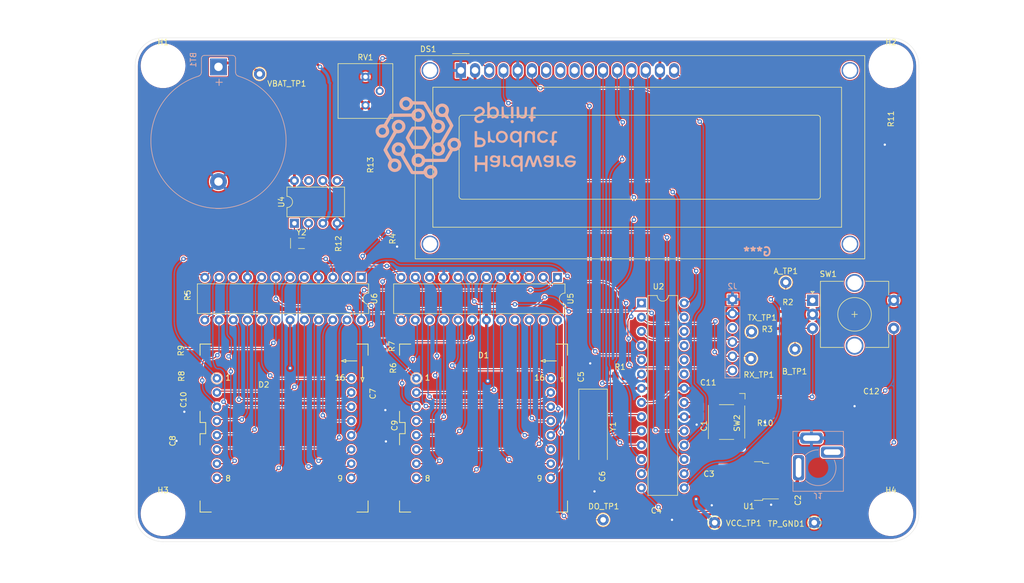
<source format=kicad_pcb>
(kicad_pcb (version 20211014) (generator pcbnew)
  (layers (0 "F.Cu" signal) (31 "B.Cu" signal) (34 "B.Paste" user) (35 "F.Paste" user) (36 "B.SilkS" user "B.Silkscreen") (37 "F.SilkS" user "F.Silkscreen") (38 "B.Mask" user) (39 "F.Mask" user) (44 "Edge.Cuts" user))
  (net 0 "")
  (net 1 "LCD D7")
  (net 2 "LCD D6")
  (net 3 "LCD D5")
  (net 4 "LCD D4")
  (net 5 "LCD E")
  (net 6 "GND")
  (net 7 "LCD RS")
  (net 8 "VCC")
  (net 9 "Net-(C5-Pad1)")
  (net 10 "Net-(R10-Pad2)")
  (net 11 "ROT ENC SWITCH")
  (net 12 "Net-(R7-Pad2)")
  (net 13 "Net-(R8-Pad2)")
  (net 14 "DATA MAX")
  (net 15 "~{RST}")
  (net 16 "RXD")
  (net 17 "TXD")
  (net 20 "Net-(D2-Pad1)")
  (net 21 "Net-(D2-Pad2)")
  (net 22 "Net-(D2-Pad3)")
  (net 23 "Net-(D2-Pad4)")
  (net 24 "Net-(D2-Pad5)")
  (net 25 "Net-(D2-Pad6)")
  (net 26 "Net-(D2-Pad7)")
  (net 27 "Net-(D2-Pad8)")
  (net 28 "Net-(D2-Pad9)")
  (net 29 "Net-(D2-Pad10)")
  (net 30 "Net-(D2-Pad11)")
  (net 31 "Net-(D2-Pad12)")
  (net 32 "Net-(D2-Pad13)")
  (net 33 "Net-(D2-Pad14)")
  (net 34 "Net-(D2-Pad15)")
  (net 35 "Net-(D2-Pad16)")
  (net 36 "Net-(U4-Pad1)")
  (net 37 "A4 SDA")
  (net 38 "Net-(U4-Pad2)")
  (net 39 "A5 SCK")
  (net 40 "VBAT")
  (net 42 "ROT ENC A OUT")
  (net 43 "ROT ENC B OUT")
  (net 44 "LOAD MAX")
  (net 45 "SCK")
  (net 46 "Net-(C1-Pad1)")
  (net 47 "D1OD2I")
  (net 48 "Net-(C2-Pad1)")
  (net 49 "Net-(C6-Pad1)")
  (net 50 "~{RESET BTN}")
  (net 51 "Net-(D1-Pad1)")
  (net 52 "Net-(D1-Pad2)")
  (net 53 "Net-(D1-Pad3)")
  (net 54 "Net-(D1-Pad4)")
  (net 55 "Net-(D1-Pad5)")
  (net 56 "Net-(D1-Pad6)")
  (net 57 "Net-(D1-Pad7)")
  (net 58 "Net-(D1-Pad8)")
  (net 59 "Net-(D1-Pad9)")
  (net 60 "Net-(D1-Pad10)")
  (net 61 "Net-(D1-Pad11)")
  (net 62 "Net-(D1-Pad12)")
  (net 63 "Net-(D1-Pad13)")
  (net 64 "Net-(D1-Pad14)")
  (net 65 "Net-(D1-Pad15)")
  (net 66 "Net-(D1-Pad16)")
  (net 67 "Net-(R6-Pad2)")
  (net 68 "Net-(R9-Pad2)")
  (net 78 "Net-(DO_TP1-Pad1)")
  (net 79 "Net-(DS1-Pad16)")
  (net 80 "Net-(DS1-Pad3)")
  (footprint "footprints:C_0805_2012Metric" (layer "F.Cu") (at 124.5 119.05 -90)
    (fp_text reference "C7")
    (fp_text value "C_0805_1uf")
  )
  (footprint "footprints:Crystal_SMD_2Pin_3.2x1.5mm" (layer "F.Cu") (at 109.718 91.704)
    (fp_text reference "Y2")
    (fp_text value "Crystal_32768Hz")
  )
  (footprint "footprints:R_0805_2012Metric" (layer "F.Cu") (at 166.624 115.443)
    (fp_text reference "R1")
    (fp_text value "10KΩ")
  )
  (footprint "footprints:MountingHole_3.2mm_M3" (layer "F.Cu") (at 215 140)
    (fp_text reference "H4")
    (fp_text value "MountingHole")
  )
  (footprint "footprints:C_0805_2012Metric" (layer "F.Cu") (at 87.1 124.25 -90)
    (fp_text reference "C8")
    (fp_text value "C_0805_1uf")
  )
  (footprint "footprints:DIP-24_W7.62mm" (layer "F.Cu") (at 155.453 97.8 -90)
    (fp_text reference "U5")
    (fp_text value "MAX7219")
  )
  (footprint "footprints:C_0805_2012Metric" (layer "F.Cu") (at 161.798 133.35 -90)
    (fp_text reference "C6")
    (fp_text value "22p")
  )
  (footprint "footprints:RotaryEncoder_TT_EN11-Switch_Vertical_H20mm_CircularMountingHoles" (layer "F.Cu") (at 201 101.9)
    (fp_text reference "SW1")
    (fp_text value "RotaryEncoder_Switch")
  )
  (footprint "footprints:KWM-30881CVB" (layer "F.Cu") (at 106.618 124.714)
    (fp_text reference "D2")
    (fp_text value "KWM-30881CVB")
  )
  (footprint "footprints:R_0805_2012Metric" (layer "F.Cu") (at 86.8 111.35 90)
    (fp_text reference "R9")
    (fp_text value "R_0805_4.7K")
  )
  (footprint "footprints:C_0805_2012Metric" (layer "F.Cu") (at 180.721 121.754 -90)
    (fp_text reference "C1")
    (fp_text value "10uf")
  )
  (footprint "footprints:R_0805_2012Metric" (layer "F.Cu") (at 124.2 113.95 90)
    (fp_text reference "R6")
    (fp_text value "R_0805_22K")
  )
  (footprint "footprints:C_0805_2012Metric" (layer "F.Cu") (at 182.499 114.681)
    (fp_text reference "C11")
    (fp_text value "100n")
  )
  (footprint "footprints:TestPoint_THTPad_D2.0mm_Drill1.0mm" (layer "F.Cu") (at 196.215 98.679)
    (fp_text reference "A_TP1")
    (fp_text value "TestPoint")
  )
  (footprint "footprints:C_0805_2012Metric" (layer "F.Cu") (at 182.2 135.55 -90)
    (fp_text reference "C3")
    (fp_text value "C_0805_0.1uf")
  )
  (footprint "footprints:TO-252-2" (layer "F.Cu") (at 189.625 134.175 180)
    (fp_text reference "U1")
    (fp_text value "L7805")
  )
  (footprint "footprints:C_0805_2012Metric" (layer "F.Cu") (at 87 119.65 -90)
    (fp_text reference "C10")
    (fp_text value "C_0805_0.1uf")
  )
  (footprint "footprints:C_0805_2012Metric" (layer "F.Cu") (at 173.101 141.097)
    (fp_text reference "C4")
    (fp_text value "C_0805_0.1uf")
  )
  (footprint "footprints:TestPoint_THTPad_D2.0mm_Drill1.0mm" (layer "F.Cu") (at 163.6 141.1)
    (fp_text reference "DO_TP1")
    (fp_text value "TestPoint")
  )
  (footprint "footprints:C_0805_2012Metric" (layer "F.Cu") (at 124.7 124.25 -90)
    (fp_text reference "C9")
    (fp_text value "C_0805_0.1uf")
  )
  (footprint "footprints:R_0805_2012Metric" (layer "F.Cu") (at 118.745 91.782 90)
    (fp_text reference "R12")
    (fp_text value "R_0805_2.2K")
  )
  (footprint "footprints:Crystal_SMD_HC49-SD" (layer "F.Cu") (at 161.798 124.46 -90)
    (fp_text reference "Y1")
    (fp_text value "Crystal 16MHZ")
  )
  (footprint "footprints:TestPoint_THTPad_D2.0mm_Drill1.0mm" (layer "F.Cu") (at 190.1 107.5)
    (fp_text reference "TX_TP1")
    (fp_text value "TestPoint")
  )
  (footprint "footprints:R_0805_2012Metric" (layer "F.Cu") (at 213.35 69.5 -90)
    (fp_text reference "R11")
    (fp_text value "R_0805_1K")
  )
  (footprint "footprints:R_0805_2012Metric" (layer "F.Cu") (at 128.7 92.05 -90)
    (fp_text reference "R4")
    (fp_text value "R_0805_10K")
  )
  (footprint "footprints:TestPoint_THTPad_D2.0mm_Drill1.0mm" (layer "F.Cu") (at 183.515 141.605)
    (fp_text reference "VCC_TP1")
    (fp_text value "TestPoint")
  )
  (footprint "footprints:C_0805_2012Metric" (layer "F.Cu") (at 161.29 115.57 90)
    (fp_text reference "C5")
    (fp_text value "22p")
  )
  (footprint "footprints:DIP-24_W7.62mm" (layer "F.Cu") (at 120.396 97.79 -90)
    (fp_text reference "U6")
    (fp_text value "MAX7219")
  )
  (footprint "footprints:MountingHole_3.2mm_M3" (layer "F.Cu") (at 215 60)
    (fp_text reference "H2")
    (fp_text value "MountingHole")
  )
  (footprint "footprints:MountingHole_3.2mm_M3" (layer "F.Cu") (at 85 140)
    (fp_text reference "H3")
    (fp_text value "MountingHole")
  )
  (footprint "footprints:TestPoint_THTPad_D2.0mm_Drill1.0mm" (layer "F.Cu") (at 190 112.3)
    (fp_text reference "RX_TP1")
    (fp_text value "TestPoint")
  )
  (footprint "footprints:TestPoint_THTPad_D2.0mm_Drill1.0mm" (layer "F.Cu") (at 197.866 110.617)
    (fp_text reference "B_TP1")
    (fp_text value "TestPoint")
  )
  (footprint "footprints:R_0805_2012Metric" (layer "F.Cu") (at 120.269 77.685 -90)
    (fp_text reference "R13")
    (fp_text value "R_0805_2.2K")
  )
  (footprint "footprints:MountingHole_3.2mm_M3" (layer "F.Cu") (at 85 60)
    (fp_text reference "H1")
    (fp_text value "MountingHole")
  )
  (footprint "footprints:TC1602A-01T" (layer "F.Cu") (at 138.18 60.8425)
    (fp_text reference "DS1")
    (fp_text value "TC1602A-01T")
  )
  (footprint "footprints:R_0805_2012Metric" (layer "F.Cu") (at 89.4 98.15 -90)
    (fp_text reference "R5")
    (fp_text value "R_0805_10K")
  )
  (footprint "footprints:R_0805_2012Metric" (layer "F.Cu") (at 196.381 106.934)
    (fp_text reference "R2")
    (fp_text value "R_0805_200")
  )
  (footprint "footprints:DIP-8_W7.62mm" (layer "F.Cu") (at 108.458 88.138 90)
    (fp_text reference "U4")
    (fp_text value "DS1307_DIP-8")
  )
  (footprint "footprints:C_0805_2012Metric" (layer "F.Cu") (at 211.5 119.8)
    (fp_text reference "C12")
    (fp_text value "C_0805_1uf")
  )
  (footprint "footprints:Potentiometer_Bourns_3386P_Vertical" (layer "F.Cu") (at 121.158 67.056)
    (fp_text reference "RV1")
    (fp_text value "R_POT_10K")
  )
  (footprint "footprints:TestPoint_THTPad_D2.0mm_Drill1.0mm" (layer "F.Cu") (at 102.235 61.468)
    (fp_text reference "VBAT_TP1")
    (fp_text value "TestPoint")
  )
  (footprint "footprints:TestPoint_THTPad_D2.0mm_Drill1.0mm" (layer "F.Cu") (at 201.3 141.6)
    (fp_text reference "TP_GND1")
    (fp_text value "TestPoint")
  )
  (footprint "footprints:C_0805_2012Metric" (layer "F.Cu") (at 196.5 137.35 -90)
    (fp_text reference "C2")
    (fp_text value "C_0805_1uf")
  )
  (footprint "footprints:R_0805_2012Metric" (layer "F.Cu") (at 86.9 115.45 90)
    (fp_text reference "R8")
    (fp_text value "R_0805_22K")
  )
  (footprint "footprints:DIP-28_W7.62mm" (layer "F.Cu") (at 170.444 102.372)
    (fp_text reference "U2")
    (fp_text value "ATmega328-PU")
  )
  (footprint "footprints:SW_SPST_Omron_B3FS-100xP" (layer "F.Cu") (at 185.638 123.634 -90)
    (fp_text reference "SW2")
    (fp_text value "Omron_B3F_SPST")
  )
  (footprint "footprints:R_0805_2012Metric" (layer "F.Cu") (at 192.532 122.174 180)
    (fp_text reference "R10")
    (fp_text value "R_0805_200")
  )
  (footprint "footprints:R_0805_2012Metric" (layer "F.Cu") (at 124.2 110.15 90)
    (fp_text reference "R7")
    (fp_text value "R_0805_4.7K")
  )
  (footprint "footprints:R_0805_2012Metric" (layer "F.Cu") (at 197.104 103.886 180)
    (fp_text reference "R3")
    (fp_text value "R_0805_200")
  )
  (footprint "footprints:KWM-30881CVB" (layer "F.Cu") (at 142.24 124.714)
    (fp_text reference "D1")
    (fp_text value "KWM-30881CVB")
  )
  (footprint "Logo:Logo" (layer "B.Cu") (at 195.246221 78.716708 180)
    (fp_text reference "G***")
    (fp_text value "LOGO" hide)
  )
  (footprint "footprints:Wurth-694106402002" (layer "B.Cu") (at 202 131.8)
    (fp_text reference "J1")
    (fp_text value "Power_inlet_vertical" hide)
  )
  (footprint "footprints:HPS_logo" (layer "B.Cu") (at 140.843 72.898)
    (fp_text reference "G***" hide)
    (fp_text value "LOGO" hide)
  )
  (footprint "footprints:BatteryHolder_Keystone_106_1x20mm" (layer "B.Cu") (at 94.9 60.2 -90)
    (fp_text reference "BT1")
    (fp_text value "Battery_Cell")
  )
  (footprint "footprints:PinHeader_1x06_P2.54mm_Vertical" (layer "B.Cu") (at 186.69 101.727 180)
    (fp_text reference "J2")
    (fp_text value "Conn_01x06")
  )
  (gr_line locked (start 220 60) (end 220 140) (layer "Edge.Cuts") (width 0.05))
  (gr_line locked (start 80 60) (end 80 140) (layer "Edge.Cuts") (width 0.05))
  (gr_arc locked (start 80 60) (mid 81.464466 56.464466) (end 85 55) (layer "Edge.Cuts") (width 0.05))
  (gr_arc locked (start 85 145) (mid 81.464466 143.535534) (end 80 140) (layer "Edge.Cuts") (width 0.05))
  (gr_arc locked (start 220 140) (mid 218.535534 143.535534) (end 215 145) (layer "Edge.Cuts") (width 0.05))
  (gr_line locked (start 215 55) (end 85 55) (layer "Edge.Cuts") (width 0.05))
  (gr_arc locked (start 215 55) (mid 218.535534 56.464466) (end 220 60) (layer "Edge.Cuts") (width 0.05))
  (gr_line locked (start 215 145) (end 85 145) (layer "Edge.Cuts") (width 0.05))
  (gr_text "Bryan's Beauty" (at 94.9 89.8) (layer "F.Cu") (effects (font (size 1.5 1.5) (thickness 0.3))))
  (segment (start 171.548311 130.966823) (end 171.548311 61.437104) (width 0.2032) (layer "B.Cu") (net 1))
  (segment (start 170.996155 132.299844) (end 170.444 132.852) (width 0.2032) (layer "B.Cu") (net 1))
  (segment (start 171.374155 61.016655) (end 171.2 60.8425) (width 0.2032) (layer "B.Cu") (net 1))
  (arc (start 171.374155 61.016655) (mid 171.503049 61.209558) (end 171.548311 61.437104) (width 0.2032) (layer "B.Cu") (net 1))
  (arc (start 171.548311 130.966823) (mid 171.40481 131.688248) (end 170.996155 132.299844) (width 0.2032) (layer "B.Cu") (net 1))
  (segment (start 169.1 83.5) (end 169.1 87.5) (width 0.2032) (layer "F.Cu") (net 2))
  (via (at 169.1 87.5) (size 0.8128) (drill 0.4064) (layers "F.Cu" "B.Cu") (net 2))
  (via (at 169.1 83.5) (size 0.8128) (drill 0.4064) (layers "F.Cu" "B.Cu") (net 2))
  (segment (start 166.055476 99.766428) (end 166.166427 99.655475) (width 0.2032) (layer "B.Cu") (net 2))
  (segment (start 166.166427 99.655475) (end 167.159644 98.662257) (width 0.2032) (layer "B.Cu") (net 2))
  (segment (start 166 112.248465) (end 166 99.900358) (width 0.2032) (layer "B.Cu") (net 2))
  (segment (start 168.88 83.28) (end 169.1 83.5) (width 0.2032) (layer "B.Cu") (net 2))
  (segment (start 165.829644 112.65974) (end 165.659289 112.830096) (width 0.2032) (layer "B.Cu") (net 2))
  (segment (start 168.66 82.748873) (end 168.66 60.8425) (width 0.2032) (layer "B.Cu") (net 2))
  (segment (start 166.166427 99.655475) (end 166.055476 99.766428) (width 0.2032) (layer "B.Cu") (net 2))
  (segment (start 168.88 87.72) (end 169.1 87.5) (width 0.2032) (layer "B.Cu") (net 2))
  (segment (start 169.4865 129.3545) (end 170.444 130.312) (width 0.2032) (layer "B.Cu") (net 2))
  (segment (start 168.66 95.040078) (end 168.66 88.251126) (width 0.2032) (layer "B.Cu") (net 2))
  (segment (start 168.529 127.04289) (end 168.529 119.758192) (width 0.2032) (layer "B.Cu") (net 2))
  (arc (start 166.055476 99.766428) (mid 166.014417 99.827875) (end 166 99.900358) (width 0.2032) (layer "B.Cu") (net 2))
  (arc (start 168.88 87.72) (mid 168.717176 87.963682) (end 168.66 88.251126) (width 0.2032) (layer "B.Cu") (net 2))
  (arc (start 168.529 119.758192) (mid 168.156093 117.883462) (end 167.094144 116.294144) (width 0.2032) (layer "B.Cu") (net 2))
  (arc (start 168.66 82.748873) (mid 168.717176 83.036316) (end 168.88 83.28) (width 0.2032) (layer "B.Cu") (net 2))
  (arc (start 165.659289 112.830096) (mid 166.032195 114.704825) (end 167.094144 116.294144) (width 0.2032) (layer "B.Cu") (net 2))
  (arc (start 168.529 127.04289) (mid 168.777846 128.293924) (end 169.4865 129.3545) (width 0.2032) (layer "B.Cu") (net 2))
  (arc (start 166 112.248465) (mid 165.955725 112.471045) (end 165.829644 112.65974) (width 0.2032) (layer "B.Cu") (net 2))
  (arc (start 168.66 95.040078) (mid 168.27007 97.000387) (end 167.159644 98.662257) (width 0.2032) (layer "B.Cu") (net 2))
  (segment (start 167.405754 127.772) (end 170.444 127.772) (width 0.2032) (layer "F.Cu") (net 3))
  (segment (start 167 76.7) (end 167 70.27071) (width 0.2032) (layer "F.Cu") (net 3))
  (segment (start 167.1 70.1) (end 167.05 70.15) (width 0.2032) (layer "F.Cu") (net 3))
  (segment (start 166.6 127.3) (end 166.836 127.536) (width 0.2032) (layer "F.Cu") (net 3))
  (via (at 167 76.7) (size 0.8128) (drill 0.4064) (layers "F.Cu" "B.Cu") (net 3))
  (via (at 167.1 70.1) (size 0.8128) (drill 0.4064) (layers "F.Cu" "B.Cu") (net 3))
  (via (at 166.6 127.3) (size 0.8128) (drill 0.4064) (layers "F.Cu" "B.Cu") (net 3))
  (arc (start 167.405754 127.772) (mid 167.097405 127.710665) (end 166.836 127.536) (width 0.2032) (layer "F.Cu") (net 3))
  (arc (start 167.05 70.15) (mid 167.012994 70.205382) (end 167 70.27071) (width 0.2032) (layer "F.Cu") (net 3))
  (segment (start 166.50323 127.20323) (end 166.6 127.3) (width 0.2032) (layer "B.Cu") (net 3))
  (segment (start 164.9 113.822552) (end 164.9 124.397918) (width 0.2032) (layer "B.Cu") (net 3))
  (segment (start 166.351769 126.889134) (end 165.635 126.172365) (width 0.2032) (layer "B.Cu") (net 3))
  (segment (start 164.719 113.385579) (end 164.719 80.59391) (width 0.2032) (layer "B.Cu") (net 3))
  (segment (start 166.384406 127.008712) (end 166.377738 126.98382) (width 0.2032) (layer "B.Cu") (net 3))
  (segment (start 166.436405 127.125472) (end 166.42352 127.103153) (width 0.2032) (layer "B.Cu") (net 3))
  (segment (start 167.1 70.1) (end 166.61 69.61) (width 0.2032) (layer "B.Cu") (net 3))
  (segment (start 166.12 68.427035) (end 166.12 60.8425) (width 0.2032) (layer "B.Cu") (net 3))
  (segment (start 165.8595 77.8405) (end 167 76.7) (width 0.2032) (layer "B.Cu") (net 3))
  (arc (start 166.436405 127.125472) (mid 166.45054 127.146864) (end 166.467147 127.1664) (width 0.2032) (layer "B.Cu") (net 3))
  (arc (start 164.8095 113.604066) (mid 164.876479 113.704308) (end 164.9 113.822552) (width 0.2032) (layer "B.Cu") (net 3))
  (arc (start 164.719 113.385579) (mid 164.74252 113.503823) (end 164.8095 113.604066) (width 0.2032) (layer "B.Cu") (net 3))
  (arc (start 166.370533 126.933141) (mid 166.372606 126.958697) (end 166.377738 126.98382) (width 0.2032) (layer "B.Cu") (net 3))
  (arc (start 166.384406 127.008712) (mid 166.400867 127.057214) (end 166.42352 127.103153) (width 0.2032) (layer "B.Cu") (net 3))
  (arc (start 166.351769 126.889134) (mid 166.365409 126.909321) (end 166.370533 126.933141) (width 0.2032) (layer "B.Cu") (net 3))
  (arc (start 166.12 68.427035) (mid 166.247346 69.067251) (end 166.61 69.61) (width 0.2032) (layer "B.Cu") (net 3))
  (arc (start 164.9 124.397918) (mid 165.09102 125.358241) (end 165.635 126.172365) (width 0.2032) (layer "B.Cu") (net 3))
  (arc (start 165.8595 77.8405) (mid 165.015406 79.103775) (end 164.719 80.59391) (width 0.2032) (layer "B.Cu") (net 3))
  (arc (start 166.467147 127.1664) (mid 166.485094 127.184907) (end 166.50323 127.20323) (width 0.2032) (layer "B.Cu") (net 3))
  (segment (start 163.449 116.713) (end 167.642637 116.713) (width 0.2032) (layer "F.Cu") (net 4))
  (segment (start 169.6235 115.8925) (end 170.444 115.072) (width 0.2032) (layer "F.Cu") (net 4))
  (via (at 163.449 116.713) (size 0.8128) (drill 0.4064) (layers "F.Cu" "B.Cu") (net 4))
  (arc (start 167.642637 116.713) (mid 168.714672 116.499758) (end 169.6235 115.8925) (width 0.2032) (layer "F.Cu") (net 4))
  (segment (start 163.449 116.713) (end 163.5145 116.6475) (width 0.2032) (layer "B.Cu") (net 4))
  (segment (start 163.58 116.489369) (end 163.58 60.8425) (width 0.2032) (layer "B.Cu") (net 4))
  (arc (start 163.5145 116.6475) (mid 163.562977 116.574948) (end 163.58 116.489369) (width 0.2032) (layer "B.Cu") (net 4))
  (segment (start 169.450036 64.008) (end 152.4 64.008) (width 0.2032) (layer "F.Cu") (net 5))
  (segment (start 180.848 69.977) (end 180.467 69.596) (width 0.2032) (layer "F.Cu") (net 5))
  (segment (start 179.547184 69.215) (end 178.4985 69.215) (width 0.2032) (layer "F.Cu") (net 5))
  (segment (start 173.297792 65.601792) (end 175.788467 68.092467) (width 0.2032) (layer "F.Cu") (net 5))
  (via (at 180.848 69.977) (size 0.8128) (drill 0.4064) (layers "F.Cu" "B.Cu") (net 5))
  (via (at 152.4 64.008) (size 0.8128) (drill 0.4064) (layers "F.Cu" "B.Cu") (net 5))
  (arc (start 178.4985 69.215) (mid 177.03184 68.923263) (end 175.788467 68.092467) (width 0.2032) (layer "F.Cu") (net 5))
  (arc (start 179.547184 69.215) (mid 180.044984 69.314018) (end 180.467 69.596) (width 0.2032) (layer "F.Cu") (net 5))
  (arc (start 173.297792 65.601792) (mid 171.532426 64.422213) (end 169.450036 64.008) (width 0.2032) (layer "F.Cu") (net 5))
  (segment (start 181.601222 118.562454) (end 181.202444 118.163676) (width 0.2032) (layer "B.Cu") (net 5))
  (segment (start 181.19649 124.639508) (end 178.064 127.772) (width 0.2032) (layer "B.Cu") (net 5))
  (segment (start 150.88 61.66525) (end 150.88 60.8425) (width 0.2032) (layer "B.Cu") (net 5))
  (segment (start 181.572864 124.027135) (end 181.798587 123.801412) (width 0.2032) (layer "B.Cu") (net 5))
  (segment (start 181.563571 124.049572) (end 181.563571 124.062716) (width 0.2032) (layer "B.Cu") (net 5))
  (segment (start 182 119.525189) (end 182 123.412155) (width 0.2032) (layer "B.Cu") (net 5))
  (segment (start 179.883289 105.854877) (end 179.883289 116.743247) (width 0.2032) (layer "B.Cu") (net 5))
  (segment (start 182.014433 123.421573) (end 182.009417 123.421573) (width 0.2032) (layer "B.Cu") (net 5))
  (segment (start 151.461772 63.069772) (end 152.4 64.008) (width 0.2032) (layer "B.Cu") (net 5))
  (segment (start 182.021947 123.424685) (end 182.02506 123.427798) (width 0.2032) (layer "B.Cu") (net 5))
  (segment (start 181.483 71.061012) (end 181.483 101.992833) (width 0.2032) (layer "B.Cu") (net 5))
  (segment (start 181.1655 70.2945) (end 180.848 69.977) (width 0.2032) (layer "B.Cu") (net 5))
  (segment (start 179.898168 116.779168) (end 180.811739 117.692739) (width 0.2032) (layer "B.Cu") (net 5))
  (segment (start 181.801412 123.794593) (end 182.030033 123.565973) (width 0.2032) (layer "B.Cu") (net 5))
  (segment (start 181.564407 124.078153) (end 181.564407 124.120714) (width 0.2032) (layer "B.Cu") (net 5))
  (arc (start 180.683144 103.923855) (mid 181.275124 103.037894) (end 181.483 101.992833) (width 0.2032) (layer "B.Cu") (net 5))
  (arc (start 181.202444 118.163676) (mid 181.017097 117.919793) (end 180.811739 117.692739) (width 0.2032) (layer "B.Cu") (net 5))
  (arc (start 150.88 61.66525) (mid 151.031197 62.425371) (end 151.461772 63.069772) (width 0.2032) (layer "B.Cu") (net 5))
  (arc (start 179.898168 116.779168) (mid 179.887156 116.762687) (end 179.883289 116.743247) (width 0.2032) (layer "B.Cu") (net 5))
  (arc (start 182 119.525189) (mid 181.89636 119.00416) (end 181.601222 118.562454) (width 0.2032) (layer "B.Cu") (net 5))
  (arc (start 181.19649 124.639508) (mid 181.402684 124.396017) (end 181.564407 124.120714) (width 0.2032) (layer "B.Cu") (net 5))
  (arc (start 181.801412 123.794593) (mid 181.800366 123.796157) (end 181.8 123.798003) (width 0.2032) (layer "B.Cu") (net 5))
  (arc (start 181.564407 124.078153) (mid 181.564001 124.070467) (end 181.563571 124.062716) (width 0.2032) (layer "B.Cu") (net 5))
  (arc (start 180.683144 103.923855) (mid 180.091164 104.809815) (end 179.883289 105.854877) (width 0.2032) (layer "B.Cu") (net 5))
  (arc (start 181.8 123.798003) (mid 181.799632 123.799847) (end 181.798587 123.801412) (width 0.2032) (layer "B.Cu") (net 5))
  (arc (start 181.1655 70.2945) (mid 181.400484 70.646178) (end 181.483 71.061012) (width 0.2032) (layer "B.Cu") (net 5))
  (arc (start 182.021947 123.424685) (mid 182.018499 123.422381) (end 182.014433 123.421573) (width 0.2032) (layer "B.Cu") (net 5))
  (arc (start 182 123.412155) (mid 182.002758 123.418814) (end 182.009417 123.421573) (width 0.2032) (layer "B.Cu") (net 5))
  (arc (start 181.572864 124.027135) (mid 181.565986 124.037429) (end 181.563571 124.049572) (width 0.2032) (layer "B.Cu") (net 5))
  (arc (start 182.02506 123.427798) (mid 182.04186 123.495719) (end 182.030033 123.565973) (width 0.2032) (layer "B.Cu") (net 5))
  (segment (start 175.895 141.097) (end 173.951 141.097) (width 0.2032) (layer "F.Cu") (net 6))
  (segment (start 89.4 100.558578) (end 89.4 99) (width 0.2032) (layer "F.Cu") (net 6))
  (segment (start 124.5 121.158578) (end 124.5 119.9) (width 0.2032) (layer "F.Cu") (net 6))
  (segment (start 183.8 137.858578) (end 183.8 137.15) (width 0.635) (layer "F.Cu") (net 6))
  (segment (start 180.721 123.381308) (end 180.721 122.604) (width 0.2032) (layer "F.Cu") (net 6))
  (segment (start 213.35 73.161091) (end 213.35 70.35) (width 0.2032) (layer "F.Cu") (net 6))
  (segment (start 175.214409 118.53659) (end 174.71446 119.036538) (width 0.2032) (layer "F.Cu") (net 6))
  (segment (start 183.7 138.1) (end 183.546966 138.253033) (width 0.635) (layer "F.Cu") (net 6))
  (segment (start 185.83033 135.869669) (end 187.525 134.175) (width 0.635) (layer "F.Cu") (net 6))
  (segment (start 162.052 136.017) (end 161.925 135.89) (width 0.2032) (layer "F.Cu") (net 6))
  (segment (start 89.3 100.8) (end 89.2 100.9) (width 0.2032) (layer "F.Cu") (net 6))
  (segment (start 172.0215 120.152) (end 170.444 120.152) (width 0.2032) (layer "F.Cu") (net 6))
  (segment (start 126.8 92.3) (end 127.1 92.6) (width 0.2032) (layer "F.Cu") (net 6))
  (segment (start 183.546966 138.253033) (end 183.453033 138.346966) (width 0.635) (layer "F.Cu") (net 6))
  (segment (start 88.123223 121.623223) (end 87 120.5) (width 0.2032) (layer "F.Cu") (net 6))
  (segment (start 183.406066 138.393933) (end 183.453033 138.346966) (width 0.635) (layer "F.Cu") (net 6))
  (segment (start 180.3 124.1) (end 180.5105 123.8895) (width 0.2032) (layer "F.Cu") (net 6))
  (segment (start 127.824264 92.9) (end 128.7 92.9) (width 0.2032) (layer "F.Cu") (net 6))
  (segment (start 193.382 122.496) (end 193.382 122.174) (width 0.2032) (layer "F.Cu") (net 6))
  (segment (start 177.942 117.734) (end 178.064 117.612) (width 0.2032) (layer "F.Cu") (net 6))
  (segment (start 183 138.5) (end 183.15 138.5) (width 0.635) (layer "F.Cu") (net 6))
  (segment (start 210.075 119.8) (end 210.65 119.8) (width 0.2032) (layer "F.Cu") (net 6))
  (segment (start 213.625 73.825) (end 213.9 74.1) (width 0.2032) (layer "F.Cu") (net 6))
  (segment (start 183.05 136.4) (end 184.55 136.4) (width 0.635) (layer "F.Cu") (net 6))
  (segment (start 87.4 127) (end 87.25 126.85) (width 0.2032) (layer "F.Cu") (net 6))
  (segment (start 193.7 138.3) (end 193.6 138.4) (width 0.254) (layer "F.Cu") (net 6))
  (segment (start 124.75 127.05) (end 124.8 127.1) (width 0.2032) (layer "F.Cu") (net 6))
  (segment (start 193.941421 138.2) (end 196.5 138.2) (width 0.254) (layer "F.Cu") (net 6))
  (segment (start 161.29 113.157) (end 161.29 114.72) (width 0.2032) (layer "F.Cu") (net 6))
  (segment (start 161.798 135.583394) (end 161.798 134.2) (width 0.2032) (layer "F.Cu") (net 6))
  (segment (start 176.8575 117.856) (end 177.647465 117.856) (width 0.2032) (layer "F.Cu") (net 6))
  (segment (start 87.1 126.487867) (end 87.1 125.1) (width 0.2032) (layer "F.Cu") (net 6))
  (segment (start 193.154311 123.045688) (end 192.5 123.7) (width 0.2032) (layer "F.Cu") (net 6))
  (segment (start 208.5 120.8) (end 209.093413 120.206586) (width 0.2032) (layer "F.Cu") (net 6))
  (segment (start 124.7 126.929289) (end 124.7 125.1) (width 0.2032) (layer "F.Cu") (net 6))
  (segment (start 124.6 121.4) (end 124.7 121.5) (width 0.2032) (layer "F.Cu") (net 6))
  (segment (start 88.8 121.8) (end 88.55 121.8) (width 0.2032) (layer "F.Cu") (net 6))
  (segment (start 183.05 136.4) (end 182.2 136.4) (width 0.635) (layer "F.Cu") (net 6))
  (via (at 161.29 113.157) (size 0.8128) (drill 0.4064) (layers "F.Cu" "B.Cu") (net 6))
  (via (at 124.7 121.5) (size 0.8128) (drill 0.4064) (layers "F.Cu" "B.Cu") (net 6))
  (via (at 87.4 127) (size 0.8128) (drill 0.4064) (layers "F.Cu" "B.Cu") (net 6))
  (via (at 192.5 123.7) (size 0.8128) (drill 0.4064) (layers "F.Cu" "B.Cu") (net 6))
  (via (at 124.8 127.1) (size 0.8128) (drill 0.4064) (layers "F.Cu" "B.Cu") (net 6))
  (via (at 193.6 138.4) (size 0.8128) (drill 0.4064) (layers "F.Cu" "B.Cu") (net 6))
  (via (at 175.895 141.097) (size 0.8128) (drill 0.4064) (layers "F.Cu" "B.Cu") (net 6))
  (via (at 213.9 74.1) (size 0.8128) (drill 0.4064) (layers "F.Cu" "B.Cu") (net 6))
  (via (at 208.5 120.8) (size 0.8128) (drill 0.4064) (layers "F.Cu" "B.Cu") (net 6))
  (via (at 162.052 136.017) (size 0.8128) (drill 0.4064) (layers "F.Cu" "B.Cu") (net 6))
  (via (at 183 138.5) (size 0.8128) (drill 0.4064) (layers "F.Cu" "B.Cu") (net 6))
  (via (at 126.8 92.3) (size 0.8128) (drill 0.4064) (layers "F.Cu" "B.Cu") (net 6))
  (via (at 89.2 100.9) (size 0.8128) (drill 0.4064) (layers "F.Cu" "B.Cu") (net 6))
  (via (at 88.8 121.8) (size 0.8128) (drill 0.4064) (layers "F.Cu" "B.Cu") (net 6))
  (via (at 180.3 124.1) (size 0.8128) (drill 0.4064) (layers "F.Cu" "B.Cu") (net 6))
  (arc (start 213.35 73.161091) (mid 213.42147 73.520396) (end 213.625 73.825) (width 0.2032) (layer "F.Cu") (net 6))
  (arc (start 124.75 127.05) (mid 124.712994 126.994617) (end 124.7 126.929289) (width 0.2032) (layer "F.Cu") (net 6))
  (arc (start 177.942 117.734) (mid 177.806866 117.824293) (end 177.647465 117.856) (width 0.2032) (layer "F.Cu") (net 6))
  (arc (start 193.7 138.3) (mid 193.810764 138.225989) (end 193.941421 138.2) (width 0.254) (layer "F.Cu") (net 6))
  (arc (start 89.4 100.558578) (mid 89.37401 100.689234) (end 89.3 100.8) (width 0.2032) (layer "F.Cu") (net 6))
  (arc (start 183.406066 138.393933) (mid 183.288581 138.472434) (end 183.15 138.5) (width 0.635) (layer "F.Cu") (net 6))
  (arc (start 88.123223 121.623223) (mid 88.31903 121.754057) (end 88.55 121.8) (width 0.2032) (layer "F.Cu") (net 6))
  (arc (start 87.1 126.487867) (mid 87.138983 126.683852) (end 87.25 126.85) (width 0.2032) (layer "F.Cu") (net 6))
  (arc (start 161.798 135.583394) (mid 161.831006 135.749328) (end 161.925 135.89) (width 0.2032) (layer "F.Cu") (net 6))
  (arc (start 175.214409 118.53659) (mid 175.968265 118.032879) (end 176.8575 117.856) (width 0.2032) (layer "F.Cu") (net 6))
  (arc (start 127.824264 92.9) (mid 127.432295 92.822032) (end 127.1 92.6) (width 0.2032) (layer "F.Cu") (net 6))
  (arc (start 183.8 137.15) (mid 184.019669 136.619669) (end 184.55 136.4) (width 0.635) (layer "F.Cu") (net 6))
  (arc (start 185.83033 135.869669) (mid 185.242909 136.262171) (end 184.55 136.4) (width 0.635) (layer "F.Cu") (net 6))
  (arc (start 124.6 121.4) (mid 124.525989 121.289234) (end 124.5 121.158578) (width 0.2032) (layer "F.Cu") (net 6))
  (arc (start 193.154311 123.045688) (mid 193.322825 122.793489) (end 193.382 122.496) (width 0.2032) (layer "F.Cu") (net 6))
  (arc (start 180.721 123.381308) (mid 180.666292 123.656339) (end 180.5105 123.8895) (width 0.2032) (layer "F.Cu") (net 6))
  (arc (start 174.71446 119.036538) (mid 173.478919 119.8621) (end 172.0215 120.152) (width 0.2032) (layer "F.Cu") (net 6))
  (arc (start 210.075 119.8) (mid 209.543769 119.905668) (end 209.093413 120.206586) (width 0.2032) (layer "F.Cu") (net 6))
  (arc (start 183.8 137.858578) (mid 183.77401 137.989234) (end 183.7 138.1) (width 0.635) (layer "F.Cu") (net 6))
  (arc (start 183.05 136.4) (mid 183.58033 136.619669) (end 183.8 137.15) (width 0.635) (layer "F.Cu") (net 6))
  (segment (start 209.5 136.146036) (end 209.5 130.088908) (width 0.635) (layer "B.Cu") (net 6))
  (segment (start 207.893792 140.006206) (end 207.906207 139.993792) (width 0.635) (layer "B.Cu") (net 6))
  (segment (start 201.3 141.6) (end 204.046036 141.6) (width 0.635) (layer "B.Cu") (net 6))
  (segment (start 204.426167 126.5) (end 200.8 126.5) (width 0.635) (layer "B.Cu") (net 6))
  (segment (start 209.225 129.425) (end 207.625 127.825) (width 0.635) (layer "B.Cu") (net 6))
  (arc (start 204.046036 141.6) (mid 206.128426 141.185786) (end 207.893792 140.006206) (width 0.635) (layer "B.Cu") (net 6))
  (arc (start 207.906207 139.993792) (mid 209.085786 138.228426) (end 209.5 136.146036) (width 0.635) (layer "B.Cu") (net 6))
  (arc (start 207.625 127.825) (mid 206.157362 126.844356) (end 204.426167 126.5) (width 0.635) (layer "B.Cu") (net 6))
  (arc (start 209.5 130.088908) (mid 209.428529 129.729603) (end 209.225 129.425) (width 0.635) (layer "B.Cu") (net 6))
  (segment (start 160.295789 66.675) (end 146.685 66.675) (width 0.2032) (layer "F.Cu") (net 7))
  (segment (start 162.179 110.998) (end 162.4965 111.3155) (width 0.2032) (layer "F.Cu") (net 7))
  (segment (start 160.909 66.929) (end 161.163 67.183) (width 0.2032) (layer "F.Cu") (net 7))
  (segment (start 168.909311 111.633) (end 163.263012 111.633) (width 0.2032) (layer "F.Cu") (net 7))
  (segment (start 169.9945 112.0825) (end 170.444 112.532) (width 0.2032) (layer "F.Cu") (net 7))
  (via (at 146.685 66.675) (size 0.8128) (drill 0.4064) (layers "F.Cu" "B.Cu") (net 7))
  (via (at 162.179 110.998) (size 0.8128) (drill 0.4064) (layers "F.Cu" "B.Cu") (net 7))
  (via (at 161.163 67.183) (size 0.8128) (drill 0.4064) (layers "F.Cu" "B.Cu") (net 7))
  (arc (start 163.263012 111.633) (mid 162.848178 111.550484) (end 162.4965 111.3155) (width 0.2032) (layer "F.Cu") (net 7))
  (arc (start 169.9945 112.0825) (mid 169.496611 111.749821) (end 168.909311 111.633) (width 0.2032) (layer "F.Cu") (net 7))
  (arc (start 160.909 66.929) (mid 160.627656 66.741012) (end 160.295789 66.675) (width 0.2032) (layer "F.Cu") (net 7))
  (segment (start 161.671 110.49) (end 162.179 110.998) (width 0.2032) (layer "B.Cu") (net 7))
  (segment (start 146.2425 66.2325) (end 146.685 66.675) (width 0.2032) (layer "B.Cu") (net 7))
  (segment (start 161.163 109.263579) (end 161.163 67.183) (width 0.2032) (layer "B.Cu") (net 7))
  (segment (start 145.8 65.16421) (end 145.8 60.8425) (width 0.2032) (layer "B.Cu") (net 7))
  (arc (start 145.8 65.16421) (mid 145.915002 65.742364) (end 146.2425 66.2325) (width 0.2032) (layer "B.Cu") (net 7))
  (arc (start 161.671 110.49) (mid 161.295024 109.927313) (end 161.163 109.263579) (width 0.2032) (layer "B.Cu") (net 7))
  (segment (start 128.301155 117.498844) (end 128.135355 117.664644) (width 0.2032) (layer "F.Cu") (net 8))
  (segment (start 128.1 117.65) (end 128.1 117.75) (width 0.2032) (layer "F.Cu") (net 8))
  (segment (start 91.451155 117.548844) (end 90.948844 118.051155) (width 0.2032) (layer "F.Cu") (net 8))
  (segment (start 87.652549 123.4) (end 87.1 123.4) (width 0.2032) (layer "F.Cu") (net 8))
  (segment (start 90.699999 118.299999) (end 90.948844 118.051155) (width 0.2032) (layer "F.Cu") (net 8))
  (segment (start 105.604 114.046) (end 106.680051 114.046) (width 0.2032) (layer "F.Cu") (net 8))
  (segment (start 128.064644 117.635355) (end 127.8 117.9) (width 0.2032) (layer "F.Cu") (net 8))
  (segment (start 128.1 118.85) (end 128.1 117.75) (width 0.2032) (layer "F.Cu") (net 8))
  (segment (start 102.696103 115.703895) (end 103.470116 114.929883) (width 0.2032) (layer "F.Cu") (net 8))
  (segment (start 107.7 114) (end 106.869094 114) (width 0.2032) (layer "F.Cu") (net 8))
  (segment (start 89.492893 118.8) (end 87 118.8) (width 0.2032) (layer "F.Cu") (net 8))
  (segment (start 195.531 105.120238) (end 195.531 106.934) (width 0.2032) (layer "F.Cu") (net 8))
  (segment (start 91.2 119.102549) (end 91.2 118.155187) (width 0.2032) (layer "F.Cu") (net 8))
  (segment (start 181.335226 134.7) (end 182.2 134.7) (width 0.635) (layer "F.Cu") (net 8))
  (segment (start 106.849661 114.008049) (end 106.841612 114.016099) (width 0.2032) (layer "F.Cu") (net 8))
  (segment (start 141.296838 117.297689) (end 128.786787 117.297689) (width 0.2032) (layer "F.Cu") (net 8))
  (segment (start 92.057498 117.297689) (end 98.848347 117.297689) (width 0.2032) (layer "F.Cu") (net 8))
  (segment (start 127.286827 120.813172) (end 124.7 123.4) (width 0.2032) (layer "F.Cu") (net 8))
  (segment (start 127.075735 118.2) (end 124.5 118.2) (width 0.2032) (layer "F.Cu") (net 8))
  (segment (start 180.2 135.835226) (end 180.2 137.4) (width 0.635) (layer "F.Cu") (net 8))
  (segment (start 142.501155 116.798844) (end 143 116.3) (width 0.2032) (layer "F.Cu") (net 8))
  (segment (start 195.8925 104.2475) (end 196.254 103.886) (width 0.2032) (layer "F.Cu") (net 8))
  (segment (start 88.595809 123.009288) (end 90.278958 121.326139) (width 0.2032) (layer "F.Cu") (net 8))
  (via (at 143 116.3) (size 0.8128) (drill 0.4064) (layers "F.Cu" "B.Cu") (net 8))
  (via (at 180.2 137.4) (size 0.8128) (drill 0.4064) (layers "F.Cu" "B.Cu") (net 8))
  (via (at 107.7 114) (size 0.8128) (drill 0.4064) (layers "F.Cu" "B.Cu") (net 8))
  (arc (start 90.699999 118.299999) (mid 90.146174 118.670053) (end 89.492893 118.8) (width 0.2032) (layer "F.Cu") (net 8))
  (arc (start 106.680051 114.046) (mid 106.761975 114.037922) (end 106.841612 114.016099) (width 0.2032) (layer "F.Cu") (net 8))
  (arc (start 102.696103 115.703895) (mid 100.930737 116.883475) (end 98.848347 117.297689) (width 0.2032) (layer "F.Cu") (net 8))
  (arc (start 106.869094 114) (mid 106.858577 114.002091) (end 106.849661 114.008049) (width 0.2032) (layer "F.Cu") (net 8))
  (arc (start 180.5325 135.0325) (mid 180.286413 135.400793) (end 180.2 135.835226) (width 0.635) (layer "F.Cu") (net 8))
  (arc (start 91.2 119.102549) (mid 90.960628 120.305947) (end 90.278958 121.326139) (width 0.2032) (layer "F.Cu") (net 8))
  (arc (start 127.075735 118.2) (mid 127.467704 118.122032) (end 127.8 117.9) (width 0.2032) (layer "F.Cu") (net 8))
  (arc (start 90.948844 118.051155) (mid 91.109178 118.019262) (end 91.2 118.155187) (width 0.2032) (layer "F.Cu") (net 8))
  (arc (start 128.1 117.65) (mid 128.112784 117.669133) (end 128.135355 117.664644) (width 0.2032) (layer "F.Cu") (net 8))
  (arc (start 141.296838 117.297689) (mid 141.948609 117.168043) (end 142.501155 116.798844) (width 0.2032) (layer "F.Cu") (net 8))
  (arc (start 92.057498 117.297689) (mid 91.729347 117.362962) (end 91.451155 117.548844) (width 0.2032) (layer "F.Cu") (net 8))
  (arc (start 87.652549 123.4) (mid 88.163037 123.298457) (end 88.595809 123.009288) (width 0.2032) (layer "F.Cu") (net 8))
  (arc (start 180.5325 135.0325) (mid 180.900793 134.786413) (end 181.335226 134.7) (width 0.635) (layer "F.Cu") (net 8))
  (arc (start 105.604 114.046) (mid 104.44915 114.275713) (end 103.470116 114.929883) (width 0.2032) (layer "F.Cu") (net 8))
  (arc (start 91.451155 117.548844) (mid 91.265273 117.827036) (end 91.2 118.155187) (width 0.2032) (layer "F.Cu") (net 8))
  (arc (start 128.301155 117.498844) (mid 128.523965 117.349967) (end 128.786787 117.297689) (width 0.2032) (layer "F.Cu") (net 8))
  (arc (start 195.8925 104.2475) (mid 195.62495 104.647915) (end 195.531 105.120238) (width 0.2032) (layer "F.Cu") (net 8))
  (arc (start 128.135355 117.664644) (mid 128.109188 117.703805) (end 128.1 117.75) (width 0.2032) (layer "F.Cu") (net 8))
  (arc (start 128.1 118.85) (mid 127.888663 119.912461) (end 127.286827 120.813172) (width 0.2032) (layer "F.Cu") (net 8))
  (arc (start 128.1 117.65) (mid 128.087214 117.630865) (end 128.064644 117.635355) (width 0.2032) (layer "F.Cu") (net 8))
  (segment (start 107.7 114) (end 107.7 112.789392) (width 0.2032) (layer "B.Cu") (net 8))
  (segment (start 180.2 137.845) (end 180.2 137.4) (width 0.635) (layer "B.Cu") (net 8))
  (segment (start 142.8765 105.719569) (end 142.753 105.596069) (width 0.2032) (layer "B.Cu") (net 8))
  (segment (start 107.696 112.779735) (end 107.696 105.41) (width 0.2032) (layer "B.Cu") (net 8))
  (segment (start 143 106.017724) (end 143 116.3) (width 0.2032) (layer "B.Cu") (net 8))
  (segment (start 180.514662 138.604662) (end 183.515 141.605) (width 0.635) (layer "B.Cu") (net 8))
  (arc (start 180.2 137.845) (mid 180.281777 138.256126) (end 180.514662 138.604662) (width 0.635) (layer "B.Cu") (net 8))
  (arc (start 142.753 105.596069) (mid 142.785356 105.433402) (end 142.8775 105.2955) (width 0.2032) (layer "B.Cu") (net 8))
  (arc (start 107.698 112.784564) (mid 107.69948 112.786779) (end 107.7 112.789392) (width 0.2032) (layer "B.Cu") (net 8))
  (arc (start 142.8765 105.719569) (mid 142.967903 105.856363) (end 143 106.017724) (width 0.2032) (layer "B.Cu") (net 8))
  (arc (start 107.696 112.779735) (mid 107.696519 112.782348) (end 107.698 112.784564) (width 0.2032) (layer "B.Cu") (net 8))
  (segment (start 161.798 120.56921) (end 161.798 120.9309) (width 0.2032) (layer "F.Cu") (net 9))
  (segment (start 163.167099 122.3) (end 169.774814 122.3) (width 0.2032) (layer "F.Cu") (net 9))
  (segment (start 170.248 122.496) (end 170.444 122.692) (width 0.2032) (layer "F.Cu") (net 9))
  (segment (start 161.29 119.342789) (end 161.29 116.42) (width 0.2032) (layer "F.Cu") (net 9))
  (arc (start 161.798 120.56921) (mid 161.731987 120.237343) (end 161.544 119.956) (width 0.2032) (layer "F.Cu") (net 9))
  (arc (start 161.544 119.956) (mid 161.356012 119.674656) (end 161.29 119.342789) (width 0.2032) (layer "F.Cu") (net 9))
  (arc (start 161.798 120.9309) (mid 161.902216 121.454832) (end 162.199 121.899) (width 0.2032) (layer "F.Cu") (net 9))
  (arc (start 169.774814 122.3) (mid 170.0309 122.350938) (end 170.248 122.496) (width 0.2032) (layer "F.Cu") (net 9))
  (arc (start 163.167099 122.3) (mid 162.643167 122.195783) (end 162.199 121.899) (width 0.2032) (layer "F.Cu") (net 9))
  (segment (start 186.169118 124.852881) (end 183.388 127.634) (width 0.2032) (layer "F.Cu") (net 10))
  (segment (start 191.682 122.246) (end 191.682 122.174) (width 0.2032) (layer "F.Cu") (net 10))
  (segment (start 189.152067 123.8) (end 188.711 123.8) (width 0.2032) (layer "F.Cu") (net 10))
  (segment (start 191.631088 122.368911) (end 190.941 123.059) (width 0.2032) (layer "F.Cu") (net 10))
  (arc (start 189.152067 123.8) (mid 190.12023 123.60742) (end 190.941 123.059) (width 0.2032) (layer "F.Cu") (net 10))
  (arc (start 188.711 123.8) (mid 187.335343 124.073634) (end 186.169118 124.852881) (width 0.2032) (layer "F.Cu") (net 10))
  (arc (start 191.682 122.246) (mid 191.668768 122.312519) (end 191.631088 122.368911) (width 0.2032) (layer "F.Cu") (net 10))
  (segment (start 200.919036 139.6) (end 174.828907 139.6) (width 0.2032) (layer "F.Cu") (net 11))
  (segment (start 204.766792 138.006207) (end 215.519 127.254) (width 0.2032) (layer "F.Cu") (net 11))
  (segment (start 212.35 119.7125) (end 212.35 119.8) (width 0.2032) (layer "F.Cu") (net 11))
  (segment (start 213.975 118) (end 212.411871 119.563128) (width 0.2032) (layer "F.Cu") (net 11))
  (segment (start 173.482 138.811) (end 173.8765 139.2055) (width 0.2032) (layer "F.Cu") (net 11))
  (via (at 173.482 138.811) (size 0.8128) (drill 0.4064) (layers "F.Cu" "B.Cu") (net 11))
  (via (at 215.519 127.254) (size 0.8128) (drill 0.4064) (layers "F.Cu" "B.Cu") (net 11))
  (via (at 213.975 118) (size 0.8128) (drill 0.4064) (layers "F.Cu" "B.Cu") (net 11))
  (arc (start 200.919036 139.6) (mid 203.001426 139.185786) (end 204.766792 138.006207) (width 0.2032) (layer "F.Cu") (net 11))
  (arc (start 212.35 119.7125) (mid 212.366079 119.63166) (end 212.411871 119.563128) (width 0.2032) (layer "F.Cu") (net 11))
  (arc (start 174.828907 139.6) (mid 174.313468 139.497472) (end 173.8765 139.2055) (width 0.2032) (layer "F.Cu") (net 11))
  (segment (start 214.765 117.235) (end 214.017677 117.982322) (width 0.2032) (layer "B.Cu") (net 11))
  (segment (start 215.53 117.551873) (end 215.53 115.388126) (width 0.2032) (layer "B.Cu") (net 11))
  (segment (start 173.482 138.811) (end 170.578703 135.907703) (width 0.2032) (layer "B.Cu") (net 11))
  (segment (start 215.5245 127.2485) (end 215.519 127.254) (width 0.2032) (layer "B.Cu") (net 11))
  (segment (start 215.53 127.235221) (end 215.53 117.551873) (width 0.2032) (layer "B.Cu") (net 11))
  (segment (start 170.444 135.5825) (end 170.444 135.392) (width 0.2032) (layer "B.Cu") (net 11))
  (segment (start 215.53 115.388126) (end 215.53 106.894) (width 0.2032) (layer "B.Cu") (net 11))
  (arc (start 215.53 127.235221) (mid 215.52857 127.242407) (end 215.5245 127.2485) (width 0.2032) (layer "B.Cu") (net 11))
  (arc (start 215.53 117.551873) (mid 215.253364 117.137858) (end 214.765 117.235) (width 0.2032) (layer "B.Cu") (net 11))
  (arc (start 215.53 115.388126) (mid 215.331182 116.387647) (end 214.765 117.235) (width 0.2032) (layer "B.Cu") (net 11))
  (arc (start 170.578703 135.907703) (mid 170.479008 135.758498) (end 170.444 135.5825) (width 0.2032) (layer "B.Cu") (net 11))
  (segment (start 138.905025 109.3) (end 124.2 109.3) (width 0.2032) (layer "F.Cu") (net 12))
  (segment (start 140.1 108.6) (end 139.75 108.95) (width 0.2032) (layer "F.Cu") (net 12))
  (via (at 140.1 108.6) (size 0.8128) (drill 0.4064) (layers "F.Cu" "B.Cu") (net 12))
  (arc (start 138.905025 109.3) (mid 139.362322 109.209037) (end 139.75 108.95) (width 0.2032) (layer "F.Cu") (net 12))
  (segment (start 140.154 108.546) (end 140.1 108.6) (width 0.2032) (layer "B.Cu") (net 12))
  (segment (start 140.208 105.428535) (end 140.208 108.415632) (width 0.2032) (layer "B.Cu") (net 12))
  (segment (start 140.2105 105.4225) (end 140.213 105.42) (width 0.2032) (layer "B.Cu") (net 12))
  (arc (start 140.208 105.428535) (mid 140.208649 105.425268) (end 140.2105 105.4225) (width 0.2032) (layer "B.Cu") (net 12))
  (arc (start 140.154 108.546) (mid 140.193965 108.486186) (end 140.208 108.415632) (width 0.2032) (layer "B.Cu") (net 12))
  (segment (start 86.9 112.37071) (end 86.9 114.6) (width 0.2032) (layer "F.Cu") (net 13))
  (segment (start 86.85 112.25) (end 86.8 112.2) (width 0.2032) (layer "F.Cu") (net 13))
  (arc (start 86.9 112.37071) (mid 86.887005 112.305382) (end 86.85 112.25) (width 0.2032) (layer "F.Cu") (net 13))
  (segment (start 167.446685 89.662) (end 167.402881 89.662) (width 0.2032) (layer "F.Cu") (net 14))
  (segment (start 168.643897 89.662) (end 168.436781 89.662) (width 0.2032) (layer "F.Cu") (net 14))
  (segment (start 173.180964 89.662) (end 173.155074 89.662) (width 0.2032) (layer "F.Cu") (net 14))
  (segment (start 171.062859 89.662) (end 170.787746 89.662) (width 0.2032) (layer "F.Cu") (net 14))
  (segment (start 163.9963 89.662) (end 163.789184 89.662) (width 0.2032) (layer "F.Cu") (net 14))
  (segment (start 169.330111 89.662) (end 169.278332 89.662) (width 0.2032) (layer "F.Cu") (net 14))
  (segment (start 158.995675 89.662) (end 157.488322 89.662) (width 0.2032) (layer "F.Cu") (net 14))
  (segment (start 167.607251 89.662) (end 167.610913 89.662) (width 0.2032) (layer "F.Cu") (net 14))
  (segment (start 172.637283 89.662) (end 172.714952 89.662) (width 0.2032) (layer "F.Cu") (net 14))
  (segment (start 169.278332 89.662) (end 169.23964 89.662) (width 0.2032) (layer "F.Cu") (net 14))
  (segment (start 173.11624 89.662) (end 173.155074 89.662) (width 0.2032) (layer "F.Cu") (net 14))
  (segment (start 137.153704 89.662) (end 132.467416 89.662) (width 0.2032) (layer "F.Cu") (net 14))
  (segment (start 166.932024 89.662) (end 166.771459 89.662) (width 0.2032) (layer "F.Cu") (net 14))
  (segment (start 171.251804 89.662) (end 171.268413 89.662) (width 0.2032) (layer "F.Cu") (net 14))
  (segment (start 159.581461 89.662) (end 158.995675 89.662) (width 0.2032) (layer "F.Cu") (net 14))
  (segment (start 160.253023 89.662) (end 159.917242 89.662) (width 0.2032) (layer "F.Cu") (net 14))
  (segment (start 169.547006 89.662) (end 169.544659 89.662) (width 0.2032) (layer "F.Cu") (net 14))
  (segment (start 156.755174 89.662) (end 156.714117 89.662) (width 0.2032) (layer "F.Cu") (net 14))
  (segment (start 171.700817 89.662) (end 171.528481 89.662) (width 0.2032) (layer "F.Cu") (net 14))
  (segment (start 169.23964 89.662) (end 169.200948 89.662) (width 0.2032) (layer "F.Cu") (net 14))
  (segment (start 163.9963 89.662) (end 164.014081 89.662) (width 0.2032) (layer "F.Cu") (net 14))
  (segment (start 167.778804 89.662) (end 167.610913 89.662) (width 0.2032) (layer "F.Cu") (net 14))
  (segment (start 170.030797 89.662) (end 169.890894 89.662) (width 0.2032) (layer "F.Cu") (net 14))
  (segment (start 160.753033 89.662) (end 160.253023 89.662) (width 0.2032) (layer "F.Cu") (net 14))
  (segment (start 167.957683 89.662) (end 167.782467 89.662) (width 0.2032) (layer "F.Cu") (net 14))
  (segment (start 162.068305 89.662) (end 161.855695 89.662) (width 0.2032) (layer "F.Cu") (net 14))
  (segment (start 162.068305 89.662) (end 162.256724 89.662) (width 0.2032) (layer "F.Cu") (net 14))
  (segment (start 169.122995 89.662) (end 169.058129 89.662) (width 0.2032) (layer "F.Cu") (net 14))
  (segment (start 167.200193 89.662) (end 167.130899 89.662) (width 0.2032) (layer "F.Cu") (net 14))
  (segment (start 171.477093 89.662) (end 171.407533 89.662) (width 0.2032) (layer "F.Cu") (net 14))
  (segment (start 173.206854 89.662) (end 173.232744 89.662) (width 0.2032) (layer "F.Cu") (net 14))
  (segment (start 169.187861 89.662) (end 169.200948 89.662) (width 0.2032) (layer "F.Cu") (net 14))
  (segment (start 167.227514 89.662) (end 167.200193 89.662) (width 0.2032) (layer "F.Cu") (net 14))
  (segment (start 173.271579 89.662) (end 173.258634 89.662) (width 0.2032) (layer "F.Cu") (net 14))
  (segment (start 172.740842 89.662) (end 172.714952 89.662) (width 0.2032) (layer "F.Cu") (net 14))
  (segment (start 168.851013 89.662) (end 168.643897 89.662) (width 0.2032) (layer "F.Cu") (net 14))
  (segment (start 170.514198 89.662) (end 170.242215 89.662) (width 0.2032) (layer "F.Cu") (net 14))
  (segment (start 92.211 97.545) (end 92.456 97.79) (width 0.2032) (layer "F.Cu") (net 14))
  (segment (start 167.607251 89.662) (end 167.446685 89.662) (width 0.2032) (layer "F.Cu") (net 14))
  (segment (start 175.006 90.678) (end 174.498 90.17) (width 0.2032) (layer "F.Cu") (net 14))
  (segment (start 168.436781 89.662) (end 168.132899 89.662) (width 0.2032) (layer "F.Cu") (net 14))
  (segment (start 154.329917 89.662) (end 152.781507 89.662) (width 0.2032) (layer "F.Cu") (net 14))
  (segment (start 151.212568 89.662) (end 152.781507 89.662) (width 0.2032) (layer "F.Cu") (net 14))
  (segment (start 164.700293 89.662) (end 165.185653 89.662) (width 0.2032) (layer "F.Cu") (net 14))
  (segment (start 166.767796 89.662) (end 166.771459 89.662) (width 0.2032) (layer "F.Cu") (net 14))
  (segment (start 155.878327 89.662) (end 156.67306 89.662) (width 0.2032) (layer "F.Cu") (net 14))
  (segment (start 167.778804 89.662) (end 167.782467 89.662) (width 0.2032) (layer "F.Cu") (net 14))
  (segment (start 171.407533 89.662) (end 171.337973 89.662) (width 0.2032) (layer "F.Cu") (net 14))
  (segment (start 166.767796 89.662) (end 166.599905 89.662) (width 0.2032) (layer "F.Cu") (net 14))
  (segment (start 171.700817 89.662) (end 171.821765 89.662) (width 0.2032) (layer "F.Cu") (net 14))
  (segment (start 164.357187 89.662) (end 164.185634 89.662) (width 0.2032) (layer "F.Cu") (net 14))
  (segment (start 167.286118 89.662) (end 167.271467 89.662) (width 0.2032) (layer "F.Cu") (net 14))
  (segment (start 166.185672 89.662) (end 165.942993 89.662) (width 0.2032) (layer "F.Cu") (net 14))
  (segment (start 170.786181 89.662) (end 170.787746 89.662) (width 0.2032) (layer "F.Cu") (net 14))
  (segment (start 124.968 95.758) (end 121.539 95.758) (width 0.2032) (layer "F.Cu") (net 14))
  (segment (start 170.030797 89.662) (end 170.242215 89.662) (width 0.2032) (layer "F.Cu") (net 14))
  (segment (start 172.909124 89.662) (end 172.805566 89.662) (width 0.2032) (layer "F.Cu") (net 14))
  (segment (start 171.477093 89.662) (end 171.528481 89.662) (width 0.2032) (layer "F.Cu") (net 14))
  (segment (start 167.256816 89.662) (end 167.242165 89.662) (width 0.2032) (layer "F.Cu") (net 14))
  (segment (start 168.132899 89.662) (end 167.957683 89.662) (width 0.2032) (layer "F.Cu") (net 14))
  (segment (start 162.846172 89.662) (end 162.256724 89.662) (width 0.2032) (layer "F.Cu") (net 14))
  (segment (start 168.886575 89.662) (end 168.851013 89.662) (width 0.2032) (layer "F.Cu") (net 14))
  (segment (start 163.014063 89.662) (end 162.846172 89.662) (width 0.2032) (layer "F.Cu") (net 14))
  (segment (start 119.761 95.758) (end 121.539 95.758) (width 0.2032) (layer "F.Cu") (net 14))
  (segment (start 151.212568 89.662) (end 146.52628 89.662) (width 0.2032) (layer "F.Cu") (net 14))
  (segment (start 172.235997 89.662) (end 171.821765 89.662) (width 0.2032) (layer "F.Cu") (net 14))
  (segment (start 166.432014 89.662) (end 166.185672 89.662) (width 0.2032) (layer "F.Cu") (net 14))
  (segment (start 126.716341 89.662) (end 128.359658 89.662) (width 0.2032) (layer "F.Cu") (net 14))
  (segment (start 167.300769 89.662) (end 167.286118 89.662) (width 0.2032) (layer "F.Cu") (net 14))
  (segment (start 169.472361 89.662) (end 169.330111 89.662) (width 0.2032) (layer "F.Cu") (net 14))
  (segment (start 165.700315 89.662) (end 165.528761 89.662) (width 0.2032) (layer "F.Cu") (net 14))
  (segment (start 167.088926 89.662) (end 166.935687 89.662) (width 0.2032) (layer "F.Cu") (net 14))
  (segment (start 126.716341 89.662) (end 125.222 89.662) (width 0.2032) (layer "F.Cu") (net 14))
  (segment (start 172.766732 89.662) (end 172.740842 89.662) (width 0.2032) (layer "F.Cu") (net 14))
  (segment (start 169.61461 89.662) (end 169.547006 89.662) (width 0.2032) (layer "F.Cu") (net 14))
  (segment (start 171.337973 89.662) (end 171.268413 89.662) (width 0.2032) (layer "F.Cu") (net 14))
  (segment (start 169.022566 89.662) (end 169.058129 89.662) (width 0.2032) (layer "F.Cu") (net 14))
  (segment (start 157.488322 89.662) (end 156.755174 89.662) (width 0.2032) (layer "F.Cu") (net 14))
  (segment (start 146.52628 89.662) (end 141.839992 89.662) (width 0.2032) (layer "F.Cu") (net 14))
  (segment (start 170.786181 89.662) (end 170.514198 89.662) (width 0.2032) (layer "F.Cu") (net 14))
  (segment (start 166.599905 89.662) (end 166.432014 89.662) (width 0.2032) (layer "F.Cu") (net 14))
  (segment (start 165.803873 89.662) (end 165.768311 89.662) (width 0.2032) (layer "F.Cu") (net 14))
  (segment (start 163.599849 89.662) (end 163.014063 89.662) (width 0.2032) (layer "F.Cu") (net 14))
  (segment (start 131.006579 89.662) (end 132.467416 89.662) (width 0.2032) (layer "F.Cu") (net 14))
  (segment (start 172.507836 89.662) (end 172.378389 89.662) (width 0.2032) (layer "F.Cu") (net 14))
  (segment (start 161.33882 89.662) (end 161.174592 89.662) (width 0.2032) (layer "F.Cu") (net 14))
  (segment (start 169.752165 89.662) (end 169.61461 89.662) (width 0.2032) (layer "F.Cu") (net 14))
  (segment (start 173.11624 89.662) (end 173.012682 89.662) (width 0.2032) (layer "F.Cu") (net 14))
  (segment (start 165.700315 89.662) (end 165.768311 89.662) (width 0.2032) (layer "F.Cu") (net 14))
  (segment (start 169.544659 89.662) (end 169.542312 89.662) (width 0.2032) (layer "F.Cu") (net 14))
  (segment (start 161.088815 89.662) (end 160.753033 89.662) (width 0.2032) (layer "F.Cu") (net 14))
  (segment (start 169.890894 89.662) (end 169.88972 89.662) (width 0.2032) (layer "F.Cu") (net 14))
  (segment (start 161.855695 89.662) (end 161.831504 89.662) (width 0.2032) (layer "F.Cu") (net 14))
  (segment (start 95.92484 95.758) (end 119.761 95.758) (width 0.2032) (layer "F.Cu") (net 14))
  (segment (start 167.088926 89.662) (end 167.130899 89.662) (width 0.2032) (layer "F.Cu") (net 14))
  (segment (start 173.012682 89.662) (end 172.909124 89.662) (width 0.2032) (layer "F.Cu") (net 14))
  (segment (start 171.251804 89.662) (end 171.149027 89.662) (width 0.2032) (layer "F.Cu") (net 14))
  (segment (start 165.528761 89.662) (end 165.357207 89.662) (width 0.2032) (layer "F.Cu") (net 14))
  (segment (start 167.300769 89.662) (end 167.329923 89.662) (width 0.2032) (layer "F.Cu") (net 14))
  (segment (start 173.206854 89.662) (end 173.180964 89.662) (width 0.2032) (layer "F.Cu") (net 14))
  (segment (start 163.789184 89.662) (end 163.599849 89.662) (width 0.2032) (layer "F.Cu") (net 14))
  (segment (start 164.185634 89.662) (end 164.014081 89.662) (width 0.2032) (layer "F.Cu") (net 14))
  (segment (start 165.357207 89.662) (end 165.185653 89.662) (width 0.2032) (layer "F.Cu") (net 14))
  (segment (start 161.088815 89.662) (end 161.174592 89.662) (width 0.2032) (layer "F.Cu") (net 14))
  (segment (start 166.935687 89.662) (end 166.932024 89.662) (width 0.2032) (layer "F.Cu") (net 14))
  (segment (start 172.766732 89.662) (end 172.805566 89.662) (width 0.2032) (layer "F.Cu") (net 14))
  (segment (start 159.917242 89.662) (end 159.581461 89.662) (width 0.2032) (layer "F.Cu") (net 14))
  (segment (start 91.619517 97.3) (end 89.4 97.3) (width 0.2032) (layer "F.Cu") (net 14))
  (segment (start 167.402881 89.662) (end 167.329923 89.662) (width 0.2032) (layer "F.Cu") (net 14))
  (segment (start 161.831504 89.662) (end 161.667276 89.662) (width 0.2032) (layer "F.Cu") (net 14))
  (segment (start 92.951 97.295) (end 93.472 96.774) (width 0.2032) (layer "F.Cu") (net 14))
  (segment (start 131.006579 89.662) (end 129.241965 89.662) (width 0.2032) (layer "F.Cu") (net 14))
  (segment (start 164.700293 89.662) (end 164.52874 89.662) (width 0.2032) (layer "F.Cu") (net 14))
  (segment (start 167.271467 89.662) (end 167.256816 89.662) (width 0.2032) (layer "F.Cu") (net 14))
  (segment (start 161.503048 89.662) (end 161.33882 89.662) (width 0.2032) (layer "F.Cu") (net 14))
  (segment (start 172.378389 89.662) (end 172.235997 89.662) (width 0.2032) (layer "F.Cu") (net 14))
  (segment (start 128.7 91.012) (end 128.7 91.2) (width 0.2032) (layer "F.Cu") (net 14))
  (segment (start 161.667276 89.662) (end 161.503048 89.662) (width 0.2032) (layer "F.Cu") (net 14))
  (segment (start 173.258634 89.662) (end 173.232744 89.662) (width 0.2032) (layer "F.Cu") (net 14))
  (segment (start 171.149027 89.662) (end 171.062859 89.662) (width 0.2032) (layer "F.Cu") (net 14))
  (segment (start 169.022566 89.662) (end 168.886575 89.662) (width 0.2032) (layer "F.Cu") (net 14))
  (segment (start 156.714117 89.662) (end 156.67306 89.662) (width 0.2032) (layer "F.Cu") (net 14))
  (segment (start 169.88972 89.662) (end 169.752165 89.662) (width 0.2032) (layer "F.Cu") (net 14))
  (segment (start 169.542312 89.662) (end 169.472361 89.662) (width 0.2032) (layer "F.Cu") (net 14))
  (segment (start 129.241965 89.662) (end 128.359658 89.662) (width 0.2032) (layer "F.Cu") (net 14))
  (segment (start 165.942993 89.662) (end 165.839435 89.662) (width 0.2032) (layer "F.Cu") (net 14))
  (segment (start 167.242165 89.662) (end 167.227514 89.662) (width 0.2032) (layer "F.Cu") (net 14))
  (segment (start 141.839992 89.662) (end 137.153704 89.662) (width 0.2032) (layer "F.Cu") (net 14))
  (segment (start 172.637283 89.662) (end 172.507836 89.662) (width 0.2032) (layer "F.Cu") (net 14))
  (segment (start 128.119 90.243) (end 128.567063 90.691063) (width 0.2032) (layer "F.Cu") (net 14))
  (segment (start 164.52874 89.662) (end 164.357187 89.662) (width 0.2032) (layer "F.Cu") (net 14))
  (segment (start 120.65 93.98) (end 120.65 94.869) (width 0.2032) (layer "F.Cu") (net 14))
  (segment (start 165.839435 89.662) (end 165.803873 89.662) (width 0.2032) (layer "F.Cu") (net 14))
  (segment (start 169.187861 89.662) (end 169.122995 89.662) (width 0.2032) (layer "F.Cu") (net 14))
  (segment (start 155.878327 89.662) (end 154.329917 89.662) (width 0.2032) (layer "F.Cu") (net 14))
  (via (at 175.006 90.678) (size 0.8128) (drill 0.4064) (layers "F.Cu" "B.Cu") (net 14))
  (via (at 125.222 89.662) (size 0.8128) (drill 0.4064) (layers "F.Cu" "B.Cu") (net 14))
  (via (at 124.968 95.758) (size 0.8128) (drill 0.4064) (layers "F.Cu" "B.Cu") (net 14))
  (via (at 120.65 93.98) (size 0.8128) (drill 0.4064) (layers "F.Cu" "B.Cu") (net 14))
  (arc (start 126.716341 89.662) (mid 127.475454 89.812996) (end 128.119 90.243) (width 0.2032) (layer "F.Cu") (net 14))
  (arc (start 92.951 97.295) (mid 92.456 97.500035) (end 91.961 97.295) (width 0.2032) (layer "F.Cu") (net 14))
  (arc (start 120.65 94.869) (mid 120.910382 95.497617) (end 121.539 95.758) (width 0.2032) (layer "F.Cu") (net 14))
  (arc (start 95.92484 95.758) (mid 94.597372 96.022049) (end 93.472 96.774) (width 0.2032) (layer "F.Cu") (net 14))
  (arc (start 92.211 97.545) (mid 91.939625 97.363673) (end 91.619517 97.3) (width 0.2032) (layer "F.Cu") (net 14))
  (arc (start 128.119 90.243) (mid 128.045223 89.872098) (end 128.359658 89.662) (width 0.2032) (layer "F.Cu") (net 14))
  (arc (start 119.761 95.758) (mid 120.389617 95.497617) (end 120.65 94.869) (width 0.2032) (layer "F.Cu") (net 14))
  (arc (start 128.7 91.012) (mid 128.66545 90.83831) (end 128.567063 90.691063) (width 0.2032) (layer "F.Cu") (net 14))
  (arc (start 174.498 90.17) (mid 173.935313 89.794024) (end 173.271579 89.662) (width 0.2032) (layer "F.Cu") (net 14))
  (segment (start 120.65 93.98) (end 124.878197 89.751802) (width 0.2032) (layer "B.Cu") (net 14))
  (segment (start 125.222 89.662) (end 125.095 89.662) (width 0.2032) (layer "B.Cu") (net 14))
  (segment (start 125.648837 95.935837) (end 127.5105 97.7975) (width 0.2032) (layer "B.Cu") (net 14))
  (segment (start 175.006 125.091667) (end 175.006 90.678) (width 0.2032) (layer "B.Cu") (net 14))
  (segment (start 176.535 128.783) (end 178.064 130.312) (width 0.2032) (layer "B.Cu") (net 14))
  (segment (start 124.968 95.758) (end 125.2195 95.758) (width 0.2032) (layer "B.Cu") (net 14))
  (arc (start 125.648837 95.935837) (mid 125.451855 95.804218) (end 125.2195 95.758) (width 0.2032) (layer "B.Cu") (net 14))
  (arc (start 175.006 125.091667) (mid 175.403374 127.089402) (end 176.535 128.783) (width 0.2032) (layer "B.Cu") (net 14))
  (arc (start 124.878197 89.751802) (mid 124.977667 89.685338) (end 125.095 89.662) (width 0.2032) (layer "B.Cu") (net 14))
  (segment (start 168.275 113.411) (end 168.686512 113.822512) (width 0.2032) (layer "F.Cu") (net 15))
  (segment (start 168.0845 108.6485) (end 168.148 108.712) (width 0.2032) (layer "F.Cu") (net 15))
  (segment (start 181.292344 114.324344) (end 181.649 114.681) (width 0.2032) (layer "F.Cu") (net 15))
  (segment (start 167.870591 115.339408) (end 169.097134 114.112865) (width 0.2032) (layer "F.Cu") (net 15))
  (segment (start 168.6 104.8) (end 168.310839 105.08916) (width 0.2032) (layer "F.Cu") (net 15))
  (segment (start 167.6205 115.443) (end 167.474 115.443) (width 0.2032) (layer "F.Cu") (net 15))
  (segment (start 168.021679 108.538187) (end 168.021679 105.787255) (width 0.2032) (layer "F.Cu") (net 15))
  (segment (start 169.037 113.967689) (end 169.447622 113.967689) (width 0.2032) (layer "F.Cu") (net 15))
  (segment (start 180.431301 113.967689) (end 169.447622 113.967689) (width 0.2032) (layer "F.Cu") (net 15))
  (via (at 168.6 104.8) (size 0.8128) (drill 0.4064) (layers "F.Cu" "B.Cu") (net 15))
  (via (at 168.275 113.411) (size 0.8128) (drill 0.4064) (layers "F.Cu" "B.Cu") (net 15))
  (via (at 168.148 108.712) (size 0.8128) (drill 0.4064) (layers "F.Cu" "B.Cu") (net 15))
  (arc (start 168.310839 105.08916) (mid 168.096829 105.409448) (end 168.021679 105.787255) (width 0.2032) (layer "F.Cu") (net 15))
  (arc (start 167.870591 115.339408) (mid 167.755848 115.416077) (end 167.6205 115.443) (width 0.2032) (layer "F.Cu") (net 15))
  (arc (start 180.431301 113.967689) (mid 180.897294 114.06038) (end 181.292344 114.324344) (width 0.2032) (layer "F.Cu") (net 15))
  (arc (start 169.097134 114.112865) (mid 169.115569 114.020186) (end 169.037 113.967689) (width 0.2032) (layer "F.Cu") (net 15))
  (arc (start 169.037 113.967689) (mid 168.847317 113.929958) (end 168.686512 113.822512) (width 0.2032) (layer "F.Cu") (net 15))
  (arc (start 168.0845 108.6485) (mid 168.0466 108.597397) (end 168.021679 108.538187) (width 0.2032) (layer "F.Cu") (net 15))
  (arc (start 169.097134 114.112865) (mid 169.257939 114.005419) (end 169.447622 113.967689) (width 0.2032) (layer "F.Cu") (net 15))
  (segment (start 168.6 104.8) (end 168.6 104.508) (width 0.2032) (layer "B.Cu") (net 15))
  (segment (start 168.2115 113.3475) (end 168.275 113.411) (width 0.2032) (layer "B.Cu") (net 15))
  (segment (start 168.806475 104.009524) (end 170.444 102.372) (width 0.2032) (layer "B.Cu") (net 15))
  (segment (start 168.148 108.712) (end 168.148 113.194197) (width 0.2032) (layer "B.Cu") (net 15))
  (arc (start 168.2115 113.3475) (mid 168.164503 113.277164) (end 168.148 113.194197) (width 0.2032) (layer "B.Cu") (net 15))
  (arc (start 168.806475 104.009524) (mid 168.653661 104.238226) (end 168.6 104.508) (width 0.2032) (layer "B.Cu") (net 15))
  (segment (start 186.69 111.887) (end 184.815815 111.887) (width 0.2032) (layer "F.Cu") (net 16))
  (segment (start 183.642 105.664) (end 183.465844 105.840155) (width 0.2032) (layer "F.Cu") (net 16))
  (segment (start 186.69 111.887) (end 189.294964 111.887) (width 0.2032) (layer "F.Cu") (net 16))
  (segment (start 189.7935 112.0935) (end 190 112.3) (width 0.2032) (layer "F.Cu") (net 16))
  (segment (start 183.040567 106.016311) (end 172.329176 106.016311) (width 0.2032) (layer "F.Cu") (net 16))
  (segment (start 170.996155 105.464155) (end 170.444 104.912) (width 0.2032) (layer "F.Cu") (net 16))
  (segment (start 183.896 111.506) (end 183.515 111.125) (width 0.2032) (layer "F.Cu") (net 16))
  (via (at 183.515 111.125) (size 0.8128) (drill 0.4064) (layers "F.Cu" "B.Cu") (net 16))
  (via (at 183.642 105.664) (size 0.8128) (drill 0.4064) (layers "F.Cu" "B.Cu") (net 16))
  (arc (start 170.996155 105.464155) (mid 171.60775 105.87281) (end 172.329176 106.016311) (width 0.2032) (layer "F.Cu") (net 16))
  (arc (start 183.040567 106.016311) (mid 183.270725 105.970529) (end 183.465844 105.840155) (width 0.2032) (layer "F.Cu") (net 16))
  (arc (start 189.7935 112.0935) (mid 189.564769 111.940667) (end 189.294964 111.887) (width 0.2032) (layer "F.Cu") (net 16))
  (arc (start 184.815815 111.887) (mid 184.318014 111.787981) (end 183.896 111.506) (width 0.2032) (layer "F.Cu") (net 16))
  (segment (start 183.642 105.664) (end 183.5785 105.7275) (width 0.2032) (layer "B.Cu") (net 16))
  (segment (start 183.515 105.880802) (end 183.515 111.125) (width 0.2032) (layer "B.Cu") (net 16))
  (arc (start 183.515 105.880802) (mid 183.531503 105.797835) (end 183.5785 105.7275) (width 0.2032) (layer "B.Cu") (net 16))
  (segment (start 186.852391 109.347) (end 187.4715 109.347) (width 0.2032) (layer "F.Cu") (net 17))
  (segment (start 171.161844 108.169844) (end 170.444 107.452) (width 0.2032) (layer "F.Cu") (net 17))
  (segment (start 172.894874 108.887689) (end 185.905907 108.887689) (width 0.2032) (layer "F.Cu") (net 17))
  (segment (start 188.805603 108.794396) (end 190.1 107.5) (width 0.2032) (layer "F.Cu") (net 17))
  (segment (start 186.575172 109.232172) (end 186.460344 109.117344) (width 0.2032) (layer "F.Cu") (net 17))
  (arc (start 171.161844 108.169844) (mid 171.956965 108.701127) (end 172.894874 108.887689) (width 0.2032) (layer "F.Cu") (net 17))
  (arc (start 188.805603 108.794396) (mid 188.193511 109.203382) (end 187.4715 109.347) (width 0.2032) (layer "F.Cu") (net 17))
  (arc (start 186.575172 109.232172) (mid 186.702361 109.317157) (end 186.852391 109.347) (width 0.2032) (layer "F.Cu") (net 17))
  (arc (start 185.905907 108.887689) (mid 186.205966 108.947374) (end 186.460344 109.117344) (width 0.2032) (layer "F.Cu") (net 17))
  (segment (start 114.046 94.488) (end 88.646 94.488) (width 0.2032) (layer "F.Cu") (net 20))
  (via (at 88.646 94.488) (size 0.8128) (drill 0.4064) (layers "F.Cu" "B.Cu") (net 20))
  (via (at 114.046 94.488) (size 0.8128) (drill 0.4064) (layers "F.Cu" "B.Cu") (net 20))
  (segment (start 115.316 96.656025) (end 115.316 97.79) (width 0.2032) (layer "B.Cu") (net 20))
  (segment (start 114.681 95.123) (end 114.046 94.488) (width 0.2032) (layer "B.Cu") (net 20))
  (segment (start 86.995 97.306433) (end 86.995 105.631036) (width 0.2032) (layer "B.Cu") (net 20))
  (segment (start 87.8205 95.3135) (end 88.646 94.488) (width 0.2032) (layer "B.Cu") (net 20))
  (segment (start 88.588792 109.478792) (end 94.68 115.57) (width 0.2032) (layer "B.Cu") (net 20))
  (arc (start 88.588792 109.478792) (mid 87.409213 107.713426) (end 86.995 105.631036) (width 0.2032) (layer "B.Cu") (net 20))
  (arc (start 114.681 95.123) (mid 115.150968 95.826357) (end 115.316 96.656025) (width 0.2032) (layer "B.Cu") (net 20))
  (arc (start 86.995 97.306433) (mid 87.20954 96.227865) (end 87.8205 95.3135) (width 0.2032) (layer "B.Cu") (net 20))
  (segment (start 108.077 117.729) (end 108.458 117.348) (width 0.2032) (layer "F.Cu") (net 21))
  (segment (start 107.157184 118.11) (end 94.68 118.11) (width 0.2032) (layer "F.Cu") (net 21))
  (via (at 108.458 117.348) (size 0.8128) (drill 0.4064) (layers "F.Cu" "B.Cu") (net 21))
  (arc (start 108.077 117.729) (mid 107.654984 118.010981) (end 107.157184 118.11) (width 0.2032) (layer "F.Cu") (net 21))
  (segment (start 108.458 117.348) (end 108.794844 117.011155) (width 0.2032) (layer "B.Cu") (net 21))
  (segment (start 109.131689 99.675176) (end 109.131689 116.19794) (width 0.2032) (layer "B.Cu") (net 21))
  (segment (start 109.683844 98.342155) (end 110.236 97.79) (width 0.2032) (layer "B.Cu") (net 21))
  (arc (start 108.794844 117.011155) (mid 109.044145 116.638049) (end 109.131689 116.19794) (width 0.2032) (layer "B.Cu") (net 21))
  (arc (start 109.131689 99.675176) (mid 109.275189 98.95375) (end 109.683844 98.342155) (width 0.2032) (layer "B.Cu") (net 21))
  (segment (start 94.4 112) (end 94.7 111.7) (width 0.2032) (layer "F.Cu") (net 22))
  (segment (start 93.675735 112.3) (end 93.024264 112.3) (width 0.2032) (layer "F.Cu") (net 22))
  (segment (start 92 113.324264) (end 92 116.2) (width 0.2032) (layer "F.Cu") (net 22))
  (via (at 94.7 111.7) (size 0.8128) (drill 0.4064) (layers "F.Cu" "B.Cu") (net 22))
  (via (at 92 116.2) (size 0.8128) (drill 0.4064) (layers "F.Cu" "B.Cu") (net 22))
  (arc (start 93.675735 112.3) (mid 94.067704 112.222032) (end 94.4 112) (width 0.2032) (layer "F.Cu") (net 22))
  (arc (start 92.3 112.6) (mid 92.632295 112.377967) (end 93.024264 112.3) (width 0.2032) (layer "F.Cu") (net 22))
  (arc (start 92 113.324264) (mid 92.077967 112.932295) (end 92.3 112.6) (width 0.2032) (layer "F.Cu") (net 22))
  (segment (start 94.996 111.194696) (end 94.996 105.41) (width 0.2032) (layer "B.Cu") (net 22))
  (segment (start 92.678248 118.648248) (end 94.68 120.65) (width 0.2032) (layer "B.Cu") (net 22))
  (segment (start 92.052459 117.137459) (end 92.052459 116.289553) (width 0.2032) (layer "B.Cu") (net 22))
  (segment (start 94.7 111.7) (end 94.848 111.552) (width 0.2032) (layer "B.Cu") (net 22))
  (segment (start 92.026229 116.226229) (end 92 116.2) (width 0.2032) (layer "B.Cu") (net 22))
  (arc (start 92.026229 116.226229) (mid 92.045642 116.255282) (end 92.052459 116.289553) (width 0.2032) (layer "B.Cu") (net 22))
  (arc (start 92.052459 117.137459) (mid 92.215096 117.955092) (end 92.678248 118.648248) (width 0.2032) (layer "B.Cu") (net 22))
  (arc (start 94.848 111.552) (mid 94.957536 111.388067) (end 94.996 111.194696) (width 0.2032) (layer "B.Cu") (net 22))
  (segment (start 99.06 123.19) (end 94.68 123.19) (width 0.2032) (layer "F.Cu") (net 23))
  (via (at 99.06 123.19) (size 0.8128) (drill 0.4064) (layers "F.Cu" "B.Cu") (net 23))
  (segment (start 99.568 122.682) (end 99.06 123.19) (width 0.2032) (layer "B.Cu") (net 23))
  (segment (start 100.076 121.455579) (end 100.076 105.41) (width 0.2032) (layer "B.Cu") (net 23))
  (arc (start 100.076 121.455579) (mid 99.943975 122.119313) (end 99.568 122.682) (width 0.2032) (layer "B.Cu") (net 23))
  (segment (start 101.346 124.968) (end 100.965 125.349) (width 0.2032) (layer "F.Cu") (net 24))
  (segment (start 100.045184 125.73) (end 94.68 125.73) (width 0.2032) (layer "F.Cu") (net 24))
  (via (at 101.346 124.968) (size 0.8128) (drill 0.4064) (layers "F.Cu" "B.Cu") (net 24))
  (arc (start 100.965 125.349) (mid 100.542984 125.630981) (end 100.045184 125.73) (width 0.2032) (layer "F.Cu") (net 24))
  (segment (start 102.063844 98.342155) (end 102.616 97.79) (width 0.2032) (layer "B.Cu") (net 24))
  (segment (start 101.346 124.968) (end 101.428844 124.885155) (width 0.2032) (layer "B.Cu") (net 24))
  (segment (start 101.511689 124.685151) (end 101.511689 99.675176) (width 0.2032) (layer "B.Cu") (net 24))
  (arc (start 101.511689 124.685151) (mid 101.490158 124.793392) (end 101.428844 124.885155) (width 0.2032) (layer "B.Cu") (net 24))
  (arc (start 102.063844 98.342155) (mid 101.655189 98.95375) (end 101.511689 99.675176) (width 0.2032) (layer "B.Cu") (net 24))
  (segment (start 113.206961 128.27) (end 94.68 128.27) (width 0.2032) (layer "F.Cu") (net 25))
  (segment (start 116.459 126.365) (end 115.5065 127.3175) (width 0.2032) (layer "F.Cu") (net 25))
  (via (at 116.459 126.365) (size 0.8128) (drill 0.4064) (layers "F.Cu" "B.Cu") (net 25))
  (arc (start 113.206961 128.27) (mid 114.451462 128.022453) (end 115.5065 127.3175) (width 0.2032) (layer "F.Cu") (net 25))
  (segment (start 117.1575 106.1085) (end 117.856 105.41) (width 0.2032) (layer "B.Cu") (net 25))
  (segment (start 116.459 107.794828) (end 116.459 126.365) (width 0.2032) (layer "B.Cu") (net 25))
  (arc (start 116.459 107.794828) (mid 116.640534 106.882193) (end 117.1575 106.1085) (width 0.2032) (layer "B.Cu") (net 25))
  (segment (start 97.79 130.556) (end 97.536 130.81) (width 0.2032) (layer "F.Cu") (net 26))
  (segment (start 96.922789 131.064) (end 94.618 131.064) (width 0.2032) (layer "F.Cu") (net 26))
  (segment (start 96.7 111.9) (end 96.9 112.1) (width 0.2032) (layer "F.Cu") (net 26))
  (segment (start 97.1 112.582842) (end 97.1 114.6) (width 0.2032) (layer "F.Cu") (net 26))
  (via (at 97.1 114.6) (size 0.8128) (drill 0.4064) (layers "F.Cu" "B.Cu") (net 26))
  (via (at 97.79 130.556) (size 0.8128) (drill 0.4064) (layers "F.Cu" "B.Cu") (net 26))
  (via (at 96.7 111.9) (size 0.8128) (drill 0.4064) (layers "F.Cu" "B.Cu") (net 26))
  (arc (start 96.922789 131.064) (mid 97.254656 130.997987) (end 97.536 130.81) (width 0.2032) (layer "F.Cu") (net 26))
  (arc (start 96.9 112.1) (mid 97.048021 112.321529) (end 97.1 112.582842) (width 0.2032) (layer "F.Cu") (net 26))
  (segment (start 96.7 111.9) (end 96.95 111.65) (width 0.2032) (layer "B.Cu") (net 26))
  (segment (start 97.1 114.6) (end 97.1 120.949088) (width 0.2032) (layer "B.Cu") (net 26))
  (segment (start 96.983844 98.342155) (end 97.536 97.79) (width 0.2032) (layer "B.Cu") (net 26))
  (segment (start 97.79 130.556) (end 97.395 130.161) (width 0.2032) (layer "B.Cu") (net 26))
  (segment (start 96.431689 107.694033) (end 96.431689 99.675176) (width 0.2032) (layer "B.Cu") (net 26))
  (segment (start 96.729844 108.413844) (end 96.964922 108.648922) (width 0.2032) (layer "B.Cu") (net 26))
  (segment (start 97.2 111.046446) (end 97.2 109.21645) (width 0.2032) (layer "B.Cu") (net 26))
  (segment (start 97.064 121.036) (end 97.028 121.072) (width 0.2032) (layer "B.Cu") (net 26))
  (segment (start 97 129.207385) (end 97 121.1) (width 0.2032) (layer "B.Cu") (net 26))
  (arc (start 96.431689 99.675176) (mid 96.575189 98.95375) (end 96.983844 98.342155) (width 0.2032) (layer "B.Cu") (net 26))
  (arc (start 97.1 120.949088) (mid 97.090643 120.996124) (end 97.064 121.036) (width 0.2032) (layer "B.Cu") (net 26))
  (arc (start 96.431689 107.694033) (mid 96.509176 108.083592) (end 96.729844 108.413844) (width 0.2032) (layer "B.Cu") (net 26))
  (arc (start 97 129.207385) (mid 97.102657 129.723477) (end 97.395 130.161) (width 0.2032) (layer "B.Cu") (net 26))
  (arc (start 97.2 111.046446) (mid 97.135027 111.373087) (end 96.95 111.65) (width 0.2032) (layer "B.Cu") (net 26))
  (arc (start 96.964922 108.648922) (mid 97.138905 108.909306) (end 97.2 109.21645) (width 0.2032) (layer "B.Cu") (net 26))
  (segment (start 102.628764 133.604) (end 94.618 133.604) (width 0.2032) (layer "F.Cu") (net 27))
  (segment (start 105.664 131.826) (end 104.775 132.715) (width 0.2032) (layer "F.Cu") (net 27))
  (via (at 105.664 131.826) (size 0.8128) (drill 0.4064) (layers "F.Cu" "B.Cu") (net 27))
  (arc (start 104.775 132.715) (mid 103.790298 133.372956) (end 102.628764 133.604) (width 0.2032) (layer "F.Cu") (net 27))
  (segment (start 105.962155 131.527844) (end 105.664 131.826) (width 0.2032) (layer "B.Cu") (net 27))
  (segment (start 106.260311 130.808033) (end 106.260311 100.240874) (width 0.2032) (layer "B.Cu") (net 27))
  (segment (start 106.978155 98.507844) (end 107.696 97.79) (width 0.2032) (layer "B.Cu") (net 27))
  (arc (start 106.978155 98.507844) (mid 106.446872 99.302965) (end 106.260311 100.240874) (width 0.2032) (layer "B.Cu") (net 27))
  (arc (start 105.962155 131.527844) (mid 106.182822 131.197592) (end 106.260311 130.808033) (width 0.2032) (layer "B.Cu") (net 27))
  (segment (start 121.158 130.818432) (end 121.158 130.821409) (width 0.2032) (layer "F.Cu") (net 28))
  (segment (start 121.158 130.918146) (end 121.158 130.918394) (width 0.2032) (layer "F.Cu") (net 28))
  (segment (start 121.158 130.005336) (end 121.158 130.026172) (width 0.2032) (layer "F.Cu") (net 28))
  (segment (start 121.158 130.909216) (end 121.158 130.910208) (width 0.2032) (layer "F.Cu") (net 28))
  (segment (start 121.158 130.659185) (end 121.158 130.663154) (width 0.2032) (layer "F.Cu") (net 28))
  (segment (start 121.158 130.238499) (end 121.158 130.244452) (width 0.2032) (layer "F.Cu") (net 28))
  (segment (start 121.158 130.78718) (end 121.158 130.788172) (width 0.2032) (layer "F.Cu") (net 28))
  (segment (start 121.158 130.61404) (end 121.158 130.614288) (width 0.2032) (layer "F.Cu") (net 28))
  (segment (start 121.158 130.494481) (end 121.158 130.494977) (width 0.2032) (layer "F.Cu") (net 28))
  (segment (start 121.158 130.667123) (end 121.158 130.666627) (width 0.2032) (layer "F.Cu") (net 28))
  (segment (start 121.158 129.9845) (end 121.158 129.979043) (width 0.2032) (layer "F.Cu") (net 28))
  (segment (start 121.158 130.70954) (end 121.158 130.714253) (width 0.2032) (layer "F.Cu") (net 28))
  (segment (start 121.158 130.179713) (end 121.158 130.190131) (width 0.2032) (layer "F.Cu") (net 28))
  (segment (start 121.158 130.8606) (end 121.158 130.860848) (width 0.2032) (layer "F.Cu") (net 28))
  (segment (start 121.158 130.244949) (end 121.158 130.251895) (width 0.2032) (layer "F.Cu") (net 28))
  (segment (start 121.158 130.478607) (end 121.158 130.479103) (width 0.2032) (layer "F.Cu") (net 28))
  (segment (start 121.158 130.917154) (end 121.158 130.917464) (width 0.2032) (layer "F.Cu") (net 28))
  (segment (start 121.158 130.632396) (end 121.158 130.632644) (width 0.2032) (layer "F.Cu") (net 28))
  (segment (start 121.158 129.582416) (end 121.158 129.582354) (width 0.2032) (layer "F.Cu") (net 28))
  (segment (start 121.158 130.79617) (end 121.158 130.798775) (width 0.2032) (layer "F.Cu") (net 28))
  (segment (start 121.158 130.367976) (end 121.158 130.368969) (width 0.2032) (layer "F.Cu") (net 28))
  (segment (start 121.158 130.860104) (end 121.158 130.859856) (width 0.2032) (layer "F.Cu") (net 28))
  (segment (start 121.158 130.863576) (end 121.158 130.864568) (width 0.2032) (layer "F.Cu") (net 28))
  (segment (start 121.158 130.068836) (end 121.158 130.074293) (width 0.2032) (layer "F.Cu") (net 28))
  (segment (start 121.158 130.82389) (end 121.158 130.825874) (width 0.2032) (layer "F.Cu") (net 28))
  (segment (start 121.158 130.378396) (end 121.158 130.379388) (width 0.2032) (layer "F.Cu") (net 28))
  (segment (start 121.158 130.354894) (end 121.158 130.353592) (width 0.2032) (layer "F.Cu") (net 28))
  (segment (start 121.158 130.518789) (end 121.158 130.524246) (width 0.2032) (layer "F.Cu") (net 28))
  (segment (start 121.158 130.778745) (end 121.158 130.783458) (width 0.2032) (layer "F.Cu") (net 28))
  (segment (start 121.158 130.70954) (end 121.158 130.708114) (width 0.2032) (layer "F.Cu") (net 28))
  (segment (start 121.158 130.870024) (end 121.158 130.869528) (width 0.2032) (layer "F.Cu") (net 28))
  (segment (start 121.158 130.808264) (end 121.158 130.80138) (width 0.2032) (layer "F.Cu") (net 28))
  (segment (start 121.158 130.026172) (end 121.158 130.047008) (width 0.2032) (layer "F.Cu") (net 28))
  (segment (start 121.158 130.79245) (end 121.158 130.794062) (width 0.2032) (layer "F.Cu") (net 28))
  (segment (start 121.158 130.636674) (end 121.158 130.638038) (width 0.2032) (layer "F.Cu") (net 28))
  (segment (start 121.158 130.394519) (end 121.158 130.404937) (width 0.2032) (layer "F.Cu") (net 28))
  (segment (start 121.158 130.78718) (end 121.158 130.786745) (width 0.2032) (layer "F.Cu") (net 28))
  (segment (start 121.158 130.332757) (end 121.158 130.333749) (width 0.2032) (layer "F.Cu") (net 28))
  (segment (start 121.158 129.159) (end 121.158 107.90642) (width 0.2032) (layer "F.Cu") (net 28))
  (segment (start 121.158 130.935014) (end 121.158 130.935324) (width 0.2032) (layer "F.Cu") (net 28))
  (segment (start 121.158 130.328788) (end 121.158 130.327796) (width 0.2032) (layer "F.Cu") (net 28))
  (segment (start 121.158 130.615838) (end 121.158 130.618194) (width 0.2032) (layer "F.Cu") (net 28))
  (segment (start 121.158 129.667) (end 121.158 129.751584) (width 0.2032) (layer "F.Cu") (net 28))
  (segment (start 121.158 130.627433) (end 121.158 130.626442) (width 0.2032) (layer "F.Cu") (net 28))
  (segment (start 121.158 130.682256) (end 121.158 130.684736) (width 0.2032) (layer "F.Cu") (net 28))
  (segment (start 121.158 130.866552) (end 121.158 130.867544) (width 0.2032) (layer "F.Cu") (net 28))
  (segment (start 121.158 130.571871) (end 121.158 130.587746) (width 0.2032) (layer "F.Cu") (net 28))
  (segment (start 121.158 130.896006) (end 121.158 130.894332) (width 0.2032) (layer "F.Cu") (net 28))
  (segment (start 121.158 130.818432) (end 121.158 130.813224) (width 0.2032) (layer "F.Cu") (net 28))
  (segment (start 121.158 130.86091) (end 121.158 130.861282) (width 0.2032) (layer "F.Cu") (net 28))
  (segment (start 121.158 129.836664) (end 121.158 129.836912) (width 0.2032) (layer "F.Cu") (net 28))
  (segment (start 121.158 130.476623) (end 121.158 130.478607) (width 0.2032) (layer "F.Cu") (net 28))
  (segment (start 121.666 106.68) (end 122.174 106.172) (width 0.2032) (layer "F.Cu") (net 28))
  (segment (start 121.158 130.868536) (end 121.158 130.869528) (width 0.2032) (layer "F.Cu") (net 28))
  (segment (start 121.158 130.860352) (end 121.158 130.8606) (width 0.2032) (layer "F.Cu") (net 28))
  (segment (start 121.158 130.706254) (end 121.158 130.708114) (width 0.2032) (layer "F.Cu") (net 28))
  (segment (start 121.158 130.91889) (end 121.158 130.918642) (width 0.2032) (layer "F.Cu") (net 28))
  (segment (start 121.158 130.647278) (end 121.158 130.651247) (width 0.2032) (layer "F.Cu") (net 28))
  (segment (start 121.158 130.490016) (end 121.158 130.490513) (width 0.2032) (layer "F.Cu") (net 28))
  (segment (start 121.158 130.284141) (end 121.158 130.292079) (width 0.2032) (layer "F.Cu") (net 28))
  (segment (start 121.158 130.513828) (end 121.158 130.518789) (width 0.2032) (layer "F.Cu") (net 28))
  (segment (start 117.856 98.355685) (end 117.856 97.79) (width 0.2032) (layer "F.Cu") (net 28))
  (segment (start 121.158 130.341688) (end 121.158 130.3402) (width 0.2032) (layer "F.Cu") (net 28))
  (segment (start 121.158 130.337719) (end 121.158 130.338216) (width 0.2032) (layer "F.Cu") (net 28))
  (segment (start 121.158 130.679776) (end 121.158 130.682256) (width 0.2032) (layer "F.Cu") (net 28))
  (segment (start 121.158 130.70086) (end 121.158 130.701852) (width 0.2032) (layer "F.Cu") (net 28))
  (segment (start 121.158 130.919882) (end 121.158 130.921122) (width 0.2032) (layer "F.Cu") (net 28))
  (segment (start 121.158 130.631404) (end 121.158 130.631714) (width 0.2032) (layer "F.Cu") (net 28))
  (segment (start 121.158 130.089672) (end 121.158 130.090664) (width 0.2032) (layer "F.Cu") (net 28))
  (segment (start 121.158 130.827362) (end 121.158 130.828354) (width 0.2032) (layer "F.Cu") (net 28))
  (segment (start 121.158 130.667123) (end 121.158 130.669108) (width 0.2032) (layer "F.Cu") (net 28))
  (segment (start 121.158 130.857624) (end 121.158 130.858864) (width 0.2032) (layer "F.Cu") (net 28))
  (segment (start 121.158 130.726655) (end 121.158 130.726717) (width 0.2032) (layer "F.Cu") (net 28))
  (segment (start 121.158 130.906734) (end 121.158 130.908719) (width 0.2032) (layer "F.Cu") (net 28))
  (segment (start 121.158 129.836912) (end 121.158 129.85781) (width 0.2032) (layer "F.Cu") (net 28))
  (segment (start 121.158 129.85781) (end 121.158 129.899854) (width 0.2032) (layer "F.Cu") (net 28))
  (segment (start 121.158 130.926392) (end 121.158 130.927757) (width 0.2032) (layer "F.Cu") (net 28))
  (segment (start 121.158 130.451819) (end 121.158 130.461741) (width 0.2032) (layer "F.Cu") (net 28))
  (segment (start 121.158 130.615838) (end 121.158 130.614784) (width 0.2032) (layer "F.Cu") (net 28))
  (segment (start 121.674037 102.739407) (end 118.255999 99.321369) (width 0.2032) (layer "F.Cu") (net 28))
  (segment (start 121.158 130.858864) (end 121.158 130.859112) (width 0.2032) (layer "F.Cu") (net 28))
  (segment (start 121.158 130.540121) (end 121.158 130.555996) (width 0.2032) (layer "F.Cu") (net 28))
  (segment (start 121.158 130.128057) (end 121.158 130.138599) (width 0.2032) (layer "F.Cu") (net 28))
  (segment (start 121.158 130.496961) (end 121.158 130.498449) (width 0.2032) (layer "F.Cu") (net 28))
  (segment (start 121.158 130.623466) (end 121.158 130.624458) (width 0.2032) (layer "F.Cu") (net 28))
  (segment (start 121.158 130.860104) (end 121.158 130.860352) (width 0.2032) (layer "F.Cu") (net 28))
  (segment (start 121.158 130.495969) (end 121.158 130.496961) (width 0.2032) (layer "F.Cu") (net 28))
  (segment (start 121.158 130.363326) (end 121.158 130.367976) (width 0.2032) (layer "F.Cu") (net 28))
  (segment (start 121.158 130.048) (end 121.158 130.068836) (width 0.2032) (layer "F.Cu") (net 28))
  (segment (start 121.158 130.821906) (end 121.158 130.82389) (width 0.2032) (layer "F.Cu") (net 28))
  (segment (start 121.158 129.751584) (end 121.158 129.772668) (width 0.2032) (layer "F.Cu") (net 28))
  (segment (start 121.158 130.930548) (end 121.158 130.931292) (width 0.2032) (layer "F.Cu") (net 28))
  (segment (start 121.158 130.490513) (end 121.158 130.492497) (width 0.2032) (layer "F.Cu") (net 28))
  (segment (start 121.158 130.08868) (end 121.158 130.089672) (width 0.2032) (layer "F.Cu") (net 28))
  (segment (start 121.158 130.431973) (end 121.158 130.441897) (width 0.2032) (layer "F.Cu") (net 28))
  (segment (start 121.158 130.694224) (end 121.158 130.696828) (width 0.2032) (layer "F.Cu") (net 28))
  (segment (start 121.158 130.909216) (end 121.158 130.908719) (width 0.2032) (layer "F.Cu") (net 28))
  (segment (start 121.158 130.369962) (end 121.158 130.377404) (width 0.2032) (layer "F.Cu") (net 28))
  (segment (start 121.158 130.226593) (end 121.158 130.223121) (width 0.2032) (layer "F.Cu") (net 28))
  (segment (start 121.158 130.91889) (end 121.158 130.919634) (width 0.2032) (layer "F.Cu") (net 28))
  (segment (start 121.158 130.79245) (end 121.158 130.79214) (width 0.2032) (layer "F.Cu") (net 28))
  (segment (start 121.158 130.634132) (end 121.158 130.635372) (width 0.2032) (layer "F.Cu") (net 28))
  (segment (start 121.158 130.598412) (end 121.158 130.603621) (width 0.2032) (layer "F.Cu") (net 28))
  (segment (start 121.158 130.719958) (end 121.158 130.726655) (width 0.2032) (layer "F.Cu") (net 28))
  (segment (start 121.158 130.922362) (end 121.158 130.922424) (width 0.2032) (layer "F.Cu") (net 28))
  (segment (start 121.158 130.914176) (end 121.158 130.915169) (width 0.2032) (layer "F.Cu") (net 28))
  (segment (start 121.158 130.620984) (end 121.158 130.622969) (width 0.2032) (layer "F.Cu") (net 28))
  (segment (start 121.158 130.934022) (end 121.158 130.935014) (width 0.2032) (layer "F.Cu") (net 28))
  (segment (start 121.158 130.663154) (end 121.158 130.664643) (width 0.2032) (layer "F.Cu") (net 28))
  (segment (start 121.158 130.790156) (end 121.158 130.791148) (width 0.2032) (layer "F.Cu") (net 28))
  (segment (start 121.158 130.872008) (end 121.158 130.874798) (width 0.2032) (layer "F.Cu") (net 28))
  (segment (start 121.158 130.896006) (end 121.158 130.898611) (width 0.2032) (layer "F.Cu") (net 28))
  (segment (start 121.158 130.671589) (end 121.158 130.674566) (width 0.2032) (layer "F.Cu") (net 28))
  (segment (start 121.158 130.753135) (end 121.158 130.739865) (width 0.2032) (layer "F.Cu") (net 28))
  (segment (start 121.158 130.917836) (end 121.158 130.917898) (width 0.2032) (layer "F.Cu") (net 28))
  (segment (start 121.158 130.93303) (end 121.158 130.93272) (width 0.2032) (layer "F.Cu") (net 28))
  (segment (start 121.158 130.614536) (end 121.158 130.614784) (width 0.2032) (layer "F.Cu") (net 28))
  (segment (start 121.158 130.915169) (end 121.158 130.916162) (width 0.2032) (layer "F.Cu") (net 28))
  (segment (start 121.158 130.190131) (end 121.158 130.210223) (width 0.2032) (layer "F.Cu") (net 28))
  (segment (start 121.158 130.338216) (end 121.158 130.339208) (width 0.2032) (layer "F.Cu") (net 28))
  (segment (start 121.158 130.718966) (end 121.158 130.719958) (width 0.2032) (layer "F.Cu") (net 28))
  (segment (start 121.158 130.845717) (end 121.158 130.849688) (width 0.2032) (layer "F.Cu") (net 28))
  (segment (start 121.158 130.091656) (end 121.158 130.092648) (width 0.2032) (layer "F.Cu") (net 28))
  (segment (start 121.158 130.138599) (end 121.158 130.169295) (width 0.2032) (layer "F.Cu") (net 28))
  (segment (start 121.158 130.472655) (end 121.158 130.474639) (width 0.2032) (layer "F.Cu") (net 28))
  (segment (start 121.158 130.784884) (end 121.158 130.786745) (width 0.2032) (layer "F.Cu") (net 28))
  (segment (start 121.158 130.632148) (end 121.158 130.632396) (width 0.2032) (layer "F.Cu") (net 28))
  (segment (start 121.158 130.89979) (end 121.158 130.900038) (width 0.2032) (layer "F.Cu") (net 28))
  (segment (start 121.158 130.412127) (end 121.158 130.404937) (width 0.2032) (layer "F.Cu") (net 28))
  (segment (start 121.158 130.377404) (end 121.158 130.378396) (width 0.2032) (layer "F.Cu") (net 28))
  (segment (start 121.158 130.788172) (end 121.158 130.789164) (width 0.2032) (layer "F.Cu") (net 28))
  (segment (start 121.158 130.092648) (end 121.158 130.09364) (width 0.2032) (layer "F.Cu") (net 28))
  (segment (start 121.158 130.622969) (end 121.158 130.623466) (width 0.2032) (layer "F.Cu") (net 28))
  (segment (start 121.158 130.861592) (end 121.158 130.862584) (width 0.2032) (layer "F.Cu") (net 28))
  (segment (start 121.158 130.379388) (end 121.158 130.384101) (width 0.2032) (layer "F.Cu") (net 28))
  (segment (start 121.158 130.09364) (end 121.158 130.097919) (width 0.2032) (layer "F.Cu") (net 28))
  (segment (start 121.158 130.867544) (end 121.158 130.868536) (width 0.2032) (layer "F.Cu") (net 28))
  (segment (start 121.158 130.88441) (end 121.158 130.889371) (width 0.2032) (layer "F.Cu") (net 28))
  (segment (start 121.158 130.698936) (end 121.158 130.696828) (width 0.2032) (layer "F.Cu") (net 28))
  (segment (start 121.158 130.631714) (end 121.158 130.632086) (width 0.2032) (layer "F.Cu") (net 28))
  (segment (start 121.158 130.878458) (end 121.158 130.878706) (width 0.2032) (layer "F.Cu") (net 28))
  (segment (start 121.158 130.074293) (end 121.158 130.084215) (width 0.2032) (layer "F.Cu") (net 28))
  (segment (start 121.158 130.63934) (end 121.158 130.638038) (width 0.2032) (layer "F.Cu") (net 28))
  (segment (start 121.158 130.916162) (end 121.158 130.917154) (width 0.2032) (layer "F.Cu") (net 28))
  (segment (start 121.158 130.632892) (end 121.158 130.63314) (width 0.2032) (layer "F.Cu") (net 28))
  (segment (start 121.158 130.627433) (end 121.158 130.628428) (width 0.2032) (layer "F.Cu") (net 28))
  (segment (start 121.158 130.910208) (end 121.158 130.9112) (width 0.2032) (layer "F.Cu") (net 28))
  (segment (start 121.158 130.733291) (end 121.158 130.739865) (width 0.2032) (layer "F.Cu") (net 28))
  (segment (start 121.158 130.671093) (end 121.158 130.671589) (width 0.2032) (layer "F.Cu") (net 28))
  (segment (start 121.158 130.479103) (end 121.158 130.482079) (width 0.2032) (layer "F.Cu") (net 28))
  (segment (start 121.158 130.321843) (end 121.158 130.327796) (width 0.2032) (layer "F.Cu") (net 28))
  (segment (start 121.158 130.35632) (end 121.158 130.35756) (width 0.2032) (layer "F.Cu") (net 28))
  (segment (start 121.158 130.789164) (end 121.158 130.790156) (width 0.2032) (layer "F.Cu") (net 28))
  (segment (start 121.158 130.829842) (end 121.158 130.833811) (width 0.2032) (layer "F.Cu") (net 28))
  (segment (start 121.158 130.92906) (end 121.158 130.9303) (width 0.2032) (layer "F.Cu") (net 28))
  (segment (start 121.158 130.917898) (end 121.158 130.918146) (width 0.2032) (layer "F.Cu") (net 28))
  (segment (start 121.158 130.466205) (end 121.158 130.471166) (width 0.2032) (layer "F.Cu") (net 28))
  (segment (start 121.158 130.931539) (end 121.158 130.931292) (width 0.2032) (layer "F.Cu") (net 28))
  (segment (start 121.158 130.384101) (end 121.158 130.394519) (width 0.2032) (layer "F.Cu") (net 28))
  (segment (start 121.158 130.862584) (end 121.158 130.863576) (width 0.2032) (layer "F.Cu") (net 28))
  (segment (start 121.158 130.92782) (end 121.158 130.92906) (width 0.2032) (layer "F.Cu") (net 28))
  (segment (start 121.158 130.82637) (end 121.158 130.825874) (width 0.2032) (layer "F.Cu") (net 28))
  (segment (start 121.158 130.936254) (end 121.158 130.936502) (width 0.2032) (layer "F.Cu") (net 28))
  (segment (start 121.158 129.582416) (end 121.158 129.667) (width 0.2032) (layer "F.Cu") (net 28))
  (segment (start 121.158 130.918394) (end 121.158 130.918642) (width 0.2032) (layer "F.Cu") (net 28))
  (segment (start 121.158 130.878954) (end 121.158 130.880132) (width 0.2032) (layer "F.Cu") (net 28))
  (segment (start 121.158 129.947293) (end 121.158 129.979043) (width 0.2032) (layer "F.Cu") (net 28))
  (segment (start 121.158 130.9112) (end 121.158 130.912192) (width 0.2032) (layer "F.Cu") (net 28))
  (segment (start 121.158 130.61007) (end 121.158 130.612799) (width 0.2032) (layer "F.Cu") (net 28))
  (segment (start 121.158 130.614288) (end 121.158 130.614536) (width 0.2032) (layer "F.Cu") (net 28))
  (segment (start 121.158 130.880132) (end 121.158 130.882736) (width 0.2032) (layer "F.Cu") (net 28))
  (segment (start 121.158 130.926392) (end 121.158 130.923788) (width 0.2032) (layer "F.Cu") (net 28))
  (segment (start 121.158 130.494977) (end 121.158 130.495969) (width 0.2032) (layer "F.Cu") (net 28))
  (segment (start 121.158 130.932286) (end 121.158 130.932348) (width 0.2032) (layer "F.Cu") (net 28))
  (segment (start 121.158 130.854958) (end 121.158 130.853656) (width 0.2032) (layer "F.Cu") (net 28))
  (segment (start 121.158 130.856322) (end 121.158 130.856384) (width 0.2032) (layer "F.Cu") (net 28))
  (segment (start 121.158 130.877155) (end 121.158 130.87821) (width 0.2032) (layer "F.Cu") (net 28))
  (segment (start 121.158 130.931788) (end 121.158 130.932037) (width 0.2032) (layer "F.Cu") (net 28))
  (segment (start 121.158 130.821409) (end 121.158 130.821906) (width 0.2032) (layer "F.Cu") (net 28))
  (segment (start 121.158 130.833811) (end 121.158 130.837781) (width 0.2032) (layer "F.Cu") (net 28))
  (segment (start 121.158 130.919634) (end 121.158 130.919882) (width 0.2032) (layer "F.Cu") (net 28))
  (segment (start 121.158 130.878706) (end 121.158 130.878954) (width 0.2032) (layer "F.Cu") (net 28))
  (segment (start 121.158 130.42205) (end 121.158 130.431973) (width 0.2032) (layer "F.Cu") (net 28))
  (segment (start 121.158 130.244949) (end 121.158 130.244452) (width 0.2032) (layer "F.Cu") (net 28))
  (segment (start 121.158 130.917464) (end 121.158 130.917836) (width 0.2032) (layer "F.Cu") (net 28))
  (segment (start 121.158 130.864568) (end 121.158 130.86556) (width 0.2032) (layer "F.Cu") (net 28))
  (segment (start 121.158 129.836168) (end 121.158 129.815084) (width 0.2032) (layer "F.Cu") (net 28))
  (segment (start 121.158 130.87821) (end 121.158 130.878458) (width 0.2032) (layer "F.Cu") (net 28))
  (segment (start 121.158 130.635372) (end 121.158 130.636612) (width 0.2032) (layer "F.Cu") (net 28))
  (segment (start 121.158 130.766343) (end 121.158 130.766281) (width 0.2032) (layer "F.Cu") (net 28))
  (segment (start 121.158 130.251895) (end 121.158 130.258344) (width 0.2032) (layer "F.Cu") (net 28))
  (segment (start 121.158 130.412127) (end 121.158 130.42205) (width 0.2032) (layer "F.Cu") (net 28))
  (segment (start 121.158 130.487039) (end 121.158 130.482079) (width 0.2032) (layer "F.Cu") (net 28))
  (segment (start 121.158 130.634132) (end 121.158 130.633884) (width 0.2032) (layer "F.Cu") (net 28))
  (segment (start 121.158 130.636612) (end 121.158 130.636674) (width 0.2032) (layer "F.Cu") (net 28))
  (segment (start 121.158 130.9303) (end 121.158 130.930548) (width 0.2032) (layer "F.Cu") (net 28))
  (segment (start 121.158 129.413) (end 121.158 129.497646) (width 0.2032) (layer "F.Cu") (net 28))
  (segment (start 121.158 130.837781) (end 121.158 130.841749) (width 0.2032) (layer "F.Cu") (net 28))
  (segment (start 121.158 130.632644) (end 121.158 130.632892) (width 0.2032) (layer "F.Cu") (net 28))
  (segment (start 121.158 130.354894) (end 121.158 130.356258) (width 0.2032) (layer "F.Cu") (net 28))
  (segment (start 121.158 130.59835) (end 121.158 130.598412) (width 0.2032) (layer "F.Cu") (net 28))
  (segment (start 121.158 130.861282) (end 121.158 130.861592) (width 0.2032) (layer "F.Cu") (net 28))
  (segment (start 121.158 130.624458) (end 121.158 130.62545) (width 0.2032) (layer "F.Cu") (net 28))
  (segment (start 121.158 130.856384) (end 121.158 130.857624) (width 0.2032) (layer "F.Cu") (net 28))
  (segment (start 121.158 130.726717) (end 121.158 130.733291) (width 0.2032) (layer "F.Cu") (net 28))
  (segment (start 121.158 130.294064) (end 121.158 130.292079) (width 0.2032) (layer "F.Cu") (net 28))
  (segment (start 121.158 130.808264) (end 121.158 130.810744) (width 0.2032) (layer "F.Cu") (net 28))
  (segment (start 121.158 130.593017) (end 121.158 130.59835) (width 0.2032) (layer "F.Cu") (net 28))
  (segment (start 121.158 130.854958) (end 121.158 130.856322) (width 0.2032) (layer "F.Cu") (net 28))
  (segment (start 121.158 130.232546) (end 121.158 130.238499) (width 0.2032) (layer "F.Cu") (net 28))
  (segment (start 121.158 130.258344) (end 121.158 130.278188) (width 0.2032) (layer "F.Cu") (net 28))
  (segment (start 121.158 130.714253) (end 121.158 130.718966) (width 0.2032) (layer "F.Cu") (net 28))
  (segment (start 121.158 130.70086) (end 121.158 130.700549) (width 0.2032) (layer "F.Cu") (net 28))
  (segment (start 121.158 130.93303) (end 121.158 130.934022) (width 0.2032) (layer "F.Cu") (net 28))
  (segment (start 121.158 130.339208) (end 121.158 130.3402) (width 0.2032) (layer "F.Cu") (net 28))
  (segment (start 121.158 130.63314) (end 121.158 130.633884) (width 0.2032) (layer "F.Cu") (net 28))
  (segment (start 121.158 129.899854) (end 121.158 129.947293) (width 0.2032) (layer "F.Cu") (net 28))
  (segment (start 121.158 130.210223) (end 121.158 130.223121) (width 0.2032) (layer "F.Cu") (net 28))
  (segment (start 121.158 129.159) (end 121.158 129.413) (width 0.2032) (layer "F.Cu") (net 28))
  (segment (start 121.158 130.664643) (end 121.158 130.665635) (width 0.2032) (layer "F.Cu") (net 28))
  (segment (start 121.158 130.901588) (end 121.158 130.900534) (width 0.2032) (layer "F.Cu") (net 28))
  (segment (start 121.158 130.487039) (end 121.158 130.490016) (width 0.2032) (layer "F.Cu") (net 28))
  (segment (start 121.158 130.703836) (end 121.158 130.704828) (width 0.2032) (layer "F.Cu") (net 28))
  (segment (start 121.158 130.931539) (end 121.158 130.931788) (width 0.2032) (layer "F.Cu") (net 28))
  (segment (start 121.158 130.932037) (end 121.158 130.932286) (width 0.2032) (layer "F.Cu") (net 28))
  (segment (start 121.158 130.35632) (end 121.158 130.356258) (width 0.2032) (layer "F.Cu") (net 28))
  (segment (start 121.158 130.474639) (end 121.158 130.476623) (width 0.2032) (layer "F.Cu") (net 28))
  (segment (start 121.158 130.655216) (end 121.158 130.659185) (width 0.2032) (layer "F.Cu") (net 28))
  (segment (start 121.158 130.441897) (end 121.158 130.451819) (width 0.2032) (layer "F.Cu") (net 28))
  (segment (start 121.158 130.341688) (end 121.158 130.345656) (width 0.2032) (layer "F.Cu") (net 28))
  (segment (start 121.158 130.702844) (end 121.158 130.703836) (width 0.2032) (layer "F.Cu") (net 28))
  (segment (start 121.158 130.774032) (end 121.158 130.778745) (width 0.2032) (layer "F.Cu") (net 28))
  (segment (start 121.158 130.922424) (end 121.158 130.923788) (width 0.2032) (layer "F.Cu") (net 28))
  (segment (start 121.158 130.294064) (end 121.158 130.298032) (width 0.2032) (layer "F.Cu") (net 28))
  (segment (start 121.158 130.874798) (end 121.158 130.877155) (width 0.2032) (layer "F.Cu") (net 28))
  (segment (start 122.174 102.87) (end 121.989315 102.87) (width 0.2032) (layer "F.Cu") (net 28))
  (segment (start 121.158 129.836168) (end 121.158 129.836416) (width 0.2032) (layer "F.Cu") (net 28))
  (segment (start 121.158 130.935324) (end 121.158 130.935696) (width 0.2032) (layer "F.Cu") (net 28))
  (segment (start 121.158 130.665635) (end 121.158 130.666627) (width 0.2032) (layer "F.Cu") (net 28))
  (segment (start 121.158 130.753135) (end 121.158 130.759708) (width 0.2032) (layer "F.Cu") (net 28))
  (segment (start 121.158 130.61007) (end 121.158 130.60883) (width 0.2032) (layer "F.Cu") (net 28))
  (segment (start 121.158 130.798775) (end 121.158 130.80138) (width 0.2032) (layer "F.Cu") (net 28))
  (segment (start 121.158 130.69162) (end 121.158 130.684736) (width 0.2032) (layer "F.Cu") (net 28))
  (segment (start 121.158 129.9845) (end 121.158 130.005336) (width 0.2032) (layer "F.Cu") (net 28))
  (segment (start 121.158 130.643309) (end 121.158 130.647278) (width 0.2032) (layer "F.Cu") (net 28))
  (segment (start 121.158 130.31589) (end 121.158 130.321843) (width 0.2032) (layer "F.Cu") (net 28))
  (segment (start 121.158 130.368969) (end 121.158 130.369962) (width 0.2032) (layer "F.Cu") (net 28))
  (segment (start 121.158 130.937) (end 121.158 130.936937) (width 0.2032) (layer "F.Cu") (net 28))
  (segment (start 121.158 130.466205) (end 121.158 130.461741) (width 0.2032) (layer "F.Cu") (net 28))
  (segment (start 121.158 130.048) (end 121.158 130.047008) (width 0.2032) (layer "F.Cu") (net 28))
  (segment (start 121.158 130.810744) (end 121.158 130.813224) (width 0.2032) (layer "F.Cu") (net 28))
  (segment (start 121.158 130.612799) (end 121.158 130.61404) (width 0.2032) (layer "F.Cu") (net 28))
  (segment (start 121.158 130.900038) (end 121.158 130.900286) (width 0.2032) (layer "F.Cu") (net 28))
  (segment (start 121.158 129.772668) (end 121.158 129.815084) (width 0.2032) (layer "F.Cu") (net 28))
  (segment (start 121.158 130.328788) (end 121.158 130.332757) (width 0.2032) (layer "F.Cu") (net 28))
  (segment (start 121.158 130.936812) (end 121.158 130.93675) (width 0.2032) (layer "F.Cu") (net 28))
  (segment (start 121.158 130.505891) (end 121.158 130.508867) (width 0.2032) (layer "F.Cu") (net 28))
  (segment (start 121.158 130.936812) (end 121.158 130.936937) (width 0.2032) (layer "F.Cu") (net 28))
  (segment (start 121.158 130.305968) (end 121.158 130.31589) (width 0.2032) (layer "F.Cu") (net 28))
  (segment (start 121.158 130.618194) (end 121.158 130.620984) (width 0.2032) (layer "F.Cu") (net 28))
  (segment (start 121.158 130.706254) (end 121.158 130.70582) (width 0.2032) (layer "F.Cu") (net 28))
  (segment (start 121.158 130.117515) (end 121.158 130.128057) (width 0.2032) (layer "F.Cu") (net 28))
  (segment (start 121.158 130.36004) (end 121.158 130.360722) (width 0.2032) (layer "F.Cu") (net 28))
  (segment (start 121.158 130.936006) (end 121.158 130.936254) (width 0.2032) (layer "F.Cu") (net 28))
  (segment (start 121.158 130.302) (end 121.158 130.305968) (width 0.2032) (layer "F.Cu") (net 28))
  (segment (start 121.158 130.859112) (end 121.158 130.859856) (width 0.2032) (layer "F.Cu") (net 28))
  (segment (start 121.158 130.932348) (end 121.158 130.93272) (width 0.2032) (layer "F.Cu") (net 28))
  (segment (start 121.158 130.913183) (end 121.158 130.912192) (width 0.2032) (layer "F.Cu") (net 28))
  (segment (start 121.158 130.471166) (end 121.158 130.472655) (width 0.2032) (layer "F.Cu") (net 28))
  (segment (start 121.158 130.759708) (end 121.158 130.766281) (width 0.2032) (layer "F.Cu") (net 28))
  (segment (start 121.158 130.841749) (end 121.158 130.845717) (width 0.2032) (layer "F.Cu") (net 28))
  (segment (start 121.158 130.86556) (end 121.158 130.866552) (width 0.2032) (layer "F.Cu") (net 28))
  (segment (start 121.158 130.69162) (end 121.158 130.694224) (width 0.2032) (layer "F.Cu") (net 28))
  (segment (start 121.158 130.090664) (end 121.158 130.091656) (width 0.2032) (layer "F.Cu") (net 28))
  (segment (start 121.158 130.524246) (end 121.158 130.540121) (width 0.2032) (layer "F.Cu") (net 28))
  (segment (start 121.158 130.669108) (end 121.158 130.671093) (width 0.2032) (layer "F.Cu") (net 28))
  (segment (start 121.158 130.603621) (end 121.158 130.60883) (width 0.2032) (layer "F.Cu") (net 28))
  (segment (start 121.158 130.504899) (end 121.158 130.505891) (width 0.2032) (layer "F.Cu") (net 28))
  (segment (start 121.158 130.555996) (end 121.158 130.571871) (width 0.2032) (layer "F.Cu") (net 28))
  (segment (start 121.158 130.349624) (end 121.158 130.353592) (width 0.2032) (layer "F.Cu") (net 28))
  (segment (start 121.158 130.783458) (end 121.158 130.784884) (width 0.2032) (layer "F.Cu") (net 28))
  (segment (start 121.158 130.508867) (end 121.158 130.513828) (width 0.2032) (layer "F.Cu") (net 28))
  (segment (start 121.158 129.497646) (end 121.158 129.582354) (width 0.2032) (layer "F.Cu") (net 28))
  (segment (start 121.158 130.898611) (end 121.158 130.89979) (width 0.2032) (layer "F.Cu") (net 28))
  (segment (start 121.158 130.503907) (end 121.158 130.502418) (width 0.2032) (layer "F.Cu") (net 28))
  (segment (start 121.158 130.360722) (end 121.158 130.363326) (width 0.2032) (layer "F.Cu") (net 28))
  (segment (start 121.158 130.903944) (end 121.158 130.906734) (width 0.2032) (layer "F.Cu") (net 28))
  (segment (start 121.158 130.498449) (end 121.158 130.502418) (width 0.2032) (layer "F.Cu") (net 28))
  (segment (start 121.158 130.889371) (end 121.158 130.894332) (width 0.2032) (layer "F.Cu") (net 28))
  (segment (start 121.158 130.3588) (end 121.158 130.36004) (width 0.2032) (layer "F.Cu") (net 28))
  (segment (start 121.158 130.82637) (end 121.158 130.827362) (width 0.2032) (layer "F.Cu") (net 28))
  (segment (start 121.158 130.870024) (end 121.158 130.872008) (width 0.2032) (layer "F.Cu") (net 28))
  (segment (start 121.158 130.503907) (end 121.158 130.504899) (width 0.2032) (layer "F.Cu") (net 28))
  (segment (start 121.158 130.698936) (end 121.158 130.700549) (width 0.2032) (layer "F.Cu") (net 28))
  (segment (start 121.158 130.284141) (end 121.158 130.278188) (width 0.2032) (layer "F.Cu") (net 28))
  (segment (start 121.158 130.097919) (end 121.158 130.107469) (width 0.2032) (layer "F.Cu") (net 28))
  (segment (start 121.158 130.107469) (end 121.158 130.117515) (width 0.2032) (layer "F.Cu") (net 28))
  (segment (start 121.158 130.628428) (end 121.158 130.62942) (width 0.2032) (layer "F.Cu") (net 28))
  (segment (start 121.158 130.913183) (end 121.158 130.914176) (width 0.2032) (layer "F.Cu") (net 28))
  (segment (start 121.158 130.77304) (end 121.158 130.774032) (width 0.2032) (layer "F.Cu") (net 28))
  (segment (start 121.158 130.936502) (end 121.158 130.93675) (width 0.2032) (layer "F.Cu") (net 28))
  (segment (start 121.158 130.766343) (end 121.158 130.77304) (width 0.2032) (layer "F.Cu") (net 28))
  (segment (start 121.158 130.587746) (end 121.158 130.593017) (width 0.2032) (layer "F.Cu") (net 28))
  (segment (start 121.158 129.836416) (end 121.158 129.836664) (width 0.2032) (layer "F.Cu") (net 28))
  (segment (start 121.158 130.62545) (end 121.158 130.626442) (width 0.2032) (layer "F.Cu") (net 28))
  (segment (start 121.158 130.169295) (end 121.158 130.179713) (width 0.2032) (layer "F.Cu") (net 28))
  (segment (start 121.158 130.901588) (end 121.158 130.903944) (width 0.2032) (layer "F.Cu") (net 28))
  (segment (start 121.158 130.927757) (end 121.158 130.92782) (width 0.2032) (layer "F.Cu") (net 28))
  (segment (start 121.158 130.35756) (end 121.158 130.3588) (width 0.2032) (layer "F.Cu") (net 28))
  (segment (start 121.158 130.62942) (end 121.158 130.630412) (width 0.2032) (layer "F.Cu") (net 28))
  (segment (start 121.158 130.651247) (end 121.158 130.655216) (width 0.2032) (layer "F.Cu") (net 28))
  (segment (start 121.158 130.791148) (end 121.158 130.79214) (width 0.2032) (layer "F.Cu") (net 28))
  (segment (start 121.158 130.79617) (end 121.158 130.794062) (width 0.2032) (layer "F.Cu") (net 28))
  (segment (start 121.158 130.935758) (end 121.158 130.935696) (width 0.2032) (layer "F.Cu") (net 28))
  (segment (start 121.158 130.849688) (end 121.158 130.853656) (width 0.2032) (layer "F.Cu") (net 28))
  (segment (start 121.158 130.492497) (end 121.158 130.494481) (width 0.2032) (layer "F.Cu") (net 28))
  (segment (start 121.158 130.345656) (end 121.158 130.349624) (width 0.2032) (layer "F.Cu") (net 28))
  (segment (start 121.158 130.335734) (end 121.158 130.337719) (width 0.2032) (layer "F.Cu") (net 28))
  (segment (start 121.158 130.08868) (end 121.158 130.084215) (width 0.2032) (layer "F.Cu") (net 28))
  (segment (start 121.158 130.679776) (end 121.158 130.674566) (width 0.2032) (layer "F.Cu") (net 28))
  (segment (start 121.158 130.860848) (end 121.158 130.86091) (width 0.2032) (layer "F.Cu") (net 28))
  (segment (start 121.158 130.298032) (end 121.158 130.302) (width 0.2032) (layer "F.Cu") (net 28))
  (segment (start 121.068197 131.153802) (end 118.618 133.604) (width 0.2032) (layer "F.Cu") (net 28))
  (segment (start 121.158 130.333749) (end 121.158 130.335734) (width 0.2032) (layer "F.Cu") (net 28))
  (segment (start 121.158 130.630412) (end 121.158 130.631404) (width 0.2032) (layer "F.Cu") (net 28))
  (segment (start 121.158 130.701852) (end 121.158 130.702844) (width 0.2032) (layer "F.Cu") (net 28))
  (segment (start 121.158 130.921122) (end 121.158 130.922362) (width 0.2032) (layer "F.Cu") (net 28))
  (segment (start 121.158 130.226593) (end 121.158 130.232546) (width 0.2032) (layer "F.Cu") (net 28))
  (segment (start 121.158 130.900286) (end 121.158 130.900534) (width 0.2032) (layer "F.Cu") (net 28))
  (segment (start 121.158 130.63934) (end 121.158 130.643309) (width 0.2032) (layer "F.Cu") (net 28))
  (segment (start 121.158 130.935758) (end 121.158 130.936006) (width 0.2032) (layer "F.Cu") (net 28))
  (segment (start 121.158 130.632148) (end 121.158 130.632086) (width 0.2032) (layer "F.Cu") (net 28))
  (segment (start 121.158 130.704828) (end 121.158 130.70582) (width 0.2032) (layer "F.Cu") (net 28))
  (segment (start 121.158 130.828354) (end 121.158 130.829842) (width 0.2032) (layer "F.Cu") (net 28))
  (segment (start 121.158 130.88441) (end 121.158 130.882736) (width 0.2032) (layer "F.Cu") (net 28))
  (via (at 122.174 102.87) (size 0.8128) (drill 0.4064) (layers "F.Cu" "B.Cu") (net 28))
  (via (at 122.174 106.172) (size 0.8128) (drill 0.4064) (layers "F.Cu" "B.Cu") (net 28))
  (arc (start 121.158 130.937) (mid 121.13466 131.054332) (end 121.068197 131.153802) (width 0.2032) (layer "F.Cu") (net 28))
  (arc (start 121.674037 102.739407) (mid 121.818688 102.836059) (end 121.989315 102.87) (width 0.2032) (layer "F.Cu") (net 28))
  (arc (start 117.856 98.355685) (mid 117.959956 98.878309) (end 118.255999 99.321369) (width 0.2032) (layer "F.Cu") (net 28))
  (arc (start 121.666 106.68) (mid 121.290024 107.242686) (end 121.158 107.90642) (width 0.2032) (layer "F.Cu") (net 28))
  (segment (start 122.428 105.738394) (end 122.428 103.303605) (width 0.2032) (layer "B.Cu") (net 28))
  (segment (start 122.174 106.172) (end 122.301 106.045) (width 0.2032) (layer "B.Cu") (net 28))
  (segment (start 122.174 102.87) (end 122.301 102.997) (width 0.2032) (layer "B.Cu") (net 28))
  (arc (start 122.301 106.045) (mid 122.394993 105.904328) (end 122.428 105.738394) (width 0.2032) (layer "B.Cu") (net 28))
  (arc (start 122.301 102.997) (mid 122.394993 103.137671) (end 122.428 103.303605) (width 0.2032) (layer "B.Cu") (net 28))
  (segment (start 118.364 131.318) (end 118.618 131.064) (width 0.2032) (layer "F.Cu") (net 29))
  (segment (start 117.750789 131.572) (end 110.998 131.572) (width 0.2032) (layer "F.Cu") (net 29))
  (via (at 110.998 131.572) (size 0.8128) (drill 0.4064) (layers "F.Cu" "B.Cu") (net 29))
  (arc (start 117.750789 131.572) (mid 118.082656 131.505987) (end 118.364 131.318) (width 0.2032) (layer "F.Cu") (net 29))
  (segment (start 110.998 131.572) (end 110.617 131.191) (width 0.2032) (layer "B.Cu") (net 29))
  (segment (start 110.236 130.271184) (end 110.236 105.41) (width 0.2032) (layer "B.Cu") (net 29))
  (arc (start 110.236 130.271184) (mid 110.335018 130.768984) (end 110.617 131.191) (width 0.2032) (layer "B.Cu") (net 29))
  (segment (start 116.519895 130.302) (end 116.515182 130.302) (width 0.2032) (layer "F.Cu") (net 30))
  (segment (start 116.054186 130.302) (end 116.055178 130.302) (width 0.2032) (layer "F.Cu") (net 30))
  (segment (start 116.433203 130.302) (end 116.432706 130.302) (width 0.2032) (layer "F.Cu") (net 30))
  (segment (start 115.41125 130.302) (end 115.403312 130.302) (width 0.2032) (layer "F.Cu") (net 30))
  (segment (start 115.8875 130.302) (end 115.85575 130.302) (width 0.2032) (layer "F.Cu") (net 30))
  (segment (start 116.584014 130.302) (end 116.583518 130.302) (width 0.2032) (layer "F.Cu") (net 30))
  (segment (start 116.285491 130.302) (end 116.28177 130.302) (width 0.2032) (layer "F.Cu") (net 30))
  (segment (start 115.470781 130.302) (end 115.480207 130.302) (width 0.2032) (layer "F.Cu") (net 30))
  (segment (start 114.342168 130.302) (end 114.384336 130.302) (width 0.2032) (layer "F.Cu") (net 30))
  (segment (start 116.431714 130.302) (end 116.432209 130.302) (width 0.2032) (layer "F.Cu") (net 30))
  (segment (start 113.291703 130.302) (end 113.209605 130.302) (width 0.2032) (layer "F.Cu") (net 30))
  (segment (start 115.315997 130.302) (end 115.308058 130.302) (width 0.2032) (layer "F.Cu") (net 30))
  (segment (start 116.288344 130.302) (end 116.28636 130.302) (width 0.2032) (layer "F.Cu") (net 30))
  (segment (start 116.149934 130.302) (end 116.140508 130.302) (width 0.2032) (layer "F.Cu") (net 30))
  (segment (start 116.309549 130.302) (end 116.30434 130.302) (width 0.2032) (layer "F.Cu") (net 30))
  (segment (start 116.577441 130.302) (end 116.576698 130.302) (width 0.2032) (layer "F.Cu") (net 30))
  (segment (start 115.723789 130.302) (end 115.721805 130.302) (width 0.2032) (layer "F.Cu") (net 30))
  (segment (start 116.363747 130.302) (end 116.36474 130.302) (width 0.2032) (layer "F.Cu") (net 30))
  (segment (start 116.292312 130.302) (end 116.290328 130.302) (width 0.2032) (layer "F.Cu") (net 30))
  (segment (start 115.79225 130.302) (end 115.7605 130.302) (width 0.2032) (layer "F.Cu") (net 30))
  (segment (start 115.661281 130.302) (end 115.657313 130.302) (width 0.2032) (layer "F.Cu") (net 30))
  (segment (start 116.580046 130.302) (end 116.578062 130.302) (width 0.2032) (layer "F.Cu") (net 30))
  (segment (start 113.831806 130.302) (end 113.572587 130.302) (width 0.2032) (layer "F.Cu") (net 30))
  (segment (start 116.49075 130.302) (end 116.480828 130.302) (width 0.2032) (layer "F.Cu") (net 30))
  (segment (start 116.513074 130.302) (end 116.512578 130.302) (width 0.2032) (layer "F.Cu") (net 30))
  (segment (start 114.893328 130.302) (end 114.891344 130.302) (width 0.2032) (layer "F.Cu") (net 30))
  (segment (start 115.937605 130.302) (end 115.940086 130.302) (width 0.2032) (layer "F.Cu") (net 30))
  (segment (start 115.34378 130.302) (end 115.323936 130.302) (width 0.2032) (layer "F.Cu") (net 30))
  (segment (start 115.09226 130.302) (end 115.071423 130.302) (width 0.2032) (layer "F.Cu") (net 30))
  (segment (start 115.705929 130.302) (end 115.703944 130.302) (width 0.2032) (layer "F.Cu") (net 30))
  (segment (start 114.384832 130.302) (end 114.384336 130.302) (width 0.2032) (layer "F.Cu") (net 30))
  (segment (start 116.359778 130.302) (end 116.355809 130.302) (width 0.2032) (layer "F.Cu") (net 30))
  (segment (start 115.424646 130.302) (end 115.424521 130.302) (width 0.2032) (layer "F.Cu") (net 30))
  (segment (start 116.338446 130.302) (end 116.333485 130.302) (width 0.2032) (layer "F.Cu") (net 30))
  (segment (start 115.974812 130.302) (end 115.975432 130.302) (width 0.2032) (layer "F.Cu") (net 30))
  (segment (start 115.635485 130.302) (end 115.644414 130.302) (width 0.2032) (layer "F.Cu") (net 30))
  (segment (start 116.547676 130.302) (end 116.546932 130.302) (width 0.2032) (layer "F.Cu") (net 30))
  (segment (start 116.061131 130.302) (end 116.055178 130.302) (width 0.2032) (layer "F.Cu") (net 30))
  (segment (start 115.977788 130.302) (end 115.978284 130.302) (width 0.2032) (layer "F.Cu") (net 30))
  (segment (start 116.424645 130.302) (end 116.42477 130.302) (width 0.2032) (layer "F.Cu") (net 30))
  (segment (start 115.703944 130.302) (end 115.701959 130.302) (width 0.2032) (layer "F.Cu") (net 30))
  (segment (start 116.368708 130.302) (end 116.371684 130.302) (width 0.2032) (layer "F.Cu") (net 30))
  (segment (start 116.285491 130.302) (end 116.28636 130.302) (width 0.2032) (layer "F.Cu") (net 30))
  (segment (start 116.363747 130.302) (end 116.359778 130.302) (width 0.2032) (layer "F.Cu") (net 30))
  (segment (start 116.546312 130.302) (end 116.546932 130.302) (width 0.2032) (layer "F.Cu") (net 30))
  (segment (start 115.85575 130.302) (end 115.824 130.302) (width 0.2032) (layer "F.Cu") (net 30))
  (segment (start 116.469914 130.302) (end 116.47227 130.302) (width 0.2032) (layer "F.Cu") (net 30))
  (segment (start 114.88936 130.302) (end 114.88043 130.302) (width 0.2032) (layer "F.Cu") (net 30))
  (segment (start 115.729742 130.302) (end 115.723789 130.302) (width 0.2032) (layer "F.Cu") (net 30))
  (segment (start 116.540358 130.302) (end 116.538373 130.302) (width 0.2032) (layer "F.Cu") (net 30))
  (segment (start 113.4559 130.302) (end 113.291703 130.302) (width 0.2032) (layer "F.Cu") (net 30))
  (segment (start 114.385328 130.302) (end 114.384832 130.302) (width 0.2032) (layer "F.Cu") (net 30))
  (segment (start 114.215168 130.302) (end 114.046 130.302) (width 0.2032) (layer "F.Cu") (net 30))
  (segment (start 116.038312 130.302) (end 116.030372 130.302) (width 0.2032) (layer "F.Cu") (net 30))
  (segment (start 116.532422 130.302) (end 116.530438 130.302) (width 0.2032) (layer "F.Cu") (net 30))
  (segment (start 116.500672 130.302) (end 116.49075 130.302) (width 0.2032) (layer "F.Cu") (net 30))
  (segment (start 115.438659 130.302) (end 115.43345 130.302) (width 0.2032) (layer "F.Cu") (net 30))
  (segment (start 116.006558 130.302) (end 115.998621 130.302) (width 0.2032) (layer "F.Cu") (net 30))
  (segment (start 114.849672 130.302) (end 114.808 130.302) (width 0.2032) (layer "F.Cu") (net 30))
  (segment (start 116.544328 130.302) (end 116.542344 130.302) (width 0.2032) (layer "F.Cu") (net 30))
  (segment (start 114.722672 130.302) (end 114.681 130.302) (width 0.2032) (layer "F.Cu") (net 30))
  (segment (start 115.521879 130.302) (end 115.501043 130.302) (width 0.2032) (layer "F.Cu") (net 30))
  (segment (start 116.456023 130.302) (end 116.461604 130.302) (width 0.2032) (layer "F.Cu") (net 30))
  (segment (start 115.898042 130.302) (end 115.8875 130.302) (width 0.2032) (layer "F.Cu") (net 30))
  (segment (start 116.5726 130.302) (end 116.570121 130.302) (width 0.2032) (layer "F.Cu") (net 30))
  (segment (start 116.42973 130.302) (end 116.42725 130.302) (width 0.2032) (layer "F.Cu") (net 30))
  (segment (start 116.58451 130.302) (end 116.584014 130.302) (width 0.2032) (layer "F.Cu") (net 30))
  (segment (start 115.701959 130.302) (end 115.700967 130.302) (width 0.2032) (layer "F.Cu") (net 30))
  (segment (start 116.538373 130.302) (end 116.53639 130.302) (width 0.2032) (layer "F.Cu") (net 30))
  (segment (start 116.419312 130.302) (end 116.411374 130.302) (width 0.2032) (layer "F.Cu") (net 30))
  (segment (start 115.976176 130.302) (end 115.975432 130.302) (width 0.2032) (layer "F.Cu") (net 30))
  (segment (start 115.749586 130.302) (end 115.739664 130.302) (width 0.2032) (layer "F.Cu") (net 30))
  (segment (start 116.570121 130.302) (end 116.567642 130.302) (width 0.2032) (layer "F.Cu") (net 30))
  (segment (start 116.551768 130.302) (end 116.551272 130.302) (width 0.2032) (layer "F.Cu") (net 30))
  (segment (start 116.314758 130.302) (end 116.309549 130.302) (width 0.2032) (layer "F.Cu") (net 30))
  (segment (start 116.258082 130.302) (end 116.244688 130.302) (width 0.2032) (layer "F.Cu") (net 30))
  (segment (start 116.477479 130.302) (end 116.47227 130.302) (width 0.2032) (layer "F.Cu") (net 30))
  (segment (start 116.121656 130.302) (end 116.119672 130.302) (width 0.2032) (layer "F.Cu") (net 30))
  (segment (start 116.28177 130.302) (end 116.278918 130.302) (width 0.2032) (layer "F.Cu") (net 30))
  (segment (start 115.367592 130.302) (end 115.355686 130.302) (width 0.2032) (layer "F.Cu") (net 30))
  (segment (start 116.105657 130.302) (end 116.100448 130.302) (width 0.2032) (layer "F.Cu") (net 30))
  (segment (start 116.574585 130.302) (end 116.575082 130.302) (width 0.2032) (layer "F.Cu") (net 30))
  (segment (start 116.469914 130.302) (end 116.469418 130.302) (width 0.2032) (layer "F.Cu") (net 30))
  (segment (start 116.585875 130.302) (end 116.585626 130.302) (width 0.2032) (layer "F.Cu") (net 30))
  (segment (start 115.716844 130.302) (end 115.708906 130.302) (width 0.2032) (layer "F.Cu") (net 30))
  (segment (start 114.806016 130.302) (end 114.764344 130.302) (width 0.2032) (layer "F.Cu") (net 30))
  (segment (start 115.948395 130.302) (end 115.943682 130.302) (width 0.2032) (layer "F.Cu") (net 30))
  (segment (start 114.88043 130.302) (end 114.860586 130.302) (width 0.2032) (layer "F.Cu") (net 30))
  (segment (start 116.354817 130.302) (end 116.348864 130.302) (width 0.2032) (layer "F.Cu") (net 30))
  (segment (start 115.669217 130.302) (end 115.670209 130.302) (width 0.2032) (layer "F.Cu") (net 30))
  (segment (start 115.91925 130.302) (end 115.908832 130.302) (width 0.2032) (layer "F.Cu") (net 30))
  (segment (start 115.908708 130.302) (end 115.908832 130.302) (width 0.2032) (layer "F.Cu") (net 30))
  (segment (start 116.4337 130.302) (end 116.433824 130.302) (width 0.2032) (layer "F.Cu") (net 30))
  (segment (start 115.953976 130.302) (end 115.948395 130.302) (width 0.2032) (layer "F.Cu") (net 30))
  (segment (start 116.512082 130.302) (end 116.511586 130.302) (width 0.2032) (layer "F.Cu") (net 30))
  (segment (start 114.42762 130.302) (end 114.385824 130.302) (width 0.2032) (layer "F.Cu") (net 30))
  (segment (start 115.974812 130.302) (end 115.972828 130.302) (width 0.2032) (layer "F.Cu") (net 30))
  (segment (start 116.447092 130.302) (end 116.445107 130.302) (width 0.2032) (layer "F.Cu") (net 30))
  (segment (start 116.403436 130.302) (end 116.395498 130.302) (width 0.2032) (layer "F.Cu") (net 30))
  (segment (start 114.989196 130.302) (end 114.968112 130.302) (width 0.2032) (layer "F.Cu") (net 30))
  (segment (start 116.529445 130.302) (end 116.525476 130.302) (width 0.2032) (layer "F.Cu") (net 30))
  (segment (start 115.968858 130.302) (end 115.966873 130.302) (width 0.2032) (layer "F.Cu") (net 30))
  (segment (start 114.670086 130.302) (end 114.606586 130.302) (width 0.2032) (layer "F.Cu") (net 30))
  (segment (start 116.548792 130.302) (end 116.548296 130.302) (width 0.2032) (layer "F.Cu") (net 30))
  (segment (start 115.449945 130.302) (end 115.447961 130.302) (width 0.2032) (layer "F.Cu") (net 30))
  (segment (start 116.115704 130.302) (end 116.11372 130.302) (width 0.2032) (layer "F.Cu") (net 30))
  (segment (start 116.038312 130.302) (end 116.041288 130.302) (width 0.2032) (layer "F.Cu") (net 30))
  (segment (start 116.395498 130.302) (end 116.387558 130.302) (width 0.2032) (layer "F.Cu") (net 30))
  (segment (start 115.676162 130.302) (end 115.670209 130.302) (width 0.2032) (layer "F.Cu") (net 30))
  (segment (start 115.98808 130.302) (end 115.985352 130.302) (width 0.2032) (layer "F.Cu") (net 30))
  (segment (start 116.379621 130.302) (end 116.371684 130.302) (width 0.2032) (layer "F.Cu") (net 30))
  (segment (start 116.449077 130.302) (end 116.447092 130.302) (width 0.2032) (layer "F.Cu") (net 30))
  (segment (start 116.258082 130.302) (end 116.260066 130.302) (width 0.2032) (layer "F.Cu") (net 30))
  (segment (start 116.512578 130.302) (end 116.512082 130.302) (width 0.2032) (layer "F.Cu") (net 30))
  (segment (start 116.113099 130.302) (end 116.109874 130.302) (width 0.2032) (layer "F.Cu") (net 30))
  (segment (start 115.940582 130.302) (end 115.940086 130.302) (width 0.2032) (layer "F.Cu") (net 30))
  (segment (start 116.567517 130.302) (end 116.564788 130.302) (width 0.2032) (layer "F.Cu") (net 30))
  (segment (start 115.432086 130.302) (end 115.429606 130.302) (width 0.2032) (layer "F.Cu") (net 30))
  (segment (start 115.998621 130.302) (end 115.990684 130.302) (width 0.2032) (layer "F.Cu") (net 30))
  (segment (start 116.42973 130.302) (end 116.430226 130.302) (width 0.2032) (layer "F.Cu") (net 30))
  (segment (start 115.377513 130.302) (end 115.369576 130.302) (width 0.2032) (layer "F.Cu") (net 30))
  (segment (start 115.721805 130.302) (end 115.719821 130.302) (width 0.2032) (layer "F.Cu") (net 30))
  (segment (start 115.201896 130.302) (end 115.200904 130.302) (width 0.2032) (layer "F.Cu") (net 30))
  (segment (start 116.178582 130.302) (end 116.165435 130.302) (width 0.2032) (layer "F.Cu") (net 30))
  (segment (start 116.564788 130.302) (end 116.55958 130.302) (width 0.2032) (layer "F.Cu") (net 30))
  (segment (start 116.109874 130.302) (end 116.105657 130.302) (width 0.2032) (layer "F.Cu") (net 30))
  (segment (start 116.53639 130.302) (end 116.534406 130.302) (width 0.2032) (layer "F.Cu") (net 30))
  (segment (start 117.019605 130.122394) (end 118.618 128.524) (width 0.2032) (layer "F.Cu") (net 30))
  (segment (start 116.576576 130.302) (end 116.576698 130.302) (width 0.2032) (layer "F.Cu") (net 30))
  (segment (start 115.941574 130.302) (end 115.943682 130.302) (width 0.2032) (layer "F.Cu") (net 30))
  (segment (start 116.443124 130.302) (end 116.445107 130.302) (width 0.2032) (layer "F.Cu") (net 30))
  (segment (start 115.654336 130.302) (end 115.644414 130.302) (width 0.2032) (layer "F.Cu") (net 30))
  (segment (start 116.119672 130.302) (end 116.117688 130.302) (width 0.2032) (layer "F.Cu") (net 30))
  (segment (start 116.583394 130.302) (end 116.583518 130.302) (width 0.2032) (layer "F.Cu") (net 30))
  (segment (start 116.165312 130.302) (end 116.165435 130.302) (width 0.2032) (layer "F.Cu") (net 30))
  (segment (start 114.897296 130.302) (end 114.895312 130.302) (width 0.2032) (layer "F.Cu") (net 30))
  (segment (start 116.586 130.302) (end 116.585875 130.302) (width 0.2032) (layer "F.Cu") (net 30))
  (segment (start 116.300124 130.302) (end 116.30434 130.302) (width 0.2032) (layer "F.Cu") (net 30))
  (segment (start 115.177092 130.302) (end 115.165186 130.302) (width 0.2032) (layer "F.Cu") (net 30))
  (segment (start 115.96489 130.302) (end 115.962906 130.302) (width 0.2032) (layer "F.Cu") (net 30))
  (segment (start 115.300119 130.302) (end 115.296152 130.302) (width 0.2032) (layer "F.Cu") (net 30))
  (segment (start 116.300124 130.302) (end 116.2969 130.302) (width 0.2032) (layer "F.Cu") (net 30))
  (segment (start 116.419312 130.302) (end 116.421916 130.302) (width 0.2032) (layer "F.Cu") (net 30))
  (segment (start 115.669217 130.302) (end 115.665249 130.302) (width 0.2032) (layer "F.Cu") (net 30))
  (segment (start 115.43345 130.302) (end 115.432086 130.302) (width 0.2032) (layer "F.Cu") (net 30))
  (segment (start 115.824 130.302) (end 115.79225 130.302) (width 0.2032) (layer "F.Cu") (net 30))
  (segment (start 116.55958 130.302) (end 116.556852 130.302) (width 0.2032) (layer "F.Cu") (net 30))
  (segment (start 115.470781 130.302) (end 115.468796 130.302) (width 0.2032) (layer "F.Cu") (net 30))
  (segment (start 116.095239 130.302) (end 116.081473 130.302) (width 0.2032) (layer "F.Cu") (net 30))
  (segment (start 115.979772 130.302) (end 115.978284 130.302) (width 0.2032) (layer "F.Cu") (net 30))
  (segment (start 115.937605 130.302) (end 115.932148 130.302) (width 0.2032) (layer "F.Cu") (net 30))
  (segment (start 116.42725 130.302) (end 116.42477 130.302) (width 0.2032) (layer "F.Cu") (net 30))
  (segment (start 116.2969 130.302) (end 116.29628 130.302) (width 0.2032) (layer "F.Cu") (net 30))
  (segment (start 115.071423 130.302) (end 115.050586 130.302) (width 0.2032) (layer "F.Cu") (net 30))
  (segment (start 115.403312 130.302) (end 115.395374 130.302) (width 0.2032) (layer "F.Cu") (net 30))
  (segment (start 116.231417 130.302) (end 116.21827 130.302) (width 0.2032) (layer "F.Cu") (net 30))
  (segment (start 116.128229 130.302) (end 116.124508 130.302) (width 0.2032) (layer "F.Cu") (net 30))
  (segment (start 115.387435 130.302) (end 115.388427 130.302) (width 0.2032) (layer "F.Cu") (net 30))
  (segment (start 116.585502 130.302) (end 116.585626 130.302) (width 0.2032) (layer "F.Cu") (net 30))
  (segment (start 116.583394 130.302) (end 116.58265 130.302) (width 0.2032) (layer "F.Cu") (net 30))
  (segment (start 114.849672 130.302) (end 114.860586 130.302) (width 0.2032) (layer "F.Cu") (net 30))
  (segment (start 116.466317 130.302) (end 116.468426 130.302) (width 0.2032) (layer "F.Cu") (net 30))
  (segment (start 115.693029 130.302) (end 115.692037 130.302) (width 0.2032) (layer "F.Cu") (net 30))
  (segment (start 114.806016 130.302) (end 114.808 130.302) (width 0.2032) (layer "F.Cu") (net 30))
  (segment (start 115.615641 130.302) (end 115.595797 130.302) (width 0.2032) (layer "F.Cu") (net 30))
  (segment (start 116.4337 130.302) (end 116.433203 130.302) (width 0.2032) (layer "F.Cu") (net 30))
  (segment (start 116.294296 130.302) (end 116.292312 130.302) (width 0.2032) (layer "F.Cu") (net 30))
  (segment (start 116.165312 130.302) (end 116.151918 130.302) (width 0.2032) (layer "F.Cu") (net 30))
  (segment (start 116.338446 130.302) (end 116.348864 130.302) (width 0.2032) (layer "F.Cu") (net 30))
  (segment (start 115.15824 130.302) (end 115.132443 130.302) (width 0.2032) (layer "F.Cu") (net 30))
  (segment (start 116.043273 130.302) (end 116.041288 130.302) (width 0.2032) (layer "F.Cu") (net 30))
  (segment (start 116.11372 130.302) (end 116.113099 130.302) (width 0.2032) (layer "F.Cu") (net 30))
  (segment (start 116.567642 130.302) (end 116.567517 130.302) (width 0.2032) (layer "F.Cu") (net 30))
  (segment (start 116.57558 130.302) (end 116.575082 130.302) (width 0.2032) (layer "F.Cu") (net 30))
  (segment (start 115.132443 130.302) (end 115.09226 130.302) (width 0.2032) (layer "F.Cu") (net 30))
  (segment (start 115.686084 130.302) (end 115.676162 130.302) (width 0.2032) (layer "F.Cu") (net 30))
  (segment (start 116.551272 130.302) (end 116.549784 130.302) (width 0.2032) (layer "F.Cu") (net 30))
  (segment (start 116.054186 130.302) (end 116.050218 130.302) (width 0.2032) (layer "F.Cu") (net 30))
  (segment (start 116.549288 130.302) (end 116.549784 130.302) (width 0.2032) (layer "F.Cu") (net 30))
  (segment (start 115.536265 130.302) (end 115.521879 130.302) (width 0.2032) (layer "F.Cu") (net 30))
  (segment (start 115.908708 130.302) (end 115.898042 130.302) (width 0.2032) (layer "F.Cu") (net 30))
  (segment (start 116.469418 130.302) (end 116.468922 130.302) (width 0.2032) (layer "F.Cu") (net 30))
  (segment (start 116.529445 130.302) (end 116.530438 130.302) (width 0.2032) (layer "F.Cu") (net 30))
  (segment (start 115.700967 130.302) (end 115.696998 130.302) (width 0.2032) (layer "F.Cu") (net 30))
  (segment (start 116.278918 130.302) (end 116.269492 130.302) (width 0.2032) (layer "F.Cu") (net 30))
  (segment (start 115.932148 130.302) (end 115.929668 130.302) (width 0.2032) (layer "F.Cu") (net 30))
  (segment (start 115.657313 130.302) (end 115.654336 130.302) (width 0.2032) (layer "F.Cu") (net 30))
  (segment (start 116.050218 130.302) (end 116.04625 130.302) (width 0.2032) (layer "F.Cu") (net 30))
  (segment (start 115.392397 130.302) (end 115.395374 130.302) (width 0.2032) (layer "F.Cu") (net 30))
  (segment (start 116.585006 130.302) (end 116.58451 130.302) (width 0.2032) (layer "F.Cu") (net 30))
  (segment (start 115.296152 130.302) (end 115.280278 130.302) (width 0.2032) (layer "F.Cu") (net 30))
  (segment (start 116.511586 130.302) (end 116.509229 130.302) (width 0.2032) (layer "F.Cu") (net 30))
  (segment (start 114.511708 130.302) (end 114.42762 130.302) (width 0.2032) (layer "F.Cu") (net 30))
  (segment (start 116.468922 130.302) (end 116.468426 130.302) (width 0.2032) (layer "F.Cu") (net 30))
  (segment (start 115.976796 130.302) (end 115.9763 130.302) (width 0.2032) (layer "F.Cu") (net 30))
  (segment (start 116.21827 130.302) (end 116.191729 130.302) (width 0.2032) (layer "F.Cu") (net 30))
  (segment (start 116.513074 130.302) (end 116.515182 130.302) (width 0.2032) (layer "F.Cu") (net 30))
  (segment (start 115.972828 130.302) (end 115.970844 130.302) (width 0.2032) (layer "F.Cu") (net 30))
  (segment (start 115.323936 130.302) (end 115.315997 130.302) (width 0.2032) (layer "F.Cu") (net 30))
  (segment (start 115.979772 130.302) (end 115.980268 130.302) (width 0.2032) (layer "F.Cu") (net 30))
  (segment (start 116.387558 130.302) (end 116.379621 130.302) (width 0.2032) (layer "F.Cu") (net 30))
  (segment (start 115.665249 130.302) (end 115.661281 130.302) (width 0.2032) (layer "F.Cu") (net 30))
  (segment (start 115.982748 130.302) (end 115.980268 130.302) (width 0.2032) (layer "F.Cu") (net 30))
  (segment (start 116.04625 130.302) (end 116.045258 130.302) (width 0.2032) (layer "F.Cu") (net 30))
  (segment (start 116.140508 130.302) (end 116.131082 130.302) (width 0.2032) (layer "F.Cu") (net 30))
  (segment (start 116.022435 130.302) (end 116.014498 130.302) (width 0.2032) (layer "F.Cu") (net 30))
  (segment (start 116.443124 130.302) (end 116.44114 130.302) (width 0.2032) (layer "F.Cu") (net 30))
  (segment (start 114.257336 130.302) (end 114.215168 130.302) (width 0.2032) (layer "F.Cu") (net 30))
  (segment (start 115.970844 130.302) (end 115.968858 130.302) (width 0.2032) (layer "F.Cu") (net 30))
  (segment (start 116.477479 130.302) (end 116.480828 130.302) (width 0.2032) (layer "F.Cu") (net 30))
  (segment (start 115.957945 130.302) (end 115.953976 130.302) (width 0.2032) (layer "F.Cu") (net 30))
  (segment (start 116.076511 130.302) (end 116.071549 130.302) (width 0.2032) (layer "F.Cu") (net 30))
  (segment (start 116.191729 130.302) (end 116.178582 130.302) (width 0.2032) (layer "F.Cu") (net 30))
  (segment (start 116.045258 130.302) (end 116.043273 130.302) (width 0.2032) (layer "F.Cu") (net 30))
  (segment (start 116.432706 130.302) (end 116.432209 130.302) (width 0.2032) (layer "F.Cu") (net 30))
  (segment (start 114.907837 130.302) (end 114.89928 130.302) (width 0.2032) (layer "F.Cu") (net 30))
  (segment (start 116.014498 130.302) (end 116.006558 130.302) (width 0.2032) (layer "F.Cu") (net 30))
  (segment (start 116.509229 130.302) (end 116.50402 130.302) (width 0.2032) (layer "F.Cu") (net 30))
  (segment (start 115.985228 130.302) (end 115.985352 130.302) (width 0.2032) (layer "F.Cu") (net 30))
  (segment (start 116.534406 130.302) (end 116.532422 130.302) (width 0.2032) (layer "F.Cu") (net 30))
  (segment (start 116.081473 130.302) (end 116.076511 130.302) (width 0.2032) (layer "F.Cu") (net 30))
  (segment (start 114.046 130.302) (end 113.876832 130.302) (width 0.2032) (layer "F.Cu") (net 30))
  (segment (start 116.554248 130.302) (end 116.551768 130.302) (width 0.2032) (layer "F.Cu") (net 30))
  (segment (start 116.366724 130.302) (end 116.36474 130.302) (width 0.2032) (layer "F.Cu") (net 30))
  (segment (start 113.4559 130.302) (end 113.572587 130.302) (width 0.2032) (layer "F.Cu") (net 30))
  (segment (start 114.968112 130.302) (end 114.947028 130.302) (width 0.2032) (layer "F.Cu") (net 30))
  (segment (start 115.957945 130.302) (end 115.958938 130.302) (width 0.2032) (layer "F.Cu") (net 30))
  (segment (start 116.411374 130.302) (end 116.403436 130.302) (width 0.2032) (layer "F.Cu") (net 30))
  (segment (start 116.355809 130.302) (end 116.354817 130.302) (width 0.2032) (layer "F.Cu") (net 30))
  (segment (start 115.575953 130.302) (end 115.556109 130.302) (width 0.2032) (layer "F.Cu") (net 30))
  (segment (start 116.071549 130.302) (end 116.061131 130.302) (width 0.2032) (layer "F.Cu") (net 30))
  (segment (start 115.977788 130.302) (end 115.977292 130.302) (width 0.2032) (layer "F.Cu") (net 30))
  (segment (start 115.308058 130.302) (end 115.300119 130.302) (width 0.2032) (layer "F.Cu") (net 30))
  (segment (start 115.383466 130.302) (end 115.379497 130.302) (width 0.2032) (layer "F.Cu") (net 30))
  (segment (start 116.439156 130.302) (end 116.437172 130.302) (width 0.2032) (layer "F.Cu") (net 30))
  (segment (start 116.548296 130.302) (end 116.5478 130.302) (width 0.2032) (layer "F.Cu") (net 30))
  (segment (start 116.466317 130.302) (end 116.461604 130.302) (width 0.2032) (layer "F.Cu") (net 30))
  (segment (start 115.98808 130.302) (end 115.990684 130.302) (width 0.2032) (layer "F.Cu") (net 30))
  (segment (start 116.456023 130.302) (end 116.452054 130.302) (width 0.2032) (layer "F.Cu") (net 30))
  (segment (start 115.716844 130.302) (end 115.719821 130.302) (width 0.2032) (layer "F.Cu") (net 30))
  (segment (start 116.578062 130.302) (end 116.577441 130.302) (width 0.2032) (layer "F.Cu") (net 30))
  (segment (start 115.429606 130.302) (end 115.427126 130.302) (width 0.2032) (layer "F.Cu") (net 30))
  (segment (start 115.977292 130.302) (end 115.976796 130.302) (width 0.2032) (layer "F.Cu") (net 30))
  (segment (start 115.367592 130.302) (end 115.369576 130.302) (width 0.2032) (layer "F.Cu") (net 30))
  (segment (start 115.438659 130.302) (end 115.447961 130.302) (width 0.2032) (layer "F.Cu") (net 30))
  (segment (start 116.576576 130.302) (end 116.576078 130.302) (width 0.2032) (layer "F.Cu") (net 30))
  (segment (start 114.895312 130.302) (end 114.893328 130.302) (width 0.2032) (layer "F.Cu") (net 30))
  (segment (start 116.452054 130.302) (end 116.451062 130.302) (width 0.2032) (layer "F.Cu") (net 30))
  (segment (start 114.89928 130.302) (end 114.897296 130.302) (width 0.2032) (layer "F.Cu") (net 30))
  (segment (start 115.696998 130.302) (end 115.693029 130.302) (width 0.2032) (layer "F.Cu") (net 30))
  (segment (start 115.200904 130.302) (end 115.188998 130.302) (width 0.2032) (layer "F.Cu") (net 30))
  (segment (start 116.149934 130.302) (end 116.151918 130.302) (width 0.2032) (layer "F.Cu") (net 30))
  (segment (start 114.511708 130.302) (end 114.606586 130.302) (width 0.2032) (layer "F.Cu") (net 30))
  (segment (start 115.387435 130.302) (end 115.383466 130.302) (width 0.2032) (layer "F.Cu") (net 30))
  (segment (start 115.392397 130.302) (end 115.390412 130.302) (width 0.2032) (layer "F.Cu") (net 30))
  (segment (start 116.50402 130.302) (end 116.500672 130.302) (width 0.2032) (layer "F.Cu") (net 30))
  (segment (start 115.929668 130.302) (end 115.91925 130.302) (width 0.2032) (layer "F.Cu") (net 30))
  (segment (start 116.290328 130.302) (end 116.288344 130.302) (width 0.2032) (layer "F.Cu") (net 30))
  (segment (start 116.244564 130.302) (end 116.244688 130.302) (width 0.2032) (layer "F.Cu") (net 30))
  (segment (start 116.58203 130.302) (end 116.580046 130.302) (width 0.2032) (layer "F.Cu") (net 30))
  (segment (start 115.050586 130.302) (end 114.989196 130.302) (width 0.2032) (layer "F.Cu") (net 30))
  (segment (start 116.030372 130.302) (end 116.022435 130.302) (width 0.2032) (layer "F.Cu") (net 30))
  (segment (start 116.556852 130.302) (end 116.556728 130.302) (width 0.2032) (layer "F.Cu") (net 30))
  (segment (start 116.244564 130.302) (end 116.231417 130.302) (width 0.2032) (layer "F.Cu") (net 30))
  (segment (start 116.117688 130.302) (end 116.115704 130.302) (width 0.2032) (layer "F.Cu") (net 30))
  (segment (start 115.451929 130.302) (end 115.466811 130.302) (width 0.2032) (layer "F.Cu") (net 30))
  (segment (start 116.333485 130.302) (end 116.328524 130.302) (width 0.2032) (layer "F.Cu") (net 30))
  (segment (start 115.379497 130.302) (end 115.377513 130.302) (width 0.2032) (layer "F.Cu") (net 30))
  (segment (start 115.635485 130.302) (end 115.615641 130.302) (width 0.2032) (layer "F.Cu") (net 30))
  (segment (start 112.903 130.429) (end 112.776 130.556) (width 0.2032) (layer "F.Cu") (net 30))
  (segment (start 116.542344 130.302) (end 116.540358 130.302) (width 0.2032) (layer "F.Cu") (net 30))
  (segment (start 114.670086 130.302) (end 114.681 130.302) (width 0.2032) (layer "F.Cu") (net 30))
  (segment (start 115.15824 130.302) (end 115.165186 130.302) (width 0.2032) (layer "F.Cu") (net 30))
  (segment (start 115.355686 130.302) (end 115.34378 130.302) (width 0.2032) (layer "F.Cu") (net 30))
  (segment (start 115.705929 130.302) (end 115.708906 130.302) (width 0.2032) (layer "F.Cu") (net 30))
  (segment (start 115.427126 130.302) (end 115.424646 130.302) (width 0.2032) (layer "F.Cu") (net 30))
  (segment (start 115.985228 130.302) (end 115.982748 130.302) (width 0.2032) (layer "F.Cu") (net 30))
  (segment (start 115.692037 130.302) (end 115.686084 130.302) (width 0.2032) (layer "F.Cu") (net 30))
  (segment (start 116.12364 130.302) (end 116.121656 130.302) (width 0.2032) (layer "F.Cu") (net 30))
  (segment (start 116.549288 130.302) (end 116.548792 130.302) (width 0.2032) (layer "F.Cu") (net 30))
  (segment (start 116.573094 130.302) (end 116.5726 130.302) (width 0.2032) (layer "F.Cu") (net 30))
  (segment (start 116.368708 130.302) (end 116.366724 130.302) (width 0.2032) (layer "F.Cu") (net 30))
  (segment (start 116.424645 130.302) (end 116.421916 130.302) (width 0.2032) (layer "F.Cu") (net 30))
  (segment (start 115.215786 130.302) (end 115.201896 130.302) (width 0.2032) (layer "F.Cu") (net 30))
  (segment (start 115.188998 130.302) (end 115.177092 130.302) (width 0.2032) (layer "F.Cu") (net 30))
  (segment (start 115.419188 130.302) (end 115.41125 130.302) (width 0.2032) (layer "F.Cu") (net 30))
  (segment (start 116.269492 130.302) (end 116.260066 130.302) (width 0.2032) (layer "F.Cu") (net 30))
  (segment (start 116.556728 130.302) (end 116.554248 130.302) (width 0.2032) (layer "F.Cu") (net 30))
  (segment (start 116.525476 130.302) (end 116.519895 130.302) (width 0.2032) (layer "F.Cu") (net 30))
  (segment (start 114.891344 130.302) (end 114.88936 130.302) (width 0.2032) (layer "F.Cu") (net 30))
  (segment (start 116.328524 130.302) (end 116.314758 130.302) (width 0.2032) (layer "F.Cu") (net 30))
  (segment (start 116.29628 130.302) (end 116.294296 130.302) (width 0.2032) (layer "F.Cu") (net 30))
  (segment (start 115.268371 130.302) (end 115.280278 130.302) (width 0.2032) (layer "F.Cu") (net 30))
  (segment (start 115.268371 130.302) (end 115.228684 130.302) (width 0.2032) (layer "F.Cu") (net 30))
  (segment (start 114.385824 130.302) (end 114.385328 130.302) (width 0.2032) (layer "F.Cu") (net 30))
  (segment (start 115.501043 130.302) (end 115.480207 130.302) (width 0.2032) (layer "F.Cu") (net 30))
  (segment (start 116.574585 130.302) (end 116.573094 130.302) (width 0.2032) (layer "F.Cu") (net 30))
  (segment (start 115.390412 130.302) (end 115.388427 130.302) (width 0.2032) (layer "F.Cu") (net 30))
  (segment (start 116.547676 130.302) (end 116.5478 130.302) (width 0.2032) (layer "F.Cu") (net 30))
  (segment (start 116.100448 130.302) (end 116.095239 130.302) (width 0.2032) (layer "F.Cu") (net 30))
  (segment (start 115.941078 130.302) (end 115.940582 130.302) (width 0.2032) (layer "F.Cu") (net 30))
  (segment (start 115.556109 130.302) (end 115.536265 130.302) (width 0.2032) (layer "F.Cu") (net 30))
  (segment (start 114.926936 130.302) (end 114.907837 130.302) (width 0.2032) (layer "F.Cu") (net 30))
  (segment (start 116.585502 130.302) (end 116.585006 130.302) (width 0.2032) (layer "F.Cu") (net 30))
  (segment (start 116.44114 130.302) (end 116.439156 130.302) (width 0.2032) (layer "F.Cu") (net 30))
  (segment (start 115.739664 130.302) (end 115.729742 130.302) (width 0.2032) (layer "F.Cu") (net 30))
  (segment (start 114.926936 130.302) (end 114.947028 130.302) (width 0.2032) (layer "F.Cu") (net 30))
  (segment (start 116.546312 130.302) (end 116.544328 130.302) (width 0.2032) (layer "F.Cu") (net 30))
  (segment (start 114.342168 130.302) (end 114.257336 130.302) (width 0.2032) (layer "F.Cu") (net 30))
  (segment (start 115.749586 130.302) (end 115.7605 130.302) (width 0.2032) (layer "F.Cu") (net 30))
  (segment (start 115.96489 130.302) (end 115.966873 130.302) (width 0.2032) (layer "F.Cu") (net 30))
  (segment (start 116.437172 130.302) (end 116.435188 130.302) (width 0.2032) (layer "F.Cu") (net 30))
  (segment (start 116.58203 130.302) (end 116.58265 130.302) (width 0.2032) (layer "F.Cu") (net 30))
  (segment (start 115.451929 130.302) (end 115.449945 130.302) (width 0.2032) (layer "F.Cu") (net 30))
  (segment (start 116.12364 130.302) (end 116.124508 130.302) (width 0.2032) (layer "F.Cu") (net 30))
  (segment (start 115.424521 130.302) (end 115.421792 130.302) (width 0.2032) (layer "F.Cu") (net 30))
  (segment (start 116.451062 130.302) (end 116.449077 130.302) (width 0.2032) (layer "F.Cu") (net 30))
  (segment (start 115.960922 130.302) (end 115.958938 130.302) (width 0.2032) (layer "F.Cu") (net 30))
  (segment (start 116.131082 130.302) (end 116.128229 130.302) (width 0.2032) (layer "F.Cu") (net 30))
  (segment (start 115.941574 130.302) (end 115.941078 130.302) (width 0.2032) (layer "F.Cu") (net 30))
  (segment (start 115.421792 130.302) (end 115.419188 130.302) (width 0.2032) (layer "F.Cu") (net 30))
  (segment (start 116.434568 130.302) (end 116.433824 130.302) (width 0.2032) (layer "F.Cu") (net 30))
  (segment (start 115.962906 130.302) (end 115.960922 130.302) (width 0.2032) (layer "F.Cu") (net 30))
  (segment (start 113.876832 130.302) (end 113.831806 130.302) (width 0.2032) (layer "F.Cu") (net 30))
  (segment (start 115.468796 130.302) (end 115.466811 130.302) (width 0.2032) (layer "F.Cu") (net 30))
  (segment (start 114.764344 130.302) (end 114.722672 130.302) (width 0.2032) (layer "F.Cu") (net 30))
  (segment (start 115.595797 130.302) (end 115.575953 130.302) (width 0.2032) (layer "F.Cu") (net 30))
  (segment (start 116.434568 130.302) (end 116.435188 130.302) (width 0.2032) (layer "F.Cu") (net 30))
  (segment (start 116.576078 130.302) (end 116.57558 130.302) (width 0.2032) (layer "F.Cu") (net 30))
  (segment (start 116.431714 130.302) (end 116.430226 130.302) (width 0.2032) (layer "F.Cu") (net 30))
  (segment (start 115.976176 130.302) (end 115.9763 130.302) (width 0.2032) (layer "F.Cu") (net 30))
  (segment (start 115.215786 130.302) (end 115.228684 130.302) (width 0.2032) (layer "F.Cu") (net 30))
  (via (at 112.776 130.556) (size 0.8128) (drill 0.4064) (layers "F.Cu" "B.Cu") (net 30))
  (arc (start 117.019605 130.122394) (mid 116.820665 130.255321) (end 116.586 130.302) (width 0.2032) (layer "F.Cu") (net 30))
  (arc (start 112.903 130.429) (mid 113.043671 130.335006) (end 113.209605 130.302) (width 0.2032) (layer "F.Cu") (net 30))
  (segment (start 112.776 130.556) (end 112.395 130.175) (width 0.2032) (layer "B.Cu") (net 30))
  (segment (start 112.395 105.791) (end 112.776 105.41) (width 0.2032) (layer "B.Cu") (net 30))
  (segment (start 112.014 106.710815) (end 112.014 129.255184) (width 0.2032) (layer "B.Cu") (net 30))
  (arc (start 112.014 106.710815) (mid 112.113018 106.213014) (end 112.395 105.791) (width 0.2032) (layer "B.Cu") (net 30))
  (arc (start 112.014 129.255184) (mid 112.113018 129.752984) (end 112.395 130.175) (width 0.2032) (layer "B.Cu") (net 30))
  (segment (start 107.324025 102.87) (end 117.586592 102.87) (width 0.2032) (layer "F.Cu") (net 31))
  (segment (start 118.0465 103.0605) (end 118.237 103.251) (width 0.2032) (layer "F.Cu") (net 31))
  (segment (start 105.156 101.6) (end 105.791 102.235) (width 0.2032) (layer "F.Cu") (net 31))
  (via (at 105.156 101.6) (size 0.8128) (drill 0.4064) (layers "F.Cu" "B.Cu") (net 31))
  (via (at 118.237 103.251) (size 0.8128) (drill 0.4064) (layers "F.Cu" "B.Cu") (net 31))
  (arc (start 107.324025 102.87) (mid 106.494357 102.704968) (end 105.791 102.235) (width 0.2032) (layer "F.Cu") (net 31))
  (arc (start 118.0465 103.0605) (mid 117.835492 102.919509) (end 117.586592 102.87) (width 0.2032) (layer "F.Cu") (net 31))
  (segment (start 118.960311 104.755177) (end 118.960311 104.485769) (width 0.2032) (layer "B.Cu") (net 31))
  (segment (start 120.142 107.553313) (end 120.142 123.382369) (width 0.2032) (layer "B.Cu") (net 31))
  (segment (start 119.38 125.222) (end 118.618 125.984) (width 0.2032) (layer "B.Cu") (net 31))
  (segment (start 118.598655 103.612655) (end 118.237 103.251) (width 0.2032) (layer "B.Cu") (net 31))
  (segment (start 105.156 101.6) (end 105.156 97.79) (width 0.2032) (layer "B.Cu") (net 31))
  (segment (start 119.551155 106.126888) (end 119.512466 106.088199) (width 0.2032) (layer "B.Cu") (net 31))
  (arc (start 118.598655 103.612655) (mid 118.866319 104.013243) (end 118.960311 104.485769) (width 0.2032) (layer "B.Cu") (net 31))
  (arc (start 118.960311 104.755177) (mid 119.103811 105.476603) (end 119.512466 106.088199) (width 0.2032) (layer "B.Cu") (net 31))
  (arc (start 120.142 123.382369) (mid 119.943962 124.37797) (end 119.38 125.222) (width 0.2032) (layer "B.Cu") (net 31))
  (arc (start 120.142 107.553313) (mid 119.988444 106.781337) (end 119.551155 106.126888) (width 0.2032) (layer "B.Cu") (net 31))
  (segment (start 115.27242 123.444) (end 118.618 123.444) (width 0.2032) (layer "F.Cu") (net 32))
  (segment (start 114.046 122.936) (end 113.538 122.428) (width 0.2032) (layer "F.Cu") (net 32))
  (via (at 113.538 122.428) (size 0.8128) (drill 0.4064) (layers "F.Cu" "B.Cu") (net 32))
  (arc (start 115.27242 123.444) (mid 114.608686 123.311975) (end 114.046 122.936) (width 0.2032) (layer "F.Cu") (net 32))
  (segment (start 114.427 106.299) (end 115.316 105.41) (width 0.2032) (layer "B.Cu") (net 32))
  (segment (start 113.538 108.445235) (end 113.538 122.428) (width 0.2032) (layer "B.Cu") (net 32))
  (arc (start 113.538 108.445235) (mid 113.769043 107.283701) (end 114.427 106.299) (width 0.2032) (layer "B.Cu") (net 32))
  (segment (start 95.8093 120.014034) (end 96.254283 120.459017) (width 0.2032) (layer "F.Cu") (net 33))
  (segment (start 97.328566 120.904) (end 118.618 120.904) (width 0.2032) (layer "F.Cu") (net 33))
  (via (at 95.8093 120.014034) (size 0.8128) (drill 0.4064) (layers "F.Cu" "B.Cu") (net 33))
  (arc (start 97.328566 120.904) (mid 96.747168 120.788352) (end 96.254283 120.459017) (width 0.2032) (layer "F.Cu") (net 33))
  (segment (start 94.935382 114.1) (end 94.762349 114.1) (width 0.2032) (layer "B.Cu") (net 33))
  (segment (start 95.90465 119.918684) (end 95.8093 120.014034) (width 0.2032) (layer "B.Cu") (net 33))
  (segment (start 94.435294 113.964529) (end 94.299824 113.829059) (width 0.2032) (layer "B.Cu") (net 33))
  (segment (start 93.891689 112.23374) (end 93.891689 99.675176) (width 0.2032) (layer "B.Cu") (net 33))
  (segment (start 96 115.294974) (end 96 119.688488) (width 0.2032) (layer "B.Cu") (net 33))
  (segment (start 95.557823 114.357823) (end 95.65 114.45) (width 0.2032) (layer "B.Cu") (net 33))
  (segment (start 94.443844 98.342155) (end 94.996 97.79) (width 0.2032) (layer "B.Cu") (net 33))
  (arc (start 95.557823 114.357823) (mid 95.272244 114.167006) (end 94.935382 114.1) (width 0.2032) (layer "B.Cu") (net 33))
  (arc (start 93.891689 99.675176) (mid 94.035189 98.95375) (end 94.443844 98.342155) (width 0.2032) (layer "B.Cu") (net 33))
  (arc (start 96 119.688488) (mid 95.975219 119.813069) (end 95.90465 119.918684) (width 0.2032) (layer "B.Cu") (net 33))
  (arc (start 93.891689 112.23374) (mid 93.995145 113.056961) (end 94.299824 113.829059) (width 0.2032) (layer "B.Cu") (net 33))
  (arc (start 96 115.294974) (mid 95.909037 114.837677) (end 95.65 114.45) (width 0.2032) (layer "B.Cu") (net 33))
  (arc (start 94.435294 113.964529) (mid 94.585348 114.064792) (end 94.762349 114.1) (width 0.2032) (layer "B.Cu") (net 33))
  (segment (start 117.983 118.999) (end 118.618 118.364) (width 0.2032) (layer "F.Cu") (net 34))
  (segment (start 116.449974 119.634) (end 98.552 119.634) (width 0.2032) (layer "F.Cu") (net 34))
  (via (at 98.552 119.634) (size 0.8128) (drill 0.4064) (layers "F.Cu" "B.Cu") (net 34))
  (arc (start 117.983 118.999) (mid 117.279641 119.468968) (end 116.449974 119.634) (width 0.2032) (layer "F.Cu") (net 34))
  (segment (start 98.044 105.918) (end 97.536 105.41) (width 0.2032) (layer "B.Cu") (net 34))
  (segment (start 98.552 119.634) (end 98.552 107.14442) (width 0.2032) (layer "B.Cu") (net 34))
  (arc (start 98.044 105.918) (mid 98.419975 106.480686) (end 98.552 107.14442) (width 0.2032) (layer "B.Cu") (net 34))
  (segment (start 104.394 115.57) (end 104.14 115.316) (width 0.2032) (layer "F.Cu") (net 35))
  (segment (start 105.00721 115.824) (end 118.618 115.824) (width 0.2032) (layer "F.Cu") (net 35))
  (via (at 104.14 115.316) (size 0.8128) (drill 0.4064) (layers "F.Cu" "B.Cu") (net 35))
  (arc (start 104.394 115.57) (mid 104.675343 115.757987) (end 105.00721 115.824) (width 0.2032) (layer "F.Cu") (net 35))
  (segment (start 102.616 112.714369) (end 102.616 105.41) (width 0.2032) (layer "B.Cu") (net 35))
  (segment (start 103.378 114.554) (end 104.14 115.316) (width 0.2032) (layer "B.Cu") (net 35))
  (arc (start 103.378 114.554) (mid 102.814037 113.70997) (end 102.616 112.714369) (width 0.2032) (layer "B.Cu") (net 35))
  (segment (start 108.458 88.138) (end 108.458 91.694) (width 0.2032) (layer "F.Cu") (net 36))
  (segment (start 118.751382 80.518) (end 116.078 80.518) (width 0.2032) (layer "F.Cu") (net 37))
  (segment (start 120.008617 80.518) (end 172.553159 80.518) (width 0.2032) (layer "F.Cu") (net 37))
  (segment (start 119.824499 80.073499) (end 119.882212 80.015787) (width 0.2032) (layer "F.Cu") (net 37))
  (segment (start 120.008617 80.518) (end 118.751382 80.518) (width 0.2032) (layer "F.Cu") (net 37))
  (segment (start 120.269 79.082) (end 120.269 78.535) (width 0.2032) (layer "F.Cu") (net 37))
  (segment (start 175.006 81.534) (end 176.022 82.55) (width 0.2032) (layer "F.Cu") (net 37))
  (via (at 176.022 82.55) (size 0.8128) (drill 0.4064) (layers "F.Cu" "B.Cu") (net 37))
  (arc (start 172.553159 80.518) (mid 173.880626 80.782049) (end 175.006 81.534) (width 0.2032) (layer "F.Cu") (net 37))
  (arc (start 119.824499 80.073499) (mid 119.768055 80.357261) (end 120.008617 80.518) (width 0.2032) (layer "F.Cu") (net 37))
  (arc (start 120.269 79.082) (mid 120.168477 79.587361) (end 119.882212 80.015787) (width 0.2032) (layer "F.Cu") (net 37))
  (arc (start 119.824499 80.073499) (mid 119.332149 80.402477) (end 118.751382 80.518) (width 0.2032) (layer "F.Cu") (net 37))
  (segment (start 177.511844 104.359844) (end 178.064 104.912) (width 0.2032) (layer "B.Cu") (net 37))
  (segment (start 176.022 82.55) (end 176.490844 83.018844) (width 0.2032) (layer "B.Cu") (net 37))
  (segment (start 176.959689 84.150735) (end 176.959689 103.026823) (width 0.2032) (layer "B.Cu") (net 37))
  (arc (start 177.511844 104.359844) (mid 177.103189 103.748248) (end 176.959689 103.026823) (width 0.2032) (layer "B.Cu") (net 37))
  (arc (start 176.959689 84.150735) (mid 176.83784 83.53816) (end 176.490844 83.018844) (width 0.2032) (layer "B.Cu") (net 37))
  (segment (start 110.968 91.704) (end 110.968 88.168) (width 0.2032) (layer "F.Cu") (net 38))
  (segment (start 119.759385 86.739385) (end 119.76261 86.74261) (width 0.2032) (layer "F.Cu") (net 39))
  (segment (start 120.626496 87.606496) (end 120.626868 87.606868) (width 0.2032) (layer "F.Cu") (net 39))
  (segment (start 120.549848 87.529848) (end 120.550035 87.530035) (width 0.2032) (layer "F.Cu") (net 39))
  (segment (start 119.014874 85.994874) (end 119.022812 86.002812) (width 0.2032) (layer "F.Cu") (net 39))
  (segment (start 120.572358 87.552358) (end 120.573848 87.553848) (width 0.2032) (layer "F.Cu") (net 39))
  (segment (start 119.861207 86.841207) (end 119.860836 86.840836) (width 0.2032) (layer "F.Cu") (net 39))
  (segment (start 119.741651 86.721651) (end 119.742643 86.722643) (width 0.2032) (layer "F.Cu") (net 39))
  (segment (start 120.472209 87.452209) (end 120.473326 87.453326) (width 0.2032) (layer "F.Cu") (net 39))
  (segment (start 119.774764 86.754764) (end 119.776501 86.756501) (width 0.2032) (layer "F.Cu") (net 39))
  (segment (start 120.561758 87.541758) (end 120.561573 87.541573) (width 0.2032) (layer "F.Cu") (net 39))
  (segment (start 118.848184 85.828184) (end 118.887871 85.867871) (width 0.2032) (layer "F.Cu") (net 39))
  (segment (start 120.674727 87.654727) (end 120.674818 87.654818) (width 0.2032) (layer "F.Cu") (net 39))
  (segment (start 120.533664 87.513664) (end 120.535152 87.515152) (width 0.2032) (layer "F.Cu") (net 39))
  (segment (start 117.961668 84.941668) (end 118.003836 84.983836) (width 0.2032) (layer "F.Cu") (net 39))
  (segment (start 120.599102 87.579102) (end 120.601613 87.581613) (width 0.2032) (layer "F.Cu") (net 39))
  (segment (start 120.580174 87.560174) (end 120.579801 87.559801) (width 0.2032) (layer "F.Cu") (net 39))
  (segment (start 164.635288 94.488) (end 164.438483 94.488) (width 0.2032) (layer "F.Cu") (net 39))
  (segment (start 120.025418 87.005418) (end 120.035712 87.015712) (width 0.2032) (layer "F.Cu") (net 39))
  (segment (start 119.099707 86.079707) (end 119.120543 86.100543) (width 0.2032) (layer "F.Cu") (net 39))
  (segment (start 120.372888 89.304111) (end 118.745 90.932) (width 0.2032) (layer "F.Cu") (net 39))
  (segment (start 120.56585 87.54585) (end 120.566221 87.546221) (width 0.2032) (layer "F.Cu") (net 39))
  (segment (start 120.55301 87.53301) (end 120.553755 87.533755) (width 0.2032) (layer "F.Cu") (net 39))
  (segment (start 169.891533 94.488) (end 169.754158 94.488) (width 0.2032) (layer "F.Cu") (net 39))
  (segment (start 120.478535 87.458535) (end 120.479899 87.459899) (width 0.2032) (layer "F.Cu") (net 39))
  (segment (start 120.475373 87.455373) (end 120.476365 87.456365) (width 0.2032) (layer "F.Cu") (net 39))
  (segment (start 119.818669 86.798669) (end 119.813957 86.793957) (width 0.2032) (layer "F.Cu") (net 39))
  (segment (start 119.898416 86.878416) (end 119.898292 86.878292) (width 0.2032) (layer "F.Cu") (net 39))
  (segment (start 119.011897 85.991897) (end 119.014874 85.994874) (width 0.2032) (layer "F.Cu") (net 39))
  (segment (start 120.04675 87.02675) (end 120.068082 87.048082) (width 0.2032) (layer "F.Cu") (net 39))
  (segment (start 120.481759 87.461759) (end 120.484115 87.464115) (width 0.2032) (layer "F.Cu") (net 39))
  (segment (start 120.539617 87.519617) (end 120.541105 87.521105) (width 0.2032) (layer "F.Cu") (net 39))
  (segment (start 119.766579 86.746579) (end 119.765463 86.745463) (width 0.2032) (layer "F.Cu") (net 39))
  (segment (start 119.038688 86.018688) (end 119.041292 86.021292) (width 0.2032) (layer "F.Cu") (net 39))
  (segment (start 119.968243 86.948243) (end 119.969856 86.949856) (width 0.2032) (layer "F.Cu") (net 39))
  (segment (start 119.720814 86.700814) (end 119.725775 86.705775) (width 0.2032) (layer "F.Cu") (net 39))
  (segment (start 119.599272 86.579272) (end 119.599768 86.579768) (width 0.2032) (layer "F.Cu") (net 39))
  (segment (start 120.680074 87.660074) (end 120.680446 87.660446) (width 0.2032) (layer "F.Cu") (net 39))
  (segment (start 119.882664 86.862664) (end 119.885392 86.865392) (width 0.2032) (layer "F.Cu") (net 39))
  (segment (start 117.6655 84.6455) (end 117.834668 84.814668) (width 0.2032) (layer "F.Cu") (net 39))
  (segment (start 119.79027 86.77027) (end 119.79275 86.77275) (width 0.2032) (layer "F.Cu") (net 39))
  (segment (start 119.596792 86.576792) (end 119.597288 86.577288) (width 0.2032) (layer "F.Cu") (net 39))
  (segment (start 119.970848 86.950848) (end 119.97184 86.95184) (width 0.2032) (layer "F.Cu") (net 39))
  (segment (start 120.552497 87.532497) (end 120.552591 87.532591) (width 0.2032) (layer "F.Cu") (net 39))
  (segment (start 119.886012 86.866012) (end 119.889981 86.869981) (width 0.2032) (layer "F.Cu") (net 39))
  (segment (start 120.642308 87.622308) (end 120.643796 87.623796) (width 0.2032) (layer "F.Cu") (net 39))
  (segment (start 120.653284 87.633284) (end 120.653656 87.633656) (width 0.2032) (layer "F.Cu") (net 39))
  (segment (start 120.036208 87.016208) (end 120.04675 87.02675) (width 0.2032) (layer "F.Cu") (net 39))
  (segment (start 118.004828 84.984828) (end 118.005324 84.985324) (width 0.2032) (layer "F.Cu") (net 39))
  (segment (start 120.582778 87.562778) (end 120.585755 87.565755) (width 0.2032) (layer "F.Cu") (net 39))
  (segment (start 119.599768 86.579768) (end 119.602248 86.582248) (width 0.2032) (layer "F.Cu") (net 39))
  (segment (start 138.713458 94.488) (end 140.061992 94.488) (width 0.2032) (layer "F.Cu") (net 39))
  (segment (start 136.08355 94.488) (end 135.375704 94.488) (width 0.2032) (layer "F.Cu") (net 39))
  (segment (start 118.510844 85.490844) (end 118.512828 85.492828) (width 0.2032) (layer "F.Cu") (net 39))
  (segment (start 119.76261 86.74261) (end 119.763975 86.743975) (width 0.2032) (layer "F.Cu") (net 39))
  (segment (start 119.710892 86.690892) (end 119.715853 86.695853) (width 0.2032) (layer "F.Cu") (net 39))
  (segment (start 119.780345 86.760345) (end 119.781338 86.761338) (width 0.2032) (layer "F.Cu") (net 39))
  (segment (start 120.634865 87.614865) (end 120.637842 87.617842) (width 0.2032) (layer "F.Cu") (net 39))
  (segment (start 120.639703 87.619703) (end 120.640448 87.620448) (width 0.2032) (layer "F.Cu") (net 39))
  (segment (start 119.615766 86.595766) (end 119.61651 86.59651) (width 0.2032) (layer "F.Cu") (net 39))
  (segment (start 120.616498 87.596498) (end 120.619008 87.599008) (width 0.2032) (layer "F.Cu") (net 39))
  (segment (start 120.161843 87.141843) (end 120.169781 87.149781) (width 0.2032) (layer "F.Cu") (net 39))
  (segment (start 119.779227 86.759227) (end 119.779352 86.759352) (width 0.2032) (layer "F.Cu") (net 39))
  (segment (start 119.949516 86.929516) (end 119.951996 86.931996) (width 0.2032) (layer "F.Cu") (net 39))
  (segment (start 118.469172 85.449172) (end 118.480086 85.460086) (width 0.2032) (layer "F.Cu") (net 39))
  (segment (start 118.796592 85.776592) (end 118.808498 85.788498) (width 0.2032) (layer "F.Cu") (net 39))
  (segment (start 120.467682 87.447682) (end 120.46793 87.44793) (width 0.2032) (layer "F.Cu") (net 39))
  (segment (start 119.289709 86.269709) (end 119.288717 86.268717) (width 0.2032) (layer "F.Cu") (net 39))
  (segment (start 119.321459 86.301459) (end 119.323444 86.303444) (width 0.2032) (layer "F.Cu") (net 39))
  (segment (start 119.684103 86.664103) (end 119.689064 86.669064) (width 0.2032) (layer "F.Cu") (net 39))
  (segment (start 119.632385 86.612385) (end 119.63102 86.61102) (width 0.2032) (layer "F.Cu") (net 39))
  (segment (start 176.470147 94.488) (end 176.527356 94.488) (width 0.2032) (layer "F.Cu") (net 39))
  (segment (start 120.368218 87.348218) (end 120.376154 87.356154) (width 0.2032) (layer "F.Cu") (net 39))
  (segment (start 120.604124 87.584124) (end 120.60659 87.58659) (width 0.2032) (layer "F.Cu") (net 39))
  (segment (start 172.609772 94.488) (end 172.73104 94.488) (width 0.2032) (layer "F.Cu") (net 39))
  (segment (start 119.594312 86.574312) (end 119.594932 86.574932) (width 0.2032) (layer "F.Cu") (net 39))
  (segment (start 119.653347 86.633347) (end 119.654339 86.634339) (width 0.2032) (layer "F.Cu") (net 39))
  (segment (start 119.586373 86.566373) (end 119.588358 86.568358) (width 0.2032) (layer "F.Cu") (net 39))
  (segment (start 120.664815 87.644815) (end 120.666862 87.646862) (width 0.2032) (layer "F.Cu") (net 39))
  (segment (start 118.784686 85.764686) (end 118.77774 85.75774) (width 0.2032) (layer "F.Cu") (net 39))
  (segment (start 120.680818 87.660818) (end 120.68119 87.66119) (width 0.2032) (layer "F.Cu") (net 39))
  (segment (start 119.867658 86.847658) (end 119.86865 86.84865) (width 0.2032) (layer "F.Cu") (net 39))
  (segment (start 118.820404 85.800404) (end 118.821396 85.801396) (width 0.2032) (layer "F.Cu") (net 39))
  (segment (start 165.18673 94.488) (end 164.635288 94.488) (width 0.2032) (layer "F.Cu") (net 39))
  (segment (start 118.927558 85.907558) (end 118.935497 85.915497) (width 0.2032) (layer "F.Cu") (net 39))
  (segment (start 119.606711 86.586711) (end 119.610184 86.590184) (width 0.2032) (layer "F.Cu") (net 39))
  (segment (start 120.578312 87.558312) (end 120.579801 87.559801) (width 0.2032) (layer "F.Cu") (net 39))
  (segment (start 119.323444 86.303444) (end 119.325429 86.305429) (width 0.2032) (layer "F.Cu") (net 39))
  (segment (start 169.385635 94.488) (end 169.479408 94.488) (width 0.2032) (layer "F.Cu") (net 39))
  (segment (start 120.368218 87.348218) (end 120.36425 87.34425) (width 0.2032) (layer "F.Cu") (net 39))
  (segment (start 119.007927 85.987927) (end 119.006935 85.986935) (width 0.2032) (layer "F.Cu") (net 39))
  (segment (start 120.535152 87.515152) (end 120.538129 87.518129) (width 0.2032) (layer "F.Cu") (net 39))
  (segment (start 119.917763 86.897763) (end 119.921732 86.901732) (width 0.2032) (layer "F.Cu") (net 39))
  (segment (start 120.56748 87.54748) (end 120.567572 87.547572) (width 0.2032) (layer "F.Cu") (net 39))
  (segment (start 120.550035 87.530035) (end 120.550965 87.530965) (width 0.2032) (layer "F.Cu") (net 39))
  (segment (start 119.03075 86.01075) (end 119.038688 86.018688) (width 0.2032) (layer "F.Cu") (net 39))
  (segment (start 119.573476 86.553476) (end 119.577445 86.557445) (width 0.2032) (layer "F.Cu") (net 39))
  (segment (start 119.6113 86.5913) (end 119.610184 86.590184) (width 0.2032) (layer "F.Cu") (net 39))
  (segment (start 119.597784 86.577784) (end 119.599272 86.579272) (width 0.2032) (layer "F.Cu") (net 39))
  (segment (start 120.679748 87.659748) (end 120.679469 87.659469) (width 0.2032) (layer "F.Cu") (net 39))
  (segment (start 118.342172 85.322172) (end 118.383844 85.363844) (width 0.2032) (layer "F.Cu") (net 39))
  (segment (start 120.627844 87.607844) (end 120.629425 87.609425) (width 0.2032) (layer "F.Cu") (net 39))
  (segment (start 119.972832 86.952832) (end 119.973824 86.953824) (width 0.2032) (layer "F.Cu") (net 39))
  (segment (start 119.328406 86.308406) (end 119.325429 86.305429) (width 0.2032) (layer "F.Cu") (net 39))
  (segment (start 119.841242 86.821242) (end 119.841365 86.821365) (width 0.2032) (layer "F.Cu") (net 39))
  (segment (start 119.740659 86.720659) (end 119.741651 86.721651) (width 0.2032) (layer "F.Cu") (net 39))
  (segment (start 120.67654 87.65654) (end 120.676029 87.656029) (width 0.2032) (layer "F.Cu") (net 39))
  (segment (start 120.459496 87.439496) (end 120.463713 87.443713) (width 0.2032) (layer "F.Cu") (net 39))
  (segment (start 119.644415 86.624415) (end 119.652355 86.632355) (width 0.2032) (layer "F.Cu") (net 39))
  (segment (start 119.679142 86.659142) (end 119.684103 86.664103) (width 0.2032) (layer "F.Cu") (net 39))
  (segment (start 119.88006 86.86006) (end 119.88254 86.86254) (width 0.2032) (layer "F.Cu") (net 39))
  (segment (start 169.754158 94.488) (end 169.616783 94.488) (width 0.2032) (layer "F.Cu") (net 39))
  (segment (start 120.668909 87.648909) (end 120.670768 87.650768) (width 0.2032) (layer "F.Cu") (net 39))
  (segment (start 117.326792 84.306792) (end 117.496208 84.476208) (width 0.2032) (layer "F.Cu") (net 39))
  (segment (start 120.448644 87.428644) (end 120.454473 87.434473) (width 0.2032) (layer "F.Cu") (net 39))
  (segment (start 175.383184 94.488) (end 174.925516 94.488) (width 0.2032) (layer "F.Cu") (net 39))
  (segment (start 119.890602 86.870602) (end 119.89333 86.87333) (width 0.2032) (layer "F.Cu") (net 39))
  (segment (start 134.667858 94.488) (end 133.960012 94.488) (width 0.2032) (layer "F.Cu") (net 39))
  (segment (start 119.869518 86.849518) (end 119.870138 86.850138) (width 0.2032) (layer "F.Cu") (net 39))
  (segment (start 119.784811 86.764811) (end 119.788284 86.768284) (width 0.2032) (layer "F.Cu") (net 39))
  (segment (start 119.779352 86.759352) (end 119.780345 86.760345) (width 0.2032) (layer "F.Cu") (net 39))
  (segment (start 120.481759 87.461759) (end 120.479899 87.459899) (width 0.2032) (layer "F.Cu") (net 39))
  (segment (start 120.56585 87.54585) (end 120.565106 87.545106) (width 0.2032) (layer "F.Cu") (net 39))
  (segment (start 120.455279 87.435279) (end 120.459496 87.439496) (width 0.2032) (layer "F.Cu") (net 39))
  (segment (start 120.157874 87.137874) (end 120.161843 87.141843) (width 0.2032) (layer "F.Cu") (net 39))
  (segment (start 120.514317 87.494317) (end 120.515805 87.495805) (width 0.2032) (layer "F.Cu") (net 39))
  (segment (start 119.79275 86.77275) (end 119.79523 86.77523) (width 0.2032) (layer "F.Cu") (net 39))
  (segment (start 120.486471 87.466471) (end 120.492734 87.472734) (width 0.2032) (layer "F.Cu") (net 39))
  (segment (start 119.517542 86.497542) (end 119.528208 86.508208) (width 0.2032) (layer "F.Cu") (net 39))
  (segment (start 118.96328 85.94328) (end 118.943436 85.923436) (width 0.2032) (layer "F.Cu") (net 39))
  (segment (start 120.553755 87.533755) (end 120.5545 87.5345) (width 0.2032) (layer "F.Cu") (net 39))
  (segment (start 119.835042 86.815042) (end 119.83033 86.81033) (width 0.2032) (layer "F.Cu") (net 39))
  (segment (start 119.05295 86.03295) (end 119.051586 86.031586) (width 0.2032) (layer "F.Cu") (net 39))
  (segment (start 120.671513 87.651513) (end 120.671883 87.651883) (width 0.2032) (layer "F.Cu") (net 39))
  (segment (start 120.515805 87.495805) (end 120.517293 87.497293) (width 0.2032) (layer "F.Cu") (net 39))
  (segment (start 118.935497 85.915497) (end 118.943436 85.923436) (width 0.2032) (layer "F.Cu") (net 39))
  (segment (start 119.902012 86.882012) (end 119.903252 86.883252) (width 0.2032) (layer "F.Cu") (net 39))
  (segment (start 119.764471 86.744471) (end 119.764967 86.744967) (width 0.2032) (layer "F.Cu") (net 39))
  (segment (start 119.009912 85.989912) (end 119.011897 85.991897) (width 0.2032) (layer "F.Cu") (net 39))
  (segment (start 119.806144 86.786144) (end 119.807632 86.787632) (width 0.2032) (layer "F.Cu") (net 39))
  (segment (start 120.566966 87.546966) (end 120.567339 87.547339) (width 0.2032) (layer "F.Cu") (net 39))
  (segment (start 119.625689 86.605689) (end 119.628418 86.608418) (width 0.2032) (layer "F.Cu") (net 39))
  (segment (start 119.560082 86.540082) (end 119.560578 86.540578) (width 0.2032) (layer "F.Cu") (net 39))
  (segment (start 119.909825 86.889825) (end 119.913794 86.893794) (width 0.2032) (layer "F.Cu") (net 39))
  (segment (start 120.561758 87.541758) (end 120.563618 87.543618) (width 0.2032) (layer "F.Cu") (net 39))
  (segment (start 120.554826 87.534826) (end 120.554919 87.534919) (width 0.2032) (layer "F.Cu") (net 39))
  (segment (start 119.97184 86.95184) (end 119.972832 86.952832) (width 0.2032) (layer "F.Cu") (net 39))
  (segment (start 119.046626 86.026626) (end 119.049106 86.029106) (width 0.2032) (layer "F.Cu") (net 39))
  (segment (start 119.869022 86.849022) (end 119.86927 86.84927) (width 0.2032) (layer "F.Cu") (net 39))
  (segment (start 174.360281 94.488) (end 174.117746 94.488) (width 0.2032) (layer "F.Cu") (net 39))
  (segment (start 158.807144 94.488) (end 154.120856 94.488) (width 0.2032) (layer "F.Cu") (net 39))
  (segment (start 120.623286 87.603286) (end 120.625054 87.605054) (width 0.2032) (layer "F.Cu") (net 39))
  (segment (start 119.557105 86.537105) (end 119.559586 86.539586) (width 0.2032) (layer "F.Cu") (net 39))
  (segment (start 119.829089 86.809089) (end 119.83033 86.81033) (width 0.2032) (layer "F.Cu") (net 39))
  (segment (start 119.797709 86.777709) (end 119.797214 86.777214) (width 0.2032) (layer "F.Cu") (net 39))
  (segment (start 120.651238 87.631238) (end 120.651749 87.631749) (width 0.2032) (layer "F.Cu") (net 39))
  (segment (start 119.316498 86.296498) (end 119.320467 86.300467) (width 0.2032) (layer "F.Cu") (net 39))
  (segment (start 120.567572 87.547572) (end 120.567664 87.547664) (width 0.2032) (layer "F.Cu") (net 39))
  (segment (start 120.681422 87.661422) (end 120.681515 87.661515) (width 0.2032) (layer "F.Cu") (net 39))
  (segment (start 119.936616 86.916616) (end 119.938601 86.918601) (width 0.2032) (layer "F.Cu") (net 39))
  (segment (start 119.933639 86.913639) (end 119.934631 86.914631) (width 0.2032) (layer "F.Cu") (net 39))
  (segment (start 120.57087 87.55087) (end 120.572358 87.552358) (width 0.2032) (layer "F.Cu") (net 39))
  (segment (start 120.666862 87.646862) (end 120.667839 87.647839) (width 0.2032) (layer "F.Cu") (net 39))
  (segment (start 119.798703 86.778703) (end 119.7992 86.7792) (width 0.2032) (layer "F.Cu") (net 39))
  (segment (start 119.312529 86.292529) (end 119.316498 86.296498) (width 0.2032) (layer "F.Cu") (net 39))
  (segment (start 118.919619 85.899619) (end 118.927558 85.907558) (width 0.2032) (layer "F.Cu") (net 39))
  (segment (start 120.595567 87.575567) (end 120.597335 87.577335) (width 0.2032) (layer "F.Cu") (net 39))
  (segment (start 119.276813 86.256813) (end 119.280781 86.260781) (width 0.2032) (layer "F.Cu") (net 39))
  (segment (start 120.681329 87.661329) (end 120.68119 87.66119) (width 0.2032) (layer "F.Cu") (net 39))
  (segment (start 120.623286 87.603286) (end 120.621518 87.601518) (width 0.2032) (layer "F.Cu") (net 39))
  (segment (start 119.769307 86.749307) (end 119.773027 86.753027) (width 0.2032) (layer "F.Cu") (net 39))
  (segment (start 119.05295 86.03295) (end 119.058159 86.038159) (width 0.2032) (layer "F.Cu") (net 39))
  (segment (start 120.55301 87.53301) (end 120.552685 87.532685) (width 0.2032) (layer "F.Cu") (net 39))
  (segment (start 120.671883 87.651883) (end 120.672253 87.652253) (width 0.2032) (layer "F.Cu") (net 39))
  (segment (start 175.840852 94.488) (end 175.383184 94.488) (width 0.2032) (layer "F.Cu") (net 39))
  (segment (start 120.52771 87.50771) (end 120.5292 87.5092) (width 0.2032) (layer "F.Cu") (net 39))
  (segment (start 120.573848 87.553848) (end 120.575335 87.555335) (width 0.2032) (layer "F.Cu") (net 39))
  (segment (start 119.845212 86.825212) (end 119.84546 86.82546) (width 0.2032) (layer "F.Cu") (net 39))
  (segment (start 119.592328 86.572328) (end 119.594312 86.574312) (width 0.2032) (layer "F.Cu") (net 39))
  (segment (start 120.6544 87.6344) (end 120.654772 87.634772) (width 0.2032) (layer "F.Cu") (net 39))
  (segment (start 120.626124 87.606124) (end 120.626496 87.606496) (width 0.2032) (layer "F.Cu") (net 39))
  (segment (start 119.773027 86.753027) (end 119.774764 86.754764) (width 0.2032) (layer "F.Cu") (net 39))
  (segment (start 119.799324 86.779324) (end 119.7992 86.7792) (width 0.2032) (layer "F.Cu") (net 39))
  (segment (start 119.578438 86.558438) (end 119.580422 86.560422) (width 0.2032) (layer "F.Cu") (net 39))
  (segment (start 119.61465 86.59465) (end 119.615642 86.595642) (width 0.2032) (layer "F.Cu") (net 39))
  (segment (start 119.656323 86.636323) (end 119.66922 86.64922) (width 0.2032) (layer "F.Cu") (net 39))
  (segment (start 119.561074 86.541074) (end 119.563182 86.543182) (width 0.2032) (layer "F.Cu") (net 39))
  (segment (start 119.349242 86.329242) (end 119.343289 86.323289) (width 0.2032) (layer "F.Cu") (net 39))
  (segment (start 119.53875 86.51875) (end 119.549168 86.529168) (width 0.2032) (layer "F.Cu") (net 39))
  (segment (start 118.546436 85.526436) (end 118.566528 85.546528) (width 0.2032) (layer "F.Cu") (net 39))
  (segment (start 120.673 87.653) (end 120.673373 87.653373) (width 0.2032) (layer "F.Cu") (net 39))
  (segment (start 119.784811 86.764811) (end 119.783695 86.763695) (width 0.2032) (layer "F.Cu") (net 39))
  (segment (start 119.86865 86.84865) (end 119.869022 86.849022) (width 0.2032) (layer "F.Cu") (net 39))
  (segment (start 119.652355 86.632355) (end 119.653347 86.633347) (width 0.2032) (layer "F.Cu") (net 39))
  (segment (start 119.155765 86.135765) (end 119.175609 86.155609) (width 0.2032) (layer "F.Cu") (net 39))
  (segment (start 119.874726 86.854726) (end 119.874975 86.854975) (width 0.2032) (layer "F.Cu") (net 39))
  (segment (start 119.867038 86.847038) (end 119.867286 86.847286) (width 0.2032) (layer "F.Cu") (net 39))
  (segment (start 119.560578 86.540578) (end 119.561074 86.541074) (width 0.2032) (layer "F.Cu") (net 39))
  (segment (start 118.226086 85.206086) (end 118.289586 85.269586) (width 0.2032) (layer "F.Cu") (net 39))
  (segment (start 170.266629 94.488) (end 170.104168 94.488) (width 0.2032) (layer "F.Cu") (net 39))
  (segment (start 167.200322 94.488) (end 167.072205 94.488) (width 0.2032) (layer "F.Cu") (net 39))
  (segment (start 120.427746 87.407746) (end 120.443621 87.423621) (width 0.2032) (layer "F.Cu") (net 39))
  (segment (start 118.915652 85.895652) (end 118.919619 85.899619) (width 0.2032) (layer "F.Cu") (net 39))
  (segment (start 120.395996 87.375996) (end 120.411871 87.391871) (width 0.2032) (layer "F.Cu") (net 39))
  (segment (start 120.66091 87.64091) (end 120.662956 87.642956) (width 0.2032) (layer "F.Cu") (net 39))
  (segment (start 119.86927 86.84927) (end 119.869518 86.849518) (width 0.2032) (layer "F.Cu") (net 39))
  (segment (start 120.473389 87.453389) (end 120.473326 87.453326) (width 0.2032) (layer "F.Cu") (net 39))
  (segment (start 118.04712 85.02712) (end 118.005324 84.985324) (width 0.2032) (layer "F.Cu") (net 39))
  (segment (start 119.807756 86.787756) (end 119.807632 86.787632) (width 0.2032) (layer "F.Cu") (net 39))
  (segment (start 119.041292 86.021292) (end 119.044021 86.024021) (width 0.2032) (layer "F.Cu") (net 39))
  (segment (start 167.328439 94.488) (end 167.200322 94.488) (width 0.2032) (layer "F.Cu") (net 39))
  (segment (start 120.777 87.891703) (end 120.777 88.3285) (width 0.2032) (layer "F.Cu") (net 39))
  (segment (start 120.542593 87.522593) (end 120.544081 87.524081) (width 0.2032) (layer "F.Cu") (net 39))
  (segment (start 118.512828 85.492828) (end 118.514812 85.494812) (width 0.2032) (layer "F.Cu") (net 39))
  (segment (start 119.86679 86.84679) (end 119.867038 86.847038) (width 0.2032) (layer "F.Cu") (net 39))
  (segment (start 120.547242 87.527242) (end 120.545569 87.525569) (width 0.2032) (layer "F.Cu") (net 39))
  (segment (start 119.800688 86.780688) (end 119.802672 86.782672) (width 0.2032) (layer "F.Cu") (net 39))
  (segment (start 119.280781 86.260781) (end 119.284749 86.264749) (width 0.2032) (layer "F.Cu") (net 39))
  (segment (start 119.002966 85.982966) (end 119.006935 85.986935) (width 0.2032) (layer "F.Cu") (net 39))
  (segment (start 119.618494 86.598494) (end 119.620231 86.600231) (width 0.2032) (layer "F.Cu") (net 39))
  (segment (start 120.580918 87.560918) (end 120.581662 87.561662) (width 0.2032) (layer "F.Cu") (net 39))
  (segment (start 119.903252 86.883252) (end 119.904492 86.884492) (width 0.2032) (layer "F.Cu") (net 39))
  (segment (start 119.022812 86.002812) (end 119.03075 86.01075) (width 0.2032) (layer "F.Cu") (net 39))
  (segment (start 118.808498 85.788498) (end 118.820404 85.800404) (width 0.2032) (layer "F.Cu") (net 39))
  (segment (start 119.4435 86.4235) (end 119.47525 86.45525) (width 0.2032) (layer "F.Cu") (net 39))
  (segment (start 120.634865 87.614865) (end 120.633936 87.613936) (width 0.2032) (layer "F.Cu") (net 39))
  (segment (start 120.512829 87.492829) (end 120.514317 87.494317) (width 0.2032) (layer "F.Cu") (net 39))
  (segment (start 119.276813 86.256813) (end 119.273836 86.253836) (width 0.2032) (layer "F.Cu") (net 39))
  (segment (start 119.528332 86.508332) (end 119.528208 86.508208) (width 0.2032) (layer "F.Cu") (net 39))
  (segment (start 120.60659 87.58659) (end 120.614032 87.594032) (width 0.2032) (layer "F.Cu") (net 39))
  (segment (start 118.751943 85.731943) (end 118.71176 85.69176) (width 0.2032) (layer "F.Cu") (net 39))
  (segment (start 130.988436 94.488) (end 130.170787 94.488) (width 0.2032) (layer "F.Cu") (net 39))
  (segment (start 118.527337 85.507337) (end 118.546436 85.526436) (width 0.2032) (layer "F.Cu") (net 39))
  (segment (start 119.87758 86.85758) (end 119.877704 86.857704) (width 0.2032) (layer "F.Cu") (net 39))
  (segment (start 119.328406 86.308406) (end 119.336344 86.316344) (width 0.2032) (layer "F.Cu") (net 39))
  (segment (start 119.582406 86.562406) (end 119.58439 86.56439) (width 0.2032) (layer "F.Cu") (net 39))
  (segment (start 120.556314 87.536314) (end 120.557151 87.537151) (width 0.2032) (layer "F.Cu") (net 39))
  (segment (start 119.854264 86.834264) (end 119.856247 86.836247) (width 0.2032) (layer "F.Cu") (net 39))
  (segment (start 119.38 86.36) (end 119.369086 86.349086) (width 0.2032) (layer "F.Cu") (net 39))
  (segment (start 138.713458 94.488) (end 136.724237 94.488) (width 0.2032) (layer "F.Cu") (net 39))
  (segment (start 120.582778 87.562778) (end 120.581662 87.561662) (width 0.2032) (layer "F.Cu") (net 39))
  (segment (start 118.3005 85.2805) (end 118.342172 85.322172) (width 0.2032) (layer "F.Cu") (net 39))
  (segment (start 119.799324 86.779324) (end 119.800068 86.780068) (width 0.2032) (layer "F.Cu") (net 39))
  (segment (start 119.620231 86.600231) (end 119.621968 86.601968) (width 0.2032) (layer "F.Cu") (net 39))
  (segment (start 118.4275 85.4075) (end 118.425516 85.405516) (width 0.2032) (layer "F.Cu") (net 39))
  (segment (start 119.655331 86.635331) (end 119.656323 86.636323) (width 0.2032) (layer "F.Cu") (net 39))
  (segment (start 120.675097 87.655097) (end 120.675563 87.655563) (width 0.2032) (layer "F.Cu") (net 39))
  (segment (start 119.086311 86.066311) (end 119.088296 86.068296) (width 0.2032) (layer "F.Cu") (net 39))
  (segment (start 119.507 86.487) (end 119.517542 86.497542) (width 0.2032) (layer "F.Cu") (net 39))
  (segment (start 120.653284 87.633284) (end 120.653144 87.633144) (width 0.2032) (layer "F.Cu") (net 39))
  (segment (start 119.951996 86.931996) (end 119.961422 86.941422) (width 0.2032) (layer "F.Cu") (net 39))
  (segment (start 120.668909 87.648909) (end 120.668027 87.648027) (width 0.2032) (layer "F.Cu") (net 39))
  (segment (start 120.004582 86.984582) (end 119.996644 86.976644) (width 0.2032) (layer "F.Cu") (net 39))
  (segment (start 120.568407 87.548407) (end 120.568872 87.548872) (width 0.2032) (layer "F.Cu") (net 39))
  (segment (start 119.841365 86.821365) (end 119.842854 86.822854) (width 0.2032) (layer "F.Cu") (net 39))
  (segment (start 119.800068 86.780068) (end 119.800688 86.780688) (width 0.2032) (layer "F.Cu") (net 39))
  (segment (start 120.593384 87.573384) (end 120.593755 87.573755) (width 0.2032) (layer "F.Cu") (net 39))
  (segment (start 119.803788 86.783788) (end 119.804036 86.784036) (width 0.2032) (layer "F.Cu") (net 39))
  (segment (start 120.680446 87.660446) (end 120.680818 87.660818) (width 0.2032) (layer "F.Cu") (net 39))
  (segment (start 119.861207 86.841207) (end 119.861704 86.841704) (width 0.2032) (layer "F.Cu") (net 39))
  (segment (start 120.655516 87.635516) (end 120.655888 87.635888) (width 0.2032) (layer "F.Cu") (net 39))
  (segment (start 119.870138 86.850138) (end 119.871626 86.851626) (width 0.2032) (layer "F.Cu") (net 39))
  (segment (start 120.494717 87.474717) (end 120.4967 87.4767) (width 0.2032) (layer "F.Cu") (net 39))
  (segment (start 119.872617 86.852617) (end 119.874106 86.854106) (width 0.2032) (layer "F.Cu") (net 39))
  (segment (start 120.126124 87.106124) (end 120.141999 87.121999) (width 0.2032) (layer "F.Cu") (net 39))
  (segment (start 120.566221 87.546221) (end 120.566593 87.546593) (width 0.2032) (layer "F.Cu") (net 39))
  (segment (start 120.670768 87.650768) (end 120.671513 87.651513) (width 0.2032) (layer "F.Cu") (net 39))
  (segment (start 119.844964 86.824964) (end 119.845212 86.825212) (width 0.2032) (layer "F.Cu") (net 39))
  (segment (start 119.975808 86.955808) (end 119.980769 86.960769) (width 0.2032) (layer "F.Cu") (net 39))
  (segment (start 120.662956 87.642956) (end 120.664815 87.644815) (width 0.2032) (layer "F.Cu") (net 39))
  (segment (start 119.595676 86.575676) (end 119.5958 86.5758) (width 0.2032) (layer "F.Cu") (net 39))
  (segment (start 118.751943 85.731943) (end 118.77774 85.75774) (width 0.2032) (layer "F.Cu") (net 39))
  (segment (start 119.925701 86.905701) (end 119.92967 86.90967) (width 0.2032) (layer "F.Cu") (net 39))
  (segment (start 154.120856 94.488) (end 149.434568 94.488) (width 0.2032) (layer "F.Cu") (net 39))
  (segment (start 119.818669 86.798669) (end 119.81991 86.79991) (width 0.2032) (layer "F.Cu") (net 39))
  (segment (start 120.552265 87.532265) (end 120.552497 87.532497) (width 0.2032) (layer "F.Cu") (net 39))
  (segment (start 120.558593 87.538593) (end 120.557151 87.537151) (width 0.2032) (layer "F.Cu") (net 39))
  (segment (start 119.802672 86.782672) (end 119.80354 86.78354) (width 0.2032) (layer "F.Cu") (net 39))
  (segment (start 120.547242 87.527242) (end 120.548545 87.528545) (width 0.2032) (layer "F.Cu") (net 39))
  (segment (start 119.890602 86.870602) (end 119.889981 86.869981) (width 0.2032) (layer "F.Cu") (net 39))
  (segment (start 120.653656 87.633656) (end 120.654028 87.634028) (width 0.2032) (layer "F.Cu") (net 39))
  (segment (start 119.900772 86.880772) (end 119.90102 86.88102) (width 0.2032) (layer "F.Cu") (net 39))
  (segment (start 161.898535 94.488) (end 160.402041 94.488) (width 0.2032) (layer "F.Cu") (net 39))
  (segment (start 119.577445 86.557445) (end 119.578438 86.558438) (width 0.2032) (layer "F.Cu") (net 39))
  (segment (start 118.821396 85.801396) (end 118.835286 85.815286) (width 0.2032) (layer "F.Cu") (net 39))
  (segment (start 158.807144 94.488) (end 160.402041 94.488) (width 0.2032) (layer "F.Cu") (net 39))
  (segment (start 120.657004 87.637004) (end 120.658864 87.638864) (width 0.2032) (layer "F.Cu") (net 39))
  (segment (start 120.626868 87.606868) (end 120.62724 87.60724) (width 0.2032) (layer "F.Cu") (net 39))
  (segment (start 119.842854 86.822854) (end 119.844343 86.824343) (width 0.2032) (layer "F.Cu") (net 39))
  (segment (start 119.835289 86.815289) (end 119.835536 86.815536) (width 0.2032) (layer "F.Cu") (net 39))
  (segment (start 125.914207 92.894207) (end 120.87225 87.85225) (width 0.2032) (layer "F.Cu") (net 39))
  (segment (start 119.759385 86.739385) (end 119.757525 86.737525) (width 0.2032) (layer "F.Cu") (net 39))
  (segment (start 119.875596 86.855596) (end 119.876588 86.856588) (width 0.2032) (layer "F.Cu") (net 39))
  (segment (start 119.986722 86.966722) (end 119.991683 86.971683) (width 0.2032) (layer "F.Cu") (net 39))
  (segment (start 119.235141 86.215141) (end 119.254985 86.234985) (width 0.2032) (layer "F.Cu") (net 39))
  (segment (start 120.554919 87.534919) (end 120.555012 87.535012) (width 0.2032) (layer "F.Cu") (net 39))
  (segment (start 119.320467 86.300467) (end 119.321459 86.301459) (width 0.2032) (layer "F.Cu") (net 39))
  (segment (start 119.893453 86.873453) (end 119.895934 86.875934) (width 0.2032) (layer "F.Cu") (net 39))
  (segment (start 171.575204 94.488) (end 171.520403 94.488) (width 0.2032) (layer "F.Cu") (net 39))
  (segment (start 119.069445 86.049445) (end 119.071429 86.051429) (width 0.2032) (layer "F.Cu") (net 39))
  (segment (start 119.835042 86.815042) (end 119.835289 86.815289) (width 0.2032) (layer "F.Cu") (net 39))
  (segment (start 171.291569 94.488) (end 170.779099 94.488) (width 0.2032) (layer "F.Cu") (net 39))
  (segment (start 119.848312 86.828312) (end 119.848932 86.828932) (width 0.2032) (layer "F.Cu") (net 39))
  (segment (start 120.655888 87.635888) (end 120.65626 87.63626) (width 0.2032) (layer "F.Cu") (net 39))
  (segment (start 119.862822 86.842822) (end 119.863566 86.843566) (width 0.2032) (layer "F.Cu") (net 39))
  (segment (start 119.964026 86.944026) (end 119.961422 86.941422) (width 0.2032) (layer "F.Cu") (net 39))
  (segment (start 180.213 96.647) (end 179.1335 95.5675) (width 0.2032) (layer "F.Cu") (net 39))
  (segment (start 119.776501 86.756501) (end 119.777741 86.757741) (width 0.2032) (layer "F.Cu") (net 39))
  (segment (start 119.195453 86.175453) (end 119.215297 86.195297) (width 0.2032) (layer "F.Cu") (net 39))
  (segment (start 120.594497 87.574497) (end 120.594868 87.574868) (width 0.2032) (layer "F.Cu") (net 39))
  (segment (start 119.898416 86.878416) (end 119.899408 86.879408) (width 0.2032) (layer "F.Cu") (net 39))
  (segment (start 120.548545 87.528545) (end 120.549848 87.529848) (width 0.2032) (layer "F.Cu") (net 39))
  (segment (start 119.854264 86.834264) (end 119.8529 86.8329) (width 0.2032) (layer "F.Cu") (net 39))
  (segment (start 120.66091 87.64091) (end 120.659933 87.639933) (width 0.2032) (layer "F.Cu") (net 39))
  (segment (start 120.526222 87.506222) (end 120.52771 87.50771) (width 0.2032) (layer "F.Cu") (net 39))
  (segment (start 120.679748 87.659748) (end 120.679841 87.659841) (width 0.2032) (layer "F.Cu") (net 39))
  (segment (start 174.117746 94.488) (end 173.875211 94.488) (width 0.2032) (layer "F.Cu") (net 39))
  (segment (start 120.667839 87.647839) (end 120.667933 87.647933) (width 0.2032) (layer "F.Cu") (net 39))
  (segment (start 120.521757 87.501757) (end 120.526222 87.506222) (width 0.2032) (layer "F.Cu") (net 39))
  (segment (start 119.804036 86.784036) (end 119.804656 86.784656) (width 0.2032) (layer "F.Cu") (net 39))
  (segment (start 119.597784 86.577784) (end 119.597288 86.577288) (width 0.2032) (layer "F.Cu") (net 39))
  (segment (start 119.85166 86.83166) (end 119.851288 86.831288) (width 0.2032) (layer "F.Cu") (net 39))
  (segment (start 173.376442 94.488) (end 172.73104 94.488) (width 0.2032) (layer "F.Cu") (net 39))
  (segment (start 120.558593 87.538593) (end 120.560083 87.540083) (width 0.2032) (layer "F.Cu") (net 39))
  (segment (start 119.742643 86.722643) (end 119.75058 86.73058) (width 0.2032) (layer "F.Cu") (net 39))
  (segment (start 119.295662 86.275662) (end 119.305584 86.285584) (width 0.2032) (layer "F.Cu") (net 39))
  (segment (start 119.941578 86.921578) (end 119.949516 86.929516) (width 0.2032) (layer "F.Cu") (net 39))
  (segment (start 136.08355 94.488) (end 136.724237 94.488) (width 0.2032) (layer "F.Cu") (net 39))
  (segment (start 119.632385 86.612385) (end 119.63561 86.61561) (width 0.2032) (layer "F.Cu") (net 39))
  (segment (start 175.840852 94.488) (end 176.012477 94.488) (width 0.2032) (layer "F.Cu") (net 39))
  (segment (start 120.141999 87.121999) (end 120.157874 87.137874) (width 0.2032) (layer "F.Cu") (net 39))
  (segment (start 119.551648 86.531648) (end 119.557105 86.537105) (width 0.2032) (layer "F.Cu") (net 39))
  (segment (start 119.305584 86.285584) (end 119.311537 86.291537) (width 0.2032) (layer "F.Cu") (net 39))
  (segment (start 120.552591 87.532591) (end 120.552685 87.532685) (width 0.2032) (layer "F.Cu") (net 39))
  (segment (start 119.215297 86.195297) (end 119.235141 86.215141) (width 0.2032) (layer "F.Cu") (net 39))
  (segment (start 119.900772 86.880772) (end 119.9004 86.8804) (width 0.2032) (layer "F.Cu") (net 39))
  (segment (start 171.291569 94.488) (end 171.520403 94.488) (width 0.2032) (layer "F.Cu") (net 39))
  (segment (start 120.68175 87.66175) (end 120.681703 87.661703) (width 0.2032) (layer "F.Cu") (net 39))
  (segment (start 119.725775 86.705775) (end 119.738675 86.718675) (width 0.2032) (layer "F.Cu") (net 39))
  (segment (start 119.809492 86.789492) (end 119.813461 86.793461) (width 0.2032) (layer "F.Cu") (net 39))
  (segment (start 120.680074 87.660074) (end 120.679934 87.659934) (width 0.2032) (layer "F.Cu") (net 39))
  (segment (start 118.899778 85.879778) (end 118.915652 85.895652) (width 0.2032) (layer "F.Cu") (net 39))
  (segment (start 120.659747 87.639747) (end 120.65984 87.63984) (width 0.2032) (layer "F.Cu") (net 39))
  (segment (start 119.850296 86.830296) (end 119.850792 86.830792) (width 0.2032) (layer "F.Cu") (net 39))
  (segment (start 119.559586 86.539586) (end 119.560082 86.540082) (width 0.2032) (layer "F.Cu") (net 39))
  (segment (start 117.326792 84.306792) (end 117.1575 84.1375) (width 0.2032) (layer "F.Cu") (net 39))
  (segment (start 119.921732 86.901732) (end 119.925701 86.905701) (width 0.2032) (layer "F.Cu") (net 39))
  (segment (start 169.616783 94.488) (end 169.479408 94.488) (width 0.2032) (layer "F.Cu") (net 39))
  (segment (start 120.59022 87.57022) (end 120.591197 87.571197) (width 0.2032) (layer "F.Cu") (net 39))
  (segment (start 120.474381 87.454381) (end 120.475373 87.455373) (width 0.2032) (layer "F.Cu") (net 39))
  (segment (start 119.289709 86.269709) (end 119.295662 86.275662) (width 0.2032) (layer "F.Cu") (net 39))
  (segment (start 119.612541 86.592541) (end 119.612666 86.592666) (width 0.2032) (layer "F.Cu") (net 39))
  (segment (start 120.560083 87.540083) (end 120.561573 87.541573) (width 0.2032) (layer "F.Cu") (net 39))
  (segment (start 118.004332 84.984332) (end 118.004828 84.984828) (width 0.2032) (layer "F.Cu") (net 39))
  (segment (start 120.576823 87.556823) (end 120.578312 87.558312) (width 0.2032) (layer "F.Cu") (net 39))
  (segment (start 120.681609 87.661609) (end 120.681515 87.661515) (width 0.2032) (layer "F.Cu") (net 39))
  (segment (start 119.827848 86.807848) (end 119.829089 86.809089) (width 0.2032) (layer "F.Cu") (net 39))
  (segment (start 120.672253 87.652253) (end 120.673 87.653) (width 0.2032) (layer "F.Cu") (net 39))
  (segment (start 120.637842 87.617842) (end 120.638958 87.618958) (width 0.2032) (layer "F.Cu") (net 39))
  (segment (start 120.651749 87.631749) (end 120.652214 87.632214) (width 0.2032) (layer "F.Cu") (net 39))
  (segment (start 119.877704 86.857704) (end 119.878448 86.858448) (width 0.2032) (layer "F.Cu") (net 39))
  (segment (start 118.4275 85.4075) (end 118.469172 85.449172) (width 0.2032) (layer "F.Cu") (net 39))
  (segment (start 118.587612 85.567612) (end 118.608696 85.588696) (width 0.2032) (layer "F.Cu") (net 39))
  (segment (start 119.86617 86.84617) (end 119.866666 86.846666) (width 0.2032) (layer "F.Cu") (net 39))
  (segment (start 119.973824 86.953824) (end 119.975808 86.955808) (width 0.2032) (layer "F.Cu") (net 39))
  (segment (start 120.593755 87.573755) (end 120.594126 87.574126) (width 0.2032) (layer "F.Cu") (net 39))
  (segment (start 120.648262 87.628262) (end 120.64975 87.62975) (width 0.2032) (layer "F.Cu") (net 39))
  (segment (start 119.846328 86.826328) (end 119.84546 86.82546) (width 0.2032) (layer "F.Cu") (net 39))
  (segment (start 120.575335 87.555335) (end 120.576823 87.556823) (width 0.2032) (layer "F.Cu") (net 39))
  (segment (start 172.206905 94.488) (end 171.804038 94.488) (width 0.2032) (layer "F.Cu") (net 39))
  (segment (start 119.63003 86.61003) (end 119.630525 86.610525) (width 0.2032) (layer "F.Cu") (net 39))
  (segment (start 120.586685 87.566685) (end 120.585755 87.565755) (width 0.2032) (layer "F.Cu") (net 39))
  (segment (start 120.564734 87.544734) (end 120.565106 87.545106) (width 0.2032) (layer "F.Cu") (net 39))
  (segment (start 120.580174 87.560174) (end 120.580918 87.560918) (width 0.2032) (layer "F.Cu") (net 39))
  (segment (start 119.872617 86.852617) (end 119.871626 86.851626) (width 0.2032) (layer "F.Cu") (net 39))
  (segment (start 119.563182 86.543182) (end 119.567895 86.547895) (width 0.2032) (layer "F.Cu") (net 39))
  (segment (start 118.383844 85.363844) (end 118.425516 85.405516) (width 0.2032) (layer "F.Cu") (net 39))
  (segment (start 119.630525 86.610525) (end 119.63102 86.61102) (width 0.2032) (layer "F.Cu") (net 39))
  (segment (start 118.003836 84.983836) (end 118.004332 84.984332) (width 0.2032) (layer "F.Cu") (net 39))
  (segment (start 119.612666 86.592666) (end 119.613658 86.593658) (width 0.2032) (layer "F.Cu") (net 39))
  (segment (start 120.509106 87.489106) (end 120.512084 87.492084) (width 0.2032) (layer "F.Cu") (net 39))
  (segment (start 120.49943 87.47943) (end 120.4967 87.4767) (width 0.2032) (layer "F.Cu") (net 39))
  (segment (start 118.784686 85.764686) (end 118.796592 85.776592) (width 0.2032) (layer "F.Cu") (net 39))
  (segment (start 120.586685 87.566685) (end 120.59022 87.57022) (width 0.2032) (layer "F.Cu") (net 39))
  (segment (start 119.859596 86.839596) (end 119.860836 86.840836) (width 0.2032) (layer "F.Cu") (net 39))
  (segment (start 120.094374 87.074374) (end 120.110249 87.090249) (width 0.2032) (layer "F.Cu") (net 39))
  (segment (start 120.551151 87.531151) (end 120.551708 87.531708) (width 0.2032) (layer "F.Cu") (net 39))
  (segment (start 120.564362 87.544362) (end 120.564734 87.544734) (width 0.2032) (layer "F.Cu") (net 39))
  (segment (start 119.778484 86.758484) (end 119.779227 86.759227) (width 0.2032) (layer "F.Cu") (net 39))
  (segment (start 120.654028 87.634028) (end 120.6544 87.6344) (width 0.2032) (layer "F.Cu") (net 39))
  (segment (start 119.049106 86.029106) (end 119.051586 86.031586) (width 0.2032) (layer "F.Cu") (net 39))
  (segment (start 119.058159 86.038159) (end 119.067461 86.047461) (width 0.2032) (layer "F.Cu") (net 39))
  (segment (start 120.64975 87.62975) (end 120.651238 87.631238) (width 0.2032) (layer "F.Cu") (net 39))
  (segment (start 119.617254 86.597254) (end 119.618494 86.598494) (width 0.2032) (layer "F.Cu") (net 39))
  (segment (start 119.573476 86.553476) (end 119.567895 86.547895) (width 0.2032) (layer "F.Cu") (net 39))
  (segment (start 173.376442 94.488) (end 173.875211 94.488) (width 0.2032) (layer "F.Cu") (net 39))
  (segment (start 120.674818 87.654818) (end 120.675097 87.655097) (width 0.2032) (layer "F.Cu") (net 39))
  (segment (start 119.874975 86.854975) (end 119.875224 86.855224) (width 0.2032) (layer "F.Cu") (net 39))
  (segment (start 120.625054 87.605054) (end 120.625752 87.605752) (width 0.2032) (layer "F.Cu") (net 39))
  (segment (start 119.067461 86.047461) (end 119.069445 86.049445) (width 0.2032) (layer "F.Cu") (net 39))
  (segment (start 120.512829 87.492829) (end 120.512084 87.492084) (width 0.2032) (layer "F.Cu") (net 39))
  (segment (start 169.891533 94.488) (end 169.91662 94.488) (width 0.2032) (layer "F.Cu") (net 39))
  (segment (start 119.602248 86.582248) (end 119.604728 86.584728) (width 0.2032) (layer "F.Cu") (net 39))
  (segment (start 119.715853 86.695853) (end 119.720814 86.700814) (width 0.2032) (layer "F.Cu") (net 39))
  (segment (start 119.848932 86.828932) (end 119.849676 86.829676) (width 0.2032) (layer "F.Cu") (net 39))
  (segment (start 120.23725 87.21725) (end 120.30075 87.28075) (width 0.2032) (layer "F.Cu") (net 39))
  (segment (start 119.92967 86.90967) (end 119.933639 86.913639) (width 0.2032) (layer "F.Cu") (net 39))
  (segment (start 119.849676 86.829676) (end 119.8498 86.8298) (width 0.2032) (layer "F.Cu") (net 39))
  (segment (start 118.835286 85.815286) (end 118.848184 85.828184) (width 0.2032) (layer "F.Cu") (net 39))
  (segment (start 120.645283 87.625283) (end 120.64677 87.62677) (width 0.2032) (layer "F.Cu") (net 39))
  (segment (start 119.044146 86.024146) (end 119.044021 86.024021) (width 0.2032) (layer "F.Cu") (net 39))
  (segment (start 119.654339 86.634339) (end 119.655331 86.635331) (width 0.2032) (layer "F.Cu") (net 39))
  (segment (start 119.86555 86.84555) (end 119.865674 86.845674) (width 0.2032) (layer "F.Cu") (net 39))
  (segment (start 119.827848 86.807848) (end 119.821151 86.801151) (width 0.2032) (layer "F.Cu") (net 39))
  (segment (start 118.997013 85.977013) (end 118.998997 85.978997) (width 0.2032) (layer "F.Cu") (net 39))
  (segment (start 120.652679 87.632679) (end 120.652958 87.632958) (width 0.2032) (layer "F.Cu") (net 39))
  (segment (start 119.876588 86.856588) (end 119.87758 86.85758) (width 0.2032) (layer "F.Cu") (net 39))
  (segment (start 120.655516 87.635516) (end 120.654772 87.634772) (width 0.2032) (layer "F.Cu") (net 39))
  (segment (start 120.65626 87.63626) (end 120.657004 87.637004) (width 0.2032) (layer "F.Cu") (net 39))
  (segment (start 119.980769 86.960769) (end 119.986722 86.966722) (width 0.2032) (layer "F.Cu") (net 39))
  (segment (start 119.79523 86.77523) (end 119.795726 86.775726) (width 0.2032) (layer "F.Cu") (net 39))
  (segment (start 119.839506 86.819506) (end 119.841242 86.821242) (width 0.2032) (layer "F.Cu") (net 39))
  (segment (start 119.88006 86.86006) (end 119.879192 86.859192) (width 0.2032) (layer "F.Cu") (net 39))
  (segment (start 119.867658 86.847658) (end 119.867286 86.847286) (width 0.2032) (layer "F.Cu") (net 39))
  (segment (start 119.874106 86.854106) (end 119.874726 86.854726) (width 0.2032) (layer "F.Cu") (net 39))
  (segment (start 119.846328 86.826328) (end 119.848312 86.828312) (width 0.2032) (layer "F.Cu") (net 39))
  (segment (start 120.678539 87.658539) (end 120.679004 87.659004) (width 0.2032) (layer "F.Cu") (net 39))
  (segment (start 120.674121 87.654121) (end 120.674495 87.654495) (width 0.2032) (layer "F.Cu") (net 39))
  (segment (start 119.835536 86.815536) (end 119.839506 86.819506) (width 0.2032) (layer "F.Cu") (net 39))
  (segment (start 120.653051 87.633051) (end 120.653144 87.633144) (width 0.2032) (layer "F.Cu") (net 39))
  (segment (start 170.104168 94.488) (end 169.91662 94.488) (width 0.2032) (layer "F.Cu") (net 39))
  (segment (start 120.652214 87.632214) (end 120.652679 87.632679) (width 0.2032) (layer "F.Cu") (net 39))
  (segment (start 167.072205 94.488) (end 166.486419 94.488) (width 0.2032) (layer "F.Cu") (net 39))
  (segment (start 119.964026 86.944026) (end 119.968243 86.948243) (width 0.2032) (layer "F.Cu") (net 39))
  (segment (start 119.090281 86.070281) (end 119.099707 86.079707) (width 0.2032) (layer "F.Cu") (net 39))
  (segment (start 119.804656 86.784656) (end 119.806144 86.786144) (width 0.2032) (layer "F.Cu") (net 39))
  (segment (start 118.670086 85.650086) (end 118.690923 85.670923) (width 0.2032) (layer "F.Cu") (net 39))
  (segment (start 119.878448 86.858448) (end 119.879192 86.859192) (width 0.2032) (layer "F.Cu") (net 39))
  (segment (start 120.509106 87.489106) (end 120.506873 87.486873) (width 0.2032) (layer "F.Cu") (net 39))
  (segment (start 119.905856 86.885856) (end 119.904492 86.884492) (width 0.2032) (layer "F.Cu") (net 39))
  (segment (start 119.596296 86.576296) (end 119.596792 86.576792) (width 0.2032) (layer "F.Cu") (net 39))
  (segment (start 119.899408 86.879408) (end 119.9004 86.8804) (width 0.2032) (layer "F.Cu") (net 39))
  (segment (start 117.876836 84.856836) (end 117.961668 84.941668) (width 0.2032) (layer "F.Cu") (net 39))
  (segment (start 120.555477 87.535477) (end 120.555012 87.535012) (width 0.2032) (layer "F.Cu") (net 39))
  (segment (start 120.541105 87.521105) (end 120.542593 87.522593) (width 0.2032) (layer "F.Cu") (net 39))
  (segment (start 118.514812 85.494812) (end 118.516796 85.496796) (width 0.2032) (layer "F.Cu") (net 39))
  (segment (start 119.739667 86.719667) (end 119.740659 86.720659) (width 0.2032) (layer "F.Cu") (net 39))
  (segment (start 117.496208 84.476208) (end 117.496332 84.476332) (width 0.2032) (layer "F.Cu") (net 39))
  (segment (start 119.781338 86.761338) (end 119.782331 86.762331) (width 0.2032) (layer "F.Cu") (net 39))
  (segment (start 119.61651 86.59651) (end 119.617254 86.597254) (width 0.2032) (layer "F.Cu") (net 39))
  (segment (start 131.397261 94.488) (end 130.988436 94.488) (width 0.2032) (layer "F.Cu") (net 39))
  (segment (start 119.8498 86.8298) (end 119.850296 86.830296) (width 0.2032) (layer "F.Cu") (net 39))
  (segment (start 120.567942 87.547942) (end 120.568407 87.548407) (width 0.2032) (layer "F.Cu") (net 39))
  (segment (start 120.478349 87.458349) (end 120.478535 87.458535) (width 0.2032) (layer "F.Cu") (net 39))
  (segment (start 120.591197 87.571197) (end 120.592779 87.572779) (width 0.2032) (layer "F.Cu") (net 39))
  (segment (start 119.66922 86.64922) (end 119.674181 86.654181) (width 0.2032) (layer "F.Cu") (net 39))
  (segment (start 120.46793 87.44793) (end 120.471155 87.451155) (width 0.2032) (layer "F.Cu") (net 39))
  (segment (start 119.969856 86.949856) (end 119.970848 86.950848) (width 0.2032) (layer "F.Cu") (net 39))
  (segment (start 120.551151 87.531151) (end 120.550965 87.530965) (width 0.2032) (layer "F.Cu") (net 39))
  (segment (start 120.630402 87.610402) (end 120.633936 87.613936) (width 0.2032) (layer "F.Cu") (net 39))
  (segment (start 174.360281 94.488) (end 174.467848 94.488) (width 0.2032) (layer "F.Cu") (net 39))
  (segment (start 120.679004 87.659004) (end 120.679469 87.659469) (width 0.2032) (layer "F.Cu") (net 39))
  (segment (start 119.844343 86.824343) (end 119.844964 86.824964) (width 0.2032) (layer "F.Cu") (net 39))
  (segment (start 176.355729 94.488) (end 176.241311 94.488) (width 0.2032) (layer "F.Cu") (net 39))
  (segment (start 117.496332 84.476332) (end 117.6655 84.6455) (width 0.2032) (layer "F.Cu") (net 39))
  (segment (start 118.04712 85.02712) (end 118.131208 85.111208) (width 0.2032) (layer "F.Cu") (net 39))
  (segment (start 119.007927 85.987927) (end 119.009912 85.989912) (width 0.2032) (layer "F.Cu") (net 39))
  (segment (start 120.67654 87.65654) (end 120.678028 87.658028) (width 0.2032) (layer "F.Cu") (net 39))
  (segment (start 119.58439 86.56439) (end 119.586373 86.566373) (width 0.2032) (layer "F.Cu") (net 39))
  (segment (start 120.004582 86.984582) (end 120.025418 87.005418) (width 0.2032) (layer "F.Cu") (net 39))
  (segment (start 120.484115 87.464115) (end 120.486471 87.466471) (width 0.2032) (layer "F.Cu") (net 39))
  (segment (start 120.638958 87.618958) (end 120.639703 87.619703) (width 0.2032) (layer "F.Cu") (net 39))
  (segment (start 119.359164 86.339164) (end 119.369086 86.349086) (width 0.2032) (layer "F.Cu") (net 39))
  (segment (start 135.375704 94.488) (end 134.667858 94.488) (width 0.2032) (layer "F.Cu") (net 39))
  (segment (start 120.03596 87.01596) (end 120.036208 87.016208) (width 0.2032) (layer "F.Cu") (net 39))
  (segment (start 120.471155 87.451155) (end 120.472209 87.452209) (width 0.2032) (layer "F.Cu") (net 39))
  (segment (start 119.88254 86.86254) (end 119.882664 86.862664) (width 0.2032) (layer "F.Cu") (net 39))
  (segment (start 118.690923 85.670923) (end 118.71176 85.69176) (width 0.2032) (layer "F.Cu") (net 39))
  (segment (start 119.254985 86.234985) (end 119.263914 86.243914) (width 0.2032) (layer "F.Cu") (net 39))
  (segment (start 119.312529 86.292529) (end 119.311537 86.291537) (width 0.2032) (layer "F.Cu") (net 39))
  (segment (start 120.476365 87.456365) (end 120.477357 87.457357) (width 0.2032) (layer "F.Cu") (net 39))
  (segment (start 119.991683 86.971683) (end 119.996644 86.976644) (width 0.2032) (layer "F.Cu") (net 39))
  (segment (start 120.411871 87.391871) (end 120.427746 87.407746) (width 0.2032) (layer "F.Cu") (net 39))
  (segment (start 120.678028 87.658028) (end 120.678539 87.658539) (width 0.2032) (layer "F.Cu") (net 39))
  (segment (start 120.674495 87.654495) (end 120.674636 87.654636) (width 0.2032) (layer "F.Cu") (net 39))
  (segment (start 119.588358 86.568358) (end 119.590343 86.570343) (width 0.2032) (layer "F.Cu") (net 39))
  (segment (start 119.934631 86.914631) (end 119.936616 86.916616) (width 0.2032) (layer "F.Cu") (net 39))
  (segment (start 149.434568 94.488) (end 144.74828 94.488) (width 0.2032) (layer "F.Cu") (net 39))
  (segment (start 119.615766 86.595766) (end 119.615642 86.595642) (width 0.2032) (layer "F.Cu") (net 39))
  (segment (start 119.339321 86.319321) (end 119.341305 86.321305) (width 0.2032) (layer "F.Cu") (net 39))
  (segment (start 119.594932 86.574932) (end 119.595676 86.575676) (width 0.2032) (layer "F.Cu") (net 39))
  (segment (start 120.630402 87.610402) (end 120.629425 87.609425) (width 0.2032) (layer "F.Cu") (net 39))
  (segment (start 119.38 86.36) (end 119.41175 86.39175) (width 0.2032) (layer "F.Cu") (net 39))
  (segment (start 119.85823 86.83823) (end 119.859596 86.839596) (width 0.2032) (layer "F.Cu") (net 39))
  (segment (start 119.913794 86.893794) (end 119.917763 86.897763) (width 0.2032) (layer "F.Cu") (net 39))
  (segment (start 119.782455 86.762455) (end 119.782331 86.762331) (width 0.2032) (layer "F.Cu") (net 39))
  (segment (start 120.568872 87.548872) (end 120.569383 87.549383) (width 0.2032) (layer "F.Cu") (net 39))
  (segment (start 119.6113 86.5913) (end 119.612541 86.592541) (width 0.2032) (layer "F.Cu") (net 39))
  (segment (start 119.813709 86.793709) (end 119.813957 86.793957) (width 0.2032) (layer "F.Cu") (net 39))
  (segment (start 119.551648 86.531648) (end 119.549168 86.529168) (width 0.2032) (layer "F.Cu") (net 39))
  (segment (start 133.032559 94.488) (end 131.397261 94.488) (width 0.2032) (layer "F.Cu") (net 39))
  (segment (start 119.141379 86.121379) (end 119.155765 86.135765) (width 0.2032) (layer "F.Cu") (net 39))
  (segment (start 170.779099 94.488) (end 170.266629 94.488) (width 0.2032) (layer "F.Cu") (net 39))
  (segment (start 120.599102 87.579102) (end 120.597335 87.577335) (width 0.2032) (layer "F.Cu") (net 39))
  (segment (start 119.47525 86.45525) (end 119.507 86.487) (width 0.2032) (layer "F.Cu") (net 39))
  (segment (start 163.395029 94.488) (end 161.898535 94.488) (width 0.2032) (layer "F.Cu") (net 39))
  (segment (start 120.674636 87.654636) (end 120.674727 87.654727) (width 0.2032) (layer "F.Cu") (net 39))
  (segment (start 120.110249 87.090249) (end 120.126124 87.106124) (width 0.2032) (layer "F.Cu") (net 39))
  (segment (start 120.068082 87.048082) (end 120.094374 87.074374) (width 0.2032) (layer "F.Cu") (net 39))
  (segment (start 120.616498 87.596498) (end 120.614032 87.594032) (width 0.2032) (layer "F.Cu") (net 39))
  (segment (start 120.659747 87.639747) (end 120.658864 87.638864) (width 0.2032) (layer "F.Cu") (net 39))
  (segment (start 120.673746 87.653746) (end 120.674121 87.654121) (width 0.2032) (layer "F.Cu") (net 39))
  (segment (start 119.763975 86.743975) (end 119.764471 86.744471) (width 0.2032) (layer "F.Cu") (net 39))
  (segment (start 120.569383 87.549383) (end 120.57087 87.55087) (width 0.2032) (layer "F.Cu") (net 39))
  (segment (start 119.777741 86.757741) (end 119.778484 86.758484) (width 0.2032) (layer "F.Cu") (net 39))
  (segment (start 133.032559 94.488) (end 133.960012 94.488) (width 0.2032) (layer "F.Cu") (net 39))
  (segment (start 169.385635 94.488) (end 169.060713 94.488) (width 0.2032) (layer "F.Cu") (net 39))
  (segment (start 119.863566 86.843566) (end 119.864806 86.844806) (width 0.2032) (layer "F.Cu") (net 39))
  (segment (start 119.349242 86.329242) (end 119.359164 86.339164) (width 0.2032) (layer "F.Cu") (net 39))
  (segment (start 168.243777 94.488) (end 167.328439 94.488) (width 0.2032) (layer "F.Cu") (net 39))
  (segment (start 171.630005 94.488) (end 171.804038 94.488) (width 0.2032) (layer "F.Cu") (net 39))
  (segment (start 119.862698 86.842698) (end 119.862822 86.842822) (width 0.2032) (layer "F.Cu") (net 39))
  (segment (start 119.897547 86.877547) (end 119.898292 86.878292) (width 0.2032) (layer "F.Cu") (net 39))
  (segment (start 120.675563 87.655563) (end 120.676029 87.656029) (width 0.2032) (layer "F.Cu") (net 39))
  (segment (start 120.532176 87.512176) (end 120.533664 87.513664) (width 0.2032) (layer "F.Cu") (net 39))
  (segment (start 172.609772 94.488) (end 172.206905 94.488) (width 0.2032) (layer "F.Cu") (net 39))
  (segment (start 118.96328 85.94328) (end 118.975186 85.955186) (width 0.2032) (layer "F.Cu") (net 39))
  (segment (start 119.81991 86.79991) (end 119.821151 86.801151) (width 0.2032) (layer "F.Cu") (net 39))
  (segment (start 120.443621 87.423621) (end 120.448644 87.428644) (width 0.2032) (layer "F.Cu") (net 39))
  (segment (start 144.74828 94.488) (end 140.061992 94.488) (width 0.2032) (layer "F.Cu") (net 39))
  (segment (start 118.131208 85.111208) (end 118.226086 85.206086) (width 0.2032) (layer "F.Cu") (net 39))
  (segment (start 119.5958 86.5758) (end 119.596296 86.576296) (width 0.2032) (layer "F.Cu") (net 39))
  (segment (start 118.480086 85.460086) (end 118.49993 85.47993) (width 0.2032) (layer "F.Cu") (net 39))
  (segment (start 166.486419 94.488) (end 165.18673 94.488) (width 0.2032) (layer "F.Cu") (net 39))
  (segment (start 119.80354 86.78354) (end 119.803788 86.783788) (width 0.2032) (layer "F.Cu") (net 39))
  (segment (start 120.65984 87.63984) (end 120.659933 87.639933) (width 0.2032) (layer "F.Cu") (net 39))
  (segment (start 120.555477 87.535477) (end 120.556314 87.536314) (width 0.2032) (layer "F.Cu") (net 39))
  (segment (start 120.567664 87.547664) (end 120.567942 87.547942) (width 0.2032) (layer "F.Cu") (net 39))
  (segment (start 119.284749 86.264749) (end 119.288717 86.268717) (width 0.2032) (layer "F.Cu") (net 39))
  (segment (start 119.807756 86.787756) (end 119.809492 86.789492) (width 0.2032) (layer "F.Cu") (net 39))
  (segment (start 129.761963 94.488) (end 130.170787 94.488) (width 0.2032) (layer "F.Cu") (net 39))
  (segment (start 120.619008 87.599008) (end 120.621518 87.601518) (width 0.2032) (layer "F.Cu") (net 39))
  (segment (start 119.795726 86.775726) (end 119.797214 86.777214) (width 0.2032) (layer "F.Cu") (net 39))
  (segment (start 119.580422 86.560422) (end 119.582406 86.562406) (width 0.2032) (layer "F.Cu") (net 39))
  (segment (start 168.500013 94.488) (end 168.371895 94.488) (width 0.2032) (layer "F.Cu") (net 39))
  (segment (start 119.705931 86.685931) (end 119.710892 86.690892) (width 0.2032) (layer "F.Cu") (net 39))
  (segment (start 118.516796 85.496796) (end 118.51878 85.49878) (width 0.2032) (layer "F.Cu") (net 39))
  (segment (start 120.473389 87.453389) (end 120.474381 87.454381) (width 0.2032) (layer "F.Cu") (net 39))
  (segment (start 119.86679 86.84679) (end 119.866666 86.846666) (width 0.2032) (layer "F.Cu") (net 39))
  (segment (start 118.289586 85.269586) (end 118.3005 85.2805) (width 0.2032) (layer "F.Cu") (net 39))
  (segment (start 119.628418 86.608418) (end 119.629535 86.609535) (width 0.2032) (layer "F.Cu") (net 39))
  (segment (start 120.625752 87.605752) (end 120.626124 87.606124) (width 0.2032) (layer "F.Cu") (net 39))
  (segment (start 120.640448 87.620448) (end 120.64082 87.62082) (width 0.2032) (layer "F.Cu") (net 39))
  (segment (start 119.590343 86.570343) (end 119.592328 86.572328) (width 0.2032) (layer "F.Cu") (net 39))
  (segment (start 119.528332 86.508332) (end 119.53875 86.51875) (width 0.2032) (layer "F.Cu") (net 39))
  (segment (start 176.126894 94.488) (end 176.012477 94.488) (width 0.2032) (layer "F.Cu") (net 39))
  (segment (start 119.905856 86.885856) (end 119.909825 86.889825) (width 0.2032) (layer "F.Cu") (net 39))
  (segment (start 169.060713 94.488) (end 168.500013 94.488) (width 0.2032) (layer "F.Cu") (net 39))
  (segment (start 116.6495 83.6295) (end 117.1575 84.1375) (width 0.2032) (layer "F.Cu") (net 39))
  (segment (start 120.035712 87.015712) (end 120.03596 87.01596) (width 0.2032) (layer "F.Cu") (net 39))
  (segment (start 118.899778 85.879778) (end 118.887871 85.867871) (width 0.2032) (layer "F.Cu") (net 39))
  (segment (start 119.263914 86.243914) (end 119.273836 86.253836) (width 0.2032) (layer "F.Cu") (net 39))
  (segment (start 120.544081 87.524081) (end 120.545569 87.525569) (width 0.2032) (layer "F.Cu") (net 39))
  (segment (start 120.551708 87.531708) (end 120.552265 87.532265) (width 0.2032) (layer "F.Cu") (net 39))
  (segment (start 118.989076 85.969076) (end 118.987092 85.967092) (width 0.2032) (layer "F.Cu") (net 39))
  (segment (start 120.380122 87.360122) (end 120.395996 87.375996) (width 0.2032) (layer "F.Cu") (net 39))
  (segment (start 120.5292 87.5092) (end 120.530688 87.510688) (width 0.2032) (layer "F.Cu") (net 39))
  (segment (start 117.834668 84.814668) (end 117.876836 84.856836) (width 0.2032) (layer "F.Cu") (net 39))
  (segment (start 120.681329 87.661329) (end 120.681422 87.661422) (width 0.2032) (layer "F.Cu") (net 39))
  (segment (start 120.62724 87.60724) (end 120.627844 87.607844) (width 0.2032) (layer "F.Cu") (net 39))
  (segment (start 120.594868 87.574868) (end 120.595567 87.575567) (width 0.2032) (layer "F.Cu") (net 39))
  (segment (start 119.901268 86.881268) (end 119.902012 86.882012) (width 0.2032) (layer "F.Cu") (net 39))
  (segment (start 118.608696 85.588696) (end 118.670086 85.650086) (width 0.2032) (layer "F.Cu") (net 39))
  (segment (start 119.086311 86.066311) (end 119.071429 86.051429) (width 0.2032) (layer "F.Cu") (net 39))
  (segment (start 120.455279 87.435279) (end 120.454473 87.434473) (width 0.2032) (layer "F.Cu") (net 39))
  (segment (start 120.673373 87.653373) (end 120.673746 87.653746) (width 0.2032) (layer "F.Cu") (net 39))
  (segment (start 119.336344 86.316344) (end 119.339321 86.319321) (width 0.2032) (layer "F.Cu") (net 39))
  (segment (start 176.241311 94.488) (end 176.126894 94.488) (width 0.2032) (layer "F.Cu") (net 39))
  (segment (start 118.566528 85.546528) (end 118.587612 85.567612) (width 0.2032) (layer "F.Cu") (net 39))
  (segment (start 120.652958 87.632958) (end 120.653051 87.633051) (width 0.2032) (layer "F.Cu") (net 39))
  (segment (start 120.566593 87.546593) (end 120.566966 87.546966) (width 0.2032) (layer "F.Cu") (net 39))
  (segment (start 119.629535 86.609535) (end 119.63003 86.61003) (width 0.2032) (layer "F.Cu") (net 39))
  (segment (start 120.492734 87.472734) (end 120.494717 87.474717) (width 0.2032) (layer "F.Cu") (net 39))
  (segment (start 174.925516 94.488) (end 174.467848 94.488) (width 0.2032) (layer "F.Cu") (net 39))
  (segment (start 119.674181 86.654181) (end 119.679142 86.659142) (width 0.2032) (layer "F.Cu") (net 39))
  (segment (start 119.861704 86.841704) (end 119.862201 86.842201) (width 0.2032) (layer "F.Cu") (net 39))
  (segment (start 164.438483 94.488) (end 164.241678 94.488) (width 0.2032) (layer "F.Cu") (net 39))
  (segment (start 120.567339 87.547339) (end 120.56748 87.54748) (width 0.2032) (layer "F.Cu") (net 39))
  (segment (start 120.49943 87.47943) (end 120.506873 87.486873) (width 0.2032) (layer "F.Cu") (net 39))
  (segment (start 119.813461 86.793461) (end 119.813709 86.793709) (width 0.2032) (layer "F.Cu") (net 39))
  (segment (start 120.538129 87.518129) (end 120.539617 87.519617) (width 0.2032) (layer "F.Cu") (net 39))
  (segment (start 120.643796 87.623796) (end 120.645283 87.625283) (width 0.2032) (layer "F.Cu") (net 39))
  (segment (start 120.530688 87.510688) (end 120.532176 87.512176) (width 0.2032) (layer "F.Cu") (net 39))
  (segment (start 118.50886 85.48886) (end 118.49993 85.47993) (width 0.2032) (layer "F.Cu") (net 39))
  (segment (start 164.241678 94.488) (end 163.395029 94.488) (width 0.2032) (layer "F.Cu") (net 39))
  (segment (start 118.989076 85.969076) (end 118.997013 85.977013) (width 0.2032) (layer "F.Cu") (net 39))
  (segment (start 119.798206 86.778206) (end 119.798703 86.778703) (width 0.2032) (layer "F.Cu") (net 39))
  (segment (start 119.875224 86.855224) (end 119.875596 86.855596) (width 0.2032) (layer "F.Cu") (net 39))
  (segment (start 168.371895 94.488) (end 168.243777 94.488) (width 0.2032) (layer "F.Cu") (net 39))
  (segment (start 120.68175 87.66175) (end 120.87225 87.85225) (width 0.2032) (layer "F.Cu") (net 39))
  (segment (start 119.850792 86.830792) (end 119.851288 86.831288) (width 0.2032) (layer "F.Cu") (net 39))
  (segment (start 118.50886 85.48886) (end 118.510844 85.490844) (width 0.2032) (layer "F.Cu") (net 39))
  (segment (start 120.64677 87.62677) (end 120.648262 87.628262) (width 0.2032) (layer "F.Cu") (net 39))
  (segment (start 120.376154 87.356154) (end 120.380122 87.360122) (width 0.2032) (layer "F.Cu") (net 39))
  (segment (start 120.477357 87.457357) (end 120.478349 87.458349) (width 0.2032) (layer "F.Cu") (net 39))
  (segment (start 119.088296 86.068296) (end 119.090281 86.070281) (width 0.2032) (layer "F.Cu") (net 39))
  (segment (start 119.90102 86.88102) (end 119.901268 86.881268) (width 0.2032) (layer "F.Cu") (net 39))
  (segment (start 119.621968 86.601968) (end 119.625689 86.605689) (width 0.2032) (layer "F.Cu") (net 39))
  (segment (start 119.864806 86.844806) (end 119.86555 86.84555) (width 0.2032) (layer "F.Cu") (net 39))
  (segment (start 119.41175 86.39175) (end 119.4435 86.4235) (width 0.2032) (layer "F.Cu") (net 39))
  (segment (start 119.75058 86.73058) (end 119.757525 86.737525) (width 0.2032) (layer "F.Cu") (net 39))
  (segment (start 120.564362 87.544362) (end 120.563618 87.543618) (width 0.2032) (layer "F.Cu") (net 39))
  (segment (start 171.630005 94.488) (end 171.575204 94.488) (width 0.2032) (layer "F.Cu") (net 39))
  (segment (start 119.89333 86.87333) (end 119.893453 86.873453) (width 0.2032) (layer "F.Cu") (net 39))
  (segment (start 118.975186 85.955186) (end 118.987092 85.967092) (width 0.2032) (layer "F.Cu") (net 39))
  (segment (start 119.766579 86.746579) (end 119.769307 86.749307) (width 0.2032) (layer "F.Cu") (net 39))
  (segment (start 119.85166 86.83166) (end 119.8529 86.8329) (width 0.2032) (layer "F.Cu") (net 39))
  (segment (start 119.175609 86.155609) (end 119.195453 86.175453) (width 0.2032) (layer "F.Cu") (net 39))
  (segment (start 119.862201 86.842201) (end 119.862698 86.842698) (width 0.2032) (layer "F.Cu") (net 39))
  (segment (start 119.63747 86.61747) (end 119.644415 86.624415) (width 0.2032) (layer "F.Cu") (net 39))
  (segment (start 119.738675 86.718675) (end 119.739667 86.719667) (width 0.2032) (layer "F.Cu") (net 39))
  (segment (start 118.998997 85.978997) (end 119.002966 85.982966) (width 0.2032) (layer "F.Cu") (net 39))
  (segment (start 120.594126 87.574126) (end 120.594497 87.574497) (width 0.2032) (layer "F.Cu") (net 39))
  (segment (start 119.613658 86.593658) (end 119.61465 86.59465) (width 0.2032) (layer "F.Cu") (net 39))
  (segment (start 176.470147 94.488) (end 176.355729 94.488) (width 0.2032) (layer "F.Cu") (net 39))
  (segment (start 119.764967 86.744967) (end 119.765463 86.745463) (width 0.2032) (layer "F.Cu") (net 39))
  (segment (start 120.463961 87.443961) (end 120.467682 87.447682) (width 0.2032) (layer "F.Cu") (net 39))
  (segment (start 119.788284 86.768284) (end 119.79027 86.77027) (width 0.2032) (layer "F.Cu") (net 39))
  (segment (start 119.886012 86.866012) (end 119.885392 86.865392) (width 0.2032) (layer "F.Cu") (net 39))
  (segment (start 119.797709 86.777709) (end 119.798206 86.778206) (width 0.2032) (layer "F.Cu") (net 39))
  (segment (start 116.6495 83.6295) (end 113.538 80.518) (width 0.2032) (layer "F.Cu") (net 39))
  (segment (start 119.63561 86.61561) (end 119.63747 86.61747) (width 0.2032) (layer "F.Cu") (net 39))
  (segment (start 120.681609 87.661609) (end 120.681703 87.661703) (width 0.2032) (layer "F.Cu") (net 39))
  (segment (start 120.64082 87.62082) (end 120.642308 87.622308) (width 0.2032) (layer "F.Cu") (net 39))
  (segment (start 118.527337 85.507337) (end 118.51878 85.49878) (width 0.2032) (layer "F.Cu") (net 39))
  (segment (start 119.044146 86.024146) (end 119.046626 86.026626) (width 0.2032) (layer "F.Cu") (net 39))
  (segment (start 119.705931 86.685931) (end 119.689064 86.669064) (width 0.2032) (layer "F.Cu") (net 39))
  (segment (start 120.463961 87.443961) (end 120.463713 87.443713) (width 0.2032) (layer "F.Cu") (net 39))
  (segment (start 119.896802 86.876802) (end 119.897547 86.877547) (width 0.2032) (layer "F.Cu") (net 39))
  (segment (start 119.782455 86.762455) (end 119.783695 86.763695) (width 0.2032) (layer "F.Cu") (net 39))
  (segment (start 120.601613 87.581613) (end 120.604124 87.584124) (width 0.2032) (layer "F.Cu") (net 39))
  (segment (start 120.667933 87.647933) (end 120.668027 87.648027) (width 0.2032) (layer "F.Cu") (net 39))
  (segment (start 119.120543 86.100543) (end 119.141379 86.121379) (width 0.2032) (layer "F.Cu") (net 39))
  (segment (start 120.517293 87.497293) (end 120.521757 87.501757) (width 0.2032) (layer "F.Cu") (net 39))
  (segment (start 120.679841 87.659841) (end 120.679934 87.659934) (width 0.2032) (layer "F.Cu") (net 39))
  (segment (start 119.856247 86.836247) (end 119.85823 86.83823) (width 0.2032) (layer "F.Cu") (net 39))
  (segment (start 119.606711 86.586711) (end 119.604728 86.584728) (width 0.2032) (layer "F.Cu") (net 39))
  (segment (start 119.895934 86.875934) (end 119.896802 86.876802) (width 0.2032) (layer "F.Cu") (net 39))
  (segment (start 119.941578 86.921578) (end 119.938601 86.918601) (width 0.2032) (layer "F.Cu") (net 39))
  (segment (start 119.341305 86.321305) (end 119.343289 86.323289) (width 0.2032) (layer "F.Cu") (net 39))
  (segment (start 120.169781 87.149781) (end 120.17375 87.15375) (width 0.2032) (layer "F.Cu") (net 39))
  (segment (start 120.554826 87.534826) (end 120.5545 87.5345) (width 0.2032) (layer "F.Cu") (net 39))
  (segment (start 119.865674 86.845674) (end 119.86617 86.84617) (width 0.2032) (layer "F.Cu") (net 39))
  (segment (start 120.592779 87.572779) (end 120.593384 87.573384) (width 0.2032) (layer "F.Cu") (net 39))
  (via (at 180.213 96.647) (size 0.8128) (drill 0.4064) (layers "F.Cu" "B.Cu") (net 39))
  (arc (start 179.1335 95.5675) (mid 177.937791 94.768552) (end 176.527356 94.488) (width 0.2032) (layer "F.Cu") (net 39))
  (arc (start 120.777 87.891703) (mid 120.752245 87.767253) (end 120.68175 87.66175) (width 0.2032) (layer "F.Cu") (net 39))
  (arc (start 120.777 87.891703) (mid 120.811443 87.840154) (end 120.87225 87.85225) (width 0.2032) (layer "F.Cu") (net 39))
  (arc (start 129.761963 94.488) (mid 127.679572 94.073786) (end 125.914207 92.894207) (width 0.2032) (layer "F.Cu") (net 39))
  (arc (start 120.372888 89.304111) (mid 120.671974 88.856497) (end 120.777 88.3285) (width 0.2032) (layer "F.Cu") (net 39))
  (segment (start 178.3715 102.372) (end 178.064 102.372) (width 0.2032) (layer "B.Cu") (net 39))
  (segment (start 178.896435 102.154564) (end 179.446 101.605) (width 0.2032) (layer "B.Cu") (net 39))
  (segment (start 180.213 96.647) (end 180.213 99.753298) (width 0.2032) (layer "B.Cu") (net 39))
  (arc (start 179.446 101.605) (mid 180.013663 100.755431) (end 180.213 99.753298) (width 0.2032) (layer "B.Cu") (net 39))
  (arc (start 178.3715 102.372) (mid 178.655592 102.31549) (end 178.896435 102.154564) (width 0.2032) (layer "B.Cu") (net 39))
  (segment (start 96.084196 59.506314) (end 99.377499 59.506314) (width 0.508) (layer "F.Cu") (net 40))
  (segment (start 113.03 60.198) (end 112.684157 59.852157) (width 0.2032) (layer "F.Cu") (net 40))
  (segment (start 100.90675 60.13975) (end 102.235 61.468) (width 0.508) (layer "F.Cu") (net 40))
  (segment (start 95.246843 59.853157) (end 94.9 60.2) (width 0.2032) (layer "F.Cu") (net 40))
  (segment (start 99.377499 59.506314) (end 111.849218 59.506314) (width 0.508) (layer "F.Cu") (net 40))
  (via (at 113.03 60.198) (size 0.8128) (drill 0.4064) (layers "F.Cu" "B.Cu") (net 40))
  (arc (start 100.90675 60.13975) (mid 100.205124 59.670938) (end 99.3775 59.506314) (width 0.508) (layer "F.Cu") (net 40))
  (arc (start 112.684157 59.852157) (mid 112.301083 59.596195) (end 111.849218 59.506314) (width 0.508) (layer "F.Cu") (net 40))
  (arc (start 95.246843 59.853157) (mid 95.631023 59.596455) (end 96.084196 59.506314) (width 0.2032) (layer "F.Cu") (net 40))
  (segment (start 114.642311 62.950387) (end 114.8 63.108076) (width 0.508) (layer "B.Cu") (net 40))
  (segment (start 114.799999 86.095129) (end 114.799999 63.108078) (width 0.381) (layer "B.Cu") (net 40))
  (segment (start 114.642311 86.252823) (end 114.8 86.095134) (width 0.508) (layer "B.Cu") (net 40))
  (segment (start 113.03 60.198) (end 113.836155 61.004155) (width 0.508) (layer "B.Cu") (net 40))
  (segment (start 114.090155 87.585844) (end 113.538 88.138) (width 0.2032) (layer "B.Cu") (net 40))
  (arc (start 114.642311 86.252823) (mid 114.49881 86.974248) (end 114.090155 87.585844) (width 0.508) (layer "B.Cu") (net 40))
  (arc (start 113.836155 61.004155) (mid 114.432797 61.897093) (end 114.642311 62.950387) (width 0.508) (layer "B.Cu") (net 40))
  (segment (start 196.451756 100.976689) (end 196.255621 100.976689) (width 0.2032) (layer "F.Cu") (net 42))
  (segment (start 197.954 103.334) (end 197.954 103.886) (width 0.2032) (layer "F.Cu") (net 42))
  (segment (start 199.46991 101.894) (end 201.03 101.894) (width 0.2032) (layer "F.Cu") (net 42))
  (segment (start 198.383344 101.435344) (end 198.398 101.45) (width 0.2032) (layer "F.Cu") (net 42))
  (segment (start 198.398 102.338) (end 198.344322 102.391677) (width 0.2032) (layer "F.Cu") (net 42))
  (segment (start 196.451756 100.976689) (end 197.276052 100.976689) (width 0.2032) (layer "F.Cu") (net 42))
  (segment (start 194.82886 100.976689) (end 196.255621 100.976689) (width 0.2032) (layer "F.Cu") (net 42))
  (segment (start 193.923155 101.351844) (end 193.548 101.727) (width 0.2032) (layer "F.Cu") (net 42))
  (segment (start 196.215 100.739932) (end 196.215 98.679) (width 0.2032) (layer "F.Cu") (net 42))
  (via (at 193.548 101.727) (size 0.8128) (drill 0.4064) (layers "F.Cu" "B.Cu") (net 42))
  (arc (start 193.923155 101.351844) (mid 194.338696 101.074188) (end 194.82886 100.976689) (width 0.2032) (layer "F.Cu") (net 42))
  (arc (start 196.451756 100.976689) (mid 196.361153 100.958666) (end 196.284344 100.907344) (width 0.2032) (layer "F.Cu") (net 42))
  (arc (start 196.284344 100.907344) (mid 196.293149 100.951612) (end 196.255621 100.976689) (width 0.2032) (layer "F.Cu") (net 42))
  (arc (start 196.215 100.739932) (mid 196.233021 100.830534) (end 196.284344 100.907344) (width 0.2032) (layer "F.Cu") (net 42))
  (arc (start 198.383344 101.435344) (mid 197.875314 101.095889) (end 197.276052 100.976689) (width 0.2032) (layer "F.Cu") (net 42))
  (arc (start 197.954 103.334) (mid 198.055441 102.824018) (end 198.344322 102.391677) (width 0.2032) (layer "F.Cu") (net 42))
  (arc (start 198.398 102.338) (mid 198.58191 101.894) (end 198.398 101.45) (width 0.2032) (layer "F.Cu") (net 42))
  (arc (start 198.398 101.45) (mid 198.889796 101.778608) (end 199.46991 101.894) (width 0.2032) (layer "F.Cu") (net 42))
  (arc (start 198.398 102.338) (mid 198.889796 102.009391) (end 199.46991 101.894) (width 0.2032) (layer "F.Cu") (net 42))
  (segment (start 181.778906 131.707567) (end 181.703189 131.769705) (width 0.2032) (layer "B.Cu") (net 42))
  (segment (start 185.144735 130.778806) (end 185.036831 130.788245) (width 0.2032) (layer "B.Cu") (net 42))
  (segment (start 194.324 102.503) (end 193.548 101.727) (width 0.2032) (layer "B.Cu") (net 42))
  (segment (start 188.671191 129.228808) (end 193.506207 124.393792) (width 0.2032) (layer "B.Cu") (net 42))
  (segment (start 184.406761 130.800001) (end 184.603941 130.8) (width 0.2032) (layer "B.Cu") (net 42))
  (segment (start 188.388273 129.345997) (end 188.330871 129.345997) (width 0.2032) (layer "B.Cu") (net 42))
  (segment (start 183.917917 130.82157) (end 184.015394 130.811969) (width 0.2032) (layer "B.Cu") (net 42))
  (segment (start 181.418003 132.037995) (end 178.064 135.392) (width 0.2032) (layer "B.Cu") (net 42))
  (segment (start 187.98475 129.567201) (end 187.901773 129.636825) (width 0.2032) (layer "B.Cu") (net 42))
  (segment (start 195.1 104.376429) (end 195.1 120.546036) (width 0.2032) (layer "B.Cu") (net 42))
  (arc (start 182.093244 131.474441) (mid 181.933213 131.587145) (end 181.778906 131.707567) (width 0.2032) (layer "B.Cu") (net 42))
  (arc (start 188.145139 129.421783) (mid 188.230571 129.365672) (end 188.330871 129.345997) (width 0.2032) (layer "B.Cu") (net 42))
  (arc (start 186.809295 130.3328) (mid 187.003459 130.23705) (end 187.193262 130.132923) (width 0.2032) (layer "B.Cu") (net 42))
  (arc (start 181.557368 131.900288) (mid 181.487479 131.968933) (end 181.418003 132.037995) (width 0.2032) (layer "B.Cu") (net 42))
  (arc (start 182.093244 131.474441) (mid 182.258612 131.369723) (end 182.42892 131.273247) (width 0.2032) (layer "B.Cu") (net 42))
  (arc (start 195.1 104.376429) (mid 194.898324 103.362536) (end 194.324 102.503) (width 0.2032) (layer "B.Cu") (net 42))
  (arc (start 187.901773 129.636825) (mid 187.732935 129.77233) (end 187.558348 129.900342) (width 0.2032) (layer "B.Cu") (net 42))
  (arc (start 185.996525 130.628618) (mid 186.204366 130.568039) (end 186.409367 130.498453) (width 0.2032) (layer "B.Cu") (net 42))
  (arc (start 188.388273 129.345997) (mid 188.541387 129.31554) (end 188.671191 129.228808) (width 0.2032) (layer "B.Cu") (net 42))
  (arc (start 183.151175 130.974083) (mid 182.965318 131.03548) (end 182.782699 131.105924) (width 0.2032) (layer "B.Cu") (net 42))
  (arc (start 183.5308 130.878993) (mid 183.723653 130.84553) (end 183.917917 130.82157) (width 0.2032) (layer "B.Cu") (net 42))
  (arc (start 182.42892 131.273247) (mid 182.603755 131.185243) (end 182.782699 131.105924) (width 0.2032) (layer "B.Cu") (net 42))
  (arc (start 185.573908 130.722307) (mid 185.786238 130.680073) (end 185.996525 130.628618) (width 0.2032) (layer "B.Cu") (net 42))
  (arc (start 186.809295 130.3328) (mid 186.611138 130.41999) (end 186.409367 130.498453) (width 0.2032) (layer "B.Cu") (net 42))
  (arc (start 187.558348 129.900342) (mid 187.378342 130.020615) (end 187.193262 130.132923) (width 0.2032) (layer "B.Cu") (net 42))
  (arc (start 184.015394 130.811969) (mid 184.113002 130.804473) (end 184.210842 130.801185) (width 0.2032) (layer "B.Cu") (net 42))
  (arc (start 195.1 120.546036) (mid 194.685786 122.628426) (end 193.506207 124.393792) (width 0.2032) (layer "B.Cu") (net 42))
  (arc (start 184.406761 130.800001) (mid 184.308799 130.800297) (end 184.210842 130.801185) (width 0.2032) (layer "B.Cu") (net 42))
  (arc (start 184.820592 130.798843) (mid 184.928813 130.795614) (end 185.036831 130.788245) (width 0.2032) (layer "B.Cu") (net 42))
  (arc (start 184.603941 130.8) (mid 184.712268 130.79971) (end 184.820592 130.798843) (width 0.2032) (layer "B.Cu") (net 42))
  (arc (start 183.5308 130.878993) (mid 183.33982 130.921878) (end 183.151175 130.974083) (width 0.2032) (layer "B.Cu") (net 42))
  (arc (start 188.145139 129.421783) (mid 188.066339 129.49603) (end 187.98475 129.567201) (width 0.2032) (layer "B.Cu") (net 42))
  (arc (start 185.573908 130.722307) (mid 185.359937 130.755239) (end 185.144735 130.778806) (width 0.2032) (layer "B.Cu") (net 42))
  (arc (start 181.557368 131.900288) (mid 181.628871 131.833424) (end 181.703189 131.769705) (width 0.2032) (layer "B.Cu") (net 42))
  (segment (start 193.569917 119.149166) (end 193.688196 119.138818) (width 0.2032) (layer "F.Cu") (net 43))
  (segment (start 190.077463 120.719792) (end 188.905405 120.719792) (width 0.2032) (layer "F.Cu") (net 43))
  (segment (start 198.8585 106.894) (end 201.03 106.894) (width 0.2032) (layer "F.Cu") (net 43))
  (segment (start 188.41774 120.738311) (end 188.860697 120.738311) (width 0.2032) (layer "F.Cu") (net 43))
  (segment (start 200.914 119.126) (end 194.162706 119.126) (width 0.2032) (layer "F.Cu") (net 43))
  (segment (start 197.251 106.914) (end 197.231 106.934) (width 0.2032) (layer "F.Cu") (net 43))
  (segment (start 187.639211 121.060788) (end 179.951785 128.748214) (width 0.2032) (layer "F.Cu") (net 43))
  (segment (start 198.2235 106.894) (end 198.8585 106.894) (width 0.2032) (layer "F.Cu") (net 43))
  (segment (start 197.866 108.681297) (end 197.866 110.617) (width 0.2032) (layer "F.Cu") (net 43))
  (segment (start 178.616155 132.299844) (end 178.064 132.852) (width 0.2032) (layer "F.Cu") (net 43))
  (segment (start 179.168311 130.966823) (end 179.168311 130.639689) (width 0.2032) (layer "F.Cu") (net 43))
  (segment (start 190.547812 120.400995) (end 190.45686 120.477314) (width 0.2032) (layer "F.Cu") (net 43))
  (segment (start 198.316493 107.753506) (end 198.203499 107.866499) (width 0.2032) (layer "F.Cu") (net 43))
  (segment (start 197.299284 106.894) (end 198.2235 106.894) (width 0.2032) (layer "F.Cu") (net 43))
  (via (at 200.914 119.126) (size 0.8128) (drill 0.4064) (layers "F.Cu" "B.Cu") (net 43))
  (arc (start 188.883051 120.729051) (mid 188.872795 120.735904) (end 188.860697 120.738311) (width 0.2032) (layer "F.Cu") (net 43))
  (arc (start 193.569917 119.149166) (mid 193.334023 119.175002) (end 193.09948 119.211104) (width 0.2032) (layer "F.Cu") (net 43))
  (arc (start 179.168311 130.966823) (mid 179.02481 131.688248) (end 178.616155 132.299844) (width 0.2032) (layer "F.Cu") (net 43))
  (arc (start 190.924253 120.112136) (mid 191.121564 119.980294) (end 191.324438 119.857184) (width 0.2032) (layer "F.Cu") (net 43))
  (arc (start 198.541 107.2115) (mid 198.482652 107.504831) (end 198.316493 107.753506) (width 0.2032) (layer "F.Cu") (net 43))
  (arc (start 191.324438 119.857184) (mid 191.532488 119.743041) (end 191.74532 119.638082) (width 0.2032) (layer "F.Cu") (net 43))
  (arc (start 192.183696 119.456496) (mid 191.962526 119.542506) (end 191.74532 119.638082) (width 0.2032) (layer "F.Cu") (net 43))
  (arc (start 198.541 107.2115) (mid 198.633993 106.986993) (end 198.8585 106.894) (width 0.2032) (layer "F.Cu") (net 43))
  (arc (start 179.168311 130.639689) (mid 179.371929 129.61603) (end 179.951785 128.748214) (width 0.2032) (layer "F.Cu") (net 43))
  (arc (start 192.183696 119.456496) (mid 192.408406 119.380214) (end 192.636231 119.313808) (width 0.2032) (layer "F.Cu") (net 43))
  (arc (start 198.541 107.2115) (mid 198.448006 106.986993) (end 198.2235 106.894) (width 0.2032) (layer "F.Cu") (net 43))
  (arc (start 192.636231 119.313808) (mid 192.866735 119.257402) (end 193.09948 119.211104) (width 0.2032) (layer "F.Cu") (net 43))
  (arc (start 197.299284 106.894) (mid 197.273152 106.899197) (end 197.251 106.914) (width 0.2032) (layer "F.Cu") (net 43))
  (arc (start 188.41774 120.738311) (mid 187.996403 120.82212) (end 187.639211 121.060788) (width 0.2032) (layer "F.Cu") (net 43))
  (arc (start 193.925225 119.127234) (mid 193.806599 119.130747) (end 193.688196 119.138818) (width 0.2032) (layer "F.Cu") (net 43))
  (arc (start 190.924253 120.112136) (mid 190.732881 120.252458) (end 190.547812 120.400995) (width 0.2032) (layer "F.Cu") (net 43))
  (arc (start 188.883051 120.729051) (mid 188.893307 120.722198) (end 188.905405 120.719792) (width 0.2032) (layer "F.Cu") (net 43))
  (arc (start 193.925225 119.127234) (mid 194.043964 119.126308) (end 194.162706 119.126) (width 0.2032) (layer "F.Cu") (net 43))
  (arc (start 190.281052 120.636717) (mid 190.187406 120.698223) (end 190.077463 120.719792) (width 0.2032) (layer "F.Cu") (net 43))
  (arc (start 190.281052 120.636717) (mid 190.367427 120.555329) (end 190.45686 120.477314) (width 0.2032) (layer "F.Cu") (net 43))
  (arc (start 197.866 108.681297) (mid 197.953713 108.240331) (end 198.203499 107.866499) (width 0.2032) (layer "F.Cu") (net 43))
  (segment (start 200.914 119.126) (end 200.972 119.068) (width 0.2032) (layer "B.Cu") (net 43))
  (segment (start 201.03 118.927975) (end 201.03 106.894) (width 0.2032) (layer "B.Cu") (net 43))
  (arc (start 201.03 118.927975) (mid 201.014926 119.003756) (end 200.972 119.068) (width 0.2032) (layer "B.Cu") (net 43))
  (segment (start 158.96042 98.552) (end 163.117961 98.552) (width 0.2032) (layer "F.Cu") (net 44))
  (segment (start 166.540566 101.240566) (end 167.7 102.4) (width 0.2032) (layer "F.Cu") (net 44))
  (segment (start 157.226 97.536) (end 157.734 98.044) (width 0.2032) (layer "F.Cu") (net 44))
  (segment (start 166.324427 100.413091) (end 166.324427 100.718759) (width 0.2032) (layer "F.Cu") (net 44))
  (segment (start 165.286771 99.377139) (end 166.284123 100.374491) (width 0.2032) (layer "F.Cu") (net 44))
  (via (at 167.7 102.4) (size 0.8128) (drill 0.4064) (layers "F.Cu" "B.Cu") (net 44))
  (via (at 157.226 97.536) (size 0.8128) (drill 0.4064) (layers "F.Cu" "B.Cu") (net 44))
  (arc (start 158.96042 98.552) (mid 158.296686 98.419975) (end 157.734 98.044) (width 0.2032) (layer "F.Cu") (net 44))
  (arc (start 166.324427 100.413091) (mid 166.304607 100.393055) (end 166.284123 100.374491) (width 0.2032) (layer "F.Cu") (net 44))
  (arc (start 163.117961 98.552) (mid 164.277713 98.765815) (end 165.286771 99.377139) (width 0.2032) (layer "F.Cu") (net 44))
  (arc (start 166.324427 100.718759) (mid 166.380599 101.001159) (end 166.540566 101.240566) (width 0.2032) (layer "F.Cu") (net 44))
  (segment (start 167.6 105.136988) (end 167.6 102.57071) (width 0.2032) (layer "B.Cu") (net 44))
  (segment (start 124.841 94.742) (end 125.699184 94.742) (width 0.2032) (layer "B.Cu") (net 44))
  (segment (start 156.21 96.52) (end 157.226 97.536) (width 0.2032) (layer "B.Cu") (net 44))
  (segment (start 169.022 108.57) (end 170.444 109.992) (width 0.2032) (layer "B.Cu") (net 44))
  (segment (start 153.757159 95.504) (end 127.538815 95.504) (width 0.2032) (layer "B.Cu") (net 44))
  (segment (start 167.65 102.45) (end 167.7 102.4) (width 0.2032) (layer "B.Cu") (net 44))
  (segment (start 122.456171 95.729828) (end 120.396 97.79) (width 0.2032) (layer "B.Cu") (net 44))
  (arc (start 127.538815 95.504) (mid 127.041014 95.404981) (end 126.619 95.123) (width 0.2032) (layer "B.Cu") (net 44))
  (arc (start 167.6 105.136988) (mid 167.969565 106.99492) (end 169.022 108.57) (width 0.2032) (layer "B.Cu") (net 44))
  (arc (start 124.841 94.742) (mid 123.55034 94.998728) (end 122.456171 95.729828) (width 0.2032) (layer "B.Cu") (net 44))
  (arc (start 125.699184 94.742) (mid 126.196984 94.841018) (end 126.619 95.123) (width 0.2032) (layer "B.Cu") (net 44))
  (arc (start 156.21 96.52) (mid 155.084626 95.768049) (end 153.757159 95.504) (width 0.2032) (layer "B.Cu") (net 44))
  (arc (start 167.65 102.45) (mid 167.612994 102.505382) (end 167.6 102.57071) (width 0.2032) (layer "B.Cu") (net 44))
  (segment (start 152.146 102.362) (end 153.162 101.346) (width 0.2032) (layer "F.Cu") (net 45))
  (segment (start 128.153 104.78) (end 128.534 104.399) (width 0.2032) (layer "F.Cu") (net 45))
  (segment (start 172.259011 104.14) (end 172.092855 103.973844) (width 0.2032) (layer "F.Cu") (net 45))
  (segment (start 93.091 104.775) (end 92.456 105.41) (width 0.2032) (layer "F.Cu") (net 45))
  (segment (start 157.519155 103.846844) (end 157.48 103.886) (width 0.2032) (layer "F.Cu") (net 45))
  (segment (start 173.207873 125.232) (end 178.064 125.232) (width 0.2032) (layer "F.Cu") (net 45))
  (segment (start 149.693159 103.378) (end 130.998912 103.378) (width 0.2032) (layer "F.Cu") (net 45))
  (segment (start 157.613685 103.807689) (end 171.69172 103.807689) (width 0.2032) (layer "F.Cu") (net 45))
  (segment (start 173.0425 125.1635) (end 172.974 125.095) (width 0.2032) (layer "F.Cu") (net 45))
  (segment (start 125.327903 104.14) (end 94.624025 104.14) (width 0.2032) (layer "F.Cu") (net 45))
  (via (at 172.974 125.095) (size 0.8128) (drill 0.4064) (layers "F.Cu" "B.Cu") (net 45))
  (via (at 157.48 103.886) (size 0.8128) (drill 0.4064) (layers "F.Cu" "B.Cu") (net 45))
  (via (at 153.162 101.346) (size 0.8128) (drill 0.4064) (layers "F.Cu" "B.Cu") (net 45))
  (via (at 172.259011 104.14) (size 0.8128) (drill 0.4064) (layers "F.Cu" "B.Cu") (net 45))
  (arc (start 149.693159 103.378) (mid 151.020626 103.11395) (end 152.146 102.362) (width 0.2032) (layer "F.Cu") (net 45))
  (arc (start 126.873 104.78) (mid 126.164103 104.30633) (end 125.327903 104.14) (width 0.2032) (layer "F.Cu") (net 45))
  (arc (start 173.0425 125.1635) (mid 173.118373 125.214197) (end 173.207873 125.232) (width 0.2032) (layer "F.Cu") (net 45))
  (arc (start 171.69172 103.807689) (mid 171.908812 103.850871) (end 172.092855 103.973844) (width 0.2032) (layer "F.Cu") (net 45))
  (arc (start 126.873 104.78) (mid 127.513 105.045096) (end 128.153 104.78) (width 0.2032) (layer "F.Cu") (net 45))
  (arc (start 130.998912 103.378) (mid 129.664911 103.643349) (end 128.534 104.399) (width 0.2032) (layer "F.Cu") (net 45))
  (arc (start 93.091 104.775) (mid 93.794357 104.305031) (end 94.624025 104.14) (width 0.2032) (layer "F.Cu") (net 45))
  (arc (start 157.613685 103.807689) (mid 157.562525 103.817865) (end 157.519155 103.846844) (width 0.2032) (layer "F.Cu") (net 45))
  (segment (start 172.426005 104.306994) (end 172.259011 104.14) (width 0.2032) (layer "B.Cu") (net 45))
  (segment (start 155.568617 101.974617) (end 157.48 103.886) (width 0.2032) (layer "B.Cu") (net 45))
  (segment (start 153.162 101.346) (end 154.051 101.346) (width 0.2032) (layer "B.Cu") (net 45))
  (segment (start 172.593 124.444592) (end 172.593 104.710154) (width 0.2032) (layer "B.Cu") (net 45))
  (segment (start 172.7835 124.9045) (end 172.974 125.095) (width 0.2032) (layer "B.Cu") (net 45))
  (arc (start 172.593 124.444592) (mid 172.642509 124.693492) (end 172.7835 124.9045) (width 0.2032) (layer "B.Cu") (net 45))
  (arc (start 155.568617 101.974617) (mid 154.872328 101.509372) (end 154.051 101.346) (width 0.2032) (layer "B.Cu") (net 45))
  (arc (start 172.426005 104.306994) (mid 172.549599 104.491965) (end 172.593 104.710154) (width 0.2032) (layer "B.Cu") (net 45))
  (segment (start 179.437255 120.152) (end 178.064 120.152) (width 0.2032) (layer "F.Cu") (net 46))
  (segment (start 180.345 120.528) (end 180.721 120.904) (width 0.2032) (layer "F.Cu") (net 46))
  (arc (start 180.345 120.528) (mid 179.928523 120.249719) (end 179.437255 120.152) (width 0.2032) (layer "F.Cu") (net 46))
  (segment (start 120.904 100.076) (end 150.622 100.076) (width 0.2032) (layer "F.Cu") (net 47))
  (via (at 120.904 100.076) (size 0.8128) (drill 0.4064) (layers "F.Cu" "B.Cu") (net 47))
  (via (at 150.622 100.076) (size 0.8128) (drill 0.4064) (layers "F.Cu" "B.Cu") (net 47))
  (segment (start 120.65 100.33) (end 120.904 100.076) (width 0.2032) (layer "B.Cu") (net 47))
  (segment (start 154.080328 99.172671) (end 155.453 97.8) (width 0.2032) (layer "B.Cu") (net 47))
  (segment (start 150.622 100.076) (end 151.8995 100.076) (width 0.2032) (layer "B.Cu") (net 47))
  (segment (start 120.396 100.94321) (end 120.396 105.41) (width 0.2032) (layer "B.Cu") (net 47))
  (arc (start 154.080328 99.172671) (mid 153.079755 99.841232) (end 151.8995 100.076) (width 0.2032) (layer "B.Cu") (net 47))
  (arc (start 120.65 100.33) (mid 120.462012 100.611343) (end 120.396 100.94321) (width 0.2032) (layer "B.Cu") (net 47))
  (segment (start 196.145 136.455) (end 193.825 136.455) (width 0.635) (layer "F.Cu") (net 48))
  (segment (start 196.145 136.455) (end 198.3 134.3) (width 0.635) (layer "F.Cu") (net 48))
  (segment (start 161.798 128.687739) (end 161.798 128.685934) (width 0.2032) (layer "F.Cu") (net 49))
  (segment (start 161.798 128.559607) (end 161.798 128.56081) (width 0.2032) (layer "F.Cu") (net 49))
  (segment (start 161.798 128.925357) (end 161.798 128.925658) (width 0.2032) (layer "F.Cu") (net 49))
  (segment (start 161.798 128.934983) (end 161.798 128.936186) (width 0.2032) (layer "F.Cu") (net 49))
  (segment (start 161.798 128.833544) (end 161.798 128.8358) (width 0.2032) (layer "F.Cu") (net 49))
  (segment (start 161.798 129.635202) (end 161.798 129.660468) (width 0.2032) (layer "F.Cu") (net 49))
  (segment (start 161.798 128.92656) (end 161.798 128.927763) (width 0.2032) (layer "F.Cu") (net 49))
  (segment (start 161.798 129.232154) (end 161.798 129.226439) (width 0.2032) (layer "F.Cu") (net 49))
  (segment (start 161.798 129.561886) (end 161.798 129.573466) (width 0.2032) (layer "F.Cu") (net 49))
  (segment (start 161.798 128.920244) (end 161.798 128.921748) (width 0.2032) (layer "F.Cu") (net 49))
  (segment (start 161.798 128.731654) (end 161.798 128.732857) (width 0.2032) (layer "F.Cu") (net 49))
  (segment (start 161.798 130.198641) (end 161.798 130.301358) (width 0.2032) (layer "F.Cu") (net 49))
  (segment (start 161.798 128.880842) (end 161.798 128.883249) (width 0.2032) (layer "F.Cu") (net 49))
  (segment (start 161.798 128.720451) (end 161.798 128.712104) (width 0.2032) (layer "F.Cu") (net 49))
  (segment (start 161.798 129.717617) (end 161.798 129.756117) (width 0.2032) (layer "F.Cu") (net 49))
  (segment (start 161.798 128.562916) (end 161.798 128.562615) (width 0.2032) (layer "F.Cu") (net 49))
  (segment (start 161.798 130.095999) (end 161.798 130.198566) (width 0.2032) (layer "F.Cu") (net 49))
  (segment (start 161.798 128.942579) (end 161.798 128.945437) (width 0.2032) (layer "F.Cu") (net 49))
  (segment (start 161.798 129.889966) (end 161.798 129.890266) (width 0.2032) (layer "F.Cu") (net 49))
  (segment (start 161.798 128.649543) (end 161.798 128.650445) (width 0.2032) (layer "F.Cu") (net 49))
  (segment (start 161.798 128.924755) (end 161.798 128.925056) (width 0.2032) (layer "F.Cu") (net 49))
  (segment (start 161.798 128.897686) (end 161.798 128.902499) (width 0.2032) (layer "F.Cu") (net 49))
  (segment (start 161.798 128.945437) (end 161.798 128.946716) (width 0.2032) (layer "F.Cu") (net 49))
  (segment (start 161.798 128.878435) (end 161.798 128.877834) (width 0.2032) (layer "F.Cu") (net 49))
  (segment (start 161.798 128.676309) (end 161.798 128.681121) (width 0.2032) (layer "F.Cu") (net 49))
  (segment (start 161.798 128.924755) (end 161.798 128.924455) (width 0.2032) (layer "F.Cu") (net 49))
  (segment (start 161.798 128.795045) (end 161.798 128.803015) (width 0.2032) (layer "F.Cu") (net 49))
  (segment (start 161.798 129.107631) (end 161.798 129.11124) (width 0.2032) (layer "F.Cu") (net 49))
  (segment (start 161.798 129.354871) (end 161.798 129.378934) (width 0.2032) (layer "F.Cu") (net 49))
  (segment (start 161.798 129.18042) (end 161.798 129.19245) (width 0.2032) (layer "F.Cu") (net 49))
  (segment (start 161.798 129.091991) (end 161.798 129.092593) (width 0.2032) (layer "F.Cu") (net 49))
  (segment (start 161.798 128.562916) (end 161.798 128.563819) (width 0.2032) (layer "F.Cu") (net 49))
  (segment (start 161.798 128.556225) (end 161.798 128.5563) (width 0.2032) (layer "F.Cu") (net 49))
  (segment (start 161.798 128.9795) (end 161.798 128.99875) (width 0.2032) (layer "F.Cu") (net 49))
  (segment (start 161.798 128.847231) (end 161.798 128.850389) (width 0.2032) (layer "F.Cu") (net 49))
  (segment (start 161.798 129.111841) (end 161.798 129.114248) (width 0.2032) (layer "F.Cu") (net 49))
  (segment (start 161.798 129.309154) (end 161.798 129.321186) (width 0.2032) (layer "F.Cu") (net 49))
  (segment (start 161.798 128.826099) (end 161.798 128.831814) (width 0.2032) (layer "F.Cu") (net 49))
  (segment (start 161.798 129.114248) (end 161.798 129.116655) (width 0.2032) (layer "F.Cu") (net 49))
  (segment (start 161.798 129.717617) (end 161.798 129.711) (width 0.2032) (layer "F.Cu") (net 49))
  (segment (start 161.798 128.936186) (end 161.798 128.936788) (width 0.2032) (layer "F.Cu") (net 49))
  (segment (start 161.798 128.640216) (end 161.798 128.641419) (width 0.2032) (layer "F.Cu") (net 49))
  (segment (start 161.798 128.579684) (end 161.798 128.58006) (width 0.2032) (layer "F.Cu") (net 49))
  (segment (start 161.798 128.942579) (end 161.798 128.939195) (width 0.2032) (layer "F.Cu") (net 49))
  (segment (start 161.798 128.754815) (end 161.798 128.762937) (width 0.2032) (layer "F.Cu") (net 49))
  (segment (start 161.798 128.820384) (end 161.798 128.826099) (width 0.2032) (layer "F.Cu") (net 49))
  (segment (start 161.798 128.763013) (end 161.798 128.770983) (width 0.2032) (layer "F.Cu") (net 49))
  (segment (start 161.798 128.878435) (end 161.798 128.880842) (width 0.2032) (layer "F.Cu") (net 49))
  (segment (start 161.798 128.565624) (end 161.798 128.567128) (width 0.2032) (layer "F.Cu") (net 49))
  (segment (start 161.798 128.747896) (end 161.798 128.753611) (width 0.2032) (layer "F.Cu") (net 49))
  (segment (start 161.798 128.650746) (end 161.798 128.650445) (width 0.2032) (layer "F.Cu") (net 49))
  (segment (start 161.798 128.642623) (end 161.798 128.641419) (width 0.2032) (layer "F.Cu") (net 49))
  (segment (start 161.798 129.890266) (end 161.798 129.890566) (width 0.2032) (layer "F.Cu") (net 49))
  (segment (start 161.798 129.23456) (end 161.798 129.243584) (width 0.2032) (layer "F.Cu") (net 49))
  (segment (start 161.798 129.075147) (end 161.798 129.078757) (width 0.2032) (layer "F.Cu") (net 49))
  (segment (start 161.798 129.244787) (end 161.798 129.24599) (width 0.2032) (layer "F.Cu") (net 49))
  (segment (start 161.798 129.263438) (end 161.798 129.26825) (width 0.2032) (layer "F.Cu") (net 49))
  (segment (start 161.798 128.556075) (end 161.798 128.556) (width 0.2032) (layer "F.Cu") (net 49))
  (segment (start 161.798 129.294716) (end 161.798 129.301935) (width 0.2032) (layer "F.Cu") (net 49))
  (segment (start 170.21 125.466) (end 170.444 125.232) (width 0.2032) (layer "F.Cu") (net 49))
  (segment (start 161.798 128.690748) (end 161.798 128.693154) (width 0.2032) (layer "F.Cu") (net 49))
  (segment (start 161.798 128.650746) (end 161.798 128.65225) (width 0.2032) (layer "F.Cu") (net 49))
  (segment (start 161.798 128.577053) (end 161.798 128.577955) (width 0.2032) (layer "F.Cu") (net 49))
  (segment (start 161.798 128.63781) (end 161.798 128.639013) (width 0.2032) (layer "F.Cu") (net 49))
  (segment (start 161.798 129.524138) (end 161.798 129.486916) (width 0.2032) (layer "F.Cu") (net 49))
  (segment (start 161.798 128.885054) (end 161.798 128.886257) (width 0.2032) (layer "F.Cu") (net 49))
  (segment (start 161.798 128.803015) (end 161.798 128.810985) (width 0.2032) (layer "F.Cu") (net 49))
  (segment (start 161.798 128.65225) (end 161.798 128.653754) (width 0.2032) (layer "F.Cu") (net 49))
  (segment (start 161.798 128.921748) (end 161.798 128.923252) (width 0.2032) (layer "F.Cu") (net 49))
  (segment (start 161.798 129.0565) (end 161.798 129.063117) (width 0.2032) (layer "F.Cu") (net 49))
  (segment (start 161.798 129.069132) (end 161.798 129.075147) (width 0.2032) (layer "F.Cu") (net 49))
  (segment (start 161.798 128.723609) (end 161.798 128.726767) (width 0.2032) (layer "F.Cu") (net 49))
  (segment (start 161.798 129.421646) (end 161.798 129.417435) (width 0.2032) (layer "F.Cu") (net 49))
  (segment (start 161.798 128.671497) (end 161.798 128.676309) (width 0.2032) (layer "F.Cu") (net 49))
  (segment (start 161.798 128.687739) (end 161.798 128.688943) (width 0.2032) (layer "F.Cu") (net 49))
  (segment (start 161.798 129.58106) (end 161.798 129.582263) (width 0.2032) (layer "F.Cu") (net 49))
  (segment (start 161.798 128.607733) (end 161.798 128.605703) (width 0.2032) (layer "F.Cu") (net 49))
  (segment (start 161.798 128.631419) (end 161.798 128.634803) (width 0.2032) (layer "F.Cu") (net 49))
  (segment (start 161.798 128.688943) (end 161.798 128.690147) (width 0.2032) (layer "F.Cu") (net 49))
  (segment (start 161.798 128.731278) (end 161.798 128.731654) (width 0.2032) (layer "F.Cu") (net 49))
  (segment (start 161.798 128.590288) (end 161.798 128.592695) (width 0.2032) (layer "F.Cu") (net 49))
  (segment (start 161.798 128.850389) (end 161.798 128.853547) (width 0.2032) (layer "F.Cu") (net 49))
  (segment (start 161.798 128.928966) (end 161.798 128.930169) (width 0.2032) (layer "F.Cu") (net 49))
  (segment (start 161.798 129.579857) (end 161.798 129.58106) (width 0.2032) (layer "F.Cu") (net 49))
  (segment (start 161.798 128.916935) (end 161.798 128.918513) (width 0.2032) (layer "F.Cu") (net 49))
  (segment (start 161.798 128.648642) (end 161.798 128.648942) (width 0.2032) (layer "F.Cu") (net 49))
  (segment (start 161.798 128.953932) (end 161.798 128.952428) (width 0.2032) (layer "F.Cu") (net 49))
  (segment (start 161.798 129.25712) (end 161.798 129.258625) (width 0.2032) (layer "F.Cu") (net 49))
  (segment (start 161.798 129.243584) (end 161.798 129.244787) (width 0.2032) (layer "F.Cu") (net 49))
  (segment (start 161.798 129.402997) (end 161.798 129.410216) (width 0.2032) (layer "F.Cu") (net 49))
  (segment (start 161.798 128.729323) (end 161.798 128.731278) (width 0.2032) (layer "F.Cu") (net 49))
  (segment (start 161.798 128.643826) (end 161.798 128.645029) (width 0.2032) (layer "F.Cu") (net 49))
  (segment (start 161.798 129.813641) (end 161.798 129.756117) (width 0.2032) (layer "F.Cu") (net 49))
  (segment (start 161.798 128.696161) (end 161.798 128.69556) (width 0.2032) (layer "F.Cu") (net 49))
  (segment (start 161.798 129.437287) (end 161.798 129.46165) (width 0.2032) (layer "F.Cu") (net 49))
  (segment (start 161.798 129.301935) (end 161.798 129.309154) (width 0.2032) (layer "F.Cu") (net 49))
  (segment (start 161.798 128.947016) (end 161.798 128.947316) (width 0.2032) (layer "F.Cu") (net 49))
  (segment (start 161.798 129.273062) (end 161.798 129.277874) (width 0.2032) (layer "F.Cu") (net 49))
  (segment (start 161.798 129.107631) (end 161.798 129.101615) (width 0.2032) (layer "F.Cu") (net 49))
  (segment (start 161.798 128.842721) (end 161.798 128.844675) (width 0.2032) (layer "F.Cu") (net 49))
  (segment (start 161.798 128.92656) (end 161.798 128.926184) (width 0.2032) (layer "F.Cu") (net 49))
  (segment (start 161.798 128.657062) (end 161.798 128.661874) (width 0.2032) (layer "F.Cu") (net 49))
  (segment (start 161.798 129.279678) (end 161.798 129.280881) (width 0.2032) (layer "F.Cu") (net 49))
  (segment (start 161.798 128.966641) (end 161.798 128.973108) (width 0.2032) (layer "F.Cu") (net 49))
  (segment (start 161.798 129.287498) (end 161.798 129.288701) (width 0.2032) (layer "F.Cu") (net 49))
  (segment (start 161.798 128.626983) (end 161.798 128.627284) (width 0.2032) (layer "F.Cu") (net 49))
  (segment (start 161.798 128.628562) (end 161.798 128.627284) (width 0.2032) (layer "F.Cu") (net 49))
  (segment (start 161.798 128.556075) (end 161.798 128.556225) (width 0.2032) (layer "F.Cu") (net 49))
  (segment (start 161.798 129.213806) (end 161.798 129.226439) (width 0.2032) (layer "F.Cu") (net 49))
  (segment (start 161.798 128.888062) (end 161.798 128.892874) (width 0.2032) (layer "F.Cu") (net 49))
  (segment (start 161.798 129.094999) (end 161.798 129.097405) (width 0.2032) (layer "F.Cu") (net 49))
  (segment (start 161.798 128.738196) (end 161.798 128.740452) (width 0.2032) (layer "F.Cu") (net 49))
  (segment (start 161.798 129.201173) (end 161.798 129.213806) (width 0.2032) (layer "F.Cu") (net 49))
  (segment (start 161.798 129.263438) (end 161.798 129.261859) (width 0.2032) (layer "F.Cu") (net 49))
  (segment (start 161.798 129.386755) (end 161.798 129.395177) (width 0.2032) (layer "F.Cu") (net 49))
  (segment (start 161.798 129.24599) (end 161.798 129.251631) (width 0.2032) (layer "F.Cu") (net 49))
  (segment (start 161.798 128.562314) (end 161.798 128.562615) (width 0.2032) (layer "F.Cu") (net 49))
  (segment (start 161.798 128.839938) (end 161.798 128.841142) (width 0.2032) (layer "F.Cu") (net 49))
  (segment (start 161.798 128.931375) (end 161.798 128.932577) (width 0.2032) (layer "F.Cu") (net 49))
  (segment (start 161.798 128.607733) (end 161.798 128.613749) (width 0.2032) (layer "F.Cu") (net 49))
  (segment (start 161.798 128.600516) (end 161.798 128.600816) (width 0.2032) (layer "F.Cu") (net 49))
  (segment (start 161.798 128.720451) (end 161.798 128.723609) (width 0.2032) (layer "F.Cu") (net 49))
  (segment (start 161.798 129.608733) (end 161.798 129.602116) (width 0.2032) (layer "F.Cu") (net 49))
  (segment (start 161.798 129.993432) (end 161.798 130.095999) (width 0.2032) (layer "F.Cu") (net 49))
  (segment (start 161.798 128.648342) (end 161.798 128.648642) (width 0.2032) (layer "F.Cu") (net 49))
  (segment (start 161.798 128.601116) (end 161.798 128.602545) (width 0.2032) (layer "F.Cu") (net 49))
  (segment (start 161.798 128.626381) (end 161.798 128.626682) (width 0.2032) (layer "F.Cu") (net 49))
  (segment (start 161.798 129.536921) (end 161.798 129.549704) (width 0.2032) (layer "F.Cu") (net 49))
  (segment (start 161.798 129.16839) (end 161.798 129.18042) (width 0.2032) (layer "F.Cu") (net 49))
  (segment (start 161.798 128.666686) (end 161.798 128.671497) (width 0.2032) (layer "F.Cu") (net 49))
  (segment (start 161.798 128.647814) (end 161.798 128.647438) (width 0.2032) (layer "F.Cu") (net 49))
  (segment (start 161.798 128.936788) (end 161.798 128.939195) (width 0.2032) (layer "F.Cu") (net 49))
  (segment (start 161.798 128.907311) (end 161.798 128.912123) (width 0.2032) (layer "F.Cu") (net 49))
  (segment (start 161.798 129.233357) (end 161.798 129.23456) (width 0.2032) (layer "F.Cu") (net 49))
  (segment (start 161.798 128.844675) (end 161.798 128.847231) (width 0.2032) (layer "F.Cu") (net 49))
  (segment (start 161.798 128.582466) (end 161.798 128.583671) (width 0.2032) (layer "F.Cu") (net 49))
  (segment (start 161.798 129.232154) (end 161.798 129.233357) (width 0.2032) (layer "F.Cu") (net 49))
  (segment (start 161.798 129.660468) (end 161.798 129.685734) (width 0.2032) (layer "F.Cu") (net 49))
  (segment (start 161.798 129.251631) (end 161.798 129.254789) (width 0.2032) (layer "F.Cu") (net 49))
  (segment (start 161.798 128.56412) (end 161.798 128.563819) (width 0.2032) (layer "F.Cu") (net 49))
  (segment (start 161.798 128.842721) (end 161.798 128.842346) (width 0.2032) (layer "F.Cu") (net 49))
  (segment (start 161.798 128.5569) (end 161.798 128.557201) (width 0.2032) (layer "F.Cu") (net 49))
  (segment (start 169.645074 125.7) (end 166.410602 125.7) (width 0.2032) (layer "F.Cu") (net 49))
  (segment (start 161.798 129.578654) (end 161.798 129.579857) (width 0.2032) (layer "F.Cu") (net 49))
  (segment (start 161.798 128.820384) (end 161.798 128.819181) (width 0.2032) (layer "F.Cu") (net 49))
  (segment (start 161.798 128.693154) (end 161.798 128.69556) (width 0.2032) (layer "F.Cu") (net 49))
  (segment (start 161.798 128.892874) (end 161.798 128.897686) (width 0.2032) (layer "F.Cu") (net 49))
  (segment (start 161.798 128.932577) (end 161.798 128.93378) (width 0.2032) (layer "F.Cu") (net 49))
  (segment (start 161.798 128.647814) (end 161.798 128.648266) (width 0.2032) (layer "F.Cu") (net 49))
  (segment (start 161.798 129.590084) (end 161.798 129.584669) (width 0.2032) (layer "F.Cu") (net 49))
  (segment (start 161.798 128.626682) (end 161.798 128.626983) (width 0.2032) (layer "F.Cu") (net 49))
  (segment (start 161.798 128.874225) (end 161.798 128.867909) (width 0.2032) (layer "F.Cu") (net 49))
  (segment (start 161.798 130.198566) (end 161.798 130.198641) (width 0.2032) (layer "F.Cu") (net 49))
  (segment (start 161.798 128.742181) (end 161.798 128.747896) (width 0.2032) (layer "F.Cu") (net 49))
  (segment (start 161.798 128.655483) (end 161.798 128.657062) (width 0.2032) (layer "F.Cu") (net 49))
  (segment (start 161.798 129.578654) (end 161.798 129.573466) (width 0.2032) (layer "F.Cu") (net 49))
  (segment (start 161.798 129.258625) (end 161.798 129.26013) (width 0.2032) (layer "F.Cu") (net 49))
  (segment (start 161.798 128.56412) (end 161.798 128.565624) (width 0.2032) (layer "F.Cu") (net 49))
  (segment (start 161.798 129.890566) (end 161.798 129.890866) (width 0.2032) (layer "F.Cu") (net 49))
  (segment (start 161.798 128.578255) (end 161.798 128.578556) (width 0.2032) (layer "F.Cu") (net 49))
  (segment (start 161.798 129.26825) (end 161.798 129.273062) (width 0.2032) (layer "F.Cu") (net 49))
  (segment (start 161.798 129.255615) (end 161.798 129.25712) (width 0.2032) (layer "F.Cu") (net 49))
  (segment (start 161.798 129.288701) (end 161.798 129.293513) (width 0.2032) (layer "F.Cu") (net 49))
  (segment (start 161.798 128.588483) (end 161.798 128.589686) (width 0.2032) (layer "F.Cu") (net 49))
  (segment (start 161.798 128.763013) (end 161.798 128.762937) (width 0.2032) (layer "F.Cu") (net 49))
  (segment (start 161.798 128.567203) (end 161.798 128.568857) (width 0.2032) (layer "F.Cu") (net 49))
  (segment (start 161.798 128.600216) (end 161.798 128.600516) (width 0.2032) (layer "F.Cu") (net 49))
  (segment (start 161.798 129.092593) (end 161.798 129.094999) (width 0.2032) (layer "F.Cu") (net 49))
  (segment (start 161.798 128.572015) (end 161.798 128.568857) (width 0.2032) (layer "F.Cu") (net 49))
  (segment (start 161.798 128.966641) (end 161.798 128.966566) (width 0.2032) (layer "F.Cu") (net 49))
  (segment (start 161.798 128.836326) (end 161.798 128.8358) (width 0.2032) (layer "F.Cu") (net 49))
  (segment (start 161.798 129.524138) (end 161.798 129.536921) (width 0.2032) (layer "F.Cu") (net 49))
  (segment (start 161.798 128.578857) (end 161.798 128.579158) (width 0.2032) (layer "F.Cu") (net 49))
  (segment (start 161.798 128.732857) (end 161.798 128.73406) (width 0.2032) (layer "F.Cu") (net 49))
  (segment (start 161.798 129.916432) (end 161.798 129.890866) (width 0.2032) (layer "F.Cu") (net 49))
  (segment (start 161.798 128.729323) (end 161.798 128.726767) (width 0.2032) (layer "F.Cu") (net 49))
  (segment (start 161.798 128.579233) (end 161.798 128.579158) (width 0.2032) (layer "F.Cu") (net 49))
  (segment (start 161.798 128.561712) (end 161.798 128.562013) (width 0.2032) (layer "F.Cu") (net 49))
  (segment (start 161.798 129.330808) (end 161.798 129.335619) (width 0.2032) (layer "F.Cu") (net 49))
  (segment (start 161.798 128.596079) (end 161.798 128.598937) (width 0.2032) (layer "F.Cu") (net 49))
  (segment (start 161.798 129.15636) (end 161.798 129.16839) (width 0.2032) (layer "F.Cu") (net 49))
  (segment (start 161.798 128.94912) (end 161.798 128.952428) (width 0.2032) (layer "F.Cu") (net 49))
  (segment (start 161.798 128.649242) (end 161.798 128.649543) (width 0.2032) (layer "F.Cu") (net 49))
  (segment (start 161.798 128.706086) (end 161.798 128.709095) (width 0.2032) (layer "F.Cu") (net 49))
  (segment (start 161.798 128.583671) (end 161.798 128.584875) (width 0.2032) (layer "F.Cu") (net 49))
  (segment (start 161.798 129.335619) (end 161.798 129.338027) (width 0.2032) (layer "F.Cu") (net 49))
  (segment (start 161.798 128.621795) (end 161.798 128.624953) (width 0.2032) (layer "F.Cu") (net 49))
  (segment (start 161.798 128.567128) (end 161.798 128.567203) (width 0.2032) (layer "F.Cu") (net 49))
  (segment (start 161.798 129.081165) (end 161.798 129.082969) (width 0.2032) (layer "F.Cu") (net 49))
  (segment (start 161.798 129.132297) (end 161.798 129.144329) (width 0.2032) (layer "F.Cu") (net 49))
  (segment (start 161.798 128.925056) (end 161.798 128.925357) (width 0.2032) (layer "F.Cu") (net 49))
  (segment (start 161.798 128.653829) (end 161.798 128.653754) (width 0.2032) (layer "F.Cu") (net 49))
  (segment (start 161.798 128.838734) (end 161.798 128.839938) (width 0.2032) (layer "F.Cu") (net 49))
  (segment (start 161.798 129.090788) (end 161.798 129.091991) (width 0.2032) (layer "F.Cu") (net 49))
  (segment (start 161.798 129.325997) (end 161.798 129.330808) (width 0.2032) (layer "F.Cu") (net 49))
  (segment (start 161.798 128.598937) (end 161.798 128.600216) (width 0.2032) (layer "F.Cu") (net 49))
  (segment (start 161.798 128.735263) (end 161.798 128.736466) (width 0.2032) (layer "F.Cu") (net 49))
  (segment (start 161.798 129.338027) (end 161.798 129.347653) (width 0.2032) (layer "F.Cu") (net 49))
  (segment (start 161.798 128.648942) (end 161.798 128.649242) (width 0.2032) (layer "F.Cu") (net 49))
  (segment (start 161.798 128.886257) (end 161.798 128.888062) (width 0.2032) (layer "F.Cu") (net 49))
  (segment (start 161.798 128.920168) (end 161.798 128.920244) (width 0.2032) (layer "F.Cu") (net 49))
  (segment (start 161.798 128.558028) (end 161.798 128.558404) (width 0.2032) (layer "F.Cu") (net 49))
  (segment (start 161.798 129.116655) (end 161.798 129.119062) (width 0.2032) (layer "F.Cu") (net 49))
  (segment (start 161.798 129.395778) (end 161.798 129.402997) (width 0.2032) (layer "F.Cu") (net 49))
  (segment (start 161.798 129.201173) (end 161.798 129.19245) (width 0.2032) (layer "F.Cu") (net 49))
  (segment (start 161.798 128.927763) (end 161.798 128.928966) (width 0.2032) (layer "F.Cu") (net 49))
  (segment (start 161.798 129.120867) (end 161.798 129.119062) (width 0.2032) (layer "F.Cu") (net 49))
  (segment (start 161.798 129.608733) (end 161.798 129.633999) (width 0.2032) (layer "F.Cu") (net 49))
  (segment (start 161.798 128.736466) (end 161.798 128.737669) (width 0.2032) (layer "F.Cu") (net 49))
  (segment (start 161.798 128.577053) (end 161.798 128.576752) (width 0.2032) (layer "F.Cu") (net 49))
  (segment (start 161.798 129.321186) (end 161.798 129.325997) (width 0.2032) (layer "F.Cu") (net 49))
  (segment (start 161.798 128.572015) (end 161.798 128.573669) (width 0.2032) (layer "F.Cu") (net 49))
  (segment (start 161.798 128.973108) (end 161.798 128.9795) (width 0.2032) (layer "F.Cu") (net 49))
  (segment (start 161.798 128.645029) (end 161.798 128.646232) (width 0.2032) (layer "F.Cu") (net 49))
  (segment (start 161.798 128.923553) (end 161.798 128.923252) (width 0.2032) (layer "F.Cu") (net 49))
  (segment (start 161.798 128.947316) (end 161.798 128.947616) (width 0.2032) (layer "F.Cu") (net 49))
  (segment (start 161.798 128.883851) (end 161.798 128.885054) (width 0.2032) (layer "F.Cu") (net 49))
  (segment (start 161.798 128.58728) (end 161.798 128.588483) (width 0.2032) (layer "F.Cu") (net 49))
  (segment (start 161.798 128.853547) (end 161.798 128.861893) (width 0.2032) (layer "F.Cu") (net 49))
  (segment (start 161.798 128.861893) (end 161.798 128.864901) (width 0.2032) (layer "F.Cu") (net 49))
  (segment (start 161.798 128.56081) (end 161.798 128.561186) (width 0.2032) (layer "F.Cu") (net 49))
  (segment (start 161.798 128.795045) (end 161.798 128.778953) (width 0.2032) (layer "F.Cu") (net 49))
  (segment (start 161.798 129.583466) (end 161.798 129.584669) (width 0.2032) (layer "F.Cu") (net 49))
  (segment (start 161.798 129.421646) (end 161.798 129.437287) (width 0.2032) (layer "F.Cu") (net 49))
  (segment (start 161.798 128.642623) (end 161.798 128.643826) (width 0.2032) (layer "F.Cu") (net 49))
  (segment (start 161.798 129.089585) (end 161.798 129.090788) (width 0.2032) (layer "F.Cu") (net 49))
  (segment (start 161.798 129.260205) (end 161.798 129.261859) (width 0.2032) (layer "F.Cu") (net 49))
  (segment (start 161.798 128.646232) (end 161.798 128.647438) (width 0.2032) (layer "F.Cu") (net 49))
  (segment (start 161.798 129.126883) (end 161.798 129.132297) (width 0.2032) (layer "F.Cu") (net 49))
  (segment (start 161.798 128.864901) (end 161.798 128.867909) (width 0.2032) (layer "F.Cu") (net 49))
  (segment (start 161.798 128.5566) (end 161.798 128.5569) (width 0.2032) (layer "F.Cu") (net 49))
  (segment (start 161.798 128.947616) (end 161.798 128.94912) (width 0.2032) (layer "F.Cu") (net 49))
  (segment (start 161.798 129.282084) (end 161.798 129.282686) (width 0.2032) (layer "F.Cu") (net 49))
  (segment (start 161.798 128.578556) (end 161.798 128.578857) (width 0.2032) (layer "F.Cu") (net 49))
  (segment (start 161.798 129.386755) (end 161.798 129.378934) (width 0.2032) (layer "F.Cu") (net 49))
  (segment (start 161.798 128.648342) (end 161.798 128.648266) (width 0.2032) (layer "F.Cu") (net 49))
  (segment (start 161.798 128.575248) (end 161.798 128.576752) (width 0.2032) (layer "F.Cu") (net 49))
  (segment (start 161.798 128.581263) (end 161.798 128.582466) (width 0.2032) (layer "F.Cu") (net 49))
  (segment (start 161.798 129.098006) (end 161.798 129.097405) (width 0.2032) (layer "F.Cu") (net 49))
  (segment (start 161.798 128.740452) (end 161.798 128.742181) (width 0.2032) (layer "F.Cu") (net 49))
  (segment (start 161.798 128.596079) (end 161.798 128.592695) (width 0.2032) (layer "F.Cu") (net 49))
  (segment (start 161.798 129.111841) (end 161.798 129.11124) (width 0.2032) (layer "F.Cu") (net 49))
  (segment (start 161.798 128.690748) (end 161.798 128.690147) (width 0.2032) (layer "F.Cu") (net 49))
  (segment (start 161.798 129.078757) (end 161.798 129.079961) (width 0.2032) (layer "F.Cu") (net 49))
  (segment (start 161.798 128.578255) (end 161.798 128.577955) (width 0.2032) (layer "F.Cu") (net 49))
  (segment (start 161.798 129.277874) (end 161.798 129.279678) (width 0.2032) (layer "F.Cu") (net 49))
  (segment (start 161.798 130.301358) (end 161.798 130.404) (width 0.2032) (layer "F.Cu") (net 49))
  (segment (start 161.798 130.712) (end 161.798 132.5) (width 0.2032) (layer "F.Cu") (net 49))
  (segment (start 161.798 129.280881) (end 161.798 129.282084) (width 0.2032) (layer "F.Cu") (net 49))
  (segment (start 161.798 128.681121) (end 161.798 128.685934) (width 0.2032) (layer "F.Cu") (net 49))
  (segment (start 161.798 129.916432) (end 161.798 129.967865) (width 0.2032) (layer "F.Cu") (net 49))
  (segment (start 161.798 128.960249) (end 161.798 128.966566) (width 0.2032) (layer "F.Cu") (net 49))
  (segment (start 161.798 128.925733) (end 161.798 128.926184) (width 0.2032) (layer "F.Cu") (net 49))
  (segment (start 161.798 129.079961) (end 161.798 129.081165) (width 0.2032) (layer "F.Cu") (net 49))
  (segment (start 161.798 129.395177) (end 161.798 129.395778) (width 0.2032) (layer "F.Cu") (net 49))
  (segment (start 161.798 129.347653) (end 161.798 129.354871) (width 0.2032) (layer "F.Cu") (net 49))
  (segment (start 161.798 128.912123) (end 161.798 128.916935) (width 0.2032) (layer "F.Cu") (net 49))
  (segment (start 161.798 129.549704) (end 161.798 129.561886) (width 0.2032) (layer "F.Cu") (net 49))
  (segment (start 161.798 128.562013) (end 161.798 128.562314) (width 0.2032) (layer "F.Cu") (net 49))
  (segment (start 161.798 129.26013) (end 161.798 129.260205) (width 0.2032) (layer "F.Cu") (net 49))
  (segment (start 161.798 129.082969) (end 161.798 129.087781) (width 0.2032) (layer "F.Cu") (net 49))
  (segment (start 161.798 129.144329) (end 161.798 129.15636) (width 0.2032) (layer "F.Cu") (net 49))
  (segment (start 161.798 129.120867) (end 161.798 129.126883) (width 0.2032) (layer "F.Cu") (net 49))
  (segment (start 161.798 128.753611) (end 161.798 128.754815) (width 0.2032) (layer "F.Cu") (net 49))
  (segment (start 161.798 129.098006) (end 161.798 129.101615) (width 0.2032) (layer "F.Cu") (net 49))
  (segment (start 161.798 129.967865) (end 161.798 129.993432) (width 0.2032) (layer "F.Cu") (net 49))
  (segment (start 161.798 129.03725) (end 161.798 129.0565) (width 0.2032) (layer "F.Cu") (net 49))
  (segment (start 161.798 129.293513) (end 161.798 129.294716) (width 0.2032) (layer "F.Cu") (net 49))
  (segment (start 161.798 128.73406) (end 161.798 128.735263) (width 0.2032) (layer "F.Cu") (net 49))
  (segment (start 161.798 128.925658) (end 161.798 128.925733) (width 0.2032) (layer "F.Cu") (net 49))
  (segment (start 161.798 129.410216) (end 161.798 129.417435) (width 0.2032) (layer "F.Cu") (net 49))
  (segment (start 161.798 128.738196) (end 161.798 128.737669) (width 0.2032) (layer "F.Cu") (net 49))
  (segment (start 161.798 128.613749) (end 161.798 128.619765) (width 0.2032) (layer "F.Cu") (net 49))
  (segment (start 161.798 128.831814) (end 161.798 128.833544) (width 0.2032) (layer "F.Cu") (net 49))
  (segment (start 161.798 128.639013) (end 161.798 128.640216) (width 0.2032) (layer "F.Cu") (net 49))
  (segment (start 161.798 129.474283) (end 161.798 129.486916) (width 0.2032) (layer "F.Cu") (net 49))
  (segment (start 161.798 128.628562) (end 161.798 128.631419) (width 0.2032) (layer "F.Cu") (net 49))
  (segment (start 161.798 129.685734) (end 161.798 129.711) (width 0.2032) (layer "F.Cu") (net 49))
  (segment (start 161.798 128.902499) (end 161.798 128.907311) (width 0.2032) (layer "F.Cu") (net 49))
  (segment (start 161.798 128.557502) (end 161.798 128.557577) (width 0.2032) (layer "F.Cu") (net 49))
  (segment (start 161.798 128.558404) (end 161.798 128.559607) (width 0.2032) (layer "F.Cu") (net 49))
  (segment (start 161.798 128.83753) (end 161.798 128.838734) (width 0.2032) (layer "F.Cu") (net 49))
  (segment (start 161.798 128.709095) (end 161.798 128.712104) (width 0.2032) (layer "F.Cu") (net 49))
  (segment (start 161.798 128.930169) (end 161.798 128.931375) (width 0.2032) (layer "F.Cu") (net 49))
  (segment (start 161.798 128.883851) (end 161.798 128.883249) (width 0.2032) (layer "F.Cu") (net 49))
  (segment (start 161.798 128.579233) (end 161.798 128.579684) (width 0.2032) (layer "F.Cu") (net 49))
  (segment (start 161.798 128.923553) (end 161.798 128.924455) (width 0.2032) (layer "F.Cu") (net 49))
  (segment (start 161.798 128.953932) (end 161.798 128.960249) (width 0.2032) (layer "F.Cu") (net 49))
  (segment (start 161.798 129.582263) (end 161.798 129.583466) (width 0.2032) (layer "F.Cu") (net 49))
  (segment (start 161.798 128.557577) (end 161.798 128.558028) (width 0.2032) (layer "F.Cu") (net 49))
  (segment (start 161.906894 128.293105) (end 163.149 127.051) (width 0.2032) (layer "F.Cu") (net 49))
  (segment (start 161.798 128.99875) (end 161.798 129.018) (width 0.2032) (layer "F.Cu") (net 49))
  (segment (start 161.798 128.573744) (end 161.798 128.575248) (width 0.2032) (layer "F.Cu") (net 49))
  (segment (start 161.798 128.5563) (end 161.798 128.5566) (width 0.2032) (layer "F.Cu") (net 49))
  (segment (start 161.798 128.621795) (end 161.798 128.619765) (width 0.2032) (layer "F.Cu") (net 49))
  (segment (start 161.798 128.81106) (end 161.798 128.819181) (width 0.2032) (layer "F.Cu") (net 49))
  (segment (start 161.798 129.590084) (end 161.798 129.602116) (width 0.2032) (layer "F.Cu") (net 49))
  (segment (start 161.798 129.635202) (end 161.798 129.633999) (width 0.2032) (layer "F.Cu") (net 49))
  (segment (start 161.798 129.018) (end 161.798 129.03725) (width 0.2032) (layer "F.Cu") (net 49))
  (segment (start 161.798 128.69977) (end 161.798 128.706086) (width 0.2032) (layer "F.Cu") (net 49))
  (segment (start 161.798 129.087781) (end 161.798 129.089585) (width 0.2032) (layer "F.Cu") (net 49))
  (segment (start 161.798 129.889966) (end 161.798 129.864624) (width 0.2032) (layer "F.Cu") (net 49))
  (segment (start 161.798 128.634803) (end 161.798 128.637209) (width 0.2032) (layer "F.Cu") (net 49))
  (segment (start 161.798 128.653829) (end 161.798 128.655483) (width 0.2032) (layer "F.Cu") (net 49))
  (segment (start 161.798 128.918513) (end 161.798 128.920168) (width 0.2032) (layer "F.Cu") (net 49))
  (segment (start 161.798 128.81106) (end 161.798 128.810985) (width 0.2032) (layer "F.Cu") (net 49))
  (segment (start 161.798 128.661874) (end 161.798 128.666686) (width 0.2032) (layer "F.Cu") (net 49))
  (segment (start 161.798 129.063117) (end 161.798 129.069132) (width 0.2032) (layer "F.Cu") (net 49))
  (segment (start 161.798 129.813641) (end 161.798 129.864624) (width 0.2032) (layer "F.Cu") (net 49))
  (segment (start 161.798 128.946716) (end 161.798 128.947016) (width 0.2032) (layer "F.Cu") (net 49))
  (segment (start 161.798 129.255615) (end 161.798 129.254789) (width 0.2032) (layer "F.Cu") (net 49))
  (segment (start 161.798 128.584875) (end 161.798 128.586077) (width 0.2032) (layer "F.Cu") (net 49))
  (segment (start 161.798 128.600816) (end 161.798 128.601116) (width 0.2032) (layer "F.Cu") (net 49))
  (segment (start 161.798 128.836326) (end 161.798 128.83753) (width 0.2032) (layer "F.Cu") (net 49))
  (segment (start 161.798 128.841142) (end 161.798 128.842346) (width 0.2032) (layer "F.Cu") (net 49))
  (segment (start 161.798 129.285092) (end 161.798 129.287498) (width 0.2032) (layer "F.Cu") (net 49))
  (segment (start 161.798 128.561637) (end 161.798 128.561712) (width 0.2032) (layer "F.Cu") (net 49))
  (segment (start 161.798 128.63781) (end 161.798 128.637209) (width 0.2032) (layer "F.Cu") (net 49))
  (segment (start 161.798 128.874225) (end 161.798 128.877834) (width 0.2032) (layer "F.Cu") (net 49))
  (segment (start 161.798 128.93378) (end 161.798 128.934983) (width 0.2032) (layer "F.Cu") (net 49))
  (segment (start 161.798 129.282686) (end 161.798 129.285092) (width 0.2032) (layer "F.Cu") (net 49))
  (segment (start 161.798 128.557201) (end 161.798 128.557502) (width 0.2032) (layer "F.Cu") (net 49))
  (segment (start 161.798 128.586077) (end 161.798 128.58728) (width 0.2032) (layer "F.Cu") (net 49))
  (segment (start 161.798 128.696161) (end 161.798 128.69977) (width 0.2032) (layer "F.Cu") (net 49))
  (segment (start 161.798 130.404) (end 161.798 130.712) (width 0.2032) (layer "F.Cu") (net 49))
  (segment (start 161.798 128.590288) (end 161.798 128.589686) (width 0.2032) (layer "F.Cu") (net 49))
  (segment (start 161.798 128.58006) (end 161.798 128.581263) (width 0.2032) (layer "F.Cu") (net 49))
  (segment (start 161.798 128.573669) (end 161.798 128.573744) (width 0.2032) (layer "F.Cu") (net 49))
  (segment (start 161.798 128.626381) (end 161.798 128.624953) (width 0.2032) (layer "F.Cu") (net 49))
  (segment (start 161.798 128.561186) (end 161.798 128.561637) (width 0.2032) (layer "F.Cu") (net 49))
  (segment (start 161.798 128.602545) (end 161.798 128.605703) (width 0.2032) (layer "F.Cu") (net 49))
  (segment (start 161.798 128.770983) (end 161.798 128.778953) (width 0.2032) (layer "F.Cu") (net 49))
  (segment (start 161.798 129.46165) (end 161.798 129.474283) (width 0.2032) (layer "F.Cu") (net 49))
  (arc (start 166.410602 125.7) (mid 164.645435 126.051113) (end 163.149 127.051) (width 0.2032) (layer "F.Cu") (net 49))
  (arc (start 170.21 125.466) (mid 169.950809 125.639185) (end 169.645074 125.7) (width 0.2032) (layer "F.Cu") (net 49))
  (arc (start 161.906894 128.293105) (mid 161.8263 128.413722) (end 161.798 128.556) (width 0.2032) (layer "F.Cu") (net 49))
  (segment (start 183.495371 115.241371) (end 187.888 119.634) (width 0.2032) (layer "F.Cu") (net 50))
  (segment (start 183.556 114.681) (end 186.256394 114.681) (width 0.2032) (layer "F.Cu") (net 50))
  (segment (start 186.563 114.554) (end 186.69 114.427) (width 0.2032) (layer "F.Cu") (net 50))
  (arc (start 183.556 114.681) (mid 183.409628 114.741628) (end 183.349 114.888) (width 0.2032) (layer "F.Cu") (net 50))
  (arc (start 186.563 114.554) (mid 186.422328 114.647993) (end 186.256394 114.681) (width 0.2032) (layer "F.Cu") (net 50))
  (arc (start 183.349 114.888) (mid 183.38704 115.079243) (end 183.495371 115.241371) (width 0.2032) (layer "F.Cu") (net 50))
  (segment (start 149.820844 97.247844) (end 150.373 97.8) (width 0.2032) (layer "F.Cu") (net 51))
  (segment (start 124.206 98.552) (end 125.134155 97.623844) (width 0.2032) (layer "F.Cu") (net 51))
  (segment (start 148.487823 96.695689) (end 127.374921 96.695689) (width 0.2032) (layer "F.Cu") (net 51))
  (via (at 124.206 98.552) (size 0.8128) (drill 0.4064) (layers "F.Cu" "B.Cu") (net 51))
  (arc (start 148.487823 96.695689) (mid 149.209248 96.839189) (end 149.820844 97.247844) (width 0.2032) (layer "F.Cu") (net 51))
  (arc (start 125.134155 97.623844) (mid 126.162227 96.936908) (end 127.374921 96.695689) (width 0.2032) (layer "F.Cu") (net 51))
  (segment (start 125.799792 111.383792) (end 130.24 115.824) (width 0.2032) (layer "B.Cu") (net 51))
  (segment (start 124.206 107.536036) (end 124.206 98.552) (width 0.2032) (layer "B.Cu") (net 51))
  (arc (start 124.206 107.536036) (mid 124.620213 109.618426) (end 125.799792 111.383792) (width 0.2032) (layer "B.Cu") (net 51))
  (segment (start 143.498509 117.9) (end 144.1 117.9) (width 0.2032) (layer "F.Cu") (net 52))
  (segment (start 143.411935 117.950714) (end 143.437292 117.925357) (width 0.2032) (layer "F.Cu") (net 52))
  (segment (start 142.283579 118.364) (end 130.24 118.364) (width 0.2032) (layer "F.Cu") (net 52))
  (via (at 144.1 117.9) (size 0.8128) (drill 0.4064) (layers "F.Cu" "B.Cu") (net 52))
  (arc (start 143.498509 117.9) (mid 143.465378 117.90659) (end 143.437292 117.925357) (width 0.2032) (layer "F.Cu") (net 52))
  (arc (start 143.411935 117.950714) (mid 142.883895 118.256803) (end 142.283579 118.364) (width 0.2032) (layer "F.Cu") (net 52))
  (segment (start 144.6555 98.4375) (end 145.293 97.8) (width 0.2032) (layer "B.Cu") (net 52))
  (segment (start 144.018 99.976561) (end 144.018 117.760017) (width 0.2032) (layer "B.Cu") (net 52))
  (segment (start 144.1 117.9) (end 144.059 117.859) (width 0.2032) (layer "B.Cu") (net 52))
  (arc (start 144.018 99.976561) (mid 144.183676 99.143627) (end 144.6555 98.4375) (width 0.2032) (layer "B.Cu") (net 52))
  (arc (start 144.059 117.859) (mid 144.028655 117.813586) (end 144.018 117.760017) (width 0.2032) (layer "B.Cu") (net 52))
  (segment (start 129.6 112.95) (end 129.6 112.4) (width 0.2032) (layer "F.Cu") (net 53))
  (segment (start 128.159619 114.94038) (end 129.211091 113.888908) (width 0.2032) (layer "F.Cu") (net 53))
  (segment (start 127.7 116.05) (end 127.7 116.7) (width 0.2032) (layer "F.Cu") (net 53))
  (via (at 129.6 112.4) (size 0.8128) (drill 0.4064) (layers "F.Cu" "B.Cu") (net 53))
  (via (at 127.7 116.7) (size 0.8128) (drill 0.4064) (layers "F.Cu" "B.Cu") (net 53))
  (arc (start 129.6 112.95) (mid 129.498925 113.458133) (end 129.211091 113.888908) (width 0.2032) (layer "F.Cu") (net 53))
  (arc (start 127.7 116.05) (mid 127.819451 115.449478) (end 128.159619 114.94038) (width 0.2032) (layer "F.Cu") (net 53))
  (segment (start 129.872317 120.536317) (end 130.24 120.904) (width 0.2032) (layer "B.Cu") (net 53))
  (segment (start 129.6 112.4) (end 130 112) (width 0.2032) (layer "B.Cu") (net 53))
  (segment (start 127.7 118.542791) (end 127.7 116.7) (width 0.2032) (layer "B.Cu") (net 53))
  (segment (start 128.235427 119.835427) (end 128.439928 120.039928) (width 0.2032) (layer "B.Cu") (net 53))
  (segment (start 130.4 111.034314) (end 130.4 105.073) (width 0.2032) (layer "B.Cu") (net 53))
  (segment (start 129.472853 120.370854) (end 129.238853 120.370854) (width 0.2032) (layer "B.Cu") (net 53))
  (arc (start 130.4 111.034314) (mid 130.296043 111.556939) (end 130 112) (width 0.2032) (layer "B.Cu") (net 53))
  (arc (start 129.872317 120.536317) (mid 129.689041 120.413856) (end 129.472853 120.370854) (width 0.2032) (layer "B.Cu") (net 53))
  (arc (start 128.235427 119.835427) (mid 127.839152 119.24236) (end 127.7 118.542791) (width 0.2032) (layer "B.Cu") (net 53))
  (arc (start 129.238853 120.370854) (mid 128.806478 120.284849) (end 128.439928 120.039928) (width 0.2032) (layer "B.Cu") (net 53))
  (segment (start 133.827184 123.444) (end 130.24 123.444) (width 0.2032) (layer "F.Cu") (net 54))
  (segment (start 135.128 122.682) (end 134.747 123.063) (width 0.2032) (layer "F.Cu") (net 54))
  (via (at 135.128 122.682) (size 0.8128) (drill 0.4064) (layers "F.Cu" "B.Cu") (net 54))
  (arc (start 134.747 123.063) (mid 134.324984 123.344981) (end 133.827184 123.444) (width 0.2032) (layer "F.Cu") (net 54))
  (segment (start 135.1305 122.6795) (end 135.128 122.682) (width 0.2032) (layer "B.Cu") (net 54))
  (segment (start 135.133 122.673464) (end 135.133 105.42) (width 0.2032) (layer "B.Cu") (net 54))
  (arc (start 135.133 122.673464) (mid 135.13235 122.67673) (end 135.1305 122.6795) (width 0.2032) (layer "B.Cu") (net 54))
  (segment (start 136.621184 125.984) (end 130.24 125.984) (width 0.2032) (layer "F.Cu") (net 55))
  (segment (start 137.922 125.222) (end 137.541 125.603) (width 0.2032) (layer "F.Cu") (net 55))
  (via (at 137.922 125.222) (size 0.8128) (drill 0.4064) (layers "F.Cu" "B.Cu") (net 55))
  (arc (start 136.621184 125.984) (mid 137.118984 125.884981) (end 137.541 125.603) (width 0.2032) (layer "F.Cu") (net 55))
  (segment (start 138.43 124.714) (end 137.922 125.222) (width 0.2032) (layer "B.Cu") (net 55))
  (segment (start 138.3055 98.4325) (end 137.673 97.8) (width 0.2032) (layer "B.Cu") (net 55))
  (segment (start 138.938 99.95949) (end 138.938 123.487579) (width 0.2032) (layer "B.Cu") (net 55))
  (arc (start 138.43 124.714) (mid 138.805975 124.151313) (end 138.938 123.487579) (width 0.2032) (layer "B.Cu") (net 55))
  (arc (start 138.3055 98.4325) (mid 138.773618 99.133088) (end 138.938 99.95949) (width 0.2032) (layer "B.Cu") (net 55))
  (segment (start 150.411579 128.524) (end 130.24 128.524) (width 0.2032) (layer "F.Cu") (net 56))
  (segment (start 152.146 127.508) (end 151.638 128.016) (width 0.2032) (layer "F.Cu") (net 56))
  (via (at 152.146 127.508) (size 0.8128) (drill 0.4064) (layers "F.Cu" "B.Cu") (net 56))
  (arc (start 151.638 128.016) (mid 151.075313 128.391975) (end 150.411579 128.524) (width 0.2032) (layer "F.Cu") (net 56))
  (segment (start 152.4 127.074394) (end 152.4 106.295745) (width 0.2032) (layer "B.Cu") (net 56))
  (segment (start 152.146 127.508) (end 152.273 127.381) (width 0.2032) (layer "B.Cu") (net 56))
  (segment (start 152.6565 105.6765) (end 152.913 105.42) (width 0.2032) (layer "B.Cu") (net 56))
  (arc (start 152.6565 105.6765) (mid 152.466662 105.960612) (end 152.4 106.295745) (width 0.2032) (layer "B.Cu") (net 56))
  (arc (start 152.4 127.074394) (mid 152.366993 127.240328) (end 152.273 127.381) (width 0.2032) (layer "B.Cu") (net 56))
  (segment (start 133.498789 131.064) (end 130.24 131.064) (width 0.2032) (layer "F.Cu") (net 57))
  (segment (start 134.366 130.556) (end 134.112 130.81) (width 0.2032) (layer "F.Cu") (net 57))
  (segment (start 133.9 114.787867) (end 133.9 111.8) (width 0.2032) (layer "F.Cu") (net 57))
  (segment (start 133.6 115.3) (end 133.75 115.15) (width 0.2032) (layer "F.Cu") (net 57))
  (via (at 133.9 111.8) (size 0.8128) (drill 0.4064) (layers "F.Cu" "B.Cu") (net 57))
  (via (at 133.6 115.3) (size 0.8128) (drill 0.4064) (layers "F.Cu" "B.Cu") (net 57))
  (via (at 134.366 130.556) (size 0.8128) (drill 0.4064) (layers "F.Cu" "B.Cu") (net 57))
  (arc (start 133.498789 131.064) (mid 133.830656 130.997987) (end 134.112 130.81) (width 0.2032) (layer "F.Cu") (net 57))
  (arc (start 133.9 114.787867) (mid 133.861016 114.983852) (end 133.75 115.15) (width 0.2032) (layer "F.Cu") (net 57))
  (segment (start 133.4795 98.6865) (end 132.593 97.8) (width 0.2032) (layer "B.Cu") (net 57))
  (segment (start 134.028689 105.880314) (end 134.028689 105.756726) (width 0.2032) (layer "B.Cu") (net 57))
  (segment (start 134.366 130.556) (end 133.731 129.921) (width 0.2032) (layer "B.Cu") (net 57))
  (segment (start 133.096 122.712815) (end 133.096 128.387974) (width 0.2032) (layer "B.Cu") (net 57))
  (segment (start 133.6 115.3) (end 133.75 115.45) (width 0.2032) (layer "B.Cu") (net 57))
  (segment (start 133.9 120.801485) (end 133.9 115.812132) (width 0.2032) (layer "B.Cu") (net 57))
  (segment (start 133.9 106.190996) (end 133.9 111.8) (width 0.2032) (layer "B.Cu") (net 57))
  (segment (start 134.366 100.8267) (end 134.366 104.386752) (width 0.2032) (layer "B.Cu") (net 57))
  (segment (start 133.858 120.873184) (end 133.879 120.852184) (width 0.2032) (layer "B.Cu") (net 57))
  (segment (start 134.028689 105.756726) (end 134.028689 105.201092) (width 0.2032) (layer "B.Cu") (net 57))
  (arc (start 133.75 115.45) (mid 133.861016 115.616147) (end 133.9 115.812132) (width 0.2032) (layer "B.Cu") (net 57))
  (arc (start 133.096 128.387974) (mid 133.261031 129.217641) (end 133.731 129.921) (width 0.2032) (layer "B.Cu") (net 57))
  (arc (start 134.366 104.386752) (mid 134.322167 104.60711) (end 134.197344 104.793922) (width 0.2032) (layer "B.Cu") (net 57))
  (arc (start 134.366 100.8267) (mid 134.135606 99.668432) (end 133.4795 98.6865) (width 0.2032) (layer "B.Cu") (net 57))
  (arc (start 134.028689 105.880314) (mid 134.011966 105.964384) (end 133.964344 106.035655) (width 0.2032) (layer "B.Cu") (net 57))
  (arc (start 133.9 120.801485) (mid 133.894542 120.828923) (end 133.879 120.852184) (width 0.2032) (layer "B.Cu") (net 57))
  (arc (start 133.096 122.712815) (mid 133.195018 122.215014) (end 133.477 121.793) (width 0.2032) (layer "B.Cu") (net 57))
  (arc (start 134.028689 105.756726) (mid 134.006508 105.868234) (end 133.943344 105.962766) (width 0.2032) (layer "B.Cu") (net 57))
  (arc (start 133.964344 106.035655) (mid 133.916722 106.106926) (end 133.9 106.190996) (width 0.2032) (layer "B.Cu") (net 57))
  (arc (start 134.028689 105.201092) (mid 134.07252 104.980733) (end 134.197344 104.793922) (width 0.2032) (layer "B.Cu") (net 57))
  (arc (start 133.858 120.873184) (mid 133.758981 121.370984) (end 133.477 121.793) (width 0.2032) (layer "B.Cu") (net 57))
  (arc (start 133.943344 105.962766) (mid 133.88018 106.057298) (end 133.858 106.168806) (width 0.2032) (layer "B.Cu") (net 57))
  (segment (start 140.97 132.08) (end 140.208 132.842) (width 0.2032) (layer "F.Cu") (net 58))
  (segment (start 138.368369 133.604) (end 130.24 133.604) (width 0.2032) (layer "F.Cu") (net 58))
  (via (at 140.97 132.08) (size 0.8128) (drill 0.4064) (layers "F.Cu" "B.Cu") (net 58))
  (arc (start 138.368369 133.604) (mid 139.36397 133.405962) (end 140.208 132.842) (width 0.2032) (layer "F.Cu") (net 58))
  (segment (start 141.648689 130.921405) (end 141.648689 99.685176) (width 0.2032) (layer "B.Cu") (net 58))
  (segment (start 142.200844 98.352155) (end 142.753 97.8) (width 0.2032) (layer "B.Cu") (net 58))
  (segment (start 140.97 132.08) (end 141.309344 131.740655) (width 0.2032) (layer "B.Cu") (net 58))
  (arc (start 141.648689 130.921405) (mid 141.560496 131.36478) (end 141.309344 131.740655) (width 0.2032) (layer "B.Cu") (net 58))
  (arc (start 142.200844 98.352155) (mid 141.792189 98.96375) (end 141.648689 99.685176) (width 0.2032) (layer "B.Cu") (net 58))
  (segment (start 154.304614 99.191614) (end 152.913 97.8) (width 0.2032) (layer "F.Cu") (net 59))
  (segment (start 155.479 132.365) (end 154.24 133.604) (width 0.2032) (layer "F.Cu") (net 59))
  (segment (start 156.718 129.373789) (end 156.718 100.7135) (width 0.2032) (layer "F.Cu") (net 59))
  (arc (start 156.718 100.7135) (mid 156.456885 100.083114) (end 155.8265 99.822) (width 0.2032) (layer "F.Cu") (net 59))
  (arc (start 154.304614 99.191614) (mid 155.002861 99.658168) (end 155.8265 99.822) (width 0.2032) (layer "F.Cu") (net 59))
  (arc (start 156.718 129.373789) (mid 156.395994 130.99262) (end 155.479 132.365) (width 0.2032) (layer "F.Cu") (net 59))
  (segment (start 148.112815 131.064) (end 154.24 131.064) (width 0.2032) (layer "F.Cu") (net 60))
  (segment (start 147.193 130.683) (end 146.812 130.302) (width 0.2032) (layer "F.Cu") (net 60))
  (via (at 146.812 130.302) (size 0.8128) (drill 0.4064) (layers "F.Cu" "B.Cu") (net 60))
  (arc (start 147.193 130.683) (mid 147.615014 130.964981) (end 148.112815 131.064) (width 0.2032) (layer "F.Cu") (net 60))
  (segment (start 145.293 127.708904) (end 145.293 105.42) (width 0.2032) (layer "B.Cu") (net 60))
  (segment (start 146.0525 129.5425) (end 146.812 130.302) (width 0.2032) (layer "B.Cu") (net 60))
  (arc (start 146.0525 129.5425) (mid 145.490387 128.701239) (end 145.293 127.708904) (width 0.2032) (layer "B.Cu") (net 60))
  (segment (start 149.606 125.984) (end 150.653 125.984) (width 0.2032) (layer "F.Cu") (net 61))
  (segment (start 152.44034 126.72434) (end 154.24 128.524) (width 0.2032) (layer "F.Cu") (net 61))
  (via (at 149.606 125.984) (size 0.8128) (drill 0.4064) (layers "F.Cu" "B.Cu") (net 61))
  (arc (start 152.44034 126.72434) (mid 151.620301 126.176408) (end 150.653 125.984) (width 0.2032) (layer "F.Cu") (net 61))
  (segment (start 149.098 125.476) (end 149.606 125.984) (width 0.2032) (layer "B.Cu") (net 61))
  (segment (start 148.59 124.249579) (end 148.59 106.712279) (width 0.2032) (layer "B.Cu") (net 61))
  (segment (start 148.2115 105.7985) (end 147.833 105.42) (width 0.2032) (layer "B.Cu") (net 61))
  (arc (start 148.59 106.712279) (mid 148.491631 106.217745) (end 148.2115 105.7985) (width 0.2032) (layer "B.Cu") (net 61))
  (arc (start 149.098 125.476) (mid 148.722024 124.913313) (end 148.59 124.249579) (width 0.2032) (layer "B.Cu") (net 61))
  (segment (start 140.589 102.108) (end 140.843 102.362) (width 0.2032) (layer "F.Cu") (net 62))
  (segment (start 141.45621 102.616) (end 147.828 102.616) (width 0.2032) (layer "F.Cu") (net 62))
  (via (at 147.828 102.616) (size 0.8128) (drill 0.4064) (layers "F.Cu" "B.Cu") (net 62))
  (via (at 140.589 102.108) (size 0.8128) (drill 0.4064) (layers "F.Cu" "B.Cu") (net 62))
  (arc (start 141.45621 102.616) (mid 141.124343 102.549987) (end 140.843 102.362) (width 0.2032) (layer "F.Cu") (net 62))
  (segment (start 154.376407 125.847581) (end 154.370549 125.853439) (width 0.2032) (layer "B.Cu") (net 62))
  (segment (start 154.912065 125.311925) (end 154.911272 125.312718) (width 0.2032) (layer "B.Cu") (net 62))
  (segment (start 155.832951 124.391045) (end 155.831914 124.39208) (width 0.2032) (layer "B.Cu") (net 62))
  (segment (start 154.925769 125.298218) (end 154.916897 125.307091) (width 0.2032) (layer "B.Cu") (net 62))
  (segment (start 154.398273 125.825714) (end 154.39619 125.827797) (width 0.2032) (layer "B.Cu") (net 62))
  (segment (start 154.894032 125.329957) (end 154.892083 125.331904) (width 0.2032) (layer "B.Cu") (net 62))
  (segment (start 154.948994 125.274995) (end 154.94647 125.277519) (width 0.2032) (layer "B.Cu") (net 62))
  (segment (start 155.767702 124.45629) (end 155.762524 124.461468) (width 0.2032) (layer "B.Cu") (net 62))
  (segment (start 155.604581 124.619408) (end 155.538297 124.68569) (width 0.2032) (layer "B.Cu") (net 62))
  (segment (start 155.816378 124.407614) (end 155.815343 124.408649) (width 0.2032) (layer "B.Cu") (net 62))
  (segment (start 155.670346 124.553643) (end 155.648597 124.575392) (width 0.2032) (layer "B.Cu") (net 62))
  (segment (start 154.842398 125.381588) (end 154.839793 125.384195) (width 0.2032) (layer "B.Cu") (net 62))
  (segment (start 155.800844 124.423148) (end 155.795147 124.428845) (width 0.2032) (layer "B.Cu") (net 62))
  (segment (start 155.210669 125.013318) (end 155.205768 125.018219) (width 0.2032) (layer "B.Cu") (net 62))
  (segment (start 154.243512 125.980483) (end 154.24273 125.981264) (width 0.2032) (layer "B.Cu") (net 62))
  (segment (start 154.543408 125.68058) (end 154.540024 125.683964) (width 0.2032) (layer "B.Cu") (net 62))
  (segment (start 154.383695 125.840293) (end 154.38161 125.842377) (width 0.2032) (layer "B.Cu") (net 62))
  (segment (start 154.73521 125.488777) (end 154.733263 125.490726) (width 0.2032) (layer "B.Cu") (net 62))
  (segment (start 154.554473 125.669515) (end 154.555384 125.668604) (width 0.2032) (layer "B.Cu") (net 62))
  (segment (start 154.562282 125.661705) (end 154.559289 125.664699) (width 0.2032) (layer "B.Cu") (net 62))
  (segment (start 154.535598 125.688389) (end 154.530131 125.693856) (width 0.2032) (layer "B.Cu") (net 62))
  (segment (start 155.806021 124.417971) (end 155.800844 124.423148) (width 0.2032) (layer "B.Cu") (net 62))
  (segment (start 155.743362 124.480628) (end 155.739219 124.484771) (width 0.2032) (layer "B.Cu") (net 62))
  (segment (start 154.399705 125.824282) (end 154.398924 125.825063) (width 0.2032) (layer "B.Cu") (net 62))
  (segment (start 154.317054 125.906939) (end 154.316533 125.90746) (width 0.2032) (layer "B.Cu") (net 62))
  (segment (start 154.582101 125.641887) (end 154.572186 125.651802) (width 0.2032) (layer "B.Cu") (net 62))
  (segment (start 154.879475 125.344514) (end 154.880102 125.343888) (width 0.2032) (layer "B.Cu") (net 62))
  (segment (start 154.309374 125.914618) (end 154.303517 125.920476) (width 0.2032) (layer "B.Cu") (net 62))
  (segment (start 155.032406 125.19158) (end 155.035219 125.188768) (width 0.2032) (layer "B.Cu") (net 62))
  (segment (start 155.256037 124.96795) (end 155.241321 124.982664) (width 0.2032) (layer "B.Cu") (net 62))
  (segment (start 154.729369 125.49462) (end 154.727422 125.496567) (width 0.2032) (layer "B.Cu") (net 62))
  (segment (start 154.953987 125.27) (end 154.955195 125.268792) (width 0.2032) (layer "B.Cu") (net 62))
  (segment (start 154.423266 125.800722) (end 154.414935 125.809053) (width 0.2032) (layer "B.Cu") (net 62))
  (segment (start 155.274427 124.949561) (end 155.257262 124.966726) (width 0.2032) (layer "B.Cu") (net 62))
  (segment (start 154.977843 125.246143) (end 154.973949 125.250038) (width 0.2032) (layer "B.Cu") (net 62))
  (segment (start 155.216179 125.007807) (end 155.21557 125.008417) (width 0.2032) (layer "B.Cu") (net 62))
  (segment (start 155.795147 124.428845) (end 155.778576 124.445416) (width 0.2032) (layer "B.Cu") (net 62))
  (segment (start 154.950471 125.273518) (end 154.950578 125.27341) (width 0.2032) (layer "B.Cu") (net 62))
  (segment (start 154.823493 125.400495) (end 154.827568 125.39642) (width 0.2032) (layer "B.Cu") (net 62))
  (segment (start 154.546141 125.677847) (end 154.544058 125.679929) (width 0.2032) (layer "B.Cu") (net 62))
  (segment (start 154.550307 125.673681) (end 154.548224 125.675764) (width 0.2032) (layer "B.Cu") (net 62))
  (segment (start 155.256037 124.96795) (end 155.257262 124.966726) (width 0.2032) (layer "B.Cu") (net 62))
  (segment (start 154.854119 125.369867) (end 154.853461 125.370525) (width 0.2032) (layer "B.Cu") (net 62))
  (segment (start 154.96349 125.260497) (end 154.96304 125.260947) (width 0.2032) (layer "B.Cu") (net 62))
  (segment (start 154.934135 125.289852) (end 154.926275 125.297713) (width 0.2032) (layer "B.Cu") (net 62))
  (segment (start 155.194731 125.029254) (end 155.189825 125.034161) (width 0.2032) (layer "B.Cu") (net 62))
  (segment (start 155.759415 124.464576) (end 155.762524 124.461468) (width 0.2032) (layer "B.Cu") (net 62))
  (segment (start 154.572174 125.651813) (end 154.572186 125.651802) (width 0.2032) (layer "B.Cu") (net 62))
  (segment (start 155.833987 124.390009) (end 155.835023 124.388973) (width 0.2032) (layer "B.Cu") (net 62))
  (segment (start 155.730935 124.493055) (end 155.726792 124.497198) (width 0.2032) (layer "B.Cu") (net 62))
  (segment (start 154.873742 125.350246) (end 154.873715 125.350274) (width 0.2032) (layer "B.Cu") (net 62))
  (segment (start 155.317952 124.906034) (end 155.36146 124.862527) (width 0.2032) (layer "B.Cu") (net 62))
  (segment (start 154.717438 125.50655) (end 154.707489 125.516499) (width 0.2032) (layer "B.Cu") (net 62))
  (segment (start 155.039186 125.184801) (end 155.035219 125.188768) (width 0.2032) (layer "B.Cu") (net 62))
  (segment (start 154.318095 125.905897) (end 154.317575 125.906418) (width 0.2032) (layer "B.Cu") (net 62))
  (segment (start 155.127832 125.096156) (end 155.121843 125.102145) (width 0.2032) (layer "B.Cu") (net 62))
  (segment (start 155.109865 125.114122) (end 155.086285 125.137702) (width 0.2032) (layer "B.Cu") (net 62))
  (segment (start 154.980152 125.243836) (end 154.978998 125.24499) (width 0.2032) (layer "B.Cu") (net 62))
  (segment (start 154.24273 125.981264) (end 154.2426 125.981395) (width 0.2032) (layer "B.Cu") (net 62))
  (segment (start 155.133821 125.090167) (end 155.127832 125.096156) (width 0.2032) (layer "B.Cu") (net 62))
  (segment (start 154.82829 125.395698) (end 154.827929 125.396059) (width 0.2032) (layer "B.Cu") (net 62))
  (segment (start 154.897928 125.326061) (end 154.899082 125.324908) (width 0.2032) (layer "B.Cu") (net 62))
  (segment (start 155.223542 125.000444) (end 155.219861 125.004126) (width 0.2032) (layer "B.Cu") (net 62))
  (segment (start 154.877569 125.34642) (end 154.875009 125.34898) (width 0.2032) (layer "B.Cu") (net 62))
  (segment (start 154.950256 125.273733) (end 154.948994 125.274995) (width 0.2032) (layer "B.Cu") (net 62))
  (segment (start 154.387865 125.836123) (end 154.38578 125.838208) (width 0.2032) (layer "B.Cu") (net 62))
  (segment (start 155.121843 125.102145) (end 155.115854 125.108134) (width 0.2032) (layer "B.Cu") (net 62))
  (segment (start 154.292063 125.931931) (end 154.289981 125.934013) (width 0.2032) (layer "B.Cu") (net 62))
  (segment (start 154.973949 125.250038) (end 154.972794 125.251193) (width 0.2032) (layer "B.Cu") (net 62))
  (segment (start 154.31432 125.909672) (end 154.316533 125.90746) (width 0.2032) (layer "B.Cu") (net 62))
  (segment (start 154.548224 125.675764) (end 154.546141 125.677847) (width 0.2032) (layer "B.Cu") (net 62))
  (segment (start 155.016827 125.20716) (end 155.013438 125.210551) (width 0.2032) (layer "B.Cu") (net 62))
  (segment (start 154.971639 125.252348) (end 154.970847 125.25314) (width 0.2032) (layer "B.Cu") (net 62))
  (segment (start 154.852921 125.371067) (end 154.853101 125.370886) (width 0.2032) (layer "B.Cu") (net 62))
  (segment (start 154.544058 125.679929) (end 154.543408 125.68058) (width 0.2032) (layer "B.Cu") (net 62))
  (segment (start 155.683809 124.54018) (end 155.682774 124.541215) (width 0.2032) (layer "B.Cu") (net 62))
  (segment (start 155.441398 124.782589) (end 155.436345 124.787642) (width 0.2032) (layer "B.Cu") (net 62))
  (segment (start 154.884367 125.339621) (end 154.884006 125.339982) (width 0.2032) (layer "B.Cu") (net 62))
  (segment (start 154.754969 125.469019) (end 154.769561 125.454427) (width 0.2032) (layer "B.Cu") (net 62))
  (segment (start 154.724442 125.499546) (end 154.725475 125.498514) (width 0.2032) (layer "B.Cu") (net 62))
  (segment (start 154.598163 125.625825) (end 154.58415 125.639838) (width 0.2032) (layer "B.Cu") (net 62))
  (segment (start 155.395865 124.828122) (end 155.378663 124.845325) (width 0.2032) (layer "B.Cu") (net 62))
  (segment (start 154.968108 125.255879) (end 154.967189 125.256798) (width 0.2032) (layer "B.Cu") (net 62))
  (segment (start 155.182469 125.041519) (end 155.175112 125.048876) (width 0.2032) (layer "B.Cu") (net 62))
  (segment (start 154.39619 125.827797) (end 154.394107 125.82988) (width 0.2032) (layer "B.Cu") (net 62))
  (segment (start 154.387865 125.836123) (end 154.389945 125.834042) (width 0.2032) (layer "B.Cu") (net 62))
  (segment (start 154.510216 125.713771) (end 154.524664 125.699323) (width 0.2032) (layer "B.Cu") (net 62))
  (segment (start 155.021225 125.202763) (end 155.020144 125.203844) (width 0.2032) (layer "B.Cu") (net 62))
  (segment (start 154.887468 125.33652) (end 154.885521 125.338467) (width 0.2032) (layer "B.Cu") (net 62))
  (segment (start 154.270586 125.953407) (end 154.267722 125.95627) (width 0.2032) (layer "B.Cu") (net 62))
  (segment (start 155.115854 125.108134) (end 155.109865 125.114122) (width 0.2032) (layer "B.Cu") (net 62))
  (segment (start 155.77288 124.451112) (end 155.767702 124.45629) (width 0.2032) (layer "B.Cu") (net 62))
  (segment (start 155.496239 124.727749) (end 155.478405 124.745583) (width 0.2032) (layer "B.Cu") (net 62))
  (segment (start 154.280086 125.943907) (end 154.280217 125.943777) (width 0.2032) (layer "B.Cu") (net 62))
  (segment (start 154.362349 125.86164) (end 154.361828 125.86216) (width 0.2032) (layer "B.Cu") (net 62))
  (segment (start 154.754969 125.469019) (end 154.749496 125.474492) (width 0.2032) (layer "B.Cu") (net 62))
  (segment (start 155.714363 124.509627) (end 155.693649 124.530341) (width 0.2032) (layer "B.Cu") (net 62))
  (segment (start 154.481579 125.742408) (end 154.482621 125.741367) (width 0.2032) (layer "B.Cu") (net 62))
  (segment (start 154.326035 125.897957) (end 154.32955 125.894441) (width 0.2032) (layer "B.Cu") (net 62))
  (segment (start 154.965367 125.258618) (end 154.965387 125.258599) (width 0.2032) (layer "B.Cu") (net 62))
  (segment (start 154.780019 125.443969) (end 154.790919 125.433069) (width 0.2032) (layer "B.Cu") (net 62))
  (segment (start 154.246245 125.977749) (end 154.244163 125.979832) (width 0.2032) (layer "B.Cu") (net 62))
  (segment (start 154.241041 125.982956) (end 154.240519 125.983478) (width 0.2032) (layer "B.Cu") (net 62))
  (segment (start 154.87238 125.351608) (end 154.873688 125.350301) (width 0.2032) (layer "B.Cu") (net 62))
  (segment (start 154.991187 125.232799) (end 154.99061 125.233377) (width 0.2032) (layer "B.Cu") (net 62))
  (segment (start 154.243512 125.980483) (end 154.244163 125.979832) (width 0.2032) (layer "B.Cu") (net 62))
  (segment (start 154.87238 125.351608) (end 154.869793 125.354195) (width 0.2032) (layer "B.Cu") (net 62))
  (segment (start 154.240389 125.983608) (end 154.24013 125.983869) (width 0.2032) (layer "B.Cu") (net 62))
  (segment (start 154.318095 125.905897) (end 154.320568 125.903424) (width 0.2032) (layer "B.Cu") (net 62))
  (segment (start 154.262256 125.961737) (end 154.259391 125.9646) (width 0.2032) (layer "B.Cu") (net 62))
  (segment (start 154.749496 125.474492) (end 154.744023 125.479964) (width 0.2032) (layer "B.Cu") (net 62))
  (segment (start 155.816378 124.407614) (end 155.817932 124.406061) (width 0.2032) (layer "B.Cu") (net 62))
  (segment (start 154.250411 125.973584) (end 154.24989 125.974103) (width 0.2032) (layer "B.Cu") (net 62))
  (segment (start 154.885521 125.338467) (end 154.884728 125.33926) (width 0.2032) (layer "B.Cu") (net 62))
  (segment (start 154.739524 125.484463) (end 154.735999 125.487989) (width 0.2032) (layer "B.Cu") (net 62))
  (segment (start 154.861728 125.362258) (end 154.859691 125.364295) (width 0.2032) (layer "B.Cu") (net 62))
  (segment (start 154.780019 125.443969) (end 154.77479 125.449198) (width 0.2032) (layer "B.Cu") (net 62))
  (segment (start 154.472208 125.751779) (end 154.470125 125.753862) (width 0.2032) (layer "B.Cu") (net 62))
  (segment (start 155.514073 124.709915) (end 155.496239 124.727749) (width 0.2032) (layer "B.Cu") (net 62))
  (segment (start 154.481579 125.742408) (end 154.477414 125.746573) (width 0.2032) (layer "B.Cu") (net 62))
  (segment (start 155.822075 124.401918) (end 155.817932 124.406061) (width 0.2032) (layer "B.Cu") (net 62))
  (segment (start 154.916897 125.307091) (end 154.912857 125.311132) (width 0.2032) (layer "B.Cu") (net 62))
  (segment (start 154.559289 125.664699) (end 154.555384 125.668604) (width 0.2032) (layer "B.Cu") (net 62))
  (segment (start 154.855796 125.36819) (end 154.854119 125.369867) (width 0.2032) (layer "B.Cu") (net 62))
  (segment (start 154.499802 125.724185) (end 154.488869 125.735119) (width 0.2032) (layer "B.Cu") (net 62))
  (segment (start 154.267722 125.95627) (end 154.262256 125.961737) (width 0.2032) (layer "B.Cu") (net 62))
  (segment (start 155.080011 125.143977) (end 155.073736 125.150252) (width 0.2032) (layer "B.Cu") (net 62))
  (segment (start 154.869793 125.354195) (end 154.867206 125.356782) (width 0.2032) (layer "B.Cu") (net 62))
  (segment (start 154.339962 125.884029) (end 154.32955 125.894441) (width 0.2032) (layer "B.Cu") (net 62))
  (segment (start 154.359355 125.864633) (end 154.353888 125.8701) (width 0.2032) (layer "B.Cu") (net 62))
  (segment (start 154.240389 125.983608) (end 154.240519 125.983478) (width 0.2032) (layer "B.Cu") (net 62))
  (segment (start 154.811835 125.412152) (end 154.809618 125.414371) (width 0.2032) (layer "B.Cu") (net 62))
  (segment (start 155.722648 124.501341) (end 155.714363 124.509627) (width 0.2032) (layer "B.Cu") (net 62))
  (segment (start 154.625967 125.598021) (end 154.653818 125.570168) (width 0.2032) (layer "B.Cu") (net 62))
  (segment (start 154.273319 125.950674) (end 154.270716 125.953277) (width 0.2032) (layer "B.Cu") (net 62))
  (segment (start 154.855796 125.36819) (end 154.857654 125.366332) (width 0.2032) (layer "B.Cu") (net 62))
  (segment (start 154.940482 125.283506) (end 154.935649 125.288338) (width 0.2032) (layer "B.Cu") (net 62))
  (segment (start 155.291591 124.932396) (end 155.274427 124.949561) (width 0.2032) (layer "B.Cu") (net 62))
  (segment (start 154.248328 125.975666) (end 154.246245 125.977749) (width 0.2032) (layer "B.Cu") (net 62))
  (segment (start 154.945315 125.278673) (end 154.94647 125.277519) (width 0.2032) (layer "B.Cu") (net 62))
  (segment (start 155.059526 125.164461) (end 155.049933 125.174054) (width 0.2032) (layer "B.Cu") (net 62))
  (segment (start 155.683809 124.54018) (end 155.693649 124.530341) (width 0.2032) (layer "B.Cu") (net 62))
  (segment (start 155.757344 124.466646) (end 155.75579 124.4682) (width 0.2032) (layer "B.Cu") (net 62))
  (segment (start 154.811835 125.412152) (end 154.814982 125.409006) (width 0.2032) (layer "B.Cu") (net 62))
  (segment (start 154.241561 125.982436) (end 154.241041 125.982956) (width 0.2032) (layer "B.Cu") (net 62))
  (segment (start 154.505009 125.718978) (end 154.499802 125.724185) (width 0.2032) (layer "B.Cu") (net 62))
  (segment (start 154.40348 125.820507) (end 154.404001 125.819987) (width 0.2032) (layer "B.Cu") (net 62))
  (segment (start 154.903337 125.320653) (end 154.899082 125.324908) (width 0.2032) (layer "B.Cu") (net 62))
  (segment (start 154.363391 125.860598) (end 154.365604 125.858386) (width 0.2032) (layer "B.Cu") (net 62))
  (segment (start 154.448256 125.775731) (end 154.439927 125.78406) (width 0.2032) (layer "B.Cu") (net 62))
  (segment (start 154.798321 125.425667) (end 154.797212 125.426776) (width 0.2032) (layer "B.Cu") (net 62))
  (segment (start 154.945315 125.278673) (end 154.940482 125.283506) (width 0.2032) (layer "B.Cu") (net 62))
  (segment (start 154.280086 125.943907) (end 154.279567 125.944428) (width 0.2032) (layer "B.Cu") (net 62))
  (segment (start 155.446451 124.777535) (end 155.441398 124.782589) (width 0.2032) (layer "B.Cu") (net 62))
  (segment (start 154.251193 125.972803) (end 154.251973 125.972021) (width 0.2032) (layer "B.Cu") (net 62))
  (segment (start 155.759415 124.464576) (end 155.75838 124.465611) (width 0.2032) (layer "B.Cu") (net 62))
  (segment (start 140.589 102.108) (end 140.401 101.92) (width 0.2032) (layer "B.Cu") (net 62))
  (segment (start 155.811198 124.412793) (end 155.814307 124.409684) (width 0.2032) (layer "B.Cu") (net 62))
  (segment (start 154.959812 125.264175) (end 154.955195 125.268792) (width 0.2032) (layer "B.Cu") (net 62))
  (segment (start 155.21557 125.008417) (end 155.210669 125.013318) (width 0.2032) (layer "B.Cu") (net 62))
  (segment (start 154.409207 125.814781) (end 154.406604 125.817384) (width 0.2032) (layer "B.Cu") (net 62))
  (segment (start 155.811198 124.412793) (end 155.806021 124.417971) (width 0.2032) (layer "B.Cu") (net 62))
  (segment (start 154.839793 125.384195) (end 154.832004 125.391984) (width 0.2032) (layer "B.Cu") (net 62))
  (segment (start 155.463097 124.76089) (end 155.478405 124.745583) (width 0.2032) (layer "B.Cu") (net 62))
  (segment (start 155.133821 125.090167) (end 155.142545 125.081443) (width 0.2032) (layer "B.Cu") (net 62))
  (segment (start 155.197188 125.026799) (end 155.194731 125.029254) (width 0.2032) (layer "B.Cu") (net 62))
  (segment (start 155.682774 124.541215) (end 155.681738 124.54225) (width 0.2032) (layer "B.Cu") (net 62))
  (segment (start 154.978998 125.24499) (end 154.977843 125.246143) (width 0.2032) (layer "B.Cu") (net 62))
  (segment (start 154.294146 125.929848) (end 154.292063 125.931931) (width 0.2032) (layer "B.Cu") (net 62))
  (segment (start 154.912857 125.311132) (end 154.912065 125.311925) (width 0.2032) (layer "B.Cu") (net 62))
  (segment (start 155.604581 124.619408) (end 155.626848 124.597141) (width 0.2032) (layer "B.Cu") (net 62))
  (segment (start 155.317952 124.906034) (end 155.294656 124.92933) (width 0.2032) (layer "B.Cu") (net 62))
  (segment (start 154.285815 125.938179) (end 154.283732 125.940261) (width 0.2032) (layer "B.Cu") (net 62))
  (segment (start 154.880238 125.34375) (end 154.880864 125.343124) (width 0.2032) (layer "B.Cu") (net 62))
  (segment (start 154.431597 125.792391) (end 154.423266 125.800722) (width 0.2032) (layer "B.Cu") (net 62))
  (segment (start 155.073736 125.150252) (end 155.067461 125.156527) (width 0.2032) (layer "B.Cu") (net 62))
  (segment (start 154.964429 125.259558) (end 154.96349 125.260497) (width 0.2032) (layer "B.Cu") (net 62))
  (segment (start 155.77288 124.451112) (end 155.778576 124.445416) (width 0.2032) (layer "B.Cu") (net 62))
  (segment (start 154.884006 125.339982) (end 154.882171 125.341817) (width 0.2032) (layer "B.Cu") (net 62))
  (segment (start 154.897928 125.326061) (end 154.895981 125.32801) (width 0.2032) (layer "B.Cu") (net 62))
  (segment (start 154.895981 125.32801) (end 154.894032 125.329957) (width 0.2032) (layer "B.Cu") (net 62))
  (segment (start 154.99739 125.226598) (end 154.991187 125.232799) (width 0.2032) (layer "B.Cu") (net 62))
  (segment (start 154.275922 125.948071) (end 154.273319 125.950674) (width 0.2032) (layer "B.Cu") (net 62))
  (segment (start 155.378663 124.845325) (end 155.36146 124.862527) (width 0.2032) (layer "B.Cu") (net 62))
  (segment (start 154.806471 125.417517) (end 154.8074 125.416589) (width 0.2032) (layer "B.Cu") (net 62))
  (segment (start 155.747504 124.476486) (end 155.743362 124.480628) (width 0.2032) (layer "B.Cu") (net 62))
  (segment (start 155.043153 125.180834) (end 155.039186 125.184801) (width 0.2032) (layer "B.Cu") (net 62))
  (segment (start 154.472208 125.751779) (end 154.473249 125.750738) (width 0.2032) (layer "B.Cu") (net 62))
  (segment (start 155.83036 124.393633) (end 155.826218 124.397776) (width 0.2032) (layer "B.Cu") (net 62))
  (segment (start 154.695559 125.528429) (end 154.69754 125.526448) (width 0.2032) (layer "B.Cu") (net 62))
  (segment (start 154.412202 125.811787) (end 154.409338 125.814651) (width 0.2032) (layer "B.Cu") (net 62))
  (segment (start 154.303517 125.920476) (end 154.299352 125.924641) (width 0.2032) (layer "B.Cu") (net 62))
  (segment (start 154.967189 125.256798) (end 154.966288 125.257699) (width 0.2032) (layer "B.Cu") (net 62))
  (segment (start 155.049933 125.174054) (end 155.043153 125.180834) (width 0.2032) (layer "B.Cu") (net 62))
  (segment (start 155.75838 124.465611) (end 155.757344 124.466646) (width 0.2032) (layer "B.Cu") (net 62))
  (segment (start 154.279046 125.944947) (end 154.278525 125.945467) (width 0.2032) (layer "B.Cu") (net 62))
  (segment (start 154.278004 125.945987) (end 154.278525 125.945467) (width 0.2032) (layer "B.Cu") (net 62))
  (segment (start 155.826218 124.397776) (end 155.822075 124.401918) (width 0.2032) (layer "B.Cu") (net 62))
  (segment (start 154.667734 125.556253) (end 154.653818 125.570168) (width 0.2032) (layer "B.Cu") (net 62))
  (segment (start 155.032406 125.19158) (end 155.030749 125.193239) (width 0.2032) (layer "B.Cu") (net 62))
  (segment (start 154.99061 125.233377) (end 154.983253 125.240734) (width 0.2032) (layer "B.Cu") (net 62))
  (segment (start 154.510216 125.713771) (end 154.505009 125.718978) (width 0.2032) (layer "B.Cu") (net 62))
  (segment (start 155.240096 124.98389) (end 155.227833 124.996153) (width 0.2032) (layer "B.Cu") (net 62))
  (segment (start 154.889415 125.334573) (end 154.887468 125.33652) (width 0.2032) (layer "B.Cu") (net 62))
  (segment (start 154.878222 125.345766) (end 154.877569 125.34642) (width 0.2032) (layer "B.Cu") (net 62))
  (segment (start 154.681648 125.54234) (end 154.667734 125.556253) (width 0.2032) (layer "B.Cu") (net 62))
  (segment (start 155.199644 125.024343) (end 155.197188 125.026799) (width 0.2032) (layer "B.Cu") (net 62))
  (segment (start 154.253534 125.970458) (end 154.254055 125.969938) (width 0.2032) (layer "B.Cu") (net 62))
  (segment (start 154.287898 125.936096) (end 154.285815 125.938179) (width 0.2032) (layer "B.Cu") (net 62))
  (segment (start 154.414935 125.809053) (end 154.412202 125.811787) (width 0.2032) (layer "B.Cu") (net 62))
  (segment (start 155.450315 124.773671) (end 155.446451 124.777535) (width 0.2032) (layer "B.Cu") (net 62))
  (segment (start 155.028766 125.195222) (end 155.026457 125.197531) (width 0.2032) (layer "B.Cu") (net 62))
  (segment (start 154.77479 125.449198) (end 154.769561 125.454427) (width 0.2032) (layer "B.Cu") (net 62))
  (segment (start 154.24013 125.983869) (end 154.24 125.984) (width 0.2032) (layer "B.Cu") (net 62))
  (segment (start 155.395865 124.828122) (end 155.410541 124.813445) (width 0.2032) (layer "B.Cu") (net 62))
  (segment (start 155.219861 125.004126) (end 155.216179 125.007807) (width 0.2032) (layer "B.Cu") (net 62))
  (segment (start 155.021225 125.202763) (end 155.021839 125.202149) (width 0.2032) (layer "B.Cu") (net 62))
  (segment (start 154.951786 125.272201) (end 154.950793 125.273194) (width 0.2032) (layer "B.Cu") (net 62))
  (segment (start 154.259261 125.964731) (end 154.256658 125.967335) (width 0.2032) (layer "B.Cu") (net 62))
  (segment (start 155.059526 125.164461) (end 155.061186 125.162802) (width 0.2032) (layer "B.Cu") (net 62))
  (segment (start 154.400356 125.823631) (end 154.399835 125.824152) (width 0.2032) (layer "B.Cu") (net 62))
  (segment (start 154.38057 125.843416) (end 154.376407 125.847581) (width 0.2032) (layer "B.Cu") (net 62))
  (segment (start 155.431292 124.792695) (end 155.426239 124.797748) (width 0.2032) (layer "B.Cu") (net 62))
  (segment (start 155.189825 125.034161) (end 155.182469 125.041519) (width 0.2032) (layer "B.Cu") (net 62))
  (segment (start 154.598237 125.625751) (end 154.598163 125.625825) (width 0.2032) (layer "B.Cu") (net 62))
  (segment (start 154.966288 125.257699) (end 154.965387 125.258599) (width 0.2032) (layer "B.Cu") (net 62))
  (segment (start 154.299352 125.924641) (end 154.298311 125.925682) (width 0.2032) (layer "B.Cu") (net 62))
  (segment (start 154.468042 125.755945) (end 154.464918 125.759069) (width 0.2032) (layer "B.Cu") (net 62))
  (segment (start 155.836059 124.387938) (end 155.836577 124.387421) (width 0.2032) (layer "B.Cu") (net 62))
  (segment (start 154.281649 125.942344) (end 154.280998 125.942995) (width 0.2032) (layer "B.Cu") (net 62))
  (segment (start 154.892083 125.331904) (end 154.889415 125.334573) (width 0.2032) (layer "B.Cu") (net 62))
  (segment (start 154.85127 125.372717) (end 154.849413 125.374574) (width 0.2032) (layer "B.Cu") (net 62))
  (segment (start 155.205768 125.018219) (end 155.200867 125.02312) (width 0.2032) (layer "B.Cu") (net 62))
  (segment (start 154.456587 125.7674) (end 154.448256 125.775731) (width 0.2032) (layer "B.Cu") (net 62))
  (segment (start 154.256658 125.967335) (end 154.254055 125.969938) (width 0.2032) (layer "B.Cu") (net 62))
  (segment (start 154.873742 125.350246) (end 154.875009 125.34898) (width 0.2032) (layer "B.Cu") (net 62))
  (segment (start 154.24976 125.974234) (end 154.248979 125.975015) (width 0.2032) (layer "B.Cu") (net 62))
  (segment (start 154.350373 125.873616) (end 154.353888 125.8701) (width 0.2032) (layer "B.Cu") (net 62))
  (segment (start 154.853461 125.370525) (end 154.853101 125.370886) (width 0.2032) (layer "B.Cu") (net 62))
  (segment (start 154.289981 125.934013) (end 154.287898 125.936096) (width 0.2032) (layer "B.Cu") (net 62))
  (segment (start 154.953987 125.27) (end 154.951786 125.272201) (width 0.2032) (layer "B.Cu") (net 62))
  (segment (start 154.572174 125.651813) (end 154.562282 125.661705) (width 0.2032) (layer "B.Cu") (net 62))
  (segment (start 154.879475 125.344514) (end 154.878222 125.345766) (width 0.2032) (layer "B.Cu") (net 62))
  (segment (start 154.275922 125.948071) (end 154.276443 125.94755) (width 0.2032) (layer "B.Cu") (net 62))
  (segment (start 154.695559 125.528429) (end 154.681648 125.54234) (width 0.2032) (layer "B.Cu") (net 62))
  (segment (start 154.806471 125.417517) (end 154.802396 125.421592) (width 0.2032) (layer "B.Cu") (net 62))
  (segment (start 154.970847 125.25314) (end 154.968108 125.255879) (width 0.2032) (layer "B.Cu") (net 62))
  (segment (start 154.983253 125.240734) (end 154.980152 125.243836) (width 0.2032) (layer "B.Cu") (net 62))
  (segment (start 154.880184 125.343805) (end 154.880157 125.343833) (width 0.2032) (layer "B.Cu") (net 62))
  (segment (start 154.582101 125.641887) (end 154.58415 125.639838) (width 0.2032) (layer "B.Cu") (net 62))
  (segment (start 154.477414 125.746573) (end 154.473249 125.750738) (width 0.2032) (layer "B.Cu") (net 62))
  (segment (start 155.463097 124.76089) (end 155.450315 124.773671) (width 0.2032) (layer "B.Cu") (net 62))
  (segment (start 154.73521 125.488777) (end 154.735999 125.487989) (width 0.2032) (layer "B.Cu") (net 62))
  (segment (start 155.030749 125.193239) (end 155.029091 125.194897) (width 0.2032) (layer "B.Cu") (net 62))
  (segment (start 155.165982 125.058006) (end 155.142545 125.081443) (width 0.2032) (layer "B.Cu") (net 62))
  (segment (start 155.199644 125.024343) (end 155.200867 125.02312) (width 0.2032) (layer "B.Cu") (net 62))
  (segment (start 154.96304 125.260947) (end 154.961201 125.262786) (width 0.2032) (layer "B.Cu") (net 62))
  (segment (start 154.283732 125.940261) (end 154.281649 125.942344) (width 0.2032) (layer "B.Cu") (net 62))
  (segment (start 154.250411 125.973584) (end 154.250672 125.973324) (width 0.2032) (layer "B.Cu") (net 62))
  (segment (start 154.298311 125.925682) (end 154.296229 125.927765) (width 0.2032) (layer "B.Cu") (net 62))
  (segment (start 155.833987 124.390009) (end 155.832951 124.391045) (width 0.2032) (layer "B.Cu") (net 62))
  (segment (start 155.013438 125.210551) (end 155.010047 125.21394) (width 0.2032) (layer "B.Cu") (net 62))
  (segment (start 155.726792 124.497198) (end 155.722648 124.501341) (width 0.2032) (layer "B.Cu") (net 62))
  (segment (start 154.359355 125.864633) (end 154.361828 125.86216) (width 0.2032) (layer "B.Cu") (net 62))
  (segment (start 154.31432 125.909672) (end 154.309374 125.914618) (width 0.2032) (layer "B.Cu") (net 62))
  (segment (start 155.003593 125.220395) (end 154.99739 125.226598) (width 0.2032) (layer "B.Cu") (net 62))
  (segment (start 154.612102 125.611886) (end 154.598237 125.625751) (width 0.2032) (layer "B.Cu") (net 62))
  (segment (start 155.086285 125.137702) (end 155.080011 125.143977) (width 0.2032) (layer "B.Cu") (net 62))
  (segment (start 155.067461 125.156527) (end 155.061186 125.162802) (width 0.2032) (layer "B.Cu") (net 62))
  (segment (start 155.016827 125.20716) (end 155.019063 125.204925) (width 0.2032) (layer "B.Cu") (net 62))
  (segment (start 155.836059 124.387938) (end 155.835023 124.388973) (width 0.2032) (layer "B.Cu") (net 62))
  (segment (start 155.436345 124.787642) (end 155.431292 124.792695) (width 0.2032) (layer "B.Cu") (net 62))
  (segment (start 156.9 121.820092) (end 156.9 106.102415) (width 0.2032) (layer "B.Cu") (net 62))
  (segment (start 155.020144 125.203844) (end 155.019063 125.204925) (width 0.2032) (layer "B.Cu") (net 62))
  (segment (start 154.38057 125.843416) (end 154.38161 125.842377) (width 0.2032) (layer "B.Cu") (net 62))
  (segment (start 154.724442 125.499546) (end 154.720429 125.503559) (width 0.2032) (layer "B.Cu") (net 62))
  (segment (start 154.802396 125.421592) (end 154.798321 125.425667) (width 0.2032) (layer "B.Cu") (net 62))
  (segment (start 154.409207 125.814781) (end 154.409338 125.814651) (width 0.2032) (layer "B.Cu") (net 62))
  (segment (start 155.024148 125.19984) (end 155.021839 125.202149) (width 0.2032) (layer "B.Cu") (net 62))
  (segment (start 154.972794 125.251193) (end 154.971639 125.252348) (width 0.2032) (layer "B.Cu") (net 62))
  (segment (start 154.36287 125.861119) (end 154.362349 125.86164) (width 0.2032) (layer "B.Cu") (net 62))
  (segment (start 155.223542 125.000444) (end 155.227833 124.996153) (width 0.2032) (layer "B.Cu") (net 62))
  (segment (start 155.42269 124.801296) (end 155.426239 124.797748) (width 0.2032) (layer "B.Cu") (net 62))
  (segment (start 154.809618 125.414371) (end 154.8074 125.416589) (width 0.2032) (layer "B.Cu") (net 62))
  (segment (start 155.241321 124.982664) (end 155.240096 124.98389) (width 0.2032) (layer "B.Cu") (net 62))
  (segment (start 154.961201 125.262786) (end 154.959812 125.264175) (width 0.2032) (layer "B.Cu") (net 62))
  (segment (start 154.934135 125.289852) (end 154.935649 125.288338) (width 0.2032) (layer "B.Cu") (net 62))
  (segment (start 154.554473 125.669515) (end 154.55239 125.671598) (width 0.2032) (layer "B.Cu") (net 62))
  (segment (start 154.852199 125.371789) (end 154.85127 125.372717) (width 0.2032) (layer "B.Cu") (net 62))
  (segment (start 154.398273 125.825714) (end 154.398924 125.825063) (width 0.2032) (layer "B.Cu") (net 62))
  (segment (start 154.844977 125.37901) (end 154.842398 125.381588) (width 0.2032) (layer "B.Cu") (net 62))
  (segment (start 154.38578 125.838208) (end 154.383695 125.840293) (width 0.2032) (layer "B.Cu") (net 62))
  (segment (start 154.720429 125.503559) (end 154.717438 125.50655) (width 0.2032) (layer "B.Cu") (net 62))
  (segment (start 154.394107 125.82988) (end 154.392026 125.831961) (width 0.2032) (layer "B.Cu") (net 62))
  (segment (start 154.861728 125.362258) (end 154.867206 125.356782) (width 0.2032) (layer "B.Cu") (net 62))
  (segment (start 155.681738 124.54225) (end 155.670346 124.553643) (width 0.2032) (layer "B.Cu") (net 62))
  (segment (start 154.401397 125.822589) (end 154.400877 125.82311) (width 0.2032) (layer "B.Cu") (net 62))
  (segment (start 155.294656 124.92933) (end 155.291591 124.932396) (width 0.2032) (layer "B.Cu") (net 62))
  (segment (start 154.530131 125.693856) (end 154.524664 125.699323) (width 0.2032) (layer "B.Cu") (net 62))
  (segment (start 154.392026 125.831961) (end 154.389945 125.834042) (width 0.2032) (layer "B.Cu") (net 62))
  (segment (start 154.707489 125.516499) (end 154.69754 125.526448) (width 0.2032) (layer "B.Cu") (net 62))
  (segment (start 154.24989 125.974103) (end 154.24976 125.974234) (width 0.2032) (layer "B.Cu") (net 62))
  (segment (start 154.731316 125.492673) (end 154.729369 125.49462) (width 0.2032) (layer "B.Cu") (net 62))
  (segment (start 154.847556 125.376431) (end 154.844977 125.37901) (width 0.2032) (layer "B.Cu") (net 62))
  (segment (start 155.42269 124.801296) (end 155.410541 124.813445) (width 0.2032) (layer "B.Cu") (net 62))
  (segment (start 152.659546 102.616) (end 147.828 102.616) (width 0.2032) (layer "B.Cu") (net 62))
  (segment (start 155.010047 125.21394) (end 155.003593 125.220395) (width 0.2032) (layer "B.Cu") (net 62))
  (segment (start 154.535598 125.688389) (end 154.540024 125.683964) (width 0.2032) (layer "B.Cu") (net 62))
  (segment (start 154.882171 125.341817) (end 154.880864 125.343124) (width 0.2032) (layer "B.Cu") (net 62))
  (segment (start 154.847556 125.376431) (end 154.849413 125.374574) (width 0.2032) (layer "B.Cu") (net 62))
  (segment (start 154.832004 125.391984) (end 154.82829 125.395698) (width 0.2032) (layer "B.Cu") (net 62))
  (segment (start 154.903337 125.320653) (end 154.911272 125.312718) (width 0.2032) (layer "B.Cu") (net 62))
  (segment (start 154.370549 125.853439) (end 154.365604 125.858386) (width 0.2032) (layer "B.Cu") (net 62))
  (segment (start 154.470125 125.753862) (end 154.468042 125.755945) (width 0.2032) (layer "B.Cu") (net 62))
  (segment (start 154.259391 125.9646) (end 154.259261 125.964731) (width 0.2032) (layer "B.Cu") (net 62))
  (segment (start 154.55239 125.671598) (end 154.550307 125.673681) (width 0.2032) (layer "B.Cu") (net 62))
  (segment (start 155.026457 125.197531) (end 155.024148 125.19984) (width 0.2032) (layer "B.Cu") (net 62))
  (segment (start 154.727422 125.496567) (end 154.725475 125.498514) (width 0.2032) (layer "B.Cu") (net 62))
  (segment (start 155.538297 124.68569) (end 155.514073 124.709915) (width 0.2032) (layer "B.Cu") (net 62))
  (segment (start 140.213 101.466127) (end 140.213 97.8) (width 0.2032) (layer "B.Cu") (net 62))
  (segment (start 154.280998 125.942995) (end 154.280217 125.943777) (width 0.2032) (layer "B.Cu") (net 62))
  (segment (start 154.439927 125.78406) (end 154.431597 125.792391) (width 0.2032) (layer "B.Cu") (net 62))
  (segment (start 154.464918 125.759069) (end 154.456587 125.7674) (width 0.2032) (layer "B.Cu") (net 62))
  (segment (start 155.815343 124.408649) (end 155.814307 124.409684) (width 0.2032) (layer "B.Cu") (net 62))
  (segment (start 154.399835 125.824152) (end 154.399705 125.824282) (width 0.2032) (layer "B.Cu") (net 62))
  (segment (start 154.488869 125.735119) (end 154.482621 125.741367) (width 0.2032) (layer "B.Cu") (net 62))
  (segment (start 154.278004 125.945987) (end 154.276443 125.94755) (width 0.2032) (layer "B.Cu") (net 62))
  (segment (start 154.744023 125.479964) (end 154.739524 125.484463) (width 0.2032) (layer "B.Cu") (net 62))
  (segment (start 155.83036 124.393633) (end 155.831914 124.39208) (width 0.2032) (layer "B.Cu") (net 62))
  (segment (start 154.925769 125.298218) (end 154.926275 125.297713) (width 0.2032) (layer "B.Cu") (net 62))
  (segment (start 154.279567 125.944428) (end 154.279046 125.944947) (width 0.2032) (layer "B.Cu") (net 62))
  (segment (start 154.625967 125.598021) (end 154.612102 125.611886) (width 0.2032) (layer "B.Cu") (net 62))
  (segment (start 154.326035 125.897957) (end 154.320568 125.903424) (width 0.2032) (layer "B.Cu") (net 62))
  (segment (start 155.75579 124.4682) (end 155.751647 124.472343) (width 0.2032) (layer "B.Cu") (net 62))
  (segment (start 154.270716 125.953277) (end 154.270586 125.953407) (width 0.2032) (layer "B.Cu") (net 62))
  (segment (start 154.859691 125.364295) (end 154.857654 125.366332) (width 0.2032) (layer "B.Cu") (net 62))
  (segment (start 154.296229 125.927765) (end 154.294146 125.929848) (width 0.2032) (layer "B.Cu") (net 62))
  (segment (start 154.823493 125.400495) (end 154.814982 125.409006) (width 0.2032) (layer "B.Cu") (net 62))
  (segment (start 155.175112 125.048876) (end 155.165982 125.058006) (width 0.2032) (layer "B.Cu") (net 62))
  (segment (start 155.029091 125.194897) (end 155.028766 125.195222) (width 0.2032) (layer "B.Cu") (net 62))
  (segment (start 155.751647 124.472343) (end 155.747504 124.476486) (width 0.2032) (layer "B.Cu") (net 62))
  (segment (start 155.648597 124.575392) (end 155.626848 124.597141) (width 0.2032) (layer "B.Cu") (net 62))
  (segment (start 154.406604 125.817384) (end 154.404001 125.819987) (width 0.2032) (layer "B.Cu") (net 62))
  (segment (start 154.350373 125.873616) (end 154.339962 125.884029) (width 0.2032) (layer "B.Cu") (net 62))
  (segment (start 154.248979 125.975015) (end 154.248328 125.975666) (width 0.2032) (layer "B.Cu") (net 62))
  (segment (start 154.733263 125.490726) (end 154.731316 125.492673) (width 0.2032) (layer "B.Cu") (net 62))
  (segment (start 154.401918 125.822069) (end 154.401397 125.822589) (width 0.2032) (layer "B.Cu") (net 62))
  (segment (start 154.363391 125.860598) (end 154.36287 125.861119) (width 0.2032) (layer "B.Cu") (net 62))
  (segment (start 155.730935 124.493055) (end 155.739219 124.484771) (width 0.2032) (layer "B.Cu") (net 62))
  (segment (start 155.658 103.858) (end 156.191185 104.391185) (width 0.2032) (layer "B.Cu") (net 62))
  (segment (start 154.253534 125.970458) (end 154.251973 125.972021) (width 0.2032) (layer "B.Cu") (net 62))
  (segment (start 154.797212 125.426776) (end 154.790919 125.433069) (width 0.2032) (layer "B.Cu") (net 62))
  (segment (start 154.40348 125.820507) (end 154.401918 125.822069) (width 0.2032) (layer "B.Cu") (net 62))
  (arc (start 154.873715 125.350274) (mid 154.873701 125.350287) (end 154.873688 125.350301) (width 0.2032) (layer "B.Cu") (net 62))
  (arc (start 154.827929 125.396059) (mid 154.827748 125.396239) (end 154.827568 125.39642) (width 0.2032) (layer "B.Cu") (net 62))
  (arc (start 154.85256 125.371428) (mid 154.85274 125.371247) (end 154.852921 125.371067) (width 0.2032) (layer "B.Cu") (net 62))
  (arc (start 154.317575 125.906418) (mid 154.317314 125.906678) (end 154.317054 125.906939) (width 0.2032) (layer "B.Cu") (net 62))
  (arc (start 154.880157 125.343833) (mid 154.880129 125.34386) (end 154.880102 125.343888) (width 0.2032) (layer "B.Cu") (net 62))
  (arc (start 140.213 101.466127) (mid 140.261859 101.711761) (end 140.401 101.92) (width 0.2032) (layer "B.Cu") (net 62))
  (arc (start 154.884728 125.33926) (mid 154.884547 125.33944) (end 154.884367 125.339621) (width 0.2032) (layer "B.Cu") (net 62))
  (arc (start 154.880238 125.34375) (mid 154.880211 125.343777) (end 154.880184 125.343805) (width 0.2032) (layer "B.Cu") (net 62))
  (arc (start 154.950256 125.273733) (mid 154.950363 125.273625) (end 154.950471 125.273518) (width 0.2032) (layer "B.Cu") (net 62))
  (arc (start 154.24208 125.981915) (mid 154.24182 125.982175) (end 154.241561 125.982436) (width 0.2032) (layer "B.Cu") (net 62))
  (arc (start 154.400877 125.82311) (mid 154.400616 125.82337) (end 154.400356 125.823631) (width 0.2032) (layer "B.Cu") (net 62))
  (arc (start 156.9 106.102415) (mid 156.715785 105.176304) (end 156.191185 104.391185) (width 0.2032) (layer "B.Cu") (net 62))
  (arc (start 154.852199 125.371789) (mid 154.852379 125.371608) (end 154.85256 125.371428) (width 0.2032) (layer "B.Cu") (net 62))
  (arc (start 154.251193 125.972803) (mid 154.250932 125.973063) (end 154.250672 125.973324) (width 0.2032) (layer "B.Cu") (net 62))
  (arc (start 155.658 103.858) (mid 154.282297 102.938785) (end 152.659546 102.616) (width 0.2032) (layer "B.Cu") (net 62))
  (arc (start 156.9 121.820092) (mid 156.623625 123.20952) (end 155.836577 124.387421) (width 0.2032) (layer "B.Cu") (net 62))
  (arc (start 154.950793 125.273194) (mid 154.950685 125.273302) (end 154.950578 125.27341) (width 0.2032) (layer "B.Cu") (net 62))
  (arc (start 154.965367 125.258618) (mid 154.964898 125.259088) (end 154.964429 125.259558) (width 0.2032) (layer "B.Cu") (net 62))
  (arc (start 154.2426 125.981395) (mid 154.24234 125.981655) (end 154.24208 125.981915) (width 0.2032) (layer "B.Cu") (net 62))
  (segment (start 151.74321 123.444) (end 154.24 123.444) (width 0.2032) (layer "F.Cu") (net 63))
  (segment (start 150.876 122.936) (end 151.13 123.19) (width 0.2032) (layer "F.Cu") (net 63))
  (via (at 150.876 122.936) (size 0.8128) (drill 0.4064) (layers "F.Cu" "B.Cu") (net 63))
  (arc (start 151.74321 123.444) (mid 151.411343 123.377987) (end 151.13 123.19) (width 0.2032) (layer "F.Cu") (net 63))
  (segment (start 150.876 122.936) (end 150.749 122.809) (width 0.2032) (layer "B.Cu") (net 63))
  (segment (start 150.622 105.845069) (end 150.622 122.502394) (width 0.2032) (layer "B.Cu") (net 63))
  (segment (start 150.4975 105.5445) (end 150.373 105.42) (width 0.2032) (layer "B.Cu") (net 63))
  (arc (start 150.4975 105.5445) (mid 150.589643 105.682402) (end 150.622 105.845069) (width 0.2032) (layer "B.Cu") (net 63))
  (arc (start 150.749 122.809) (mid 150.655006 122.668328) (end 150.622 122.502394) (width 0.2032) (layer "B.Cu") (net 63))
  (segment (start 132.169802 120.904) (end 154.24 120.904) (width 0.2032) (layer "F.Cu") (net 64))
  (segment (start 131.953 120.777) (end 132.0165 120.8405) (width 0.2032) (layer "F.Cu") (net 64))
  (via (at 131.953 120.777) (size 0.8128) (drill 0.4064) (layers "F.Cu" "B.Cu") (net 64))
  (arc (start 132.169802 120.904) (mid 132.086835 120.887496) (end 132.0165 120.8405) (width 0.2032) (layer "F.Cu") (net 64))
  (segment (start 130.6855 98.4325) (end 130.053 97.8) (width 0.2032) (layer "B.Cu") (net 64))
  (segment (start 131.953 120.777) (end 131.6355 120.4595) (width 0.2032) (layer "B.Cu") (net 64))
  (segment (start 131.318 99.95949) (end 131.318 119.692987) (width 0.2032) (layer "B.Cu") (net 64))
  (arc (start 130.6855 98.4325) (mid 131.153618 99.133088) (end 131.318 99.95949) (width 0.2032) (layer "B.Cu") (net 64))
  (arc (start 131.318 119.692987) (mid 131.400515 120.10782) (end 131.6355 120.4595) (width 0.2032) (layer "B.Cu") (net 64))
  (segment (start 133.976389 119.888) (end 151.638369 119.888) (width 0.2032) (layer "F.Cu") (net 65))
  (segment (start 153.478 119.126) (end 154.24 118.364) (width 0.2032) (layer "F.Cu") (net 65))
  (segment (start 132.99465 119.48135) (end 132.588 119.0747) (width 0.2032) (layer "F.Cu") (net 65))
  (via (at 132.588 119.0747) (size 0.8128) (drill 0.4064) (layers "F.Cu" "B.Cu") (net 65))
  (arc (start 153.478 119.126) (mid 152.63397 119.689962) (end 151.638369 119.888) (width 0.2032) (layer "F.Cu") (net 65))
  (arc (start 133.976389 119.888) (mid 133.445075 119.782315) (end 132.99465 119.48135) (width 0.2032) (layer "F.Cu") (net 65))
  (segment (start 132.4635 105.5495) (end 132.593 105.42) (width 0.2032) (layer "B.Cu") (net 65))
  (segment (start 132.334 105.86214) (end 132.334 118.641094) (width 0.2032) (layer "B.Cu") (net 65))
  (segment (start 132.461 118.9477) (end 132.588 119.0747) (width 0.2032) (layer "B.Cu") (net 65))
  (arc (start 132.461 118.9477) (mid 132.367006 118.807028) (end 132.334 118.641094) (width 0.2032) (layer "B.Cu") (net 65))
  (arc (start 132.334 105.86214) (mid 132.367655 105.69294) (end 132.4635 105.5495) (width 0.2032) (layer "B.Cu") (net 65))
  (segment (start 153.478 115.062) (end 154.24 115.824) (width 0.2032) (layer "F.Cu") (net 66))
  (segment (start 137.952815 114.3) (end 151.638369 114.3) (width 0.2032) (layer "F.Cu") (net 66))
  (segment (start 136.652 113.538) (end 137.033 113.919) (width 0.2032) (layer "F.Cu") (net 66))
  (via (at 136.652 113.538) (size 0.8128) (drill 0.4064) (layers "F.Cu" "B.Cu") (net 66))
  (arc (start 137.952815 114.3) (mid 137.455014 114.200981) (end 137.033 113.919) (width 0.2032) (layer "F.Cu") (net 66))
  (arc (start 153.478 115.062) (mid 152.63397 114.498037) (end 151.638369 114.3) (width 0.2032) (layer "F.Cu") (net 66))
  (segment (start 136.652 113.538) (end 137.1625 113.0275) (width 0.2032) (layer "B.Cu") (net 66))
  (segment (start 137.673 111.795043) (end 137.673 105.42) (width 0.2032) (layer "B.Cu") (net 66))
  (arc (start 137.673 111.795043) (mid 137.540325 112.462044) (end 137.1625 113.0275) (width 0.2032) (layer "B.Cu") (net 66))
  (segment (start 124.1 111.37071) (end 124.1 113.1) (width 0.2032) (layer "F.Cu") (net 67))
  (segment (start 124.05 111.25) (end 124 111.2) (width 0.2032) (layer "F.Cu") (net 67))
  (arc (start 124.1 111.37071) (mid 124.087005 111.305382) (end 124.05 111.25) (width 0.2032) (layer "F.Cu") (net 67))
  (segment (start 104.2 110) (end 104.7 109.5) (width 0.2032) (layer "F.Cu") (net 68))
  (segment (start 102.992893 110.5) (end 86.8 110.5) (width 0.2032) (layer "F.Cu") (net 68))
  (via (at 104.7 109.5) (size 0.8128) (drill 0.4064) (layers "F.Cu" "B.Cu") (net 68))
  (arc (start 104.2 110) (mid 103.646174 110.370054) (end 102.992893 110.5) (width 0.2032) (layer "F.Cu") (net 68))
  (segment (start 105.156 108.721559) (end 105.156 105.499802) (width 0.2032) (layer "B.Cu") (net 68))
  (segment (start 104.928 109.272) (end 104.7 109.5) (width 0.2032) (layer "B.Cu") (net 68))
  (arc (start 104.928 109.272) (mid 105.096744 109.019455) (end 105.156 108.721559) (width 0.2032) (layer "B.Cu") (net 68))
  (segment (start 157.794974 141.1) (end 163.6 141.1) (width 0.2032) (layer "F.Cu") (net 78))
  (segment (start 156.6 140.4) (end 156.95 140.75) (width 0.2032) (layer "F.Cu") (net 78))
  (segment (start 155.574766 122.492755) (end 155.574766 121.217564) (width 0.2032) (layer "F.Cu") (net 78))
  (segment (start 155.776255 122.979194) (end 155.977745 123.180684) (width 0.2032) (layer "F.Cu") (net 78))
  (segment (start 156.0073 125.5) (end 156.0073 123.288908) (width 0.2032) (layer "F.Cu") (net 78))
  (via (at 156.0073 125.5) (size 0.8128) (drill 0.4064) (layers "F.Cu" "B.Cu") (net 78))
  (via (at 156.6 140.4) (size 0.8128) (drill 0.4064) (layers "F.Cu" "B.Cu") (net 78))
  (via (at 155.574766 121.217564) (size 0.8128) (drill 0.4064) (layers "F.Cu" "B.Cu") (net 78))
  (arc (start 155.776255 122.979194) (mid 155.627131 122.756014) (end 155.574766 122.492755) (width 0.2032) (layer "F.Cu") (net 78))
  (arc (start 156.0073 123.288908) (mid 155.999054 123.233311) (end 155.977745 123.180684) (width 0.2032) (layer "F.Cu") (net 78))
  (arc (start 157.794974 141.1) (mid 157.337677 141.009037) (end 156.95 140.75) (width 0.2032) (layer "F.Cu") (net 78))
  (segment (start 156.0073 125.5) (end 156.0073 139.388197) (width 0.2032) (layer "B.Cu") (net 78))
  (segment (start 155.453 121.009696) (end 155.453 105.42) (width 0.2032) (layer "B.Cu") (net 78))
  (segment (start 156.6 140.4) (end 156.30365 140.10365) (width 0.2032) (layer "B.Cu") (net 78))
  (segment (start 155.513883 121.156681) (end 155.574766 121.217564) (width 0.2032) (layer "B.Cu") (net 78))
  (arc (start 156.0073 139.388197) (mid 156.084318 139.775397) (end 156.30365 140.10365) (width 0.2032) (layer "B.Cu") (net 78))
  (arc (start 155.513883 121.156681) (mid 155.468822 121.089243) (end 155.453 121.009696) (width 0.2032) (layer "B.Cu") (net 78))
  (segment (start 208.996877 63.9) (end 181.499478 63.9) (width 0.2032) (layer "F.Cu") (net 79))
  (segment (start 213.35 67.55) (end 213.35 68.65) (width 0.2032) (layer "F.Cu") (net 79))
  (segment (start 212.075 65.175) (end 212.572182 65.672182) (width 0.2032) (layer "F.Cu") (net 79))
  (segment (start 177.80875 62.37125) (end 176.28 60.8425) (width 0.2032) (layer "F.Cu") (net 79))
  (arc (start 177.80875 62.37125) (mid 179.50207 63.50269) (end 181.499478 63.9) (width 0.2032) (layer "F.Cu") (net 79))
  (arc (start 212.572182 65.672182) (mid 213.147851 66.533732) (end 213.35 67.55) (width 0.2032) (layer "F.Cu") (net 79))
  (arc (start 208.996877 63.9) (mid 210.662745 64.231361) (end 212.075 65.175) (width 0.2032) (layer "F.Cu") (net 79))
  (segment (start 142.17575 59.75825) (end 143.26 60.8425) (width 0.2032) (layer "F.Cu") (net 80))
  (segment (start 139.558138 58.674) (end 124.206 58.674) (width 0.2032) (layer "F.Cu") (net 80))
  (via (at 124.206 58.674) (size 0.8128) (drill 0.4064) (layers "F.Cu" "B.Cu") (net 80))
  (arc (start 139.558138 58.674) (mid 140.974779 58.955787) (end 142.17575 59.75825) (width 0.2032) (layer "F.Cu") (net 80))
  (segment (start 124.206 58.674) (end 123.952 58.928) (width 0.2032) (layer "B.Cu") (net 80))
  (segment (start 123.698 59.54121) (end 123.698 64.516) (width 0.2032) (layer "B.Cu") (net 80))
  (arc (start 123.698 59.54121) (mid 123.764012 59.209343) (end 123.952 58.928) (width 0.2032) (layer "B.Cu") (net 80))
  (zone locked (net 0) (net_name "") (layers F&B.Cu) (connect_pads (clearance 0)) (min_thickness 0.254)
    (keepout (tracks not_allowed) (vias not_allowed) (pads allowed) (copperpour not_allowed) (footprints allowed))
    (fill (thermal_gap 0.508) (thermal_bridge_width 0.508))
    (polygon (pts (xy 219.005141 140) (xy 218.984638 139.595255) (xy 218.923337 139.194655) (xy 218.821867 138.802299) (xy 218.681267 138.422207) (xy 218.502975 138.058269) (xy 218.288818 137.714212) (xy 218.040989 137.393558) (xy 217.762024 137.09959) (xy 217.454779 136.835318) (xy 217.122401 136.603448) (xy 216.768293 136.406354) (xy 216.39608 136.246053) (xy 216.009573 136.124188) (xy 215.61273 136.042006) (xy 215.209613 136.000348) (xy 214.80435 135.999641) (xy 214.40109 136.039891) (xy 214.003962 136.120688) (xy 213.617032 136.241203) (xy 213.244262 136.400203) (xy 212.889468 136.59606) (xy 212.556283 136.826768) (xy 212.248118 137.089966) (xy 211.968128 137.382958) (xy 211.719181 137.702745) (xy 211.503824 138.046053) (xy 211.324263 138.409367) (xy 211.182337 138.788966) (xy 211.079498 139.180964) (xy 211.0168 139.581349) (xy 210.994883 139.986019) (xy 211.013974 140.390833) (xy 211.073876 140.791646) (xy 211.173975 141.184352) (xy 211.313248 141.564933) (xy 211.490268 141.929491) (xy 211.703223 142.274294) (xy 211.949932 142.595812) (xy 212.227869 142.890751) (xy 212.534189 143.156094) (xy 212.865755 143.389123) (xy 213.219173 143.587452) (xy 213.590825 143.74905) (xy 213.976904 143.872264) (xy 214.373458 143.955831) (xy 214.776427 143.998896) (xy 215.181685 144.001018) (xy 215.585083 143.962175) (xy 215.982491 143.882765) (xy 216.369839 143.763601) (xy 216.743162 143.605904) (xy 217.098637 143.411286) (xy 217.432626 143.181743) (xy 217.741708 142.919622) (xy 218.022718 142.627609) (xy 218.272781 142.308693) (xy 218.489334 141.966139) (xy 218.670162 141.603454) (xy 218.813412 141.224353) (xy 218.917619 140.832716) (xy 218.981715 140.432553) (xy 219.005043 140.027961)))
  )
  (zone locked (net 0) (net_name "") (layers F&B.Cu) (connect_pads (clearance 0)) (min_thickness 0.254)
    (keepout (tracks not_allowed) (vias not_allowed) (pads allowed) (copperpour not_allowed) (footprints allowed))
    (fill (thermal_gap 0.508) (thermal_bridge_width 0.508))
    (polygon (pts (xy 89.005141 60) (xy 88.984638 59.595255) (xy 88.923337 59.194655) (xy 88.821867 58.802299) (xy 88.681267 58.422207) (xy 88.502975 58.058269) (xy 88.288818 57.714212) (xy 88.040989 57.393558) (xy 87.762024 57.09959) (xy 87.454779 56.835318) (xy 87.122401 56.603448) (xy 86.768293 56.406354) (xy 86.39608 56.246053) (xy 86.009573 56.124188) (xy 85.61273 56.042006) (xy 85.209613 56.000348) (xy 84.80435 55.999641) (xy 84.40109 56.039891) (xy 84.003962 56.120688) (xy 83.617032 56.241203) (xy 83.244262 56.400203) (xy 82.889468 56.59606) (xy 82.556283 56.826768) (xy 82.248118 57.089966) (xy 81.968128 57.382958) (xy 81.719181 57.702745) (xy 81.503824 58.046053) (xy 81.324263 58.409367) (xy 81.182337 58.788966) (xy 81.079498 59.180964) (xy 81.0168 59.581349) (xy 80.994883 59.986019) (xy 81.013974 60.390833) (xy 81.073876 60.791646) (xy 81.173975 61.184352) (xy 81.313248 61.564933) (xy 81.490268 61.929491) (xy 81.703223 62.274294) (xy 81.949932 62.595812) (xy 82.227869 62.890751) (xy 82.534189 63.156094) (xy 82.865755 63.389123) (xy 83.219173 63.587452) (xy 83.590825 63.74905) (xy 83.976904 63.872264) (xy 84.373458 63.955831) (xy 84.776427 63.998896) (xy 85.181685 64.001018) (xy 85.585083 63.962175) (xy 85.982491 63.882765) (xy 86.369839 63.763601) (xy 86.743162 63.605904) (xy 87.098637 63.411286) (xy 87.432626 63.181743) (xy 87.741708 62.919622) (xy 88.022718 62.627609) (xy 88.272781 62.308693) (xy 88.489334 61.966139) (xy 88.670162 61.603454) (xy 88.813412 61.224353) (xy 88.917619 60.832716) (xy 88.981715 60.432553) (xy 89.005043 60.027961)))
  )
  (zone (net 8) (net_name "VCC") (layer "F.Cu") (connect_pads (clearance 0)) (min_thickness 0.254) (fill yes (thermal_gap 0.508) (thermal_bridge_width 0.508))
    (polygon (pts (xy 238.76 63.5) (xy 236.22 152.4) (xy 55.88 152.4) (xy 58.42 48.26) (xy 236.22 48.26)))
  )
  (zone locked (net 0) (net_name "") (layers F&B.Cu) (connect_pads (clearance 0)) (min_thickness 0.254)
    (keepout (tracks not_allowed) (vias not_allowed) (pads allowed) (copperpour not_allowed) (footprints allowed))
    (fill (thermal_gap 0.508) (thermal_bridge_width 0.508))
    (polygon (pts (xy 89.005141 140) (xy 88.984638 139.595255) (xy 88.923337 139.194655) (xy 88.821867 138.802299) (xy 88.681267 138.422207) (xy 88.502975 138.058269) (xy 88.288818 137.714212) (xy 88.040989 137.393558) (xy 87.762024 137.09959) (xy 87.454779 136.835318) (xy 87.122401 136.603448) (xy 86.768293 136.406354) (xy 86.39608 136.246053) (xy 86.009573 136.124188) (xy 85.61273 136.042006) (xy 85.209613 136.000348) (xy 84.80435 135.999641) (xy 84.40109 136.039891) (xy 84.003962 136.120688) (xy 83.617032 136.241203) (xy 83.244262 136.400203) (xy 82.889468 136.59606) (xy 82.556283 136.826768) (xy 82.248118 137.089966) (xy 81.968128 137.382958) (xy 81.719181 137.702745) (xy 81.503824 138.046053) (xy 81.324263 138.409367) (xy 81.182337 138.788966) (xy 81.079498 139.180964) (xy 81.0168 139.581349) (xy 80.994883 139.986019) (xy 81.013974 140.390833) (xy 81.073876 140.791646) (xy 81.173975 141.184352) (xy 81.313248 141.564933) (xy 81.490268 141.929491) (xy 81.703223 142.274294) (xy 81.949932 142.595812) (xy 82.227869 142.890751) (xy 82.534189 143.156094) (xy 82.865755 143.389123) (xy 83.219173 143.587452) (xy 83.590825 143.74905) (xy 83.976904 143.872264) (xy 84.373458 143.955831) (xy 84.776427 143.998896) (xy 85.181685 144.001018) (xy 85.585083 143.962175) (xy 85.982491 143.882765) (xy 86.369839 143.763601) (xy 86.743162 143.605904) (xy 87.098637 143.411286) (xy 87.432626 143.181743) (xy 87.741708 142.919622) (xy 88.022718 142.627609) (xy 88.272781 142.308693) (xy 88.489334 141.966139) (xy 88.670162 141.603454) (xy 88.813412 141.224353) (xy 88.917619 140.832716) (xy 88.981715 140.432553) (xy 89.005043 140.027961)))
  )
  (zone locked (net 0) (net_name "") (layers F&B.Cu) (connect_pads (clearance 0)) (min_thickness 0.254)
    (keepout (tracks not_allowed) (vias not_allowed) (pads allowed) (copperpour not_allowed) (footprints allowed))
    (fill (thermal_gap 0.508) (thermal_bridge_width 0.508))
    (polygon (pts (xy 219.005141 60) (xy 218.984638 59.595255) (xy 218.923337 59.194655) (xy 218.821867 58.802299) (xy 218.681267 58.422207) (xy 218.502975 58.058269) (xy 218.288818 57.714212) (xy 218.040989 57.393558) (xy 217.762024 57.09959) (xy 217.454779 56.835318) (xy 217.122401 56.603448) (xy 216.768293 56.406354) (xy 216.39608 56.246053) (xy 216.009573 56.124188) (xy 215.61273 56.042006) (xy 215.209613 56.000348) (xy 214.80435 55.999641) (xy 214.40109 56.039891) (xy 214.003962 56.120688) (xy 213.617032 56.241203) (xy 213.244262 56.400203) (xy 212.889468 56.59606) (xy 212.556283 56.826768) (xy 212.248118 57.089966) (xy 211.968128 57.382958) (xy 211.719181 57.702745) (xy 211.503824 58.046053) (xy 211.324263 58.409367) (xy 211.182337 58.788966) (xy 211.079498 59.180964) (xy 211.0168 59.581349) (xy 210.994883 59.986019) (xy 211.013974 60.390833) (xy 211.073876 60.791646) (xy 211.173975 61.184352) (xy 211.313248 61.564933) (xy 211.490268 61.929491) (xy 211.703223 62.274294) (xy 211.949932 62.595812) (xy 212.227869 62.890751) (xy 212.534189 63.156094) (xy 212.865755 63.389123) (xy 213.219173 63.587452) (xy 213.590825 63.74905) (xy 213.976904 63.872264) (xy 214.373458 63.955831) (xy 214.776427 63.998896) (xy 215.181685 64.001018) (xy 215.585083 63.962175) (xy 215.982491 63.882765) (xy 216.369839 63.763601) (xy 216.743162 63.605904) (xy 217.098637 63.411286) (xy 217.432626 63.181743) (xy 217.741708 62.919622) (xy 218.022718 62.627609) (xy 218.272781 62.308693) (xy 218.489334 61.966139) (xy 218.670162 61.603454) (xy 218.813412 61.224353) (xy 218.917619 60.832716) (xy 218.981715 60.432553) (xy 219.005043 60.027961)))
  )
  (zone (net 6) (net_name "GND") (layer "B.Cu") (connect_pads (clearance 0.3048)) (min_thickness 0.3048) (fill yes (thermal_gap 0.508) (thermal_bridge_width 0.508))
    (polygon (pts (xy 223.52 147.32) (xy 71.12 147.32) (xy 68.58 50.8) (xy 223.52 50.8)))
  )
)
</source>
